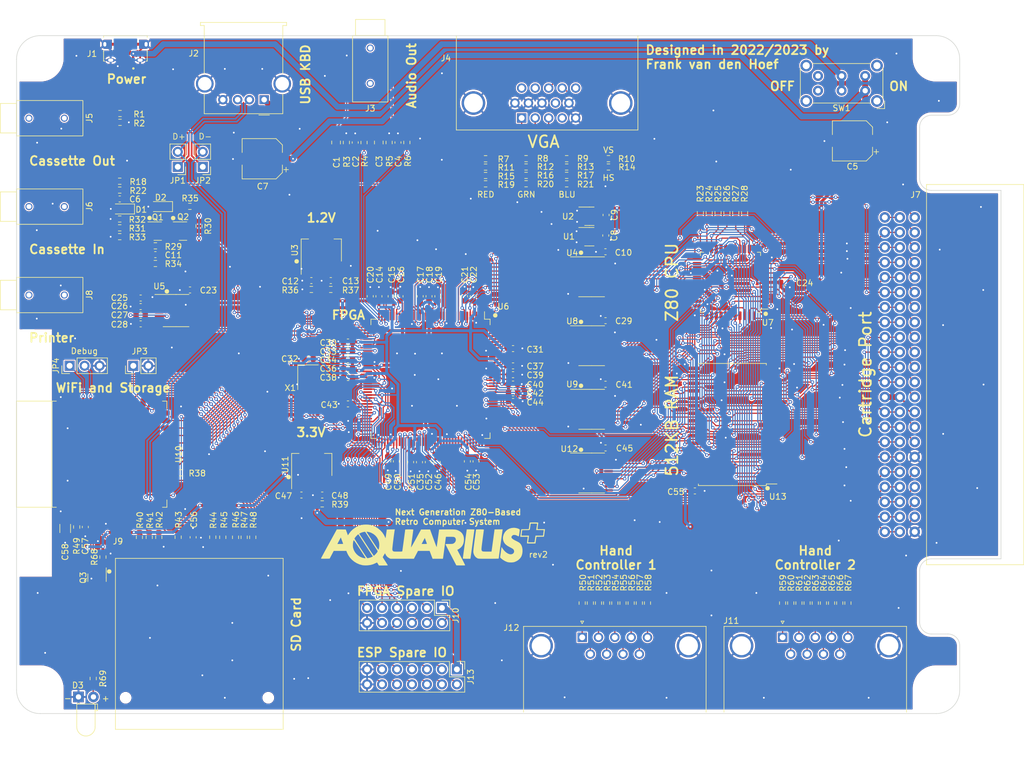
<source format=kicad_pcb>
(kicad_pcb (version 20221018) (generator pcbnew)
  (layers (0 "F.Cu" signal) (31 "B.Cu" signal) (34 "B.Paste" user) (35 "F.Paste" user) (36 "B.SilkS" user "B.Silkscreen") (37 "F.SilkS" user "F.Silkscreen") (38 "B.Mask" user) (39 "F.Mask" user) (44 "Edge.Cuts" user))
  (net 0 "")
  (net 1 "+1V2")
  (net 2 "GND")
  (net 3 "+3V3")
  (net 4 "Net-(D1-K)")
  (net 5 "+5V")
  (net 6 "Net-(Q1-C)")
  (net 7 "Net-(D2-K)")
  (net 8 "SD_WP#")
  (net 9 "FPGA_EXP0")
  (net 10 "FPGA_EXP1")
  (net 11 "FPGA_EXP2")
  (net 12 "FPGA_EXP3")
  (net 13 "FPGA_EXP4")
  (net 14 "FPGA_EXP5")
  (net 15 "FPGA_EXP6")
  (net 16 "ESP_EXP0")
  (net 17 "ESP_EXP1")
  (net 18 "ESP_EXP2")
  (net 19 "ESP_EXP3")
  (net 20 "ESP_EXP4")
  (net 21 "ESP_EXP5")
  (net 22 "ESP_EXP6")
  (net 23 "ESP_EXP7")
  (net 24 "ESP_USB_D-")
  (net 25 "ESP_USB_D+")
  (net 26 "CASSETTE_IN")
  (net 27 "Net-(Q1-E)")
  (net 28 "SPI_CS#")
  (net 29 "SD_CD")
  (net 30 "FPGA_PROG#")
  (net 31 "HC1_D04")
  (net 32 "FPGA_DONE")
  (net 33 "SPI_SCLK")
  (net 34 "HC1_D03")
  (net 35 "HC1_D05")
  (net 36 "HC1_D02")
  (net 37 "SD_MISO")
  (net 38 "SD_MOSI")
  (net 39 "SD_SSEL#")
  (net 40 "SD_SCK")
  (net 41 "CASSETTE_OUT")
  (net 42 "VGA_R3")
  (net 43 "VGA_R2")
  (net 44 "VGA_R1")
  (net 45 "VGA_R0")
  (net 46 "VGA_G3")
  (net 47 "VGA_G2")
  (net 48 "VGA_G1")
  (net 49 "VGA_G0")
  (net 50 "VGA_B3")
  (net 51 "VGA_B2")
  (net 52 "VGA_B1")
  (net 53 "VGA_B0")
  (net 54 "VGA_VSYNC")
  (net 55 "VGA_HSYNC")
  (net 56 "INT#")
  (net 57 "NMI#")
  (net 58 "BUSREQ#")
  (net 59 "BUSACK#")
  (net 60 "WAIT#")
  (net 61 "RESET#")
  (net 62 "SD_ACTIVITY")
  (net 63 "HC1_D06")
  (net 64 "HC1_D01")
  (net 65 "HC1_D07")
  (net 66 "HC1_D00")
  (net 67 "HC2_D04")
  (net 68 "HC2_D03")
  (net 69 "AUDIO_L")
  (net 70 "AUDIO_R")
  (net 71 "HC2_D05")
  (net 72 "HC2_D02")
  (net 73 "HC2_D06")
  (net 74 "HC2_D01")
  (net 75 "HC2_D07")
  (net 76 "HC2_D00")
  (net 79 "Net-(J11-Pad5)")
  (net 80 "Net-(J11-Pad9)")
  (net 81 "Net-(J11-Pad4)")
  (net 82 "Net-(J11-Pad8)")
  (net 83 "Net-(J11-Pad3)")
  (net 84 "Net-(J11-Pad7)")
  (net 85 "Net-(J11-Pad2)")
  (net 86 "Net-(J11-Pad6)")
  (net 87 "VBUS")
  (net 88 "ESP_CTS")
  (net 89 "ESP_RX")
  (net 90 "ESP_RTS")
  (net 91 "ESP_TX")
  (net 92 "PRINTER_IN")
  (net 93 "PRINTER_OUT")
  (net 94 "ESP_NOTIFY")
  (net 95 "SYSCLK")
  (net 96 "SPI_MISO")
  (net 97 "SPI_MOSI")
  (net 98 "FPGA_INT#")
  (net 99 "FPGA_WR#")
  (net 100 "FPGA_BUSREQ#")
  (net 101 "FPGA_RESET#")
  (net 102 "RAM_CE#")
  (net 103 "FPGA_BUSACK#")
  (net 104 "FPGA_PHI")
  (net 105 "FPGA_CART_CE#")
  (net 106 "FPGA_RD#")
  (net 107 "FPGA_IORQ#")
  (net 108 "FPGA_MREQ#")
  (net 109 "FPGA_D7")
  (net 110 "FPGA_D6")
  (net 111 "FPGA_D5")
  (net 112 "FPGA_D4")
  (net 113 "FPGA_D3")
  (net 114 "FPGA_D2")
  (net 115 "FPGA_D1")
  (net 116 "FPGA_D0")
  (net 117 "BA18")
  (net 118 "BA17")
  (net 119 "FPGA_A12")
  (net 120 "FPGA_A11")
  (net 121 "FPGA_A10")
  (net 122 "FPGA_A14")
  (net 123 "FPGA_A13")
  (net 124 "BA14")
  (net 125 "FPGA_A15")
  (net 126 "BA16")
  (net 127 "BA15")
  (net 128 "FPGA_A9")
  (net 129 "FPGA_A8")
  (net 130 "FPGA_A7")
  (net 131 "FPGA_A6")
  (net 132 "FPGA_A5")
  (net 133 "FPGA_A4")
  (net 134 "FPGA_A3")
  (net 135 "FPGA_A2")
  (net 136 "FPGA_A1")
  (net 137 "FPGA_A0")
  (net 138 "A9")
  (net 139 "A8")
  (net 140 "A7")
  (net 141 "A6")
  (net 142 "A5")
  (net 143 "A4")
  (net 144 "A3")
  (net 145 "A2")
  (net 146 "A1")
  (net 147 "A0")
  (net 148 "D3")
  (net 149 "D2")
  (net 150 "D1")
  (net 151 "D0")
  (net 152 "A15")
  (net 153 "A14")
  (net 154 "A13")
  (net 155 "A12")
  (net 156 "A11")
  (net 157 "A10")
  (net 158 "WR#")
  (net 159 "RD#")
  (net 160 "IORQ#")
  (net 161 "MREQ#")
  (net 162 "M1#")
  (net 163 "D7")
  (net 164 "D6")
  (net 165 "D5")
  (net 166 "D4")
  (net 167 "PHI")
  (net 168 "HALT#")
  (net 169 "RFSH#")
  (net 170 "CART_CE#")
  (net 171 "RAM_WE#")
  (net 173 "Net-(J11-Pad1)")
  (net 174 "HC1_D08")
  (net 175 "HC2_D08")
  (net 176 "FPGA_EXP7")
  (net 177 "FPGA_EXP8")
  (net 178 "FPGA_EXP9")
  (net 179 "ESP_EXP8")
  (net 180 "ESP_EXP10")
  (net 181 "ESP_EXP9")
  (net 182 "Net-(C1-Pad1)")
  (net 183 "Net-(C1-Pad2)")
  (net 184 "Net-(C3-Pad1)")
  (net 185 "Net-(C3-Pad2)")
  (net 186 "Net-(C6-Pad1)")
  (net 187 "Net-(C11-Pad2)")
  (net 188 "Net-(U3-VI)")
  (net 189 "Net-(U5-C1+)")
  (net 190 "Net-(U5-C1-)")
  (net 191 "Net-(U5-V+)")
  (net 192 "Net-(U5-C2+)")
  (net 193 "Net-(U5-C2-)")
  (net 194 "Net-(U5-V-)")
  (net 195 "Net-(U11-VI)")
  (net 196 "Net-(U10-EN)")
  (net 197 "Net-(D3-A)")
  (net 198 "/USB_D+")
  (net 200 "Net-(J4-Pad1)")
  (net 201 "Net-(J4-Pad2)")
  (net 202 "Net-(J4-Pad3)")
  (net 207 "Net-(J4-Pad13)")
  (net 208 "Net-(J4-Pad14)")
  (net 210 "Net-(J5-PadR)")
  (net 211 "Net-(J6-PadR)")
  (net 212 "Net-(J6-PadT)")
  (net 213 "unconnected-(J7-Pin_1-Pad1)")
  (net 214 "Net-(U5-RIN)")
  (net 215 "Net-(U5-DOUT)")
  (net 216 "Net-(J9-CD{slash}DAT3)")
  (net 217 "Net-(J9-CMD)")
  (net 218 "Net-(J9-CLK)")
  (net 219 "Net-(J9-DAT0)")
  (net 220 "Net-(J9-DAT1)")
  (net 221 "Net-(J9-DAT2)")
  (net 222 "Net-(J9-WRITE_PROTECT)")
  (net 223 "Net-(J12-Pad1)")
  (net 224 "Net-(J12-Pad2)")
  (net 225 "Net-(J12-Pad3)")
  (net 226 "Net-(J12-Pad4)")
  (net 227 "Net-(J12-Pad5)")
  (net 228 "Net-(J12-Pad6)")
  (net 229 "Net-(J12-Pad7)")
  (net 230 "Net-(J12-Pad8)")
  (net 231 "Net-(J12-Pad9)")
  (net 232 "Net-(JP3-A)")
  (net 233 "Net-(JP4-Pin_1)")
  (net 234 "Net-(JP4-Pin_2)")
  (net 235 "Net-(U6-B2_IO_CCLK)")
  (net 245 "/USB_D-")
  (footprint "Capacitor_SMD:C_0603_1608Metric" (layer "F.Cu") (at 140.997 79.2062 90)
    (fp_text reference "C21")
    (fp_text value "4.7uF")
  )
  (footprint "Resistor_SMD:R_0603_1608Metric" (layer "F.Cu") (at 204.645 131.255 90)
    (fp_text reference "R66")
    (fp_text value "100")
  )
  (footprint "aquarius-plus:CR22A-44D-2.54DSA(70)" (layer "F.Cu") (at 217.365 92.5 -90)
    (fp_text reference "J7")
    (fp_text value "Expansion port")
  )
  (footprint "Resistor_SMD:R_0603_1608Metric" (layer "F.Cu") (at 182.4975 65.0631 -90)
    (fp_text reference "R24")
    (fp_text value "1k")
  )
  (footprint "Resistor_SMD:R_0603_1608Metric" (layer "F.Cu") (at 75.2 118.35 90)
    (fp_text reference "R49")
    (fp_text value "10k")
  )
  (footprint "Package_SO:TSSOP-16_4.4x5mm_P0.65mm" (layer "F.Cu") (at 92.0567 81.6367)
    (fp_text reference "U5")
    (fp_text value "MAX3221ECPWR")
  )
  (footprint "Package_SO:SSOP-32_11.305x20.495mm_P1.27mm" (layer "F.Cu") (at 186.4227 100.965 180)
    (fp_text reference "U13")
    (fp_text value "IS61C5128AS-25QLI")
  )
  (footprint "Connector_PinHeader_2.54mm:PinHeader_1x02_P2.54mm_Vertical" (layer "F.Cu") (at 84.8042 91.007 90)
    (fp_text reference "JP3")
    (fp_text value "Bootloader")
  )
  (footprint "Resistor_SMD:R_0603_1608Metric" (layer "F.Cu") (at 103.6117 120.0982 -90)
    (fp_text reference "R47")
    (fp_text value "10k")
  )
  (footprint "Resistor_SMD:R_0603_1608Metric" (layer "F.Cu") (at 165.1 131.255 90)
    (fp_text reference "R53")
    (fp_text value "100")
  )
  (footprint "aquarius-plus:aqplus_logo" (layer "F.Cu") (at 135.599907 121.22734)
    (fp_text reference "#G1" hide)
    (fp_text value "LOGO" hide)
  )
  (footprint "Resistor_SMD:R_0603_1608Metric" (layer "F.Cu") (at 151.4345 60.1201)
    (fp_text reference "R20")
    (fp_text value "4300")
  )
  (footprint "Resistor_SMD:R_0603_1608Metric" (layer "F.Cu") (at 158.3193 57.282)
    (fp_text reference "R13")
    (fp_text value "1070")
  )
  (footprint "Capacitor_SMD:C_0603_1608Metric" (layer "F.Cu") (at 136.35 107.3375 -90)
    (fp_text reference "C46")
    (fp_text value "100nF")
  )
  (footprint "Connector_Dsub:DSUB-9_Male_Horizontal_P2.77x2.84mm_EdgePinOffset9.90mm_Housed_MountingHolesOffset11.32mm" (layer "F.Cu") (at 194.95 137.0697)
    (fp_text reference "J11")
    (fp_text value "Hand controller 2")
  )
  (footprint "Resistor_SMD:R_0603_1608Metric" (layer "F.Cu") (at 201.875 131.255 90)
    (fp_text reference "R64")
    (fp_text value "100")
  )
  (footprint "Resistor_SMD:R_0603_1608Metric" (layer "F.Cu") (at 166.49 131.255 90)
    (fp_text reference "R54")
    (fp_text value "100")
  )
  (footprint "Capacitor_SMD:C_0603_1608Metric" (layer "F.Cu") (at 129.6994 53.1238 90)
    (fp_text reference "C4")
    (fp_text value "100nF")
  )
  (footprint "Package_TO_SOT_SMD:SOT-223-3_TabPin2" (layer "F.Cu") (at 116.693327 71.4 90)
    (fp_text reference "U3")
    (fp_text value "LD1117S12")
  )
  (footprint "Capacitor_SMD:C_0603_1608Metric" (layer "F.Cu") (at 134.85 107.3375 -90)
    (fp_text reference "C52")
    (fp_text value "100nF")
  )
  (footprint "Resistor_SMD:R_0603_1608Metric" (layer "F.Cu") (at 102.1503 120.0975 -90)
    (fp_text reference "R46")
    (fp_text value "100")
  )
  (footprint "Package_QFP:TQFP-144_20x20mm_P0.5mm" (layer "F.Cu") (at 135.22 93.2125 -90)
    (fp_text reference "U6")
    (fp_text value "XC6SLX9-2TQG144C")
  )
  (footprint "MountingHole:MountingHole_3.2mm_M3" (layer "F.Cu") (at 221 146)
    (fp_text reference "H4" hide)
    (fp_text value "MountingHole")
  )
  (footprint "Resistor_SMD:R_0603_1608Metric" (layer "F.Cu") (at 144.5636 58.7167)
    (fp_text reference "R15")
    (fp_text value "2150")
  )
  (footprint "MountingHole:MountingHole_3.2mm_M3" (layer "F.Cu") (at 69 146)
    (fp_text reference "H3" hide)
    (fp_text value "MountingHole")
  )
  (footprint "Resistor_SMD:R_0603_1608Metric" (layer "F.Cu") (at 184 65.0631 -90)
    (fp_text reference "R25")
    (fp_text value "1k")
  )
  (footprint "Connector_PinHeader_2.54mm:PinHeader_1x02_P2.54mm_Vertical" (layer "F.Cu") (at 92.3492 57.251 180)
    (fp_text reference "JP1")
    (fp_text value "USB")
  )
  (footprint "Resistor_SMD:R_0603_1608Metric" (layer "F.Cu") (at 194.95 131.255 90)
    (fp_text reference "R59")
    (fp_text value "100")
  )
  (footprint "Capacitor_SMD:C_0603_1608Metric" (layer "F.Cu") (at 113.325 112.9256 180)
    (fp_text reference "C47")
    (fp_text value "4.7uF")
  )
  (footprint "Capacitor_SMD:C_0603_1608Metric" (layer "F.Cu") (at 133.35 107.35 -90)
    (fp_text reference "C35")
    (fp_text value "4.7uF")
  )
  (footprint "Capacitor_SMD:C_0603_1608Metric" (layer "F.Cu") (at 180.0718 112.226)
    (fp_text reference "C55")
    (fp_text value "100nF")
  )
  (footprint "Capacitor_SMD:C_0603_1608Metric" (layer "F.Cu") (at 125 79.2088 90)
    (fp_text reference "C20")
    (fp_text value "4.7uF")
  )
  (footprint "Capacitor_SMD:C_0805_2012Metric" (layer "F.Cu") (at 126.4494 53.1238 90)
    (fp_text reference "C3")
    (fp_text value "10uF")
  )
  (footprint "Resistor_SMD:R_0603_1608Metric" (layer "F.Cu") (at 181 65.0631 -90)
    (fp_text reference "R23")
    (fp_text value "1k")
  )
  (footprint "Resistor_SMD:R_0603_1608Metric" (layer "F.Cu") (at 82.5 61.2)
    (fp_text reference "R22")
    (fp_text value "4.7k")
  )
  (footprint "Package_TO_SOT_SMD:SOT-23" (layer "F.Cu") (at 93.2375 68.15)
    (fp_text reference "Q2")
    (fp_text value "BC847C")
  )
  (footprint "Capacitor_SMD:C_0603_1608Metric" (layer "F.Cu") (at 136.47 79.2125 90)
    (fp_text reference "C19")
    (fp_text value "100nF")
  )
  (footprint "Resistor_SMD:R_0603_1608Metric" (layer "F.Cu") (at 123.9457 53.1323 90)
    (fp_text reference "R4")
    (fp_text value "330")
  )
  (footprint "Resistor_SMD:R_0603_1608Metric" (layer "F.Cu") (at 82.55 48.2027 180)
    (fp_text reference "R1")
    (fp_text value "10k")
  )
  (footprint "aquarius-plus:C2884998" (layer "F.Cu") (at 70 64 90)
    (fp_text reference "J6")
    (fp_text value "Cassette in")
  )
  (footprint "Connector_PinHeader_2.54mm:PinHeader_2x06_P2.54mm_Vertical" (layer "F.Cu") (at 137.16 132.08 -90)
    (fp_text reference "J10")
    (fp_text value "FPGA spare")
  )
  (footprint "Resistor_SMD:R_0603_1608Metric" (layer "F.Cu") (at 82.5 59.69)
    (fp_text reference "R18")
    (fp_text value "4.7k")
  )
  (footprint "Capacitor_SMD:C_0603_1608Metric" (layer "F.Cu") (at 94.9549 120.0964 90)
    (fp_text reference "C56")
    (fp_text value "4.7uF")
  )
  (footprint "Capacitor_SMD:C_0603_1608Metric" (layer "F.Cu") (at 116.85 112.9256 180)
    (fp_text reference "C48")
    (fp_text value "4.7uF")
  )
  (footprint "Resistor_SMD:R_0603_1608Metric" (layer "F.Cu") (at 172.03 131.255 90)
    (fp_text reference "R58")
    (fp_text value "100")
  )
  (footprint "Capacitor_SMD:C_0603_1608Metric" (layer "F.Cu") (at 164.91 104.9414 180)
    (fp_text reference "C45")
    (fp_text value "100nF")
  )
  (footprint "Fiducial:Fiducial_1mm_Mask2mm" (layer "F.Cu") (at 75 41)
    (fp_text reference "FID1" hide)
    (fp_text value "Fiducial")
  )
  (footprint "Resistor_SMD:R_0603_1608Metric" (layer "F.Cu") (at 170.645 131.255 90)
    (fp_text reference "R57")
    (fp_text value "100")
  )
  (footprint "Resistor_SMD:R_0603_1608Metric" (layer "F.Cu") (at 82.5 69.1)
    (fp_text reference "R33")
    (fp_text value "220")
  )
  (footprint "Capacitor_SMD:C_0603_1608Metric" (layer "F.Cu") (at 86.0544 79.5101 180)
    (fp_text reference "C25")
    (fp_text value "100nF")
  )
  (footprint "Button_Switch_THT:SW_E-Switch_EG2219_DPDT_Angled" (layer "F.Cu") (at 208.9575 44.3325 180)
    (fp_text reference "SW1")
    (fp_text value "SW_DPDT_x2")
  )
  (footprint "Capacitor_SMD:C_0603_1608Metric" (layer "F.Cu") (at 86.0506 80.9626 180)
    (fp_text reference "C26")
    (fp_text value "100nF")
  )
  (footprint "Resistor_SMD:R_0603_1608Metric" (layer "F.Cu") (at 165.4063 57.2791)
    (fp_text reference "R14")
    (fp_text value "820")
  )
  (footprint "Resistor_SMD:R_0603_1608Metric" (layer "F.Cu") (at 116.85 114.4256)
    (fp_text reference "R39")
    (fp_text value "1")
  )
  (footprint "Resistor_SMD:R_0603_1608Metric" (layer "F.Cu") (at 158.3193 55.8649)
    (fp_text reference "R9")
    (fp_text value "536")
  )
  (footprint "Capacitor_SMD:C_0603_1608Metric" (layer "F.Cu") (at 164.91 94.1314 180)
    (fp_text reference "C41")
    (fp_text value "100nF")
  )
  (footprint "Resistor_SMD:R_0603_1608Metric" (layer "F.Cu") (at 98.2829 120.079 -90)
    (fp_text reference "R44")
    (fp_text value "10k")
  )
  (footprint "Capacitor_SMD:C_0603_1608Metric" (layer "F.Cu") (at 121.22 86.9625 180)
    (fp_text reference "C30")
    (fp_text value "100nF")
  )
  (footprint "Resistor_SMD:R_0603_1608Metric" (layer "F.Cu") (at 120.9494 53.1238 -90)
    (fp_text reference "R3")
    (fp_text value "150")
  )
  (footprint "Capacitor_SMD:C_0603_1608Metric" (layer "F.Cu") (at 128.55 79.2125 90)
    (fp_text reference "C15")
    (fp_text value "100nF")
  )
  (footprint "Resistor_SMD:R_0603_1608Metric" (layer "F.Cu") (at 144.5636 57.2983)
    (fp_text reference "R11")
    (fp_text value "1070")
  )
  (footprint "Connector_PinHeader_2.54mm:PinHeader_1x03_P2.54mm_Vertical" (layer "F.Cu") (at 74 91 90)
    (fp_text reference "JP4")
    (fp_text value "DBG")
  )
  (footprint "Capacitor_SMD:C_0603_1608Metric" (layer "F.Cu") (at 149.22 94.100002)
    (fp_text reference "C40")
    (fp_text value "100nF")
  )
  (footprint "Resistor_SMD:R_0603_1608Metric" (layer "F.Cu") (at 88.55 73.65)
    (fp_text reference "R34")
    (fp_text value "2.2k")
  )
  (footprint "aquarius-plus:AMPHENOL_10118194-0001LF" (layer "F.Cu") (at 83.467152 36.459469 180)
    (fp_text reference "J1")
    (fp_text value "Power in")
  )
  (footprint "Resistor_SMD:R_0603_1608Metric" (layer "F.Cu") (at 85.8358 120.0966 90)
    (fp_text reference "R40")
    (fp_text value "10k")
  )
  (footprint "Resistor_SMD:R_0603_1608Metric" (layer "F.Cu") (at 187 65.05 -90)
    (fp_text reference "R27")
    (fp_text value "1k")
  )
  (footprint "Package_TO_SOT_SMD:SOT-223-3_TabPin2" (layer "F.Cu") (at 115.0775 107.7756 90)
    (fp_text reference "U11")
    (fp_text value "LDL1117S33R")
  )
  (footprint "Capacitor_SMD:C_0603_1608Metric" (layer "F.Cu") (at 121.208 88.4764 180)
    (fp_text reference "C33")
    (fp_text value "4.7uF")
  )
  (footprint "Resistor_SMD:R_0603_1608Metric" (layer "F.Cu") (at 151.4334 58.697)
    (fp_text reference "R16")
    (fp_text value "2150")
  )
  (footprint "Capacitor_SMD:C_0603_1608Metric" (layer "F.Cu") (at 164.91 83.3514 180)
    (fp_text reference "C29")
    (fp_text value "100nF")
  )
  (footprint "Resistor_SMD:R_0603_1608Metric" (layer "F.Cu") (at 82.5 67.6 180)
    (fp_text reference "R31")
    (fp_text value "220k")
  )
  (footprint "Connector_PinHeader_2.54mm:PinHeader_2x07_P2.54mm_Vertical" (layer "F.Cu") (at 139.7 142.5 -90)
    (fp_text reference "J13")
    (fp_text value "ESP32 spare")
  )
  (footprint "Connector_PinHeader_2.54mm:PinHeader_1x02_P2.54mm_Vertical" (layer "F.Cu") (at 96.5892 57.251 180)
    (fp_text reference "JP2")
    (fp_text value "USB")
  )
  (footprint "Capacitor_SMD:C_0603_1608Metric" (layer "F.Cu") (at 149.225 95.6)
    (fp_text reference "C42")
    (fp_text value "100nF")
  )
  (footprint "aquarius-plus:C2884998" (layer "F.Cu") (at 70 79 90)
    (fp_text reference "J8")
    (fp_text value "Printer")
  )
  (footprint "Package_TO_SOT_SMD:SOT-23" (layer "F.Cu") (at 88.95 68.15)
    (fp_text reference "Q1")
    (fp_text value "BC847C")
  )
  (footprint "Resistor_SMD:R_0603_1608Metric" (layer "F.Cu") (at 158.3155 58.693)
    (fp_text reference "R17")
    (fp_text value "2150")
  )
  (footprint "Capacitor_SMD:C_0603_1608Metric" (layer "F.Cu") (at 127.97 107.2125 -90)
    (fp_text reference "C49")
    (fp_text value "100nF")
  )
  (footprint "Resistor_SMD:R_0603_1608Metric" (layer "F.Cu") (at 158.3193 60.1281)
    (fp_text reference "R21")
    (fp_text value "4300")
  )
  (footprint "Resistor_SMD:R_0603_1608Metric" (layer "F.Cu") (at 162.335 131.255 90)
    (fp_text reference "R51")
    (fp_text value "100")
  )
  (footprint "Fiducial:Fiducial_1mm_Mask2mm" (layer "F.Cu") (at 75 143)
    (fp_text reference "FID3" hide)
    (fp_text value "Fiducial")
  )
  (footprint "Resistor_SMD:R_0603_1608Metric" (layer "F.Cu") (at 115.006627 78.0493)
    (fp_text reference "R36")
    (fp_text value "100")
  )
  (footprint "Capacitor_SMD:C_0603_1608Metric" (layer "F.Cu") (at 76.6597 118.3504 -90)
    (fp_text reference "C57")
    (fp_text value "100nF")
  )
  (footprint "Resistor_SMD:R_0603_1608Metric" (layer "F.Cu") (at 196.335 131.255 90)
    (fp_text reference "R60")
    (fp_text value "100")
  )
  (footprint "Resistor_SMD:R_0603_1608Metric" (layer "F.Cu") (at 79.65 123.45 90)
    (fp_text reference "R68")
    (fp_text value "10k" hide)
  )
  (footprint "Resistor_SMD:R_0603_1608Metric" (layer "F.Cu") (at 82.5 66.1)
    (fp_text reference "R32")
    (fp_text value "47k")
  )
  (footprint "Resistor_SMD:R_0603_1608Metric" (layer "F.Cu") (at 78 144.05 -90)
    (fp_text reference "R69")
    (fp_text value "220")
  )
  (footprint "aquarius-plus:TF-03A" (layer "F.Cu") (at 96 123.67)
    (fp_text reference "J9")
    (fp_text value "TF-03A")
  )
  (footprint "Package_TO_SOT_SMD:SOT-23-5" (layer "F.Cu") (at 162.172774 65.636262)
    (fp_text reference "U2")
    (fp_text value "SN74AHCT1G125DBVR")
  )
  (footprint "Resistor_SMD:R_0603_1608Metric" (layer "F.Cu") (at 169.26 131.255 90)
    (fp_text reference "R56")
    (fp_text value "100")
  )
  (footprint "Resistor_SMD:R_0603_1608Metric" (layer "F.Cu") (at 92.411 120.0826 -90)
    (fp_text reference "R43")
    (fp_text value "100")
  )
  (footprint "Capacitor_SMD:C_0603_1608Metric" (layer "F.Cu") (at 195.3963 76.8714)
    (fp_text reference "C24")
    (fp_text value "100nF")
  )
  (footprint "Resistor_SMD:R_0603_1608Metric" (layer "F.Cu") (at 185.5 65.0631 -90)
    (fp_text reference "R26")
    (fp_text value "1k")
  )
  (footprint "Package_QFP:LQFP-44_10x10mm_P0.8mm" (layer "F.Cu") (at 186.1075 76.8481 180)
    (fp_text reference "U7")
    (fp_text value "Z84C0010AEG")
  )
  (footprint "Resistor_SMD:R_0603_1608Metric" (layer "F.Cu") (at 94.4 63.95)
    (fp_text reference "R35")
    (fp_text value "47k")
  )
  (footprint "aquarius-plus:ICD15S13E4GV00LF" (layer "F.Cu") (at 155 35 180)
    (fp_text reference "J4")
    (fp_text value "VGA")
  )
  (footprint "Package_SO:TSSOP-20_4.4x6.5mm_P0.65mm" (layer "F.Cu") (at 162.5466 75.905)
    (fp_text reference "U4")
    (fp_text value "SN74CB3T3245PWR")
  )
  (footprint "Capacitor_SMD:C_0603_1608Metric" (layer "F.Cu") (at 149.22 91.0125)
    (fp_text reference "C37")
    (fp_text value "100nF")
  )
  (footprint "Capacitor_SMD:C_0603_1608Metric" (layer "F.Cu") (at 149.22 92.5125)
    (fp_text reference "C39")
    (fp_text value "100nF")
  )
  (footprint "Resistor_SMD:R_0603_1608Metric" (layer "F.Cu") (at 203.26 131.255 90)
    (fp_text reference "R65")
    (fp_text value "100")
  )
  (footprint "Resistor_SMD:R_0603_1608Metric" (layer "F.Cu") (at 131.2066 53.1184 90)
    (fp_text reference "R6")
    (fp_text value "330")
  )
  (footprint "Connector_USB:USB_A_Molex_67643_Horizontal" (layer "F.Cu") (at 107 45.86 180)
    (fp_text reference "J2")
    (fp_text value "ESP USB Host")
  )
  (footprint "MountingHole:MountingHole_3.2mm_M3" (layer "F.Cu") (at 69 39)
    (fp_text reference "H1" hide)
    (fp_text value "MountingHole")
  )
  (footprint "Package_SO:TSSOP-20_4.4x6.5mm_P0.65mm" (layer "F.Cu") (at 162.56 98.3814)
    (fp_text reference "U9")
    (fp_text value "SN74CB3T3245PWR")
  )
  (footprint "Resistor_SMD:R_0603_1608Metric" (layer "F.Cu") (at 199.105 131.255 90)
    (fp_text reference "R62")
    (fp_text value "100")
  )
  (footprint "Resistor_SMD:R_0603_1608Metric" (layer "F.Cu") (at 197.72 131.255 90)
    (fp_text reference "R61")
    (fp_text value "100")
  )
  (footprint "Resistor_SMD:R_0603_1608Metric" (layer "F.Cu") (at 99.9811 120.0926 -90)
    (fp_text reference "R45")
    (fp_text value "100")
  )
  (footprint "Capacitor_SMD:C_0603_1608Metric" (layer "F.Cu") (at 126.47 79.2125 90)
    (fp_text reference "C14")
    (fp_text value "100nF")
  )
  (footprint "Capacitor_SMD:C_0603_1608Metric" (layer "F.Cu") (at 121.22 97.4625 180)
    (fp_text reference "C43")
    (fp_text value "100nF")
  )
  (footprint "Capacitor_SMD:C_0603_1608Metric" (layer "F.Cu") (at 131.85 107.3375 -90)
    (fp_text reference "C51")
    (fp_text value "100nF")
  )
  (footprint "LED_THT:LED_D3.0mm_Horizontal_O1.27mm_Z2.0mm" (layer "F.Cu") (at 75.5 147.175)
    (fp_text reference "D3")
    (fp_text value "SD act.")
  )
  (footprint "Package_SO:TSSOP-20_4.4x6.5mm_P0.65mm" (layer "F.Cu") (at 162.56 87.6014)
    (fp_text reference "U8")
    (fp_text value "SN74CB3T3245PWR")
  )
  (footprint "Resistor_SMD:R_0603_1608Metric" (layer "F.Cu") (at 151.4345 57.2739)
    (fp_text reference "R12")
    (fp_text value "1070")
  )
  (footprint "Resistor_SMD:R_0603_1608Metric" (layer "F.Cu") (at 144.5636 60.135)
    (fp_text reference "R19")
    (fp_text value "4300")
  )
  (footprint "Capacitor_SMD:C_0603_1608Metric" (layer "F.Cu") (at 86.0506 82.4218 180)
    (fp_text reference "C27")
    (fp_text value "100nF")
  )
  (footprint "Resistor_SMD:R_0603_1608Metric" (layer "F.Cu") (at 128.1994 53.1238 -90)
    (fp_text reference "R5")
    (fp_text value "150")
  )
  (footprint "Capacitor_SMD:C_0603_1608Metric" (layer "F.Cu") (at 82.5 62.7)
    (fp_text reference "C6")
    (fp_text value "100nF")
  )
  (footprint "MountingHole:MountingHole_3.2mm_M3" (layer "F.Cu") (at 221 39)
    (fp_text reference "H2" hide)
    (fp_text value "MountingHole")
  )
  (footprint "Resistor_SMD:R_0603_1608Metric" (layer "F.Cu") (at 82.55 49.7027 180)
    (fp_text reference "R2")
    (fp_text value "100")
  )
  (footprint "Capacitor_SMD:C_0603_1608Metric" (layer "F.Cu") (at 121.22 91.4625 180)
    (fp_text reference "C36")
    (fp_text value "100nF")
  )
  (footprint "Capacitor_SMD:C_0603_1608Metric" (layer "F.Cu") (at 164.8966 71.655 180)
    (fp_text reference "C10")
    (fp_text value "100nF")
  )
  (footprint "Capacitor_SMD:CP_Elec_6.3x7.7" (layer "F.Cu") (at 106.68 55.88 180)
    (fp_text reference "C7")
    (fp_text value "100uF")
  )
  (footprint "Capacitor_SMD:C_0603_1608Metric" (layer "F.Cu") (at 94.427 78.1399 180)
    (fp_text reference "C23")
    (fp_text value "4.7uF")
  )
  (footprint "Capacitor_SMD:C_0603_1608Metric" (layer "F.Cu") (at 122.4494 53.1238 90)
    (fp_text reference "C2")
    (fp_text value "100nF")
  )
  (footprint "Diode_SMD:D_SOD-323_HandSoldering" (layer "F.Cu") (at 89.45 64 180)
    (fp_text reference "D2")
    (fp_text value "1N4148WS")
  )
  (footprint "Oscillator:Oscillator_SMD_SeikoEpson_SG8002CE-4Pin_3.2x2.5mm" (layer "F.Cu") (at 114.45 92.95 -90)
    (fp_text reference "X1")
    (fp_text value "SX3M14.31818M20F30TNN")
  )
  (footprint "Capacitor_SMD:C_0603_1608Metric" (layer "F.Cu") (at 149.2212 88.0906)
    (fp_text reference "C31")
    (fp_text value "100nF")
  )
  (footprint "Capacitor_SMD:C_0603_1608Metric" (layer "F.Cu") (at 142.95 107.218 -90)
    (fp_text reference "C53")
    (fp_text value "4.7uF")
  )
  (footprint "Capacitor_SMD:C_0603_1608Metric" (layer "F.Cu") (at 130.05 79.2125 90)
    (fp_text reference "C16")
    (fp_text value "100nF")
  )
  (footprint "Capacitor_SMD:C_0603_1608Metric" (layer "F.Cu") (at 121.2201 92.9912 180)
    (fp_text reference "C38")
    (fp_text value "100nF")
  )
  (footprint "Capacitor_SMD:C_0603_1608Metric" (layer "F.Cu") (at 88.55 72.15 180)
    (fp_text reference "C11")
    (fp_text value "4.7uF")
  )
  (footprint "Package_SO:TSSOP-20_4.4x6.5mm_P0.65mm" (layer "F.Cu") (at 162.56 109.1914)
    (fp_text reference "U12")
    (fp_text value "SN74CB3T3245PWR")
  )
  (footprint "Capacitor_SMD:C_1206_3216Metric" (layer "F.Cu") (at 73.25 118.6 -90)
    (fp_text reference "C58")
    (fp_text value "22uF")
  )
  (footprint "Capacitor_SMD:C_0603_1608Metric" (layer "F.Cu") (at 86.0544 83.8879 180)
    (fp_text reference "C28")
    (fp_text value "100nF")
  )
  (footprint "Capacitor_SMD:C_0603_1608Metric" (layer "F.Cu") (at 165.003774 65.420562 -90)
    (fp_text reference "C9")
    (fp_text value "100nF")
  )
  (footprint "aquarius-plus:C2884998" (layer "F.Cu") (at 125 40)
    (fp_text reference "J3")
    (fp_text value "Audio out")
  )
  (footprint "Resistor_SMD:R_0603_1608Metric" (layer "F.Cu") (at 89.1307 120.0917 -90)
    (fp_text reference "R42")
    (fp_text value "10k")
  )
  (footprint "Capacitor_SMD:C_0603_1608Metric" (layer "F.Cu") (at 114.55 89.82 180)
    (fp_text reference "C32")
    (fp_text value "100nF")
  )
  (footprint "Capacitor_SMD:C_0603_1608Metric" (layer "F.Cu") (at 118.306627 76.5493 180)
    (fp_text reference "C13")
    (fp_text value "4.7uF")
  )
  (footprint "Resistor_SMD:R_0603_1608Metric" (layer "F.Cu") (at 160.95 131.255 90)
    (fp_text reference "R50")
    (fp_text value "100")
  )
  (footprint "Capacitor_SMD:C_0603_1608Metric" (layer "F.Cu") (at 129.4261 107.2103 -90)
    (fp_text reference "C50")
    (fp_text value "4.7uF")
  )
  (footprint "Resistor_SMD:R_0603_1608Metric" (layer "F.Cu") (at 95.95 67.3 90)
    (fp_text reference "R30")
    (fp_text value "4.7k")
  )
  (footprint "Connector_Dsub:DSUB-9_Male_Horizontal_P2.77x2.84mm_EdgePinOffset9.90mm_Housed_MountingHolesOffset11.32mm" (layer "F.Cu") (at 160.95 137.0697)
    (fp_text reference "J12")
    (fp_text value "Hand controller 1")
  )
  (footprint "Resistor_SMD:R_0603_1608Metric" (layer "F.Cu") (at 118.306627 78.0493)
    (fp_text reference "R37")
    (fp_text value "1")
  )
  (footprint "Resistor_SMD:R_0603_1608Metric" (layer "F.Cu") (at 144.5636 55.88)
    (fp_text reference "R7")
    (fp_text value "536")
  )
  (footprint "Resistor_SMD:R_0603_1608Metric" (layer "F.Cu") (at 165.4045 55.866)
    (fp_text reference "R10")
    (fp_text value "820")
  )
  (footprint "aquarius-plus:ESP32-S2-SOLO-N4R2" (layer "F.Cu") (at 65 106 90)
    (fp_text reference "U10")
    (fp_text value "ESP32-S3-WROOM-1-N4R2")
  )
  (footprint "Resistor_SMD:R_0603_1608Metric" (layer "F.Cu") (at 167.875 131.255 90)
    (fp_text reference "R55")
    (fp_text value "100")
  )
  (footprint "Capacitor_SMD:C_0603_1608Metric" (layer "F.Cu") (at 115.006627 76.5493 180)
    (fp_text reference "C12")
    (fp_text value "4.7uF")
  )
  (footprint "Capacitor_SMD:C_0603_1608Metric" (layer "F.Cu") (at 141.47 107.2125 -90)
    (fp_text reference "C54")
    (fp_text value "100nF")
  )
  (footprint "Capacitor_SMD:C_0603_1608Metric" (layer "F.Cu") (at 142.47 79.2125 90)
    (fp_text reference "C22")
    (fp_text value "100nF")
  )
  (footprint "Package_TO_SOT_SMD:SOT-23" (layer "F.Cu") (at 78.65 126.95 -90)
    (fp_text reference "Q3")
    (fp_text value "2N7002")
  )
  (footprint "Resistor_SMD:R_0603_1608Metric" (layer "F.Cu") (at 188.5 65.0631 -90)
    (fp_text reference "R28")
    (fp_text value "1k")
  )
  (footprint "Resistor_SMD:R_0603_1608Metric" (layer "F.Cu") (at 163.72 131.255 90)
    (fp_text reference "R52")
    (fp_text value "100")
  )
  (footprint "Capacitor_SMD:C_0603_1608Metric" (layer "F.Cu") (at 164.95 68.9 -90)
    (fp_text reference "C8")
    (fp_text value "100nF")
  )
  (footprint "aquarius-plus:C2884998" (layer "F.Cu") (at 70 49 90)
    (fp_text reference "J5")
    (fp_text value "Cassette out")
  )
  (footprint "Capacitor_SMD:C_0805_2012Metric" (layer "F.Cu") (at 119.1994 53.1238 90)
    (fp_text reference "C1")
    (fp_text value "10uF")
  )
  (footprint "Resistor_SMD:R_0603_1608Metric" (layer "F.Cu") (at 105.0683 120.0975 90)
    (fp_text reference "R48")
    (fp_text value "10k")
  )
  (footprint "Capacitor_SMD:C_0603_1608Metric" (layer "F.Cu") (at 149.2238 97.0583)
    (fp_text reference "C44")
    (fp_text value "4.7uF")
  )
  (footprint "Resistor_SMD:R_0603_1608Metric" (layer "F.Cu") (at 206.03 131.255 90)
    (fp_text reference "R67")
    (fp_text value "100")
  )
  (footprint "Capacitor_SMD:C_0603_1608Metric" (layer "F.Cu") (at 121.2041 89.9832 180)
    (fp_text reference "C34")
    (fp_text value "4.7uF")
  )
  (footprint "Resistor_SMD:R_0603_1608Metric" (layer "F.Cu") (at 200.49 131.255 90)
    (fp_text reference "R63")
    (fp_text value "100")
  )
  (footprint "Resistor_SMD:R_0603_1608Metric" (layer "F.Cu") (at 87.5053 120.0941 -90)
    (fp_text reference "R41")
    (fp_text value "100")
  )
  (footprint "Resistor_SMD:R_0603_1608Metric" (layer "F.Cu") (at 88.55 70.65 180)
    (fp_text reference "R29")
    (fp_text value "4.7k")
  )
  (footprint "Capacitor_SMD:CP_Elec_6.3x7.7" (layer "F.Cu") (at 206.8 52.85 180)
    (fp_text reference "C5")
    (fp_text value "100uF")
  )
  (footprint "Resistor_SMD:R_0603_1608Metric" (layer "F.Cu") (at 151.4345 55.8629)
    (fp_text reference "R8")
    (fp_text value "536")
  )
  (footprint "Fiducial:Fiducial_1mm_Mask2mm" (layer "F.Cu") (at 215 41)
    (fp_text reference "FID2" hide)
    (fp_text value "Fiducial")
  )
  (footprint "Package_TO_SOT_SMD:SOT-23-5" (layer "F.Cu") (at 162.1625 69.1)
    (fp_text reference "U1")
    (fp_text value "SN74AHCT1G125DBVR")
  )
  (footprint "Capacitor_SMD:C_0603_1608Metric" (layer "F.Cu") (at 133.47 79.2125 90)
    (fp_text reference "C17")
    (fp_text value "100nF")
  )
  (footprint "Resistor_SMD:R_0603_1608Metric" (layer "F.Cu") (at 92.85 109.15)
    (fp_text reference "R38")
    (fp_text value "220")
  )
  (footprint "Capacitor_SMD:C_0603_1608Metric" (layer "F.Cu") (at 134.97 79.2125 90)
    (fp_text reference "C18")
    (fp_text value "100nF")
  )
  (footprint "Diode_SMD:D_SOD-323_HandSoldering" (layer "F.Cu") (at 83 64.4 180)
    (fp_text reference "D1")
    (fp_text value "1N4148WS")
  )
  (gr_circle (center 111.142223 109.879875) (end 111.442223 109.879875) (stroke (width 0.15)) (fill solid) (layer "F.SilkS"))
  (gr_circle (center 87.562938 65.930888) (end 87.862938 65.930888) (stroke (width 0.15)) (fill solid) (layer "F.SilkS"))
  (gr_circle (center 80.718128 125.890806) (end 81.018128 125.890806) (stroke (width 0.15)) (fill solid) (layer "F.SilkS"))
  (gr_circle (center 90.498608 78.380775) (end 90.798608 78.380775) (stroke (width 0.15)) (fill solid) (layer "F.SilkS"))
  (gr_circle (center 192.395702 111.77155) (end 192.695702 111.77155) (stroke (width 0.15)) (fill solid) (layer "F.SilkS"))
  (gr_circle (center 112.51359 73.282783) (end 112.81359 73.282783) (stroke (width 0.15)) (fill solid) (layer "F.SilkS"))
  (gr_circle (center 160.750048 83.550539) (end 161.050048 83.550539) (stroke (width 0.15)) (fill solid) (layer "F.SilkS"))
  (gr_circle (center 192.084089 82.185583) (end 192.384089 82.185583) (stroke (width 0.15)) (fill solid) (layer "F.SilkS"))
  (gr_circle (center 146.204452 82.448383) (end 146.504452 82.448383) (stroke (width 0.15)) (fill solid) (layer "F.SilkS"))
  (gr_circle (center 160.750048 105.247532) (end 161.050048 105.247532) (stroke (width 0.15)) (fill solid) (layer "F.SilkS"))
  (gr_circle (center 160.750048 71.813511) (end 161.050048 71.813511) (stroke (width 0.15)) (fill solid) (layer "F.SilkS"))
  (gr_circle (center 160.750048 94.392676) (end 161.050048 94.392676) (stroke (width 0.15)) (fill solid) (layer "F.SilkS"))
  (gr_circle (center 91.565353 65.944456) (end 91.865353 65.944456) (stroke (width 0.15)) (fill solid) (layer "F.SilkS"))
  (gr_line (start 69 150) (end 221 150) (stroke (width 0.1)) (layer "Edge.Cuts"))
  (gr_line (start 220.2 61.25) (end 232 61.25) (stroke (width 0.1)) (layer "Edge.Cuts"))
  (gr_arc (start 220.2 136.5) (mid 218.785786 135.914214) (end 218.2 134.5) (stroke (width 0.1)) (layer "Edge.Cuts"))
  (gr_arc (start 65 39) (mid 66.171573 36.171573) (end 69 35) (stroke (width 0.1)) (layer "Edge.Cuts"))
  (gr_line (start 232 123.75) (end 220.2 123.75) (stroke (width 0.1)) (layer "Edge.Cuts"))
  (gr_arc (start 69 150) (mid 66.171573 148.828427) (end 65 146) (stroke (width 0.1)) (layer "Edge.Cuts"))
  (gr_arc (start 223 136.5) (mid 224.414214 137.085786) (end 225 138.5) (stroke (width 0.1)) (layer "Edge.Cuts"))
  (gr_line (start 218.2 50.5) (end 218.2 59.25) (stroke (width 0.1)) (layer "Edge.Cuts"))
  (gr_line (start 69 35) (end 221 35) (stroke (width 0.1)) (layer "Edge.Cuts"))
  (gr_arc (start 225 46.5) (mid 224.414214 47.914214) (end 223 48.5) (stroke (width 0.1)) (layer "Edge.Cuts"))
  (gr_line (start 225 138.5) (end 225 146) (stroke (width 0.1)) (layer "Edge.Cuts"))
  (gr_arc (start 221 35) (mid 223.828427 36.171573) (end 225 39) (stroke (width 0.1)) (layer "Edge.Cuts"))
  (gr_line (start 220.2 136.5) (end 223 136.5) (stroke (width 0.1)) (layer "Edge.Cuts"))
  (gr_line (start 65 39) (end 65 146) (stroke (width 0.1)) (layer "Edge.Cuts"))
  (gr_arc (start 218.2 125.75) (mid 218.785786 124.335786) (end 220.2 123.75) (stroke (width 0.1)) (layer "Edge.Cuts"))
  (gr_arc (start 225 146) (mid 223.828427 148.828427) (end 221 150) (stroke (width 0.1)) (layer "Edge.Cuts"))
  (gr_arc (start 220.2 61.25) (mid 218.785786 60.664214) (end 218.2 59.25) (stroke (width 0.1)) (layer "Edge.Cuts"))
  (gr_arc (start 218.2 50.5) (mid 218.785786 49.085786) (end 220.2 48.5) (stroke (width 0.1)) (layer "Edge.Cuts"))
  (gr_line (start 218.2 125.75) (end 218.2 134.5) (stroke (width 0.1)) (layer "Edge.Cuts"))
  (gr_line (start 225 39) (end 225 46.5) (stroke (width 0.1)) (layer "Edge.Cuts"))
  (gr_line (start 232 61.25) (end 232 123.75) (stroke (width 0.1)) (layer "Edge.Cuts"))
  (gr_line (start 223 48.5) (end 220.2 48.5) (stroke (width 0.1)) (layer "Edge.Cuts"))
  (gr_text "Hand\nController 1" (at 166.706608 123.574589) (layer "F.SilkS") (effects (font (size 1.5 1.5) (thickness 0.3))))
  (gr_text "VS" (at 165.427459 54.40568) (layer "F.SilkS") (effects (font (size 1 1))))
  (gr_text "RED" (at 144.59603 61.948934) (layer "F.SilkS") (effects (font (size 1 1))))
  (gr_text "Designed in 2022/2023 by\nFrank van den Hoef" (at 171.55 38.65) (layer "F.SilkS") (effects (font (size 1.5 1.5) (thickness 0.3)) (justify left)))
  (gr_text "Z80 CPU" (at 176.180877 76.842951 90) (layer "F.SilkS") (effects (font (size 2 2) (thickness 0.3))))
  (gr_text "Cassette Out" (at 66.970031 56.249555) (layer "F.SilkS") (effects (font (size 1.5 1.5) (thickness 0.3)) (justify left)))
  (gr_text "SD Card" (at 112.434987 139.671126 90) (layer "F.SilkS") (effects (font (size 1.5 1.5) (thickness 0.3)) (justify left)))
  (gr_text "Debug" (at 76.5 88.5) (layer "F.SilkS") (effects (font (size 1 1))))
  (gr_text "FPGA Spare IO" (at 131.021301 129.228383) (layer "F.SilkS") (effects (font (size 1.5 1.5) (thickness 0.3))))
  (gr_text "Hand\nController 2" (at 200.499878 123.574589) (layer "F.SilkS") (effects (font (size 1.5 1.5) (thickness 0.3))))
  (gr_text "WiFi and Storage" (at 71.5 94.75) (layer "F.SilkS") (effects (font (size 1.5 1.5) (thickness 0.3)) (justify left)))
  (gr_text "ON" (at 214.652084 43.58135) (layer "F.SilkS") (effects (font (size 1.5 1.5) (thickness 0.3))))
  (gr_text "Cassette In" (at 66.970031 71.249555) (layer "F.SilkS") (effects (font (size 1.5 1.5) (thickness 0.3)) (justify left)))
  (gr_text "1.2V" (at 116.693295 65.900013) (layer "F.SilkS") (effects (font (size 1.5 1.5) (thickness 0.3))))
  (gr_text "D+" (at 91.346376 52.114219) (layer "F.SilkS") (effects (font (size 1 1) (thickness 0.125)) (justify left)))
  (gr_text "3.3V" (at 114.95 102.3) (layer "F.SilkS") (effects (font (size 1.5 1.5) (thickness 0.3))))
  (gr_text "-" (at 72.964539 147.399272) (layer "F.SilkS") (effects (font (size 1 1)) (justify left)))
  (gr_text "Audio Out" (at 132 47.5 90) (layer "F.SilkS") (effects (font (size 1.5 1.5) (thickness 0.3)) (justify left)))
  (gr_text "HS" (at 165.427459 59.113606) (layer "F.SilkS") (effects (font (size 1 1))))
  (gr_text "FPGA" (at 121.294148 82.401391) (layer "F.SilkS") (effects (font (size 1.5 1.5) (thickness 0.3))))
  (gr_text "GRN" (at 151.475818 61.948934) (layer "F.SilkS") (effects (font (size 1 1))))
  (gr_text "Cartridge Port" (at 209 92.5 90) (layer "F.SilkS") (effects (font (size 2 2) (thickness 0.3))))
  (gr_text "D-" (at 95.803303 52.093868) (layer "F.SilkS") (effects (font (size 1 1) (thickness 0.125)) (justify left)))
  (gr_text "BLU" (at 158.376593 61.948934) (layer "F.SilkS") (effects (font (size 1 1))))
  (gr_text "OFF" (at 194.916444 43.58135) (layer "F.SilkS") (effects (font (size 1.5 1.5) (thickness 0.3))))
  (gr_text "rev2" (at 153.510929 123.027791) (layer "F.SilkS") (effects (font (size 1 1))))
  (gr_text "512KB RAM" (at 176.180877 101.149994 90) (layer "F.SilkS") (effects (font (size 2 2) (thickness 0.3))))
  (gr_text "+" (at 79.395539 147.419623) (layer "F.SilkS") (effects (font (size 1 1)) (justify left)))
  (gr_text "Power" (at 80.133319 42.362823) (layer "F.SilkS") (effects (font (size 1.5 1.5) (thickness 0.3)) (justify left)))
  (gr_text "ESP Spare IO" (at 130.378444 139.645687) (layer "F.SilkS") (effects (font (size 1.5 1.5) (thickness 0.3))))
  (gr_text "Next Generation Z80-Based\nRetro Computer System" (at 129.058882 116.640038) (layer "F.SilkS") (effects (font (size 1 1) (thickness 0.2) bold) (justify left)))
  (gr_text "Printer" (at 66.970031 86.249555) (layer "F.SilkS") (effects (font (size 1.5 1.5) (thickness 0.3)) (justify left)))
  (gr_text "VGA" (at 154.4 53) (layer "F.SilkS") (effects (font (size 2 2) (thickness 0.3))))
  (gr_text "USB KBD" (at 114.015856 46.849901 90) (layer "F.SilkS") (effects (font (size 1.5 1.5) (thickness 0.3)) (justify left)))
  (segment (start 134.8245 101.7545) (end 134.47 101.4) (width 0.25) (layer "F.Cu") (net 1))
  (segment (start 130.47 90.9) (end 142.1875 90.9) (width 0.5) (layer "F.Cu") (net 1))
  (segment (start 134.47 101.4) (end 134.47 100.02) (width 0.25) (layer "F.Cu") (net 1))
  (segment (start 130.47 82.55) (end 130.47 80.4075) (width 0.25) (layer "F.Cu") (net 1))
  (segment (start 123.2625 91.9625) (end 123.1 91.8) (width 0.25) (layer "F.Cu") (net 1))
  (segment (start 126.9 90.9) (end 130.27 90.9) (width 0.5) (layer "F.Cu") (net 1))
  (segment (start 130.47 80.4075) (end 130.05 79.9875) (width 0.25) (layer "F.Cu") (net 1))
  (segment (start 116.7 68.256673) (end 116.7 74.543327) (width 1) (layer "F.Cu") (net 1))
  (segment (start 134.97 82.55) (end 134.97 84.1) (width 0.25) (layer "F.Cu") (net 1))
  (segment (start 134.97 82.55) (end 134.97 79.9875) (width 0.25) (layer "F.Cu") (net 1))
  (segment (start 115.831627 78.0493) (end 118.932327 81.15) (width 0.5) (layer "F.Cu") (net 1))
  (segment (start 145.888672 92.468672) (end 148.133428 92.468672) (width 0.25) (layer "F.Cu") (net 1))
  (segment (start 121.995 91.4625) (end 122.3325 91.8) (width 0.5) (layer "F.Cu") (net 1))
  (segment (start 130.47 85.05) (end 130.47 90.9) (width 0.5) (layer "F.Cu") (net 1))
  (segment (start 116.693327 74.855572) (end 115.781627 75.767272) (width 0.5) (layer "F.Cu") (net 1))
  (segment (start 115.781627 75.767272) (end 115.781627 76.5493) (width 0.5) (layer "F.Cu") (net 1))
  (segment (start 133.35 106.575) (end 134.8375 106.575) (width 0.5) (layer "F.Cu") (net 1))
  (segment (start 134.47 103.875) (end 134.47 102.813177) (width 0.25) (layer "F.Cu") (net 1))
  (segment (start 130.47 84.05) (end 130.47 85.05) (width 0.5) (layer "F.Cu") (net 1))
  (segment (start 127.05 85.05) (end 130.47 85.05) (width 0.5) (layer "F.Cu") (net 1))
  (segment (start 121.9791 89.9832) (end 121.9791 91.4466) (width 0.5) (layer "F.Cu") (net 1))
  (segment (start 115.781627 76.5493) (end 115.781627 77.9993) (width 0.5) (layer "F.Cu") (net 1))
  (segment (start 134.47 102.813177) (end 134.8245 102.458677) (width 0.25) (layer "F.Cu") (net 1))
  (segment (start 134.4 101.33) (end 134.47 101.4) (width 0.5) (layer "F.Cu") (net 1))
  (segment (start 122.3325 91.8) (end 123.1 91.8) (width 0.5) (layer "F.Cu") (net 1))
  (segment (start 134.47 100.02) (end 134.4 99.95) (width 0.25) (layer "F.Cu") (net 1))
  (segment (start 134.4 99.6) (end 134.4 90.95) (width 0.5) (layer "F.Cu") (net 1))
  (segment (start 145.8825 92.4625) (end 143.75 92.4625) (width 0.25) (layer "F.Cu") (net 1))
  (segment (start 134.4 99.6) (end 134.4 101.33) (width 0.5) (layer "F.Cu") (net 1))
  (segment (start 118.932327 81.15) (end 123.15 81.15) (width 0.5) (layer "F.Cu") (net 1))
  (segment (start 134.8245 102.458677) (end 134.8245 101.7545) (width 0.25) (layer "F.Cu") (net 1))
  (segment (start 142.1875 90.9) (end 143.75 92.4625) (width 0.5) (layer "F.Cu") (net 1))
  (segment (start 134.47 105.45) (end 134.47 103.875) (width 0.25) (layer "F.Cu") (net 1))
  (segment (start 134.4 99.95) (end 134.4 99.6) (width 0.5) (layer "F.Cu") (net 1))
  (segment (start 130.47 82.55) (end 130.47 84.05) (width 0.25) (layer "F.Cu") (net 1))
  (segment (start 123.15 81.15) (end 127.05 85.05) (width 0.5) (layer "F.Cu") (net 1))
  (segment (start 134.85 105.83) (end 134.47 105.45) (width 0.25) (layer "F.Cu") (net 1))
  (segment (start 134.85 106.5625) (end 134.85 105.83) (width 0.25) (layer "F.Cu") (net 1))
  (segment (start 134.97 84.1) (end 134.97 90.88) (width 0.5) (layer "F.Cu") (net 1))
  (segment (start 124.5575 91.9625) (end 123.2625 91.9625) (width 0.25) (layer "F.Cu") (net 1))
  (via (at 126.9 90.9) (size 0.6) (drill 0.3) (layers "F.Cu" "B.Cu") (net 1))
  (via (at 123.1 91.8) (size 0.6) (drill 0.3) (layers "F.Cu" "B.Cu") (net 1))
  (segment (start 124.025651 91.325) (end 126.475 91.325) (width 0.5) (layer "B.Cu") (net 1))
  (segment (start 123.1 91.8) (end 123.550651 91.8) (width 0.5) (layer "B.Cu") (net 1))
  (segment (start 123.550651 91.8) (end 124.025651 91.325) (width 0.5) (layer "B.Cu") (net 1))
  (segment (start 126.475 91.325) (end 126.9 90.9) (width 0.5) (layer "B.Cu") (net 1))
  (segment (start 82.167152 39.159469) (end 82.167152 40.174486) (width 0.3) (layer "F.Cu") (net 2))
  (segment (start 119.687939 86.9625) (end 119.576539 86.8511) (width 0.5) (layer "F.Cu") (net 2))
  (segment (start 85.2756 80.9626) (end 84.3626 80.9626) (width 0.5) (layer "F.Cu") (net 2))
  (segment (start 112.55 112.9256) (end 112.55 111.1531) (width 0.5) (layer "F.Cu") (net 2))
  (segment (start 89.1942 79.3617) (end 88.0617 79.3617) (width 0.25) (layer "F.Cu") (net 2))
  (segment (start 68.427209 83) (end 67.02 83) (width 0.5) (layer "F.Cu") (net 2))
  (segment (start 89.94 121.706994) (end 89.950644 121.69635) (width 0.25) (layer "F.Cu") (net 2))
  (segment (start 120.445 91.4625) (end 119.659083 91.4625) (width 0.5) (layer "F.Cu") (net 2))
  (segment (start 133.47 77.63476) (end 133.475735 77.629025) (width 0.25) (layer "F.Cu") (net 2))
  (segment (start 80.087723 145.295433) (end 81.440433 145.295433) (width 0.5) (layer "F.Cu") (net 2))
  (segment (start 129.6994 51.578023) (end 129.696749 51.575372) (width 0.25) (layer "F.Cu") (net 2))
  (segment (start 126.47 103.875) (end 126.47 102.832528) (width 0.25) (layer "F.Cu") (net 2))
  (segment (start 161.025 68.15) (end 160.025 68.15) (width 0.5) (layer "F.Cu") (net 2))
  (segment (start 110.535 144.12) (end 112.081757 144.12) (width 0.5) (layer "F.Cu") (net 2))
  (segment (start 125 78.4338) (end 125 77.65) (width 0.5) (layer "F.Cu") (net 2))
  (segment (start 82.467152 36.459469) (end 79.967152 36.459469) (width 0.5) (layer "F.Cu") (net 2))
  (segment (start 166.53 73.63) (end 166.55 73.65) (width 0.25) (layer "F.Cu") (net 2))
  (segment (start 76.6597 119.91965) (end 76.659698 119.91965) (width 0.25) (layer "F.Cu") (net 2))
  (segment (start 144.7125 99.9625) (end 144.7 99.95) (width 0.25) (layer "F.Cu") (net 2))
  (segment (start 113.331833 74.55) (end 114.393327 74.55) (width 0.5) (layer "F.Cu") (net 2))
  (segment (start 119.8168 89.9832) (end 119.6 90.2) (width 0.5) (layer "F.Cu") (net 2))
  (segment (start 120.9494 52.2988) (end 120.9494 51.579067) (width 0.5) (layer "F.Cu") (net 2))
  (segment (start 160.909949 112.1164) (end 161.197892 111.828457) (width 0.25) (layer "F.Cu") (net 2))
  (segment (start 119.6625 97.4625) (end 119.65 97.45) (width 0.25) (layer "F.Cu") (net 2))
  (segment (start 131.97 82.55) (end 131.97 83.811009) (width 0.25) (layer "F.Cu") (net 2))
  (segment (start 160.082574 64.686972) (end 160.083284 64.686262) (width 0.25) (layer "F.Cu") (net 2))
  (segment (start 120.4451 92.9912) (end 119.649028 92.9912) (width 0.5) (layer "F.Cu") (net 2))
  (segment (start 84.467152 36.459469) (end 82.467152 36.459469) (width 0.5) (layer "F.Cu") (net 2))
  (segment (start 165.003774 66.195562) (end 165.829438 66.195562) (width 0.5) (layer "F.Cu") (net 2))
  (segment (start 85.2794 83.8879) (end 84.407481 83.8879) (width 0.5) (layer "F.Cu") (net 2))
  (segment (start 128.55 78.4375) (end 128.55 77.761049) (width 0.5) (layer "F.Cu") (net 2))
  (segment (start 160.083284 64.686262) (end 161.035274 64.686262) (width 0.5) (layer "F.Cu") (net 2))
  (segment (start 128.55 77.761049) (end 128.450999 77.662048) (width 0.5) (layer "F.Cu") (net 2))
  (segment (start 158.594436 78.83) (end 159.6841 78.83) (width 0.25) (layer "F.Cu") (net 2))
  (segment (start 204.1 52.85) (end 202.073776 52.85) (width 0.5) (layer "F.Cu") (net 2))
  (segment (start 76.6597 119.1254) (end 76.6597 119.91965) (width 0.5) (layer "F.Cu") (net 2))
  (segment (start 149.995 92.5125) (end 150.773176 92.5125) (width 0.5) (layer "F.Cu") (net 2))
  (segment (start 129.3205 108.845593) (end 129.4261 108.739993) (width 0.3) (layer "F.Cu") (net 2))
  (segment (start 128.47 102.637744) (end 128.469999 102.637743) (width 0.25) (layer "F.Cu") (net 2))
  (segment (start 141.47 108.793377) (end 141.470514 108.793891) (width 0.25) (layer "F.Cu") (net 2))
  (segment (start 158.618701 90.5264) (end 158.60968 90.535421) (width 0.25) (layer "F.Cu") (net 2))
  (segment (start 164.1216 71.655) (end 163.311998 71.655) (width 0.5) (layer "F.Cu") (net 2))
  (segment (start 150 95.6) (end 150.770931 95.6) (width 0.5) (layer "F.Cu") (net 2))
  (segment (start 137.97 82.55) (end 137.97 83.78) (width 0.25) (layer "F.Cu") (net 2))
  (segment (start 158.592712 101.3064) (end 158.592511 101.306601) (width 0.25) (layer "F.Cu") (net 2))
  (segment (start 80.970997 69.1) (end 80.957962 69.113035) (width 0.25) (layer "F.Cu") (net 2))
  (segment (start 112.7775 109.5275) (end 112.75 109.5) (width 0.25) (layer "F.Cu") (net 2))
  (segment (start 96.65 123.07) (end 96.65 121.751017) (width 0.5) (layer "F.Cu") (net 2))
  (segment (start 115.2969 112.9256) (end 115.2725 112.95) (width 0.25) (layer "F.Cu") (net 2))
  (segment (start 119.659083 91.4625) (end 119.646016 91.4625) (width 0.25) (layer "F.Cu") (net 2))
  (segment (start 158.569436 78.805) (end 158.594436 78.83) (width 0.25) (layer "F.Cu") (net 2))
  (segment (start 134.85 108.1125) (end 134.85 108.9) (width 0.5) (layer "F.Cu") (net 2))
  (segment (start 126.47 102.832528) (end 126.373411 102.735939) (width 0.25) (layer "F.Cu") (net 2))
  (segment (start 137.97 83.78) (end 137.95 83.8) (width 0.25) (layer "F.Cu") (net 2))
  (segment (start 82.167152 40.174486) (end 82.164671 40.176967) (width 0.25) (layer "F.Cu") (net 2))
  (segment (start 142.47 77.653371) (end 142.478399 77.644972) (width 0.25) (layer "F.Cu") (net 2))
  (segment (start 84.407481 83.8879) (end 84.4 83.895381) (width 0.25) (layer "F.Cu") (net 2))
  (segment (start 143.97 102.78) (end 144 102.75) (width 0.25) (layer "F.Cu") (net 2))
  (segment (start 136.35 108.1125) (end 136.35 108.9) (width 0.5) (layer "F.Cu") (net 2))
  (segment (start 119.649028 92.9912) (end 119.644461 92.995767) (width 0.25) (layer "F.Cu") (net 2))
  (segment (start 124.5575 92.9625) (end 125.602325 92.9625) (width 0.25) (layer "F.Cu") (net 2))
  (segment (start 144.672502 91.4625) (end 144.672501 91.462501) (width 0.25) (layer "F.Cu") (net 2))
  (segment (start 136.47 77.689512) (end 136.476693 77.682819) (width 0.25) (layer "F.Cu") (net 2))
  (segment (start 126.47 77.654653) (end 126.47 78.4375) (width 0.5) (layer "F.Cu") (net 2))
  (segment (start 140.997 78.4312) (end 140.997 77.603) (width 0.5) (layer "F.Cu") (net 2))
  (segment (start 150.842944 97.0189) (end 150.0382 97.0189) (width 0.5) (layer "F.Cu") (net 2))
  (segment (start 112.92 89.82) (end 112.9 89.8) (width 0.25) (layer "F.Cu") (net 2))
  (segment (start 166.495191 85.3264) (end 166.505217 85.336426) (width 0.25) (layer "F.Cu") (net 2))
  (segment (start 130.05 78.4375) (end 130.05 77.637062) (width 0.5) (layer "F.Cu") (net 2))
  (segment (start 142.47 78.4375) (end 142.47 77.653371) (width 0.5) (layer "F.Cu") (net 2))
  (segment (start 93.649203 78.137103) (end 92.712897 78.137103) (width 0.5) (layer "F.Cu") (net 2))
  (segment (start 181.720763 112.226) (end 180.8468 112.226) (width 0.5) (layer "F.Cu") (net 2))
  (segment (start 72.49 97.25) (end 72.49 96.31898) (width 0.25) (layer "F.Cu") (net 2))
  (segment (start 81.675 66.1) (end 80.95 66.1) (width 0.5) (layer "F.Cu") (net 2))
  (segment (start 72.49 96.31898) (end 72.499327 96.309653) (width 0.25) (layer "F.Cu") (net 2))
  (segment (start 128.47 103.875) (end 128.47 102.637744) (width 0.25) (layer "F.Cu") (net 2))
  (segment (start 114.231627 76.5493) (end 113.472652 76.5493) (width 0.5) (layer "F.Cu") (net 2))
  (segment (start 180.445 75.2481) (end 179.394202 75.2481) (width 0.5) (layer "F.Cu") (net 2))
  (segment (start 163.250772 71.716226) (end 163.292997 71.674001) (width 0.25) (layer "F.Cu") (net 2))
  (segment (start 124.5575 90.4625) (end 125.630183 90.4625) (width 0.25) (layer "F.Cu") (net 2))
  (segment (start 159.6975 101.3064) (end 158.592712 101.3064) (width 0.25) (layer "F.Cu") (net 2))
  (segment (start 86.967152 36.459469) (end 84.467152 36.459469) (width 0.5) (layer "F.Cu") (net 2))
  (segment (start 128.1994 51.57125) (end 128.204323 51.566327) (width 0.25) (layer "F.Cu") (net 2))
  (segment (start 89.94 123.07) (end 89.94 121.706994) (width 0.5) (layer "F.Cu") (net 2))
  (segment (start 137.97 102.63) (end 138 102.6) (width 0.25) (layer "F.Cu") (net 2))
  (segment (start 119.644461 92.995767) (end 119.644461 92.9995) (width 0.25) (layer "F.Cu") (net 2))
  (segment (start 179.394202 75.2481) (end 179.380995 75.261307) (width 0.25) (layer "F.Cu") (net 2))
  (segment (start 125.630183 90.4625) (end 125.729683 90.363) (width 0.25) (layer "F.Cu") (net 2))
  (segment (start 84.3626 80.9626) (end 84.35 80.95) (width 0.25) (layer "F.Cu") (net 2))
  (segment (start 142.95 107.993) (end 142.95 108.75) (width 0.5) (layer "F.Cu") (net 2))
  (segment (start 134.97 77.657191) (end 134.97 78.4375) (width 0.25) (layer "F.Cu") (net 2))
  (segment (start 129.6994 52.3488) (end 129.6994 51.578023) (width 0.5) (layer "F.Cu") (net 2))
  (segment (start 142.97 82.55) (end 142.97 83.7) (width 0.25) (layer "F.Cu") (net 2))
  (segment (start 120.445 86.9625) (end 119.687939 86.9625) (width 0.5) (layer "F.Cu") (net 2))
  (segment (start 131.85 108.1125) (end 131.85 108.9) (width 0.5) (layer "F.Cu") (net 2))
  (segment (start 163.311998 71.655) (end 163.292997 71.674001) (width 0.25) (layer "F.Cu") (net 2))
  (segment (start 150.825788 95.654857) (end 150.825788 95.6995) (width 0.25) (layer "F.Cu") (net 2))
  (segment (start 144.66498 88.4625) (end 144.644203 88.441725) (width 0.25) (layer "F.Cu") (net 2))
  (segment (start 121.00614 38.368516) (end 121.00614 37.03834) (width 0.5) (layer "F.Cu") (net 2))
  (segment (start 127.97 108.74229) (end 127.97 107.9875) (width 0.5) (layer "F.Cu") (net 2))
  (segment (start 94.9549 118.569144) (end 94.927659 118.541903) (width 0.25) (layer "F.Cu") (net 2))
  (segment (start 119.646016 91.4625) (end 119.634016 91.4505) (width 0.25) (layer "F.Cu") (net 2))
  (segment (start 165.4225 96.1064) (end 166.519798 96.1064) (width 0.25) (layer "F.Cu") (net 2))
  (segment (start 128.1994 52.2988) (end 128.1994 51.57125) (width 0.5) (layer "F.Cu") (net 2))
  (segment (start 164.135 104.063395) (end 164.134002 104.062397) (width 0.25) (layer "F.Cu") (net 2))
  (segment (start 94.9192 80.6617) (end 93.7117 80.6617) (width 0.25) (layer "F.Cu") (net 2))
  (segment (start 150.789434 88.0906) (end 150.805594 88.07444) (width 0.25) (layer "F.Cu") (net 2))
  (segment (start 115.980617 112.9256) (end 115.2969 112.9256) (width 0.5) (layer "F.Cu") (net 2))
  (segment (start 73.25 121.004798) (end 73.24527 121.009528) (width 0.25) (layer "F.Cu") (net 2))
  (segment (start 140.997 77.603) (end 141 77.6) (width 0.5) (layer "F.Cu") (net 2))
  (segment (start 122.4494 51.582192) (end 122.451698 51.579894) (width 0.25) (layer "F.Cu") (net 2))
  (segment (start 123.4375 99.9625) (end 123.1 100.3) (width 0.25) (layer "F.Cu") (net 2))
  (segment (start 160.00413 70.05) (end 160.004129 70.050001) (width 0.3) (layer "F.Cu") (net 2))
  (segment (start 80.985032 64.384656) (end 81.734656 64.384656) (width 0.5) (layer "F.Cu") (net 2))
  (segment (start 88.2 64) (end 87.35 64) (width 0.3) (layer "F.Cu") (net 2))
  (segment (start 130.05 77.637062) (end 130.0995 77.587562) (width 0.5) (layer "F.Cu") (net 2))
  (segment (start 96.65 121.751017) (end 96.649603 121.75062) (width 0.25) (layer "F.Cu") (net 2))
  (segment (start 77.7 126.0125) (end 77.7 127.1) (width 0.5) (layer "F.Cu") (net 2))
  (segment (start 160.025 68.15) (end 160 68.175) (width 0.3) (layer "F.Cu") (net 2))
  (segment (start 84.046953 49.7027) (end 84.048294 49.701359) (width 0.25) (layer "F.Cu") (net 2))
  (segment (start 113.775 89.82) (end 112.92 89.82) (width 0.5) (layer "F.Cu") (net 2))
  (segment (start 165.4091 73.63) (end 166.53 73.63) (width 0.25) (layer "F.Cu") (net 2))
  (segment (start 112.081757 144.12) (end 112.093481 144.108276) (width 0.25) (layer "F.Cu") (net 2))
  (segment (start 131.97 83.811009) (end 132.068085 83.909094) (width 0.25) (layer "F.Cu") (net 2))
  (segment (start 73.25 120.075) (end 73.25 121.004798) (width 0.5) (layer "F.Cu") (net 2))
  (segment (start 164.135 82.5818) (end 164.1032 82.55) (width 0.25) (layer "F.Cu") (net 2))
  (segment (start 165.775 69.675) (end 165.8 69.65) (width 0.5) (layer "F.Cu") (net 2))
  (segment (start 120.445 97.4625) (end 119.6625 97.4625) (width 0.5) (layer "F.Cu") (net 2))
  (segment (start 120.433 88.4764) (end 119.66512 88.4764) (width 0.5) (layer "F.Cu") (net 2))
  (segment (start 124.5575 99.9625) (end 123.4375 99.9625) (width 0.25) (layer "F.Cu") (net 2))
  (segment (start 68.431035 68) (end 67.02 68) (width 0.5) (layer "F.Cu") (net 2))
  (segment (start 112.6 94.15) (end 113.5 94.15) (width 0.5) (layer "F.Cu") (net 2))
  (segment (start 119.66512 88.4764) (end 119.59202 88.5495) (width 0.5) (layer "F.Cu") (net 2))
  (segment (start 164.135 104.9414) (end 164.135 104.063395) (width 0.5) (layer "F.Cu") (net 2))
  (segment (start 202.073776 52.85) (end 202.045781 52.877995) (width 0.25) (layer "F.Cu") (net 2))
  (segment (start 164.95 69.675) (end 165.775 69.675) (width 0.5) (layer "F.Cu") (net 2))
  (segment (start 196.1713 77.688527) (end 196.1713 76.8714) (width 0.5) (layer "F.Cu") (net 2))
  (segment (start 113.472652 76.5493) (end 113.466001 76.555951) (width 0.25) (layer "F.Cu") (net 2))
  (segment (start 116.747077 76.573874) (end 117.507053 76.573874) (width 0.5) (layer "F.Cu") (net 2))
  (segment (start 149.995 94.100002) (end 150.704549 94.100002) (width 0.5) (layer "F.Cu") (net 2))
  (segment (start 165.4225 106.9164) (end 166.648777 106.9164) (width 0.25) (layer "F.Cu") (net 2))
  (segment (start 161.025 70.05) (end 160.00413 70.05) (width 0.5) (layer "F.Cu") (net 2))
  (segment (start 166.519798 96.1064) (end 166.526825 96.113427) (width 0.25) (layer "F.Cu") (net 2))
  (segment (start 88.0617 79.3617) (end 88.05 79.35) (width 0.25) (layer "F.Cu") (net 2))
  (segment (start 150.704549 94.100002) (end 150.704548 94.100003) (width 0.25) (layer "F.Cu") (net 2))
  (segment (start 149.995 91.0125) (end 150.759964 91.0125) (width 0.5) (layer "F.Cu") (net 2))
  (segment (start 141.47 107.9875) (end 141.47 108.793377) (width 0.5) (layer "F.Cu") (net 2))
  (segment (start 83.375 49.7027) (end 84.046953 49.7027) (width 0.25) (layer "F.Cu") (net 2))
  (segment (start 120.9494 51.579067) (end 120.932137 51.561804) (width 0.25) (layer "F.Cu") (net 2))
  (segment (start 68.484229 53.156119) (end 67.182593 53.156119) (width 0.5) (layer "F.Cu") (net 2))
  (segment (start 120.9494 52.2988) (end 122.3994 52.2988) (width 0.25) (layer "F.Cu") (net 2))
  (segment (start 150.805594 88.07444) (end 150.805594 88.050999) (width 0.25) (layer "F.Cu") (net 2))
  (segment (start 143.97 103.875) (end 143.97 102.78) (width 0.25) (layer "F.Cu") (net 2))
  (segment (start 150.759964 91.0125) (end 150.762568 91.015104) (width 0.25) (layer "F.Cu") (net 2))
  (segment (start 93.7117 80.6617) (end 93.7 80.65) (width 0.25) (layer "F.Cu") (net 2))
  (segment (start 159.6975 90.5264) (end 158.618701 90.5264) (width 0.25) (layer "F.Cu") (net 2))
  (segment (start 126.47 77.654653) (end 126.470001 77.654654) (width 0.25) (layer "F.Cu") (net 2))
  (segment (start 113.484509 78.039165) (end 114.171492 78.039165) (width 0.5) (layer "F.Cu") (net 2))
  (segment (start 94.9549 119.3214) (end 94.9549 118.569144) (width 0.5) (layer "F.Cu") (net 2))
  (segment (start 193.408449 91.448998) (end 194.411824 91.448998) (width 0.5) (layer "F.Cu") (net 2))
  (segment (start 129.4261 108.739993) (end 129.4261 107.9853) (width 0.5) (layer "F.Cu") (net 2))
  (segment (start 137.97 103.875) (end 137.97 102.63) (width 0.25) (layer "F.Cu") (net 2))
  (segment (start 159.6975 112.1164) (end 160.909949 112.1164) (width 0.25) (layer "F.Cu") (net 2))
  (segment (start 145.8825 88.4625) (end 144.66498 88.4625) (width 0.25) (layer "F.Cu") (net 2))
  (segment (start 165.4225 85.3264) (end 166.495191 85.3264) (width 0.25) (layer "F.Cu") (net 2))
  (segment (start 81.675 69.1) (end 80.970997 69.1) (width 0.5) (layer "F.Cu") (net 2))
  (segment (start 150.770931 95.6) (end 150.825788 95.654857) (width 0.25) (layer "F.Cu") (net 2))
  (segment (start 101.715197 55.925245) (end 103.134258 55.925245) (width 0.5) (layer "F.Cu") (net 2))
  (segment (start 112.7775 110.9256) (end 112.7775 109.5275) (width 0.5) (layer "F.Cu") (net 2))
  (segment (start 145.8375 91.4625) (end 144.672502 91.4625) (width 0.25) (layer "F.Cu") (net 2))
  (segment (start 164.135 93.303587) (end 164.135 94.1314) (width 0.25) (layer "F.Cu") (net 2))
  (segment (start 164.135 83.3514) (end 164.135 82.5818) (width 0.25) (layer "F.Cu") (net 2))
  (segment (start 150.773176 92.5125) (end 150.774628 92.511048) (width 0.25) (layer "F.Cu") (net 2))
  (segment (start 72.49 114.75) (end 72.49 115.690119) (width 0.25) (layer "F.Cu") (net 2))
  (segment (start 128.1994 52.2988) (end 129.6494 52.2988) (width 0.25) (layer "F.Cu") (net 2))
  (segment (start 149.9962 88.0906) (end 150.789434 88.0906) (width 0.5) (layer "F.Cu") (net 2))
  (segment (start 161.035274 66.586262) (end 160.086273 66.586262) (width 0.5) (layer "F.Cu") (net 2))
  (segment (start 163.992263 82.660937) (end 164.1032 82.55) (width 0.25) (layer "F.Cu") (net 2))
  (segment (start 165.829438 66.195562) (end 165.85 66.175) (width 0.25) (layer "F.Cu") (net 2))
  (segment (start 120.4291 89.9832) (end 119.8168 89.9832) (width 0.5) (layer "F.Cu") (net 2))
  (segment (start 145.8825 99.9625) (end 144.7125 99.9625) (width 0.25) (layer "F.Cu") (net 2))
  (segment (start 122.4494 52.3488) (end 122.4494 51.582192) (width 0.5) (layer "F.Cu") (net 2))
  (segment (start 136.47 78.4375) (end 136.47 77.689512) (width 0.25) (layer "F.Cu") (net 2))
  (segment (start 164.1032 93.271787) (end 164.135 93.303587) (width 0.25) (layer "F.Cu") (net 2))
  (segment (start 67.182593 53.156119) (end 67.029466 53.002992) (width 0.2) (layer "F.Cu") (net 2))
  (segment (start 166.648777 106.9164) (end 166.674277 106.9419) (width 0.25) (layer "F.Cu") (net 2))
  (segment (start 125.602325 92.9625) (end 125.688825 93.049) (width 0.25) (layer "F.Cu") (net 2))
  (segment (start 133.35 108.125) (end 133.35 108.9) (width 0.5) (layer "F.Cu") (net 2))
  (segment (start 72.49 115.690119) (end 72.485508 115.694611) (width 0.25) (layer "F.Cu") (net 2))
  (segment (start 133.47 78.4375) (end 133.47 77.63476) (width 0.25) (layer "F.Cu") (net 2))
  (segment (start 135.47 103.875) (end 135.47 102.55) (width 0.25) (layer "F.Cu") (net 2))
  (via (at 166.526825 96.113427) (size 0.6) (drill 0.3) (layers "F.Cu" "B.Cu") (net 2))
  (via (at 82.164671 40.176967) (size 0.6) (drill 0.3) (layers "F.Cu" "B.Cu") (net 2))
  (via (at 72.485508 115.694611) (size 0.6) (drill 0.3) (layers "F.Cu" "B.Cu") (net 2))
  (via (at 144.7 99.95) (size 0.6) (drill 0.3) (layers "F.Cu" "B.Cu") (net 2))
  (via (at 177.008441 92.314068) (size 0.6) (drill 0.3) (layers "F.Cu" "B.Cu") (net 2))
  (via (at 93.6 115.3) (size 0.6) (drill 0.3) (layers "F.Cu" "B.Cu") (net 2))
  (via (at 150.842944 97.0189) (size 0.6) (drill 0.3) (layers "F.Cu" "B.Cu") (net 2))
  (via (at 88.9 128.27) (size 0.6) (drill 0.3) (layers "F.Cu" "B.Cu") (net 2))
  (via (at 156 124.75) (size 0.6) (drill 0.3) (layers "F.Cu" "B.Cu") (net 2))
  (via (at 132.6 88.95) (size 0.6) (drill 0.3) (layers "F.Cu" "B.Cu") (net 2))
  (via (at 112.6 94.15) (size 0.6) (drill 0.3) (layers "F.Cu" "B.Cu") (net 2))
  (via (at 128.204323 51.566327) (size 0.6) (drill 0.3) (layers "F.Cu" "B.Cu") (net 2))
  (via (at 134.85 108.9) (size 0.6) (drill 0.3) (layers "F.Cu" "B.Cu") (net 2))
  (via (at 191.77 147.32) (size 0.6) (drill 0.3) (layers "F.Cu" "B.Cu") (net 2))
  (via (at 196.327408 57.735255) (size 0.6) (drill 0.3) (layers "F.Cu" "B.Cu") (net 2))
  (via (at 166.505217 85.336426) (size 0.6) (drill 0.3) (layers "F.Cu" "B.Cu") (net 2))
  (via (at 142.05 62.65) (size 0.6) (drill 0.3) (layers "F.Cu" "B.Cu") (net 2))
  (via (at 206.5 81.2) (size 0.6) (drill 0.3) (layers "F.Cu" "B.Cu") (net 2))
  (via (at 156.9 71.35) (size 0.6) (drill 0.3) (layers "F.Cu" "B.Cu") (net 2))
  (via (at 142.95 108.75) (size 0.6) (drill 0.3) (layers "F.Cu" "B.Cu") (net 2))
  (via (at 107.7 126.6) (size 0.6) (drill 0.3) (layers "F.Cu" "B.Cu") (net 2))
  (via (at 205.45 111.3) (size 0.6) (drill 0.3) (layers "F.Cu" "B.Cu") (net 2))
  (via (at 214.63 132.08) (size 0.6) (drill 0.3) (layers "F.Cu" "B.Cu") (net 2))
  (via (at 121.00614 38.368516) (size 0.6) (drill 0.3) (layers "F.Cu" "B.Cu") (net 2))
  (via (at 107.15 105.5) (size 0.6) (drill 0.3) (layers "F.Cu" "B.Cu") (net 2))
  (via (at 205.75 108.2) (size 0.6) (drill 0.3) (layers "F.Cu" "B.Cu") (net 2))
  (via (at 80.087723 145.295433) (size 0.6) (drill 0.3) (layers "F.Cu" "B.Cu") (net 2))
  (via (at 133.35 108.9) (size 0.6) (drill 0.3) (layers "F.Cu" "B.Cu") (net 2))
  (via (at 125 77.65) (size 0.6) (drill 0.3) (layers "F.Cu" "B.Cu") (net 2))
  (via (at 182.2 80.55) (size 0.6) (drill 0.3) (layers "F.Cu" "B.Cu") (net 2))
  (via (at 96.277703 120.160725) (size 0.6) (drill 0.3) (layers "F.Cu" "B.Cu") (net 2))
  (via (at 92.9 97.9) (size 0.6) (drill 0.3) (layers "F.Cu" "B.Cu") (net 2))
  (via (at 72.5927 50.770356) (size 0.6) (drill 0.3) (layers "F.Cu" "B.Cu") (net 2))
  (via (at 147.32 140.97) (size 0.6) (drill 0.3) (layers "F.Cu" "B.Cu") (net 2))
  (via (at 157.972064 147.243627) (size 0.6) (drill 0.3) (layers "F.Cu" "B.Cu") (net 2))
  (via (at 154.5 117.6) (size 0.6) (drill 0.3) (layers "F.Cu" "B.Cu") (net 2))
  (via (at 100.33 40.64) (size 0.6) (drill 0.3) (layers "F.Cu" "B.Cu") (net 2))
  (via (at 68.484229 53.156119) (size 0.6) (drill 0.3) (layers "F.Cu" "B.Cu") (net 2))
  (via (at 141 77.6) (size 0.6) (drill 0.3) (layers "F.Cu" "B.Cu") (net 2))
  (via (at 101.715197 55.925245) (size 0.6) (drill 0.3) (layers "F.Cu" "B.Cu") (net 2))
  (via (at 205.95 72.85) (size 0.6) (drill 0.3) (layers "F.Cu" "B.Cu") (net 2))
  (via (at 173.2 52.5) (size 0.6) (drill 0.3) (layers "F.Cu" "B.Cu") (net 2))
  (via (at 209.55 147.32) (size 0.6) (drill 0.3) (layers "F.Cu" "B.Cu") (net 2))
  (via (at 119.644461 92.9995) (size 0.6) (drill 0.3) (layers "F.Cu" "B.Cu") (net 2))
  (via (at 138 102.6) (size 0.6) (drill 0.3) (layers "F.Cu" "B.Cu") (net 2))
  (via (at 101.6 140.97) (size 0.6) (drill 0.3) (layers "F.Cu" "B.Cu") (net 2))
  (via (at 194.411824 91.448998) (size 0.6) (drill 0.3) (layers "F.Cu" "B.Cu") (net 2))
  (via (at 113.466001 76.555951) (size 0.6) (drill 0.3) (layers "F.Cu" "B.Cu") (net 2))
  (via (at 166.55 73.65) (size 0.6) (drill 0.3) (layers "F.Cu" "B.Cu") (net 2))
  (via (at 101.6 134.62) (size 0.6) (drill 0.3) (layers "F.Cu" "B.Cu") (net 2))
  (via (at 130.0995 77.587562) (size 0.6) (drill 0.3) (layers "F.Cu" "B.Cu") (net 2))
  (via (at 125.688825 93.049) (size 0.6) (drill 0.3) (layers "F.Cu" "B.Cu") (net 2))
  (via (at 215.390952 60.242007) (size 0.6) (drill 0.3) (layers "F.Cu" "B.Cu") (net 2))
  (via (at 72.494875 77.378612) (size 0.6) (drill 0.3) (layers "F.Cu" "B.Cu") (net 2))
  (via (at 214.26597 38.035852) (size 0.6) (drill 0.3) (layers "F.Cu" "B.Cu") (net 2))
  (via (at 165.85 66.175) (size 0.6) (drill 0.3) (layers "F.Cu" "B.Cu") (net 2))
  (via (at 131.85 108.9) (size 0.6) (drill 0.3) (layers "F.Cu" "B.Cu") (net 2))
  (via (at 116.747077 76.573874) (size 0.6) (drill 0.3) (layers "F.Cu" "B.Cu") (net 2))
  (via (at 112.75 109.5) (size 0.6) (drill 0.3) (layers "F.Cu" "B.Cu") (net 2))
  (via (at 74.93 86.36) (size 0.6) (drill 0.3) (layers "F.Cu" "B.Cu") (net 2))
  (via (at 196.1713 77.688527) (size 0.6) (drill 0.3) (layers "F.Cu" "B.Cu") (net 2))
  (via (at 69.85 139.7) (size 0.6) (drill 0.3) (layers "F.Cu" "B.Cu") (net 2))
  (via (at 132.08 97.79) (size 0.6) (drill 0.3) (layers "F.Cu" "B.Cu") (net 2))
  (via (at 164.1032 93.271787) (size 0.6) (drill 0.3) (layers "F.Cu" "B.Cu") (net 2))
  (via (at 205.85 71.55) (size 0.6) (drill 0.3) (layers "F.Cu" "B.Cu") (net 2))
  (via (at 185.1 93.8) (size 0.6) (drill 0.3) (layers "F.Cu" "B.Cu") (net 2))
  (via (at 181.720763 112.226) (size 0.6) (drill 0.3) (layers "F.Cu" "B.Cu") (net 2))
  (via (at 144.644203 88.441725) (size 0.6) (drill 0.3) (layers "F.Cu" "B.Cu") (net 2))
  (via (at 137.16 41.382264) (size 0.6) (drill 0.3) (layers "F.Cu" "B.Cu") (net 2))
  (via (at 113.331833 74.55) (size 0.6) (drill 0.3) (layers "F.Cu" "B.Cu") (net 2))
  (via (at 190.5 129.54) (size 0.6) (drill 0.3) (layers "F.Cu" "B.Cu") (net 2))
  (via (at 141.2 72.05) (size 0.6) (drill 0.3) (layers "F.Cu" "B.Cu") (net 2))
  (via (at 119.634016 91.4505) (size 0.6) (drill 0.3) (layers "F.Cu" "B.Cu") (net 2))
  (via (at 123.1 100.3) (size 0.6) (drill 0.3) (layers "F.Cu" "B.Cu") (net 2))
  (via (at 227.961396 111.746591) (size 0.6) (drill 0.3) (layers "F.Cu" "B.Cu") (net 2))
  (via (at 178.35 90.75) (size 0.6) (drill 0.3) (layers "F.Cu" "B.Cu") (net 2))
  (via (at 142.478399 77.644972) (size 0.6) (drill 0.3) (layers "F.Cu" "B.Cu") (net 2))
  (via (at 204.47 120.65) (size 0.6) (drill 0.3) (layers "F.Cu" "B.Cu") (net 2))
  (via (at 205.45 90.8) (size 0.6) (drill 0.3) (layers "F.Cu" "B.Cu") (net 2))
  (via (at 136.162747 71.230857) (size 0.6) (drill 0.3) (layers "F.Cu" "B.Cu") (net 2))
  (via (at 83.744689 56.205729) (size 0.6) (drill 0.3) (layers "F.Cu" "B.Cu") (net 2))
  (via (at 84.048294 49.701359) (size 0.6) (drill 0.3) (layers "F.Cu" "B.Cu") (net 2))
  (via (at 68.431035 68) (size 0.6) (drill 0.3) (layers "F.Cu" "B.Cu") (net 2))
  (via (at 160.082574 64.686972) (size 0.6) (drill 0.3) (layers "F.Cu" "B.Cu") (net 2))
  (via (at 169.85 117.2) (size 0.6) (drill 0.3) (layers "F.Cu" "B.Cu") (net 2))
  (via (at 72.499327 96.309653) (size 0.6) (drill 0.3) (layers "F.Cu" "B.Cu") (net 2))
  (via (at 135.47 102.55) (size 0.6) (drill 0.3) (layers "F.Cu" "B.Cu") (net 2))
  (via (at 193 84.6) (size 0.6) (drill 0.3) (layers "F.Cu" "B.Cu") (net 2))
  (via (at 179.380995 75.261307) (size 0.6) (drill 0.3) (layers "F.Cu" "B.Cu") (net 2))
  (via (at 150.774628 92.511048) (size 0.6) (drill 0.3) (layers "F.Cu" "B.Cu") (net 2))
  (via (at 139.7 97.79) (size 0.6) (drill 0.3) (layers "F.Cu" "B.Cu") (net 2))
  (via (at 133.45 52.45) (size 0.6) (drill 0.3) (layers "F.Cu" "B.Cu") (net 2))
  (via (at 149.95 63.25) (size 0.6) (drill 0.3) (layers "F.Cu" "B.Cu") (net 2))
  (via (at 197.4 94.7) (size 0.6) (drill 0.3) (layers "F.Cu" "B.Cu") (net 2))
  (via (at 126.25 68.1) (size 0.6) (drill 0.3) (layers "F.Cu" "B.Cu") (net 2))
  (via (at 128.7 94.85) (size 0.6) (drill 0.3) (layers "F.Cu" "B.Cu") (net 2))
  (via (at 126.373411 102.735939) (size 0.6) (drill 0.3) (layers "F.Cu" "B.Cu") (net 2))
  (via (at 119.59202 88.5495) (size 0.6) (drill 0.3) (layers "F.Cu" "B.Cu") (net 2))
  (via (at 141.470514 108.793891) (size 0.6) (drill 0.3) (layers "F.Cu" "B.Cu") (net 2))
  (via (at 202.045781 52.877995) (size 0.6) (drill 0.3) (layers "F.Cu" "B.Cu") (net 2))
  (via (at 221.456069 46.057459) (size 0.6) (drill 0.3) (layers "F.Cu" "B.Cu") (net 2))
  (via (at 133.475735 77.629025) (size 0.6) (drill 0.3) (layers "F.Cu" "B.Cu") (net 2))
  (via (at 185.1 89.05) (size 0.6) (drill 0.3) (layers "F.Cu" "B.Cu") (net 2))
  (via (at 185.403128 74.2726) (size 0.6) (drill 0.3) (layers "F.Cu" "B.Cu") (net 2))
  (via (at 121.3 129.6) (size 0.6) (drill 0.3) (layers "F.Cu" "B.Cu") (net 2))
  (via (at 221.064771 121.039916) (size 0.6) (drill 0.3) (layers "F.Cu" "B.Cu") (net 2))
  (via (at 113.35 116.85) (size 0.6) (drill 0.3) (layers "F.Cu" "B.Cu") (net 2))
  (via (at 183.214853 47.691943) (size 0.6) (drill 0.3) (layers "F.Cu" "B.Cu") (net 2))
  (via (at 87.35 64) (size 0.6) (drill 0.3) (layers "F.Cu" "B.Cu") (net 2))
  (via (at 136.35 108.9) (size 0.6) (drill 0.3) (layers "F.Cu" "B.Cu") (net 2))
  (via (at 154.05 64.9) (size 0.6) (drill 0.3) (layers "F.Cu" "B.Cu") (net 2))
  (via (at 125.729683 90.363) (size 0.6) (drill 0.3) (layers "F.Cu" "B.Cu") (net 2))
  (via (at 205.45 105.1) (size 0.6) (drill 0.3) (layers "F.Cu" "B.Cu") (net 2))
  (via (at 121.7 74.05) (size 0.6) (drill 0.3) (layers "F.Cu" "B.Cu") (net 2))
  (via (at 175.26 129.54) (size 0.6) (drill 0.3) (layers "F.Cu" "B.Cu") (net 2))
  (via (at 84.35 80.95) (size 0.6) (drill 0.3) (layers "F.Cu" "B.Cu") (net 2))
  (via (at 215.9 123.19) (size 0.6) (drill 0.3) (layers "F.Cu" "B.Cu") (net 2))
  (via (at 128.469999 102.637743) (size 0.6) (drill 0.3) (layers "F.Cu" "B.Cu") (net 2))
  (via (at 133 69.7) (size 0.6) (drill 0.3) (layers "F.Cu" "B.Cu") (net 2))
  (via (at 137.95 83.8) (size 0.6) (drill 0.3) (layers "F.Cu" "B.Cu") (net 2))
  (via (at 106.68 40.64) (size 0.6) (drill 0.3) (layers "F.Cu" "B.Cu") (net 2))
  (via (at 113.484509 78.039165) (size 0.6) (drill 0.3) (layers "F.Cu" "B.Cu") (net 2))
  (via (at 158.60968 90.535421) (size 0.6) (drill 0.3) (layers "F.Cu" "B.Cu") (net 2))
  (via (at 212.7 49.7) (size 0.6) (drill 0.3) (layers "F.Cu" "B.Cu") (net 2))
  (via (at 91.337295 87.904933) (size 0.6) (drill 0.3) (layers "F.Cu" "B.Cu") (net 2))
  (via (at 119.576539 86.8511) (size 0.6) (drill 0.3) (layers "F.Cu" "B.Cu") (net 2))
  (via (at 186.35 75.7) (size 0.6) (drill 0.3) (layers "F.Cu" "B.Cu") (net 2))
  (via (at 206.5 113.9) (size 0.6) (drill 0.3) (layers "F.Cu" "B.Cu") (net 2))
  (via (at 134.97 77.657191) (size 0.6) (drill 0.3) (layers "F.Cu" "B.Cu") (net 2))
  (via (at 132.068085 83.909094) (size 0.6) (drill 0.3) (layers "F.Cu" "B.Cu") (net 2))
  (via (at 166.674277 106.9419) (size 0.6) (drill 0.3) (layers "F.Cu" "B.Cu") (net 2))
  (via (at 84.4 83.895381) (size 0.6) (drill 0.3) (layers "F.Cu" "B.Cu") (net 2))
  (via (at 112.093481 144.108276) (size 0.6) (drill 0.3) (layers "F.Cu" "B.Cu") (net 2))
  (via (at 174.1 117.5) (size 0.6) (drill 0.3) (layers "F.Cu" "B.Cu") (net 2))
  (via (at 183.7 56.35) (size 0.6) (drill 0.3) (layers "F.Cu" "B.Cu") (net 2))
  (via (at 136.476693 77.682819) (size 0.6) (drill 0.3) (layers "F.Cu" "B.Cu") (net 2))
  (via (at 107.55 95.4) (size 0.6) (drill 0.3) (layers "F.Cu" "B.Cu") (net 2))
  (via (at 120.932137 51.561804) (size 0.6) (drill 0.3) (layers "F.Cu" "B.Cu") (net 2))
  (via (at 122.451698 51.579894) (size 0.6) (drill 0.3) (layers "F.Cu" "B.Cu") (net 2))
  (via (at 130.2 125.8) (size 0.6) (drill 0.3) (layers "F.Cu" "B.Cu") (net 2))
  (via (at 186.464834 73.0486) (size 0.6) (drill 0.3) (layers "F.Cu" "B.Cu") (net 2))
  (via (at 158.569436 78.805) (size 0.6) (drill 0.3) (layers "F.Cu" "B.Cu") (net 2))
  (via (at 132.55 92.55) (size 0.6) (drill 0.3) (layers "F.Cu" "B.Cu") (net 2))
  (via (at 173.55 86.6) (size 0.6) (drill 0.3) (layers "F.Cu" "B.Cu") (net 2))
  (via (at 73.66 101.6) (size 0.6) (drill 0.3) (layers "F.Cu" "B.Cu") (net 2))
  (via (at 93.7 80.65) (size 0.6) (drill 0.3) (layers "F.Cu" "B.Cu") (net 2))
  (via (at 163.292997 71.674001) (size 0.6) (drill 0.3) (layers "F.Cu" "B.Cu") (net 2))
  (via (at 100.33 147.32) (size 0.6) (drill 0.3) (layers "F.Cu" "B.Cu") (net 2))
  (via (at 106.3 77.6) (size 0.6) (drill 0.3) (layers "F.Cu" "B.Cu") (net 2))
  (via (at 119.65 97.45) (size 0.6) (drill 0.3) (layers "F.Cu" "B.Cu") (net 2))
  (via (at 141.15 117.65) (size 0.6) (drill 0.3) (layers "F.Cu" "B.Cu") (net 2))
  (via (at 117.298483 41.825531) (size 0.6) (drill 0.3) (layers "F.Cu" "B.Cu") (net 2))
  (via (at 113.03 50.8) (size 0.6) (drill 0.3) (layers "F.Cu" "B.Cu") (net 2))
  (via (at 150.762568 91.015104) (size 0.6) (drill 0.3) (layers "F.Cu" "B.Cu") (net 2))
  (via (at 96.649603 121.75062) (size 0.6) (drill 0.3) (layers "F.Cu" "B.Cu") (net 2))
  (via (at 80.985032 64.384656) (size 0.6) (drill 0.3) (layers "F.Cu" "B.Cu") (net 2))
  (via (at 121.35 102.25) (size 0.6) (drill 0.3) (layers "F.Cu" "B.Cu") (net 2))
  (via (at 111.291449 61.982467) (size 0.6) (drill 0.3) (layers "F.Cu" "B.Cu") (net 2))
  (via (at 160.086273 66.586262) (size 0.6) (drill 0.3) (layers "F.Cu" "B.Cu") (net 2))
  (via (at 194.05 81.4) (size 0.6) (drill 0.3) (layers "F.Cu" "B.Cu") (net 2))
  (via (at 68.427209 83) (size 0.6) (drill 0.3) (layers "F.Cu" "B.Cu") (net 2))
  (via (at 180.05 82.45) (size 0.6) (drill 0.3) (layers "F.Cu" "B.Cu") (net 2))
  (via (at 228.597255 64.057161) (size 0.6) (drill 0.3) (layers "F.Cu" "B.Cu") (net 2))
  (via (at 89.950644 121.69635) (size 0.6) (drill 0.3) (layers "F.Cu" "B.Cu") (net 2))
  (via (at 164.9 60.55) (size 0.6) (drill 0.3) (layers "F.Cu" "B.Cu") (net 2))
  (via (at 146.2 131.25) (size 0.6) (drill 0.3) (layers "F.Cu" "B.Cu") (net 2))
  (via (at 75.15244 38.417979) (size 0.6) (drill 0.3) (layers "F.Cu" "B.Cu") (net 2))
  (via (at 222.189753 102.551091) (size 0.6) (drill 0.3) (layers "F.Cu" "B.Cu") (net 2))
  (via (at 114.477538 143.989944) (size 0.6) (drill 0.3) (layers "F.Cu" "B.Cu") (net 2))
  (via (at 129.696749 51.575372) (size 0.6) (drill 0.3) (layers "F.Cu" "B.Cu") (net 2))
  (via (at 144 102.75) (size 0.6) (drill 0.3) (layers "F.Cu" "B.Cu") (net 2))
  (via (at 196.55 84.85) (size 0.6) (drill 0.3) (layers "F.Cu" "B.Cu") (net 2))
  (via (at 129.54 88.9) (size 0.6) (drill 0.3) (layers "F.Cu" "B.Cu") (net 2))
  (via (at 91.554343 40.70055) (size 0.6) (drill 0.3) (layers "F.Cu" "B.Cu") (net 2))
  (via (at 182.88 133.35) (size 0.6) (drill 0.3) (layers "F.Cu" "B.Cu") (net 2))
  (via (at 102.7 88.9) (size 0.6) (drill 0.3) (layers "F.Cu" "B.Cu") (net 2))
  (via (at 87.63 137.16) (size 0.6) (drill 0.3) (layers "F.Cu" "B.Cu") (net 2))
  (via (at 129.3205 108.845593) (size 0.6) (drill 0.3) (layers "F.Cu" "B.Cu") (net 2))
  (via (at 78.8 120.75) (size 0.6) (drill 0.3) (layers "F.Cu" "B.Cu") (net 2))
  (via (at 93.65 75) (size 0.6) (drill 0.3) (layers "F.Cu" "B.Cu") (net 2))
  (via (at 80.95 66.1) (size 0.6) (drill 0.3) (layers "F.Cu" "B.Cu") (net 2))
  (via (at 73.66 110.49) (size 0.6) (drill 0.3) (layers "F.Cu" "B.Cu") (net 2))
  (via (at 161.197892 111.828457) (size 0.6) (drill 0.3) (layers "F.Cu" "B.Cu") (net 2))
  (via (at 121.25 100.35) (size 0.6) (drill 0.3) (layers "F.Cu" "B.Cu") (net 2))
  (via (at 118.2 130.75) (size 0.6) (drill 0.3) (layers "F.Cu" "B.Cu") (net 2))
  (via (at 165.8 69.65) (size 0.6) (drill 0.3) (layers "F.Cu" "B.Cu") (net 2))
  (via (at 175.26 147.32) (size 0.6) (drill 0.3) (layers "F.Cu" "B.Cu") (net 2))
  (via (at 136.546557 93.278899) (size 0.6) (drill 0.3) (layers "F.Cu" "B.Cu") (net 2))
  (via (at 119.6 90.2) (size 0.6) (drill 0.3) (layers "F.Cu" "B.Cu") (net 2))
  (via (at 144.672501 91.462501) (size 0.6) (drill 0.3) (layers "F.Cu" "B.Cu") (net 2))
  (via (at 68.58 129.54) (size 0.6) (drill 0.3) (layers "F.Cu" "B.Cu") (net 2))
  (via (at 204.65 96.4) (size 0.6) (drill 0.3) (layers "F.Cu" "B.Cu") (net 2))
  (via (at 201.9 84.05) (size 0.6) (drill 0.3) (layers "F.Cu" "B.Cu") (net 2))
  (via (at 127.97 108.74229) (size 0.6) (drill 0.3) (layers "F.Cu" "B.Cu") (net 2))
  (via (at 229.037466 94.187098) (size 0.6) (drill 0.3) (layers "F.Cu" "B.Cu") (net 2))
  (via (at 158.592511 101.306601) (size 0.6) (drill 0.3) (layers "F.Cu" "B.Cu") (net 2))
  (via (at 164.134002 104.062397) (size 0.6) (drill 0.3) (layers "F.Cu" "B.Cu") (net 2))
  (via (at 181.75 78.1) (size 0.6) (drill 0.3) (layers "F.Cu" "B.Cu") (net 2))
  (via (at 73.24527 121.009528) (size 0.6) (drill 0.3) (layers "F.Cu" "B.Cu") (net 2))
  (via (at 88.05 79.35) (size 0.6) (drill 0.3) (layers "F.Cu" "B.Cu") (net 2))
  (via (at 150.805594 88.050999) (size 0.6) (drill 0.3) (layers "F.Cu" "B.Cu") (net 2))
  (via (at 92.7 78.15) (size 0.6) (drill 0.3) (layers "F.Cu" "B.Cu") (net 2))
  (via (at 76.659698 119.91965) (size 0.6) (drill 0.3) (layers "F.Cu" "B.Cu") (net 2))
  (via (at 196.9 90.7) (size 0.6) (drill 0.3) (layers "F.Cu" "B.Cu") (net 2))
  (via (at 94.927659 118.541903) (size 0.6) (drill 0.3) (layers "F.Cu" "B.Cu") (net 2))
  (via (at 80.95 122.85) (size 0.6) (drill 0.3) (layers "F.Cu" "B.Cu") (net 2))
  (via (at 142.97 83.7) (size 0.6) (drill 0.3) (layers "F.Cu" "B.Cu") (net 2))
  (via (at 164.1032 82.55) (size 0.6) (drill 0.3) (layers "F.Cu" "B.Cu") (net 2))
  (via (at 97.65 106) (size 0.6) (drill 0.3) (layers "F.Cu" "B.Cu") (net 2))
  (via (at 112.9 89.8) (size 0.6) (drill 0.3) (layers "F.Cu" "B.Cu") (net 2))
  (via (at 128.450999 77.662048) (size 0.6) (drill 0.3) (layers "F.Cu" "B.Cu") (net 2))
  (via (at 222.17413 84.097948) (size 0.6) (drill 0.3) (layers "F.Cu" "B.Cu") (net 2))
  (via (at 183.892612 74.871303) (size 0.6) (drill 0.3) (layers "F.Cu" "B.Cu") (net 2))
  (via (at 182.88 125.73) (size 0.6) (drill 0.3) (layers "F.Cu" "B.Cu") (net 2))
  (via (at 193.113181 72.626822) (size 0.6) (drill 0.3) (layers "F.Cu" "B.Cu") (net 2))
  (via (at 101.85 51.45) (size 0.6) (drill 0.3) (layers "F.Cu" "B.Cu") (net 2))
  (via (at 71.12 63.5) (size 0.6) (drill 0.3) (layers "F.Cu" "B.Cu") (net 2))
  (via (at 150.704548 94.100003) (size 0.6) (drill 0.3) (layers "F.Cu" "B.Cu") (net 2))
  (via (at 228.988553 78.143885) (size 0.6) (drill 0.3) (layers "F.Cu" "B.Cu") (net 2))
  (via (at 80.957962 69.113035) (size 0.6) (drill 0.3) (layers "F.Cu" "B.Cu") (net 2))
  (via (at 96.52 143.51) (size 0.6) (drill 0.3) (layers "F.Cu" "B.Cu") (net 2))
  (via (at 155.75 66.95) (size 0.6) (drill 0.3) (layers "F.Cu" "B.Cu") (net 2))
  (via (at 185.3 103.2) (size 0.6) (drill 0.3) (layers "F.Cu" "B.Cu") (net 2))
  (via (at 204.9 75.2) (size 0.6) (drill 0.3) (layers "F.Cu" "B.Cu") (net 2))
  (via (at 137.139527 56.055935) (size 0.6) (drill 0.3) (layers "F.Cu" "B.Cu") (net 2))
  (via (at 184.75 84.65) (size 0.6) (drill 0.3) (layers "F.Cu" "B.Cu") (net 2))
  (via (at 150.825788 95.6995) (size 0.6) (drill 0.3) (layers "F.Cu" "B.Cu") (net 2))
  (via (at 160 68.175) (size 0.6) (drill 0.3) (layers "F.Cu" "B.Cu") (net 2))
  (via (at 77.7 127.1) (size 0.6) (drill 0.3) (layers "F.Cu" "B.Cu") (net 2))
  (via (at 126.470001 77.654654) (size 0.6) (drill 0.3) (layers "F.Cu" "B.Cu") (net 2))
  (via (at 205.1 94.25) (size 0.6) (drill 0.3) (layers "F.Cu" "B.Cu") (net 2))
  (via (at 184.6 96.85) (size 0.6) (drill 0.3) (layers "F.Cu" "B.Cu") (net 2))
  (via (at 205.55 88.35) (size 0.6) (drill 0.3) (layers "F.Cu" "B.Cu") (net 2))
  (via (at 137.16 88.9) (size 0.6) (drill 0.3) (layers "F.Cu" "B.Cu") (net 2))
  (via (at 205.2 100.55) (size 0.6) (drill 0.3) (layers "F.Cu" "B.Cu") (net 2))
  (via (at 160.004129 70.050001) (size 0.6) (drill 0.3) (layers "F.Cu" "B.Cu") (net 2))
  (via (at 174.95 95.3) (size 0.6) (drill 0.3) (layers "F.Cu" "B.Cu") (net 2))
  (via (at 115.2725 112.95) (size 0.6) (drill 0.3) (layers "F.Cu" "B.Cu") (net 2))
  (via (at 101.2 74.2) (size 0.6) (drill 0.3) (layers "F.Cu" "B.Cu") (net 2))
  (via (at 170.9 101) (size 0.6) (drill 0.3) (layers "F.Cu" "B.Cu") (net 2))
  (via (at 221.602806 71.296172) (size 0.6) (drill 0.3) (layers "F.Cu" "B.Cu") (net 2))
  (via (at 80.15 117.8) (size 0.6) (drill 0.3) (layers "F.Cu" "B.Cu") (net 2))
  (via (at 205.85 70.25) (size 0.6) (drill 0.3) (layers "F.Cu" "B.Cu") (net 2))
  (segment (start 94.1812 120.0977) (end 94.9549 120.8714) (width 0.25) (layer "F.Cu") (net 3))
  (segment (start 163.4 102.1) (end 163.4 96.25) (width 0.3) (layer "F.Cu") (net 3))
  (segment (start 122.973382 86.9625) (end 122.972383 86.961501) (width 0.25) (layer "F.Cu") (net 3))
  (segment (start 148.45 95.6) (end 148.45 97.0571) (width 0.5) (layer "F.Cu") (net 3))
  (segment (start 86.4 70.65) (end 86.4 74.7) (width 0.3) (layer "F.Cu") (net 3))
  (segment (start 165.685 84.4139) (end 165.685 83.85) (width 0.3) (layer "F.Cu") (net 3))
  (segment (start 81.05 67.6) (end 80.3 68.35) (width 0.3) (layer "F.Cu") (net 3))
  (segment (start 94.9192 81.9617) (end 95.9883 81.9617) (width 0.25) (layer "F.Cu") (net 3))
  (segment (start 165.6716 72.7175) (end 165.4091 72.98) (width 0.25) (layer "F.Cu") (net 3))
  (segment (start 165.685 104.835) (end 165.4 104.55) (width 0.3) (layer "F.Cu") (net 3))
  (segment (start 94.96806 120.88456) (end 98.26346 120.88456) (width 0.25) (layer "F.Cu") (net 3))
  (segment (start 163.95 73.3) (end 163.95 81.25) (width 0.3) (layer "F.Cu") (net 3))
  (segment (start 121.983 88.4764) (end 121.983 86.9745) (width 0.5) (layer "F.Cu") (net 3))
  (segment (start 163.9736 84.6764) (end 165.4225 84.6764) (width 0.3) (layer "F.Cu") (net 3))
  (segment (start 127.9722 105.4722) (end 127.95 105.45) (width 0.25) (layer "F.Cu") (net 3))
  (segment (start 142.47 79.9875) (end 144.6125 79.9875) (width 0.5) (layer "F.Cu") (net 3))
  (segment (start 95.202 79.0789) (end 95.202 78.4469) (width 0.25) (layer "F.Cu") (net 3))
  (segment (start 134.47 81.67) (end 134.47 82.55) (width 0.25) (layer "F.Cu") (net 3))
  (segment (start 165.685 93.285) (end 163.45 91.05) (width 0.3) (layer "F.Cu") (net 3))
  (segment (start 142.47 79.9875) (end 142.7 80.2175) (width 0.5) (layer "F.Cu") (net 3))
  (segment (start 94.94 123.07) (end 94.94 120.8863) (width 0.25) (layer "F.Cu") (net 3))
  (segment (start 115.0775 107.75) (end 115.0775 104.6256) (width 1) (layer "F.Cu") (net 3))
  (segment (start 95.202 73.552) (end 94.225 72.575) (width 0.3) (layer "F.Cu") (net 3))
  (segment (start 142.47 81.746815) (end 142.47 82.55) (width 0.25) (layer "F.Cu") (net 3))
  (segment (start 88.314 120.1) (end 86.6642 120.1) (width 0.25) (layer "F.Cu") (net 3))
  (segment (start 79.65 122.625) (end 79.65 121.7) (width 0.5) (layer "F.Cu") (net 3))
  (segment (start 115.6237 80.3237) (end 117.75 82.45) (width 0.5) (layer "F.Cu") (net 3))
  (segment (start 81.675 67.6) (end 81.05 67.6) (width 0.3) (layer "F.Cu") (net 3))
  (segment (start 128.97 82.55) (end 128.97 81.07) (width 0.25) (layer "F.Cu") (net 3))
  (segment (start 124.5575 97.4625) (end 126.5875 97.4625) (width 0.25) (layer "F.Cu") (net 3))
  (segment (start 124.5575 100.4625) (end 125.5 100.4625) (width 0.25) (layer "F.Cu") (net 3))
  (segment (start 77 121.7) (end 75.2 119.9) (width 0.5) (layer "F.Cu") (net 3))
  (segment (start 165.685 83.85) (end 165.685 83.3514) (width 0.3) (layer "F.Cu") (net 3))
  (segment (start 133.47 80.67) (end 133.8 81) (width 0.5) (layer "F.Cu") (net 3))
  (segment (start 115.325 89.82) (end 115.325 91.675) (width 0.5) (layer "F.Cu") (net 3))
  (segment (start 163.95 81.25) (end 165.695936 81.25) (width 0.3) (layer "F.Cu") (net 3))
  (segment (start 95.202 78.1399) (end 95.202 73.552) (width 0.3) (layer "F.Cu") (net 3))
  (segment (start 128.97 81.07) (end 128.95 81.05) (width 0.25) (layer "F.Cu") (net 3))
  (segment (start 144.85 79.75) (end 156.4 79.75) (width 0.5) (layer "F.Cu") (net 3))
  (segment (start 148.0375 91.0125) (end 147.6 91.45) (width 0.5) (layer "F.Cu") (net 3))
  (segment (start 96.4399 78.1399) (end 95.202 78.1399) (width 0.5) (layer "F.Cu") (net 3))
  (segment (start 96.15 79.3617) (end 96.8883 79.3617) (width 0.25) (layer "F.Cu") (net 3))
  (segment (start 128.97 81.03) (end 128.97 80.4075) (width 0.5) (layer "F.Cu") (net 3))
  (segment (start 115.0275 107.7) (end 112.25 107.7) (width 0.5) (layer "F.Cu") (net 3))
  (segment (start 136.17 106.4375) (end 136.17 106.17) (width 0.5) (layer "F.Cu") (net 3))
  (segment (start 84.9216 119.2716) (end 84.9 119.25) (width 0.5) (layer "F.Cu") (net 3))
  (segment (start 91.65 75.15) (end 94.225 72.575) (width 0.3) (layer "F.Cu") (net 3))
  (segment (start 136.47 79.9875) (end 135.9 80.5575) (width 0.5) (layer "F.Cu") (net 3))
  (segment (start 139.7 142.5) (end 139.7 141.4) (width 1) (layer "F.Cu") (net 3))
  (segment (start 122.35 136.8) (end 120 134.45) (width 1) (layer "F.Cu") (net 3))
  (segment (start 127 95.95) (end 127 97.05) (width 0.25) (layer "F.Cu") (net 3))
  (segment (start 134.97 104.97) (end 134.97 103.875) (width 0.25) (layer "F.Cu") (net 3))
  (segment (start 163.45 85.2) (end 163.9736 84.6764) (width 0.3) (layer "F.Cu") (net 3))
  (segment (start 117.75 82.45) (end 120.3 82.45) (width 0.5) (layer "F.Cu") (net 3))
  (segment (start 89.9497 120.0977) (end 94.1812 120.0977) (width 0.25) (layer "F.Cu") (net 3))
  (segment (start 144.6125 79.9875) (end 144.85 79.75) (width 0.5) (layer "F.Cu") (net 3))
  (segment (start 165.4 104.1) (end 163.4 102.1) (width 0.3) (layer "F.Cu") (net 3))
  (segment (start 135.5 105.5) (end 134.97 104.97) (width 0.25) (layer "F.Cu") (net 3))
  (segment (start 80.3 69.65) (end 81.3 70.65) (width 0.3) (layer "F.Cu") (net 3))
  (segment (start 148.445 91.0125) (end 148.0375 91.0125) (width 0.5) (layer "F.Cu") (net 3))
  (segment (start 156.4 79.75) (end 157.9 81.25) (width 0.5) (layer "F.Cu") (net 3))
  (segment (start 123.4875 92.4625) (end 123.1 92.85) (width 0.25) (layer "F.Cu") (net 3))
  (segment (start 86.6642 120.1) (end 85.8358 119.2716) (width 0.25) (layer "F.Cu") (net 3))
  (segment (start 132.97 103.875) (end 132.97 104.76) (width 0.25) (layer "F.Cu") (net 3))
  (segment (start 147.6 91.45) (end 147.0875 91.9625) (width 0.3) (layer "F.Cu") (net 3))
  (segment (start 128.95 81.05) (end 128.97 81.03) (width 0.5) (layer "F.Cu") (net 3))
  (segment (start 96.95 78.65) (end 96.4399 78.1399) (width 0.5) (layer "F.Cu") (net 3))
  (segment (start 99.1369 120.05) (end 104.2908 120.05) (width 0.25) (layer "F.Cu") (net 3))
  (segment (start 126.47 79.9875) (end 119.419827 79.9875) (width 0.5) (layer "F.Cu") (net 3))
  (segment (start 140.997 79.9825) (end 142.465 79.9825) (width 0.5) (layer "F.Cu") (net 3))
  (segment (start 124.57 95.95) (end 127 95.95) (width 0.25) (layer "F.Cu") (net 3))
  (segment (start 147.199796 93.9625) (end 147.3373 94.100004) (width 0.25) (layer "F.Cu") (net 3))
  (segment (start 89.1307 120.9167) (end 88.314 120.1) (width 0.25) (layer "F.Cu") (net 3))
  (segment (start 127.9722 106.4353) (end 127.9722 105.4722) (width 0.5) (layer "F.Cu") (net 3))
  (segment (start 165.695936 81.25) (end 165.695936 83.340464) (width 0.3) (layer "F.Cu") (net 3))
  (segment (start 80.3 68.35) (end 80.3 69.65) (width 0.3) (layer "F.Cu") (net 3))
  (segment (start 95.9883 81.9617) (end 96.95 81) (width 0.25) (layer "F.Cu") (net 3))
  (segment (start 142.7 81) (end 142.7 81.516815) (width 0.25) (layer "F.Cu") (net 3))
  (segment (start 94.225 72.575) (end 95.95 70.85) (width 0.3) (layer "F.Cu") (net 3))
  (segment (start 95.9883 80.0117) (end 96.15 79.85) (width 0.25) (layer "F.Cu") (net 3))
  (segment (start 96.95 80.3237) (end 96.95 79.3) (width 0.5) (layer "F.Cu") (net 3))
  (segment (start 165.685 83.85) (end 165.685 84.685) (width 0.3) (layer "F.Cu") (net 3))
  (segment (start 121.995 97.295) (end 121 96.3) (width 0.5) (layer "F.Cu") (net 3))
  (segment (start 126.47 79.9875) (end 126.47 81.03) (width 0.5) (layer "F.Cu") (net 3))
  (segment (start 120 109.45) (end 118.3 107.75) (width 1) (layer "F.Cu") (net 3))
  (segment (start 98.2829 120.904) (end 99.1369 120.05) (width 0.25) (layer "F.Cu") (net 3))
  (segment (start 142.7 81.516815) (end 142.47 81.746815) (width 0.25) (layer "F.Cu") (net 3))
  (segment (start 165.685 94.1314) (end 165.685 95.435) (width 0.3) (layer "F.Cu") (net 3))
  (segment (start 165.4091 72.98) (end 164.27 72.98) (width 0.3) (layer "F.Cu") (net 3))
  (segment (start 139.7 141.4) (end 135.1 136.8) (width 1) (layer "F.Cu") (net 3))
  (segment (start 94.9192 80.0117) (end 95.9883 80.0117) (width 0.25) (layer "F.Cu") (net 3))
  (segment (start 135.47 81.38) (end 135.47 82.55) (width 0.25) (layer "F.Cu") (net 3))
  (segment (start 116.25 89.85) (end 115.355 89.85) (width 0.5) (layer "F.Cu") (net 3))
  (segment (start 84.8784 119.2716) (end 80.4784 119.2716) (width 0.5) (layer "F.Cu") (net 3))
  (segment (start 96.8883 79.3617) (end 96.95 79.3) (width 0.25) (layer "F.Cu") (net 3))
  (segment (start 115.0775 103.3) (end 115.0775 104.6256) (width 0.5) (layer "F.Cu") (net 3))
  (segment (start 95.95 64.675) (end 95.225 63.95) (width 0.3) (layer "F.Cu") (net 3))
  (segment (start 141.47 106.4375) (end 142.9445 106.4375) (width 0.5) (layer "F.Cu") (net 3))
  (segment (start 111.6 100) (end 111.7775 100) (width 0.5) (layer "F.Cu") (net 3))
  (segment (start 111.6 90.55) (end 111.6 96.3) (width 0.5) (layer "F.Cu") (net 3))
  (segment (start 126.5875 97.4625) (end 126.6 97.45) (width 0.25) (layer "F.Cu") (net 3))
  (segment (start 121.995 97.4625) (end 124.5575 97.4625) (width 0.25) (layer "F.Cu") (net 3))
  (segment (start 96.95 80.3237) (end 115.6237 80.3237) (width 0.5) (layer "F.Cu") (net 3))
  (segment (start 120 134.45) (end 120 109.45) (width 1) (layer "F.Cu") (net 3))
  (segment (start 164.1936 95.4564) (end 165.4225 95.4564) (width 0.3) (layer "F.Cu") (net 3))
  (segment (start 141.47 105.299456) (end 141.460272 105.289728) (width 0.5) (layer "F.Cu") (net 3))
  (segment (start 126.47 81.07) (end 126.47 82.55) (width 0.25) (layer "F.Cu") (net 3))
  (segment (start 95.95 66.475) (end 95.95 65.55) (width 0.3) (layer "F.Cu") (net 3))
  (segment (start 121.995 86.9625) (end 122.971384 86.9625) (width 0.5) (layer "F.Cu") (net 3))
  (segment (start 125.5 100.4625) (end 126.6 99.3625) (width 0.25) (layer "F.Cu") (net 3))
  (segment (start 136.17 106.17) (end 135.5 105.5) (width 0.5) (layer "F.Cu") (net 3))
  (segment (start 131.95 105.78) (end 132.28 105.45) (width 0.5) (layer "F.Cu") (net 3))
  (segment (start 135.9 80.95) (end 135.47 81.38) (width 0.25) (layer "F.Cu") (net 3))
  (segment (start 122.9588 92.9912) (end 123.1 92.85) (width 0.5) (layer "F.Cu") (net 3))
  (segment (start 114.1 112.15) (end 114.1 112.9256) (width 0.5) (layer "F.Cu") (net 3))
  (segment (start 96.100002 114.7) (end 102.7 114.7) (width 0.5) (layer "F.Cu") (net 3))
  (segment (start 147.448502 88.301498) (end 147.662567 88.301498) (width 0.25) (layer "F.Cu") (net 3))
  (segment (start 165.685 94.1314) (end 165.685 93.285) (width 0.3) (layer "F.Cu") (net 3))
  (segment (start 73.76 114.75) (end 73.76 117.09) (width 0.5) (layer "F.Cu") (net 3))
  (segment (start 121.9951 92.9912) (end 122.9588 92.9912) (width 0.5) (layer "F.Cu") (net 3))
  (segment (start 85.8358 119.2716) (end 84.9216 119.2716) (width 0.5) (layer "F.Cu") (net 3))
  (segment (start 115.0775 107.75) (end 115.0275 107.7) (width 0.5) (layer "F.Cu") (net 3))
  (segment (start 96.15 79.85) (end 96.15 79.3617) (width 0.25) (layer "F.Cu") (net 3))
  (segment (start 145.8825 88.9625) (end 146.7875 88.9625) (width 0.25) (layer "F.Cu") (net 3))
  (segment (start 128.97 80.4075) (end 128.55 79.9875) (width 0.5) (layer "F.Cu") (net 3))
  (segment (start 165.685 106.215) (end 165.685 104.9414) (width 0.3) (layer "F.Cu") (net 3))
  (segment (start 148.1326 95.4625) (end 145.8825 95.4625) (width 0.25) (layer "F.Cu") (net 3))
  (segment (start 165.685 95.1939) (end 165.685 94.1314) (width 0.3) (layer "F.Cu") (net 3))
  (segment (start 95.202 78.1399) (end 95.202 79.0789) (width 0.3) (layer "F.Cu") (net 3))
  (segment (start 141.47 103.875) (end 141.47 105.28) (width 0.25) (layer "F.Cu") (net 3))
  (segment (start 111.7775 100) (end 115.0775 103.3) (width 0.5) (layer "F.Cu") (net 3))
  (segment (start 146.7875 88.9625) (end 147.448502 88.301498) (width 0.25) (layer "F.Cu") (net 3))
  (segment (start 164.27 72.98) (end 163.95 73.3) (width 0.3) (layer "F.Cu") (net 3))
  (segment (start 127 97.05) (end 126.6 97.45) (width 0.25) (layer "F.Cu") (net 3))
  (segment (start 112.25 107.7) (end 110.55 109.399998) (width 0.5) (layer "F.Cu") (net 3))
  (segment (start 133.8 81) (end 134.47 81.67) (width 0.25) (layer "F.Cu") (net 3))
  (segment (start 145.8825 93.9625) (end 147.199796 93.9625) (width 0.25) (layer "F.Cu") (net 3))
  (segment (start 135.9 80.5575) (end 135.9 80.95) (width 0.5) (layer "F.Cu") (net 3))
  (segment (start 103.6117 120.9232) (end 103.6117 120.151955) (width 0.25) (layer "F.Cu") (net 3))
  (segment (start 147.0875 91.9625) (end 145.8825 91.9625) (width 0.3) (layer "F.Cu") (net 3))
  (segment (start 80.4784 119.2716) (end 80.45 119.3) (width 0.5) (layer "F.Cu") (net 3))
  (segment (start 133.47 79.9875) (end 133.47 80.67) (width 0.5) (layer "F.Cu") (net 3))
  (segment (start 127.95 105.45) (end 127.9722 105.4278) (width 0.25) (layer "F.Cu") (net 3))
  (segment (start 89.1307 120.9167) (end 89.9497 120.0977) (width 0.25) (layer "F.Cu") (net 3))
  (segment (start 118.3 107.75) (end 115.0775 107.75) (width 1) (layer "F.Cu") (net 3))
  (segment (start 147.873465 88.0906) (end 147.662567 88.301498) (width 0.5) (layer "F.Cu") (net 3))
  (segment (start 157.9 81.25) (end 165.695936 81.25) (width 0.5) (layer "F.Cu") (net 3))
  (segment (start 95.95 65.55) (end 95.95 64.675) (width 0.3) (layer "F.Cu") (net 3))
  (segment (start 86.85 75.15) (end 91.65 75.15) (width 0.3) (layer "F.Cu") (net 3))
  (segment (start 95.95 70.85) (end 95.95 69.4) (width 0.3) (layer "F.Cu") (net 3))
  (segment (start 96.100001 114.699999) (end 96.100002 114.7) (width 0.5) (layer "F.Cu") (net 3))
  (segment (start 132.97 104.76) (end 132.28 105.45) (width 0.25) (layer "F.Cu") (net 3))
  (segment (start 94.1812 120.0977) (end 94.96806 120.88456) (width 0.25) (layer "F.Cu") (net 3))
  (segment (start 126.47 81.03) (end 126.45 81.05) (width 0.5) (layer "F.Cu") (net 3))
  (segment (start 148.445 94.100002) (end 148.445 95.595) (width 0.5) (layer "F.Cu") (net 3))
  (segment (start 115.0775 111.1725) (end 114.1 112.15) (width 0.5) (layer "F.Cu") (net 3))
  (segment (start 84.9 119.25) (end 84.8784 119.2716) (width 0.5) (layer "F.Cu") (net 3))
  (segment (start 75.2 119.9) (end 75.2 119.175) (width 0.5) (layer "F.Cu") (net 3))
  (segment (start 86.4 70.65) (end 87.725 70.65) (width 0.3) (layer "F.Cu") (net 3))
  (segment (start 104.2908 120.05) (end 105.0683 119.2725) (width 0.25) (layer "F.Cu") (net 3))
  (segment (start 81.3 70.65) (end 86.4 70.65) (width 0.3) (layer "F.Cu") (net 3))
  (segment (start 95.202 79.0789) (end 94.9192 79.3617) (width 0.3) (layer "F.Cu") (net 3))
  (segment (start 115.0775 110.9256) (end 115.0775 107.75) (width 1) (layer "F.Cu") (net 3))
  (segment (start 96.95 79.3) (end 96.95 78.65) (width 0.5) (layer "F.Cu") (net 3))
  (segment (start 141.47 105.28) (end 141.460272 105.289728) (width 0.25) (layer "F.Cu") (net 3))
  (segment (start 73.25 117.225) (end 75.2 119.175) (width 0.5) (layer "F.Cu") (net 3))
  (segment (start 122.971384 86.9625) (end 122.972383 86.961501) (width 0.5) (layer "F.Cu") (net 3))
  (segment (start 124.5575 92.4625) (end 123.4875 92.4625) (width 0.25) (layer "F.Cu") (net 3))
  (segment (start 126.6 99.3625) (end 126.6 97.45) (width 0.25) (layer "F.Cu") (net 3))
  (segment (start 163.45 91.05) (end 163.45 85.2) (width 0.3) (layer "F.Cu") (net 3))
  (segment (start 165.6716 71.655) (end 165.6716 72.7175) (width 0.25) (layer "F.Cu") (net 3))
  (segment (start 126.45 81.05) (end 126.47 81.07) (width 0.25) (layer "F.Cu") (net 3))
  (segment (start 127.9722 106.4353) (end 129.4261 106.4353) (width 0.5) (layer "F.Cu") (net 3))
  (segment (start 124.5575 86.9625) (end 122.973382 86.9625) (width 0.25) (layer "F.Cu") (net 3))
  (segment (start 94.9192 79.3617) (end 96.15 79.3617) (width 0.25) (layer "F.Cu") (net 3))
  (segment (start 121 96.3) (end 111.6 96.3) (width 0.5) (layer "F.Cu") (net 3))
  (segment (start 163.4 96.25) (end 164.1936 95.4564) (width 0.3) (layer "F.Cu") (net 3))
  (segment (start 141.47 106.4375) (end 141.47 105.299456) (width 0.5) (layer "F.Cu") (net 3))
  (segment (start 96.95 81) (end 96.95 80.3237) (width 0.25) (layer "F.Cu") (net 3))
  (segment (start 147.3373 94.100002) (end 148.445 94.100002) (width 0.5) (layer "F.Cu") (net 3))
  (segment (start 148.4462 88.0906) (end 147.873465 88.0906) (width 0.5) (layer "F.Cu") (net 3))
  (segment (start 135.1 136.8) (end 122.35 136.8) (width 1) (layer "F.Cu") (net 3))
  (segment (start 127.9722 105.4278) (end 127.9722 103.8772) (width 0.25) (layer "F.Cu") (net 3))
  (segment (start 86.4 74.7) (end 86.85 75.15) (width 0.3) (layer "F.Cu") (net 3))
  (segment (start 165.4 104.55) (end 165.4 104.1) (width 0.3) (layer "F.Cu") (net 3))
  (segment (start 131.95 106.4375) (end 131.95 105.78) (width 0.5) (layer "F.Cu") (net 3))
  (segment (start 119.419827 79.9875) (end 117.481627 78.0493) (width 0.5) (layer "F.Cu") (net 3))
  (segment (start 142.7 80.2175) (end 142.7 81) (width 0.5) (layer "F.Cu") (net 3))
  (via (at 111.6 90.55) (size 0.6) (drill 0.3) (layers "F.Cu" "B.Cu") (net 3))
  (via (at 111.6 100) (size 0.6) (drill 0.3) (layers "F.Cu" "B.Cu") (net 3))
  (via (at 128.95 81.05) (size 0.6) (drill 0.3) (layers "F.Cu" "B.Cu") (net 3))
  (via (at 80.45 119.3) (size 0.6) (drill 0.3) (layers "F.Cu" "B.Cu") (net 3))
  (via (at 102.7 114.7) (size 0.6) (drill 0.3) (layers "F.Cu" "B.Cu") (net 3))
  (via (at 147.3373 94.100004) (size 0.6) (drill 0.3) (layers "F.Cu" "B.Cu") (net 3))
  (via (at 142.7 81) (size 0.6) (drill 0.3) (layers "F.Cu" "B.Cu") (net 3))
  (via (at 147.662567 88.301498) (size 0.6) (drill 0.3) (layers "F.Cu" "B.Cu") (net 3))
  (via (at 135.9 80.95) (size 0.6) (drill 0.3) (layers "F.Cu" "B.Cu") (net 3))
  (via (at 127.95 105.45) (size 0.6) (drill 0.3) (layers "F.Cu" "B.Cu") (net 3))
  (via (at 135.5 105.5) (size 0.6) (drill 0.3) (layers "F.Cu" "B.Cu") (net 3))
  (via (at 147.6 91.45) (size 0.6) (drill 0.3) (layers "F.Cu" "B.Cu") (net 3))
  (via (at 84.9 119.25) (size 0.6) (drill 0.3) (layers "F.Cu" "B.Cu") (net 3))
  (via (at 77 121.7) (size 0.6) (drill 0.3) (layers "F.Cu" "B.Cu") (net 3))
  (via (at 133.8 81) (size 0.6) (drill 0.3) (layers "F.Cu" "B.Cu") (net 3))
  (via (at 123.1 92.85) (size 0.6) (drill 0.3) (layers "F.Cu" "B.Cu") (net 3))
  (via (at 122.972383 86.961501) (size 0.6) (drill 0.3) (layers "F.Cu" "B.Cu") (net 3))
  (via (at 79.65 121.7) (size 0.6) (drill 0.3) (layers "F.Cu" "B.Cu") (net 3))
  (via (at 127 95.95) (size 0.6) (drill 0.3) (layers "F.Cu" "B.Cu") (net 3))
  (via (at 126.45 81.05) (size 0.6) (drill 0.3) (layers "F.Cu" "B.Cu") (net 3))
  (via (at 120.3 82.45) (size 0.6) (drill 0.3) (layers "F.Cu" "B.Cu") (net 3))
  (via (at 132.28 105.45) (size 0.6) (drill 0.3) (layers "F.Cu" "B.Cu") (net 3))
  (via (at 111.6 96.3) (size 0.6) (drill 0.3) (layers "F.Cu" "B.Cu") (net 3))
  (via (at 120.3 79.9875) (size 0.6) (drill 0.3) (layers "F.Cu" "B.Cu") (net 3))
  (via (at 116.25 89.85) (size 0.6) (drill 0.3) (layers "F.Cu" "B.Cu") (net 3))
  (via (at 141.460272 105.289728) (size 0.6) (drill 0.3) (layers "F.Cu" "B.Cu") (net 3))
  (via (at 96.100001 114.699999) (size 0.6) (drill 0.3) (layers "F.Cu" "B.Cu") (net 3))
  (via (at 110.55 109.399998) (size 0.6) (drill 0.3) (layers "F.Cu" "B.Cu") (net 3))
  (via (at 95.95 65.55) (size 0.6) (drill 0.3) (layers "F.Cu" "B.Cu") (net 3))
  (via (at 95.95 69.4) (size 0.6) (drill 0.3) (layers "F.Cu" "B.Cu") (net 3))
  (segment (start 91.55 119.25) (end 96.100001 114.699999) (width 0.5) (layer "B.Cu") (net 3))
  (segment (start 142 85.05) (end 134 85.05) (width 0.5) (layer "B.Cu") (net 3))
  (segment (start 133.8 81.95) (end 134 82.15) (width 0.5) (layer "B.Cu") (net 3))
  (segment (start 110.55 109.399998) (end 105.249998 114.7) (width 0.5) (layer "B.Cu") (net 3))
  (segment (start 142.7 82.2) (end 142.05 82.85) (width 0.5) (layer "B.Cu") (net 3))
  (segment (start 145.95 89.8) (end 143.5 89.8) (width 0.5) (layer "B.Cu") (net 3))
  (segment (start 123.478719 86.9515) (end 122.982384 86.9515) (width 0.5) (layer "B.Cu") (net 3))
  (segment (start 127.8 85.95) (end 128.7 85.05) (width 0.5) (layer "B.Cu") (net 3))
  (segment (start 127.8495 92.2995) (end 127.8 92.2995) (width 0.5) (layer "B.Cu") (net 3))
  (segment (start 95.95 65.55) (end 95.95 69.4) (width 0.3) (layer "B.Cu") (net 3))
  (segment (start 111.6 96.3) (end 111.6 100) (width 0.5) (layer "B.Cu") (net 3))
  (segment (start 142 88.3) (end 142 85.05) (width 0.5) (layer "B.Cu") (net 3))
  (segment (start 147.6 91.45) (end 145.95 89.8) (width 0.5) (layer "B.Cu") (net 3))
  (segment (start 79.65 120.1) (end 80.45 119.3) (width 0.5) (layer "B.Cu") (net 3))
  (segment (start 142 85.05) (end 144.3 85.05) (width 0.5) (layer "B.Cu") (net 3))
  (segment (start 132.55 103.55) (end 132.28 103.82) (width 0.5) (layer "B.Cu") (net 3))
  (segment (start 122.982384 86.9515) (end 122.972383 86.961501) (width 0.5) (layer "B.Cu") (net 3))
  (segment (start 127.641896 87.008104) (end 127.8 86.85) (width 0.5) (layer "B.Cu") (net 3))
  (segment (start 133.8 81) (end 133.8 81.95) (width 0.5) (layer "B.Cu") (net 3))
  (segment (start 121.4 92.85) (end 120.8 92.25) (width 0.5) (layer "B.Cu") (net 3))
  (segment (start 127.8 92.2995) (end 127.8 86.85) (width 0.5) (layer "B.Cu") (net 3))
  (segment (start 123.95 92.85) (end 124.35 92.45) (width 0.5) (layer "B.Cu") (net 3))
  (segment (start 128.65 81.05) (end 128.95 81.05) (width 0.5) (layer "B.Cu") (net 3))
  (segment (start 124.35 92.45) (end 124.5005 92.2995) (width 0.5) (layer "B.Cu") (net 3))
  (segment (start 123.1 92.85) (end 121.4 92.85) (width 0.5) (layer "B.Cu") (net 3))
  (segment (start 113.7 90.55) (end 111.6 90.55) (width 0.5) (layer "B.Cu") (net 3))
  (segment (start 128.7 81.1) (end 128.65 81.05) (width 0.5) (layer "B.Cu") (net 3))
  (segment (start 120.3 82.45) (end 120.3 79.9875) (width 0.5) (layer "B.Cu") (net 3))
  (segment (start 120.8 92.25) (end 118.8 92.25) (width 0.5) (layer "B.Cu") (net 3))
  (segment (start 129.7 94.1995) (end 129.7 95.95) (width 0.5) (layer "B.Cu") (net 3))
  (segment (start 144.3 85.05) (end 147.551498 88.301498) (width 0.5) (layer "B.Cu") (net 3))
  (segment (start 129.726838 101.15) (end 136.1 101.15) (width 0.5) (layer "B.Cu") (net 3))
  (segment (start 129.7 95.05) (end 129.7 94.1995) (width 0.5) (layer "B.Cu") (net 3))
  (segment (start 79.65 121.7) (end 77 121.7) (width 0.5) (layer "B.Cu") (net 3))
  (segment (start 129.7 94.1995) (end 129.7 94.15) (width 0.5) (layer "B.Cu") (net 3))
  (segment (start 105.249998 114.7) (end 102.7 114.7) (width 0.5) (layer "B.Cu") (net 3))
  (segment (start 123.535323 87.008104) (end 123.478719 86.9515) (width 0.5) (layer "B.Cu") (net 3))
  (segment (start 114.4 89.85) (end 113.7 90.55) (width 0.5) (layer "B.Cu") (net 3))
  (segment (start 147.6 93.837304) (end 147.3373 94.100004) (width 0.5) (layer "B.Cu") (net 3))
  (segment (start 141.460272 104.860272) (end 141.460272 105.289728) (width 0.5) (layer "B.Cu") (net 3))
  (segment (start 127.95 105.45) (end 127.95 104.6) (width 0.5) (layer "B.Cu") (net 3))
  (segment (start 126.45 81.05) (end 128.65 81.05) (width 0.5) (layer "B.Cu") (net 3))
  (segment (start 129.7 101.123162) (end 129.726838 101.15) (width 0.5) (layer "B.Cu") (net 3))
  (segment (start 136.9 103.75) (end 140.35 103.75) (width 0.5) (layer "B.Cu") (net 3))
  (segment (start 140.35 103.75) (end 141.460272 104.860272) (width 0.5) (layer "B.Cu") (net 3))
  (segment (start 142.7 81) (end 142.7 82.2) (width 0.5) (layer "B.Cu") (net 3))
  (segment (start 134 82.15) (end 134 85.05) (width 0.5) (layer "B.Cu") (net 3))
  (segment (start 132.55 101.15) (end 132.55 103.55) (width 0.5) (layer "B.Cu") (net 3))
  (segment (start 127.95 104.6) (end 129.25 103.3) (width 0.5) (layer "B.Cu") (net 3))
  (segment (start 118.65 92.25) (end 116.25 89.85) (width 0.5) (layer "B.Cu") (net 3))
  (segment (start 79.65 121.7) (end 79.65 120.1) (width 0.5) (layer "B.Cu") (net 3))
  (segment (start 142.05 85) (end 142 85.05) (width 0.5) (layer "B.Cu") (net 3))
  (segment (start 142.05 82.85) (end 142.05 85) (width 0.5) (layer "B.Cu") (net 3))
  (segment (start 137.68 132.08) (end 139.7 134.1) (width 1) (layer "B.Cu") (net 3))
  (segment (start 139.7 134.1) (end 139.7 142.5) (width 1) (layer "B.Cu") (net 3))
  (segment (start 135.5 105.15) (end 136.9 103.75) (width 0.5) (layer "B.Cu") (net 3))
  (segment (start 129.7 94.15) (end 129.7 101.123162) (width 0.5) (layer "B.Cu") (net 3))
  (segment (start 134.35 80.2) (end 135.15 80.2) (width 0.5) (layer "B.Cu") (net 3))
  (segment (start 128.7 85.05) (end 128.7 81.1) (width 0.5) (layer "B.Cu") (net 3))
  (segment (start 133.8 80.75) (end 134.35 80.2) (width 0.5) (layer "B.Cu") (net 3))
  (segment (start 129.25 101.626838) (end 129.726838 101.15) (width 0.5) (layer "B.Cu") (net 3))
  (segment (start 129.7 95.95) (end 127 95.95) (width 0.25) (layer "B.Cu") (net 3))
  (segment (start 128.7 85.05) (end 134 85.05) (width 0.5) (layer "B.Cu") (net 3))
  (segment (start 135.5 105.5) (end 135.5 105.15) (width 0.5) (layer "B.Cu") (net 3))
  (segment (start 147.6 91.45) (end 147.6 93.837304) (width 0.5) (layer "B.Cu") (net 3))
  (segment (start 129.7 95.7) (end 129.7 95.05) (width 0.5) (layer "B.Cu") (net 3))
  (segment (start 129.7 94.15) (end 127.8495 92.2995) (width 0.5) (layer "B.Cu") (net 3))
  (segment (start 136.85 101.9) (end 136.85 103.7) (width 0.5) (layer "B.Cu") (net 3))
  (segment (start 124.5005 92.2995) (end 127.8 92.2995) (width 0.5) (layer "B.Cu") (net 3))
  (segment (start 127.8 86.85) (end 127.8 85.95) (width 0.5) (layer "B.Cu") (net 3))
  (segment (start 129.25 103.3) (end 129.25 101.626838) (width 0.5) (layer "B.Cu") (net 3))
  (segment (start 136.85 103.7) (end 136.9 103.75) (width 0.5) (layer "B.Cu") (net 3))
  (segment (start 136.1 101.15) (end 136.85 101.9) (width 0.5) (layer "B.Cu") (net 3))
  (segment (start 116.25 89.85) (end 114.4 89.85) (width 0.5) (layer "B.Cu") (net 3))
  (segment (start 143.5 89.8) (end 142 88.3) (width 0.5) (layer "B.Cu") (net 3))
  (segment (start 84.9 119.25) (end 91.55 119.25) (width 0.5) (layer "B.Cu") (net 3))
  (segment (start 135.15 80.2) (end 135.9 80.95) (width 0.5) (layer "B.Cu") (net 3))
  (segment (start 133.8 81) (end 133.8 80.75) (width 0.5) (layer "B.Cu") (net 3))
  (segment (start 129.7 95.7) (end 129.7 95.95) (width 0.2) (layer "B.Cu") (net 3))
  (segment (start 123.535323 87.008104) (end 127.641896 87.008104) (width 0.5) (layer "B.Cu") (net 3))
  (segment (start 123.1 92.85) (end 123.95 92.85) (width 0.5) (layer "B.Cu") (net 3))
  (segment (start 147.551498 88.301498) (end 147.662567 88.301498) (width 0.5) (layer "B.Cu") (net 3))
  (segment (start 132.28 103.82) (end 132.28 105.45) (width 0.5) (layer "B.Cu") (net 3))
  (segment (start 118.8 92.25) (end 118.65 92.25) (width 0.5) (layer "B.Cu") (net 3))
  (segment (start 137.16 132.08) (end 137.68 132.08) (width 1) (layer "B.Cu") (net 3))
  (segment (start 83.275 63.425) (end 84.25 64.4) (width 0.3) (layer "F.Cu") (net 4))
  (segment (start 85.8 67.2) (end 85.4 67.6) (width 0.3) (layer "F.Cu") (net 4))
  (segment (start 85.4 67.6) (end 83.325 67.6) (width 0.3) (layer "F.Cu") (net 4))
  (segment (start 83.275 62.7) (end 83.275 63.425) (width 0.3) (layer "F.Cu") (net 4))
  (segment (start 88.0125 67.2) (end 85.8 67.2) (width 0.3) (layer "F.Cu") (net 4))
  (segment (start 83.325 66.1) (end 83.325 67.6) (width 0.3) (layer "F.Cu") (net 4))
  (segment (start 83.325 65.325) (end 83.325 66.1) (width 0.3) (layer "F.Cu") (net 4))
  (segment (start 84.25 64.4) (end 83.325 65.325) (width 0.3) (layer "F.Cu") (net 4))
  (segment (start 195.8 78.75) (end 198.85 78.75) (width 0.5) (layer "F.Cu") (net 5))
  (segment (start 109.38 48.24) (end 107 45.86) (width 1) (layer "F.Cu") (net 5))
  (segment (start 209.45 140) (end 205.65 143.8) (width 1) (layer "F.Cu") (net 5))
  (segment (start 205.85 118.3) (end 179.3 118.3) (width 1) (layer "F.Cu") (net 5))
  (segment (start 166.85 64.2381) (end 182.4975 64.2381) (width 0.5) (layer "F.Cu") (net 5))
  (segment (start 209.5 61.25) (end 209.5 58.8) (width 1) (layer "F.Cu") (net 5))
  (segment (start 205.65 143.8) (end 154.4 143.8) (width 1) (layer "F.Cu") (net 5))
  (segment (start 164.95 68.125) (end 166.825 68.125) (width 0.5) (layer "F.Cu") (net 5))
  (segment (start 214.825 96.31) (end 212.285 96.31) (width 1) (layer "F.Cu") (net 5))
  (segment (start 128.1 117.5) (end 154.4 143.8) (width 1) (layer "F.Cu") (net 5))
  (segment (start 208.9575 44.3325) (end 208.957499 51.492501) (width 1) (layer "F.Cu") (net 5))
  (segment (start 217.85 61.85) (end 210.1 61.85) (width 1) (layer "F.Cu") (net 5))
  (segment (start 216.075 97.56) (end 218.94 97.56) (width 0.3) (layer "F.Cu") (net 5))
  (segment (start 209.45 121.9) (end 209.45 140) (width 1) (layer "F.Cu") (net 5))
  (segment (start 166.825 68.125) (end 166.85 68.15) (width 0.5) (layer "F.Cu") (net 5))
  (segment (start 179.2968 110.5532) (end 179.2968 112.226) (width 0.3) (layer "F.Cu") (net 5))
  (segment (start 163.310274 64.686262) (end 164.963074 64.686262) (width 0.5) (layer "F.Cu") (net 5))
  (segment (start 209.5 61.2) (end 203.5 61.2) (width 0.5) (layer "F.Cu") (net 5))
  (segment (start 166.85 64.2381) (end 165.411236 64.2381) (width 0.5) (layer "F.Cu") (net 5))
  (segment (start 116 115.95) (end 116 114.4506) (width 0.5) (layer "F.Cu") (net 5))
  (segment (start 201.55 63.15) (end 201.55 64.2381) (width 0.5) (layer "F.Cu") (net 5))
  (segment (start 220.2 64.2) (end 217.85 61.85) (width 1) (layer "F.Cu") (net 5))
  (segment (start 209.5 58.8) (end 209.5 52.85) (width 1) (layer "F.Cu") (net 5))
  (segment (start 194.6213 77.5713) (end 194.6213 76.8714) (width 0.5) (layer "F.Cu") (net 5))
  (segment (start 109.38 55.88) (end 109.38 48.24) (width 1) (layer "F.Cu") (net 5))
  (segment (start 208.9575 52.3075) (end 209.5 52.85) (width 1) (layer "F.Cu") (net 5))
  (segment (start 208.957499 51.492501) (end 208.95 51.5) (width 1) (layer "F.Cu") (net 5))
  (segment (start 220.2 97.55) (end 220.2 64.2) (width 1) (layer "F.Cu") (net 5))
  (segment (start 165.411236 64.2381) (end 165.003774 64.645562) (width 0.5) (layer "F.Cu") (net 5))
  (segment (start 198.85 78.75) (end 201.55 76.05) (width 0.5) (layer "F.Cu") (net 5))
  (segment (start 209.45 121.9) (end 205.85 118.3) (width 1) (layer "F.Cu") (net 5))
  (segment (start 218.95 97.55) (end 220.2 97.55) (width 1) (layer "F.Cu") (net 5))
  (segment (start 208.95 51.5) (end 208.9575 51.5075) (width 1) (layer "F.Cu") (net 5))
  (segment (start 209.5 58.8) (end 209.5 61.2) (width 0.5) (layer "F.Cu") (net 5))
  (segment (start 220.2 120.35) (end 218.65 121.9) (width 1) (layer "F.Cu") (net 5))
  (segment (start 208.9575 51.5075) (end 208.9575 52.3075) (width 1) (layer "F.Cu") (net 5))
  (segment (start 208.9575 41.8325) (end 208.9575 44.3325) (width 1) (layer "F.Cu") (net 5))
  (segment (start 164.95 68.125) (end 163.325 68.125) (width 0.5) (layer "F.Cu") (net 5))
  (segment (start 218.65 121.9) (end 209.45 121.9) (width 1) (layer "F.Cu") (net 5))
  (segment (start 218.94 97.56) (end 218.95 97.55) (width 0.3) (layer "F.Cu") (net 5))
  (segment (start 210.1 61.85) (end 209.5 61.25) (width 1) (layer "F.Cu") (net 5))
  (segment (start 109.38 55.88) (end 111.9 55.88) (width 1) (layer "F.Cu") (net 5))
  (segment (start 182.4975 64.2381) (end 201.55 64.2381) (width 0.5) (layer "F.Cu") (net 5))
  (segment (start 178.45 112.3) (end 179.2228 112.3) (width 0.5) (layer "F.Cu") (net 5))
  (segment (start 195.8 78.75) (end 194.6213 77.5713) (width 0.5) (layer "F.Cu") (net 5))
  (segment (start 191.77 76.8481) (end 194.598 76.8481) (width 0.5) (layer "F.Cu") (net 5))
  (segment (start 203.5 61.2) (end 201.55 63.15) (width 0.5) (layer "F.Cu") (net 5))
  (segment (start 214.825 96.31) (end 216.075 97.56) (width 0.3) (layer "F.Cu") (net 5))
  (segment (start 220.2 97.55) (end 220.2 120.35) (width 1) (layer "F.Cu") (net 5))
  (segment (start 179.148502 112.3) (end 178.45 112.3) (width 0.5) (layer "F.Cu") (net 5))
  (via (at 201.55 76.05) (size 0.6) (drill 0.3) (layers "F.Cu" "B.Cu") (net 5))
  (via (at 111.9 55.88) (size 0.6) (drill 0.3) (layers "F.Cu" "B.Cu") (net 5))
  (via (at 166.85 64.2381) (size 0.6) (drill 0.3) (layers "F.Cu" "B.Cu") (net 5))
  (via (at 201.55 64.2381) (size 0.6) (drill 0.3) (layers "F.Cu" "B.Cu") (net 5))
  (via (at 116 115.95) (size 0.6) (drill 0.3) (layers "F.Cu" "B.Cu") (net 5))
  (via (at 179.3 118.3) (size 0.6) (drill 0.3) (layers "F.Cu" "B.Cu") (net 5))
  (via (at 128.1 117.5) (size 0.6) (drill 0.3) (layers "F.Cu" "B.Cu") (net 5))
  (via (at 178.45 112.3) (size 0.6) (drill 0.3) (layers "F.Cu" "B.Cu") (net 5))
  (via (at 166.85 68.15) (size 0.6) (drill 0.3) (layers "F.Cu" "B.Cu") (net 5))
  (segment (start 117.55 117.5) (end 116 115.95) (width 1) (layer "B.Cu") (net 5))
  (segment (start 179.3 118.3) (end 178.45 117.45) (width 0.5) (layer "B.Cu") (net 5))
  (segment (start 201.55 76.05) (end 201.55 64.2381) (width 0.5) (layer "B.Cu") (net 5))
  (segment (start 178.45 117.45) (end 178.45 112.3) (width 0.5) (layer "B.Cu") (net 5))
  (segment (start 111.9 55.74) (end 118.11 49.53) (width 1) (layer "B.Cu") (net 5))
  (segment (start 204.59 48.7) (end 208.9575 44.3325) (width 1) (layer "B.Cu") (net 5))
  (segment (start 111.9 55.88) (end 111.9 55.74) (width 1) (layer "B.Cu") (net 5))
  (segment (start 127 49.53) (end 138.18 38.35) (width 1) (layer "B.Cu") (net 5))
  (segment (start 166.85 68.15) (end 166.85 64.2381) (width 0.5) (layer "B.Cu") (net 5))
  (segment (start 128.1 117.5) (end 117.55 117.5) (width 1) (layer "B.Cu") (net 5))
  (segment (start 138.18 38.35) (end 187.85 38.35) (width 1) (layer "B.Cu") (net 5))
  (segment (start 187.85 38.35) (end 198.2 48.7) (width 1) (layer "B.Cu") (net 5))
  (segment (start 118.11 49.53) (end 127 49.53) (width 1) (layer "B.Cu") (net 5))
  (segment (start 198.2 48.7) (end 204.59 48.7) (width 1) (layer "B.Cu") (net 5))
  (segment (start 89.375 70.65) (end 89.375 72.1) (width 0.3) (layer "F.Cu") (net 6))
  (segment (start 89.8875 70.1375) (end 89.375 70.65) (width 0.3) (layer "F.Cu") (net 6))
  (segment (start 89.8875 68.15) (end 89.8875 70.1375) (width 0.3) (layer "F.Cu") (net 6))
  (segment (start 91.1 71.925) (end 89.375 73.65) (width 0.3) (layer "F.Cu") (net 7))
  (segment (start 91.1 67.95) (end 91.1 71.925) (width 0.3) (layer "F.Cu") (net 7))
  (segment (start 91.85 67.2) (end 91.1 67.95) (width 0.3) (layer "F.Cu") (net 7))
  (segment (start 92.3 63.95) (end 93.575 63.95) (width 0.3) (layer "F.Cu") (net 7))
  (segment (start 92.3 67.2) (end 92.3 63.95) (width 0.3) (layer "F.Cu") (net 7))
  (segment (start 90.75 63.95) (end 92.3 63.95) (width 0.3) (layer "F.Cu") (net 7))
  (segment (start 78 123.215685) (end 78.65 123.865685) (width 0.2) (layer "F.Cu") (net 8))
  (segment (start 77.57 114.75) (end 77.57 116.57) (width 0.2) (layer "F.Cu") (net 8))
  (segment (start 78 117) (end 78 123.215685) (width 0.2) (layer "F.Cu") (net 8))
  (segment (start 78.65 123.865685) (end 78.65 127.8875) (width 0.2) (layer "F.Cu") (net 8))
  (segment (start 77.57 116.57) (end 78 117) (width 0.2) (layer "F.Cu") (net 8))
  (segment (start 136.05 128.4) (end 138.5 130.85) (width 0.2) (layer "F.Cu") (net 9))
  (segment (start 129.15 128.4) (end 136.05 128.4) (width 0.2) (layer "F.Cu") (net 9))
  (segment (start 124.05 108.8) (end 123.030115 107.780115) (width 0.2) (layer "F.Cu") (net 9))
  (segment (start 125.681998 98.9625) (end 125.681999 98.962501) (width 0.2) (layer "F.Cu") (net 9))
  (segment (start 124.05 127.85) (end 124.6 128.4) (width 0.2) (layer "F.Cu") (net 9))
  (segment (start 124.5575 98.9625) (end 125.681998 98.9625) (width 0.2) (layer "F.Cu") (net 9))
  (segment (start 138.5 133.28) (end 137.16 134.62) (width 0.2) (layer "F.Cu") (net 9))
  (segment (start 124.05 108.8) (end 124.05 127.85) (width 0.2) (layer "F.Cu") (net 9))
  (segment (start 138.5 130.85) (end 138.5 133.28) (width 0.2) (layer "F.Cu") (net 9))
  (segment (start 123.030115 107.780115) (end 123.030115 107.532292) (width 0.2) (layer "F.Cu") (net 9))
  (via (at 129.15 128.4) (size 0.6) (drill 0.3) (layers "F.Cu" "B.Cu") (net 9))
  (via (at 123.030115 107.532292) (size 0.6) (drill 0.3) (layers "F.Cu" "B.Cu") (net 9))
  (via (at 124.6 128.4) (size 0.6) (drill 0.3) (layers "F.Cu" "B.Cu") (net 9))
  (via (at 125.681999 98.962501) (size 0.6) (drill 0.3) (layers "F.Cu" "B.Cu") (net 9))
  (segment (start 124.6 128.4) (end 129.15 128.4) (width 0.2) (layer "B.Cu") (net 9))
  (segment (start 124.900499 104.151679) (end 123.030115 106.022063) (width 0.2) (layer "B.Cu") (net 9))
  (segment (start 124.900499 99.744001) (end 124.900499 104.151679) (width 0.2) (layer "B.Cu") (net 9))
  (segment (start 123.030115 106.022063) (end 123.030115 107.532292) (width 0.2) (layer "B.Cu") (net 9))
  (segment (start 125.681999 98.962501) (end 124.900499 99.744001) (width 0.2) (layer "B.Cu") (net 9))
  (segment (start 123.65 106.95) (end 123.65 107.8) (width 0.2) (layer "F.Cu") (net 10))
  (segment (start 124.45 108.6) (end 124.45 127.4) (width 0.2) (layer "F.Cu") (net 10))
  (segment (start 124.45 127.4) (end 125.6 128.55) (width 0.2) (layer "F.Cu") (net 10))
  (segment (start 123.65 107.8) (end 124.45 108.6) (width 0.2) (layer "F.Cu") (net 10))
  (segment (start 132.14 129.6) (end 134.62 132.08) (width 0.2) (layer "F.Cu") (net 10))
  (segment (start 125.636946 97.9625) (end 125.761446 98.087) (width 0.2) (layer "F.Cu") (net 10))
  (segment (start 129.2 129.6) (end 132.14 129.6) (width 0.2) (layer "F.Cu") (net 10))
  (segment (start 124.5575 97.9625) (end 125.636946 97.9625) (width 0.2) (layer "F.Cu") (net 10))
  (segment (start 125.6 128.55) (end 125.6 129.6) (width 0.2) (layer "F.Cu") (net 10))
  (via (at 125.761446 98.087) (size 0.6) (drill 0.3) (layers "F.Cu" "B.Cu") (net 10))
  (via (at 123.65 106.95) (size 0.6) (drill 0.3) (layers "F.Cu" "B.Cu") (net 10))
  (via (at 129.2 129.6) (size 0.6) (drill 0.3) (layers "F.Cu" "B.Cu") (net 10))
  (via (at 125.6 129.6) (size 0.6) (drill 0.3) (layers "F.Cu" "B.Cu") (net 10))
  (segment (start 125.3 101.18502) (end 126.45 100.03502) (width 0.2) (layer "B.Cu") (net 10))
  (segment (start 126.45 98.775554) (end 125.761446 98.087) (width 0.2) (layer "B.Cu") (net 10))
  (segment (start 123.65 106.35) (end 125.3 104.7) (width 0.2) (layer "B.Cu") (net 10))
  (segment (start 123.65 106.35) (end 123.65 106.95) (width 0.2) (layer "B.Cu") (net 10))
  (segment (start 125.3 104.7) (end 125.3 101.18502) (width 0.2) (layer "B.Cu") (net 10))
  (segment (start 126.45 100.03502) (end 126.45 98.775554) (width 0.2) (layer "B.Cu") (net 10))
  (segment (start 125.6 129.6) (end 129.2 129.6) (width 0.2) (layer "B.Cu") (net 10))
  (segment (start 135.9 133.34) (end 135.9 131.733654) (width 0.2) (layer "F.Cu") (net 11))
  (segment (start 135.9 131.733654) (end 133.166346 129) (width 0.2) (layer "F.Cu") (net 11))
  (segment (start 134.62 134.62) (end 135.9 133.34) (width 0.2) (layer "F.Cu") (net 11))
  (segment (start 124.5575 96.9625) (end 123.6625 96.9625) (width 0.2) (layer "F.Cu") (net 11))
  (segment (start 123.65 128.75) (end 123.65 109) (width 0.2) (layer "F.Cu") (net 11))
  (segment (start 123.65 109) (end 122.430114 107.780114) (width 0.2) (layer "F.Cu") (net 11))
  (segment (start 123.6625 96.9625) (end 123.3 96.6) (width 0.2) (layer "F.Cu") (net 11))
  (segment (start 123.85 128.95) (end 123.65 128.75) (width 0.2) (layer "F.Cu") (net 11))
  (segment (start 123.3 96.6) (end 123.3 96.3) (width 0.2) (layer "F.Cu") (net 11))
  (segment (start 122.430114 107.780114) (end 122.430114 106.95) (width 0.2) (layer "F.Cu") (net 11))
  (segment (start 133.166346 129) (end 128.55 129) (width 0.2) (layer "F.Cu") (net 11))
  (via (at 123.85 128.95) (size 0.6) (drill 0.3) (layers "F.Cu" "B.Cu") (net 11))
  (via (at 122.430114 106.95) (size 0.6) (drill 0.3) (layers "F.Cu" "B.Cu") (net 11))
  (via (at 123.3 96.3) (size 0.6) (drill 0.3) (layers "F.Cu" "B.Cu") (net 11))
  (via (at 128.55 129) (size 0.6) (drill 0.3) (layers "F.Cu" "B.Cu") (net 11))
  (segment (start 122.430114 105.957084) (end 122.430114 106.95) (width 0.2) (layer "B.Cu") (net 11))
  (segment (start 124.500998 96.915978) (end 124.500998 103.8862) (width 0.2) (layer "B.Cu") (net 11))
  (segment (start 124.500998 103.8862) (end 122.430114 105.957084) (width 0.2) (layer "B.Cu") (net 11))
  (segment (start 123.3 96.3) (end 123.88502 96.3) (width 0.2) (layer "B.Cu") (net 11))
  (segment (start 128.55 129) (end 123.9 129) (width 0.2) (layer "B.Cu") (net 11))
  (segment (start 123.9 129) (end 123.85 128.95) (width 0.2) (layer "B.Cu") (net 11))
  (segment (start 123.88502 96.3) (end 124.500998 96.915978) (width 0.2) (layer "B.Cu") (net 11))
  (segment (start 126.798503 128.053563) (end 125.65 126.90506) (width 0.2) (layer "F.Cu") (net 12))
  (segment (start 128.3 130.18502) (end 126.798503 128.683523) (width 0.2) (layer "F.Cu") (net 12))
  (segment (start 128.3 132.65) (end 128.3 130.18502) (width 0.2) (layer "F.Cu") (net 12))
  (segment (start 132.08 132.08) (end 130.76 133.4) (width 0.2) (layer "F.Cu") (net 12))
  (segment (start 125.65 126.90506) (end 125.65 107.756585) (width 0.2) (layer "F.Cu") (net 12))
  (segment (start 125.6997 96.4625) (end 125.9186 96.6814) (width 0.2) (layer "F.Cu") (net 12))
  (segment (start 129.05 133.4) (end 128.3 132.65) (width 0.2) (layer "F.Cu") (net 12))
  (segment (start 126.798503 128.683523) (end 126.798503 128.053563) (width 0.2) (layer "F.Cu") (net 12))
  (segment (start 125.65 107.756585) (end 125.4485 107.555085) (width 0.2) (layer "F.Cu") (net 12))
  (segment (start 130.76 133.4) (end 129.05 133.4) (width 0.2) (layer "F.Cu") (net 12))
  (segment (start 124.5575 96.4625) (end 125.6997 96.4625) (width 0.2) (layer "F.Cu") (net 12))
  (via (at 125.9186 96.6814) (size 0.6) (drill 0.3) (layers "F.Cu" "B.Cu") (net 12))
  (via (at 125.4485 107.555085) (size 0.6) (drill 0.3) (layers "F.Cu" "B.Cu") (net 12))
  (segment (start 126.9372 97.7) (end 125.9186 96.6814) (width 0.2) (layer "B.Cu") (net 12))
  (segment (start 127.4 103.28502) (end 127.4 100.83502) (width 0.2) (layer "B.Cu") (net 12))
  (segment (start 125.4485 107.555085) (end 125.4485 106.529282) (width 0.2) (layer "B.Cu") (net 12))
  (segment (start 128.598503 98.224803) (end 128.0737 97.7) (width 0.2) (layer "B.Cu") (net 12))
  (segment (start 126.500499 104.184521) (end 127.4 103.28502) (width 0.2) (layer "B.Cu") (net 12))
  (segment (start 128.0737 97.7) (end 126.9372 97.7) (width 0.2) (layer "B.Cu") (net 12))
  (segment (start 125.4485 106.529282) (end 126.500499 105.477283) (width 0.2) (layer "B.Cu") (net 12))
  (segment (start 126.500499 105.477283) (end 126.500499 104.184521) (width 0.2) (layer "B.Cu") (net 12))
  (segment (start 128.598503 99.636517) (end 128.598503 98.224803) (width 0.2) (layer "B.Cu") (net 12))
  (segment (start 127.4 100.83502) (end 128.598503 99.636517) (width 0.2) (layer "B.Cu") (net 12))
  (segment (start 133.4 133.3) (end 132.08 134.62) (width 0.2) (layer "F.Cu") (net 13))
  (segment (start 132.1 130.2) (end 133.4 131.5) (width 0.2) (layer "F.Cu") (net 13))
  (segment (start 129.9 130.2) (end 132.1 130.2) (width 0.2) (layer "F.Cu") (net 13))
  (segment (start 124.85 127.23502) (end 125.999501 128.384521) (width 0.2) (layer "F.Cu") (net 13))
  (segment (start 126.25 129.28502) (end 126.25 130.2) (width 0.2) (layer "F.Cu") (net 13))
  (segment (start 133.4 131.5) (end 133.4 133.3) (width 0.2) (layer "F.Cu") (net 13))
  (segment (start 124.5575 95.4625) (end 123.4125 95.4625) (width 0.2) (layer "F.Cu") (net 13))
  (segment (start 124.85 108.43502) (end 124.85 127.23502) (width 0.2) (layer "F.Cu") (net 13))
  (segment (start 124.2495 107.550314) (end 124.2495 107.83452) (width 0.2) (layer "F.Cu") (net 13))
  (segment (start 124.2495 107.83452) (end 124.85 108.43502) (width 0.2) (layer "F.Cu") (net 13))
  (segment (start 123.4125 95.4625) (end 123.4 95.45) (width 0.2) (layer "F.Cu") (net 13))
  (segment (start 125.999501 128.384521) (end 125.999501 129.034521) (width 0.2) (layer "F.Cu") (net 13))
  (segment (start 125.999501 129.034521) (end 126.25 129.28502) (width 0.2) (layer "F.Cu") (net 13))
  (via (at 126.25 130.2) (size 0.6) (drill 0.3) (layers "F.Cu" "B.Cu") (net 13))
  (via (at 123.4 95.45) (size 0.6) (drill 0.3) (layers "F.Cu" "B.Cu") (net 13))
  (via (at 129.9 130.2) (size 0.6) (drill 0.3) (layers "F.Cu" "B.Cu") (net 13))
  (via (at 124.2495 107.550314) (size 0.6) (drill 0.3) (layers "F.Cu" "B.Cu") (net 13))
  (segment (start 125.701497 101.348503) (end 125.701497 105.146325) (width 0.2) (layer "B.Cu") (net 13))
  (segment (start 123.4 95.45) (end 123.6 95.45) (width 0.2) (layer "B.Cu") (net 13))
  (segment (start 123.6 95.45) (end 125.6 97.45) (width 0.2) (layer "B.Cu") (net 13))
  (segment (start 126.88555 100.16445) (end 125.701497 101.348503) (width 0.2) (layer "B.Cu") (net 13))
  (segment (start 126.12222 97.45) (end 126.88555 98.21333) (width 0.2) (layer "B.Cu") (net 13))
  (segment (start 124.2495 106.598322) (end 124.2495 107.550314) (width 0.2) (layer "B.Cu") (net 13))
  (segment (start 126.88555 98.21333) (end 126.88555 100.16445) (width 0.2) (layer "B.Cu") (net 13))
  (segment (start 125.6 97.45) (end 126.12222 97.45) (width 0.2) (layer "B.Cu") (net 13))
  (segment (start 126.25 130.2) (end 129.9 130.2) (width 0.2) (layer "B.Cu") (net 13))
  (segment (start 125.701497 105.146325) (end 124.2495 106.598322) (width 0.2) (layer "B.Cu") (net 13))
  (segment (start 124.5575 94.9625) (end 125.6625 94.9625) (width 0.2) (layer "F.Cu") (net 14))
  (segment (start 125.6625 94.9625) (end 125.95 95.25) (width 0.2) (layer "F.Cu") (net 14))
  (segment (start 129.54 130.86004) (end 127.198004 128.518044) (width 0.2) (layer "F.Cu") (net 14))
  (segment (start 126.05 126.74008) (end 126.05 106.95) (width 0.2) (layer "F.Cu") (net 14))
  (segment (start 127.198004 127.888084) (end 126.05 126.74008) (width 0.2) (layer "F.Cu") (net 14))
  (segment (start 129.54 132.08) (end 129.54 130.86004) (width 0.2) (layer "F.Cu") (net 14))
  (segment (start 127.198004 128.518044) (end 127.198004 127.888084) (width 0.2) (layer "F.Cu") (net 14))
  (via (at 126.05 106.95) (size 0.6) (drill 0.3) (layers "F.Cu" "B.Cu") (net 14))
  (via (at 125.95 95.25) (size 0.6) (drill 0.3) (layers "F.Cu" "B.Cu") (net 14))
  (segment (start 126.05 106.95) (end 126.9 106.1) (width 0.2) (layer "B.Cu") (net 14))
  (segment (start 126.9 104.35) (end 127.85 103.4) (width 0.2) (layer "B.Cu") (net 14))
  (segment (start 127.501471 97.3) (end 125.95 95.748529) (width 0.2) (layer "B.Cu") (net 14))
  (segment (start 127.85 103.4) (end 127.85 100.95) (width 0.2) (layer "B.Cu") (net 14))
  (segment (start 128.998503 98.048503) (end 128.25 97.3) (width 0.2) (layer "B.Cu") (net 14))
  (segment (start 125.95 95.748529) (end 125.95 95.25) (width 0.2) (layer "B.Cu") (net 14))
  (segment (start 128.998503 99.801497) (end 128.998503 98.048503) (width 0.2) (layer "B.Cu") (net 14))
  (segment (start 127.85 100.95) (end 128.998503 99.801497) (width 0.2) (layer "B.Cu") (net 14))
  (segment (start 128.25 97.3) (end 127.501471 97.3) (width 0.2) (layer "B.Cu") (net 14))
  (segment (start 126.9 106.1) (end 126.9 104.35) (width 0.2) (layer "B.Cu") (net 14))
  (segment (start 127.2 98.045645) (end 127.6 97.645645) (width 0.2) (layer "F.Cu") (net 15))
  (segment (start 123.75 135.95) (end 122.45 134.65) (width 0.2) (layer "F.Cu") (net 15))
  (segment (start 127.2 99.749503) (end 127.2 98.045645) (width 0.2) (layer "F.Cu") (net 15))
  (segment (start 123 102.6) (end 125.4 102.6) (width 0.2) (layer "F.Cu") (net 15))
  (segment (start 125.7 102.3) (end 125.7 101.249503) (width 0.2) (layer "F.Cu") (net 15))
  (segment (start 126.39752 94.4625) (end 124.5575 94.4625) (width 0.2) (layer "F.Cu") (net 15))
  (segment (start 125.4 102.6) (end 125.7 102.3) (width 0.2) (layer "F.Cu") (net 15))
  (segment (start 127.6 95.66498) (end 126.39752 94.4625) (width 0.2) (layer "F.Cu") (net 15))
  (segment (start 122.45 134.65) (end 122.45 109.6) (width 0.2) (layer "F.Cu") (net 15))
  (segment (start 120.602615 107.752615) (end 120.602615 107.574798) (width 0.2) (layer "F.Cu") (net 15))
  (segment (start 128.21 135.95) (end 123.75 135.95) (width 0.2) (layer "F.Cu") (net 15))
  (segment (start 127.6 97.645645) (end 127.6 95.66498) (width 0.2) (layer "F.Cu") (net 15))
  (segment (start 125.7 101.249503) (end 127.2 99.749503) (width 0.2) (layer "F.Cu") (net 15))
  (segment (start 122.45 109.6) (end 120.602615 107.752615) (width 0.2) (layer "F.Cu") (net 15))
  (segment (start 129.54 134.62) (end 128.21 135.95) (width 0.2) (layer "F.Cu") (net 15))
  (via (at 120.602615 107.574798) (size 0.6) (drill 0.3) (layers "F.Cu" "B.Cu") (net 15))
  (via (at 123 102.6) (size 0.6) (drill 0.3) (layers "F.Cu" "B.Cu") (net 15))
  (segment (start 123 103.692258) (end 120.605686 106.086572) (width 0.2) (layer "B.Cu") (net 15))
  (segment (start 120.602615 107.198322) (end 120.605686 107.201393) (width 0.2) (layer "B.Cu") (net 15))
  (segment (start 123 102.6) (end 123 103.692258) (width 0.2) (layer "B.Cu") (net 15))
  (segment (start 120.602615 106.701678) (end 120.602615 107.198322) (width 0.2) (layer "B.Cu") (net 15))
  (segment (start 120.605686 107.571727) (end 120.602615 107.574798) (width 0.2) (layer "B.Cu") (net 15))
  (segment (start 120.605686 107.201393) (end 120.605686 107.571727) (width 0.2) (layer "B.Cu") (net 15))
  (segment (start 120.605686 106.086572) (end 120.605686 106.698607) (width 0.2) (layer "B.Cu") (net 15))
  (segment (start 120.605686 106.698607) (end 120.602615 106.701678) (width 0.2) (layer "B.Cu") (net 15))
  (segment (start 116.95 122.7) (end 116.95 134) (width 0.2) (layer "F.Cu") (net 16))
  (segment (start 103.75 99.3) (end 103.75 102.2) (width 0.2) (layer "F.Cu") (net 16))
  (segment (start 134.1 137.7) (end 138.4 142) (width 0.2) (layer "F.Cu") (net 16))
  (segment (start 102.85 108.6) (end 116.95 122.7) (width 0.2) (layer "F.Cu") (net 16))
  (segment (start 79.5 95.15) (end 82.25 92.4) (width 0.2) (layer "F.Cu") (net 16))
  (segment (start 97.2 92.4) (end 99.8 95) (width 0.2) (layer "F.Cu") (net 16))
  (segment (start 74.85 95.15) (end 79.5 95.15) (width 0.2) (layer "F.Cu") (net 16))
  (segment (start 116.95 134) (end 120.65 137.7) (width 0.2) (layer "F.Cu") (net 16))
  (segment (start 73.76 97.25) (end 73.76 96.24) (width 0.2) (layer "F.Cu") (net 16))
  (segment (start 103.75 102.2) (end 102.85 103.1) (width 0.2) (layer "F.Cu") (net 16))
  (segment (start 102.85 103.1) (end 102.85 108.6) (width 0.2) (layer "F.Cu") (net 16))
  (segment (start 73.76 96.24) (end 74.85 95.15) (width 0.2) (layer "F.Cu") (net 16))
  (segment (start 138.4 142) (end 138.4 143.74) (width 0.2) (layer "F.Cu") (net 16))
  (segment (start 120.65 137.7) (end 134.1 137.7) (width 0.2) (layer "F.Cu") (net 16))
  (segment (start 138.4 143.74) (end 139.7 145.04) (width 0.2) (layer "F.Cu") (net 16))
  (segment (start 82.25 92.4) (end 97.2 92.4) (width 0.2) (layer "F.Cu") (net 16))
  (via (at 99.8 95) (size 0.6) (drill 0.3) (layers "F.Cu" "B.Cu") (net 16))
  (via (at 103.75 99.3) (size 0.6) (drill 0.3) (layers "F.Cu" "B.Cu") (net 16))
  (segment (start 99.8 95) (end 103.75 98.95) (width 0.2) (layer "B.Cu") (net 16))
  (segment (start 103.75 98.95) (end 103.75 99.3) (width 0.2) (layer "B.Cu") (net 16))
  (segment (start 79.665479 95.549501) (end 82.41498 92.8) (width 0.2) (layer "F.Cu") (net 17))
  (segment (start 75.700499 95.549501) (end 79.665479 95.549501) (width 0.2) (layer "F.Cu") (net 17))
  (segment (start 75.03 97.25) (end 75.03 96.22) (width 0.2) (layer "F.Cu") (net 17))
  (segment (start 103.15 102.17004) (end 102.45 102.87004) (width 0.2) (layer "F.Cu") (net 17))
  (segment (start 103.15 99.9) (end 103.15 102.17004) (width 0.2) (layer "F.Cu") (net 17))
  (segment (start 132.759501 138.099501) (end 137.16 142.5) (width 0.2) (layer "F.Cu") (net 17))
  (segment (start 102.45 102.87004) (end 102.45 106.11518) (width 0.2) (layer "F.Cu") (net 17))
  (segment (start 82.41498 92.8) (end 96.75 92.8) (width 0.2) (layer "F.Cu") (net 17))
  (segment (start 120.484521 138.099501) (end 132.759501 138.099501) (width 0.2) (layer "F.Cu") (net 17))
  (segment (start 116.550499 122.865479) (end 116.550499 134.165479) (width 0.2) (layer "F.Cu") (net 17))
  (segment (start 96.75 92.8) (end 99.75 95.8) (width 0.2) (layer "F.Cu") (net 17))
  (segment (start 75.03 96.22) (end 75.700499 95.549501) (width 0.2) (layer "F.Cu") (net 17))
  (segment (start 102.450499 106.115679) (end 102.450499 108.765479) (width 0.2) (layer "F.Cu") (net 17))
  (segment (start 116.550499 134.165479) (end 120.484521 138.099501) (width 0.2) (layer "F.Cu") (net 17))
  (segment (start 102.450499 108.765479) (end 116.550499 122.865479) (width 0.2) (layer "F.Cu") (net 17))
  (segment (start 102.45 106.11518) (end 102.450499 106.115679) (width 0.2) (layer "F.Cu") (net 17))
  (via (at 103.15 99.9) (size 0.6) (drill 0.3) (layers "F.Cu" "B.Cu") (net 17))
  (via (at 99.75 95.8) (size 0.6) (drill 0.3) (layers "F.Cu" "B.Cu") (net 17))
  (segment (start 99.75 95.8) (end 103.15 99.2) (width 0.2) (layer "B.Cu") (net 17))
  (segment (start 103.15 99.2) (end 103.15 99.9) (width 0.2) (layer "B.Cu") (net 17))
  (segment (start 78.84 96.93996) (end 82.57996 93.2) (width 0.2) (layer "F.Cu") (net 18))
  (segment (start 102.050998 108.930958) (end 116.150998 123.030958) (width 0.2) (layer "F.Cu") (net 18))
  (segment (start 102.050998 106.281158) (end 102.050998 108.930958) (width 0.2) (layer "F.Cu") (net 18))
  (segment (start 116.150998 123.030958) (end 116.150998 134.330958) (width 0.2) (layer "F.Cu") (net 18))
  (segment (start 120.319042 138.499002) (end 132.499002 138.499002) (width 0.2) (layer "F.Cu") (net 18))
  (segment (start 116.150998 134.330958) (end 120.319042 138.499002) (width 0.2) (layer "F.Cu") (net 18))
  (segment (start 82.57996 93.2) (end 96.25 93.2) (width 0.2) (layer "F.Cu") (net 18))
  (segment (start 96.25 93.2) (end 98.9 95.85) (width 0.2) (layer "F.Cu") (net 18))
  (segment (start 135.95 141.95) (end 135.95 143.83) (width 0.2) (layer "F.Cu") (net 18))
  (segment (start 135.95 143.83) (end 137.16 145.04) (width 0.2) (layer "F.Cu") (net 18))
  (segment (start 132.499002 138.499002) (end 135.95 141.95) (width 0.2) (layer "F.Cu") (net 18))
  (segment (start 102.5 100.5) (end 102.5 102.25506) (width 0.2) (layer "F.Cu") (net 18))
  (segment (start 102.050499 102.704561) (end 102.050499 106.280659) (width 0.2) (layer "F.Cu") (net 18))
  (segment (start 102.050499 106.280659) (end 102.050998 106.281158) (width 0.2) (layer "F.Cu") (net 18))
  (segment (start 102.5 102.25506) (end 102.050499 102.704561) (width 0.2) (layer "F.Cu") (net 18))
  (via (at 98.9 95.85) (size 0.6) (drill 0.3) (layers "F.Cu" "B.Cu") (net 18))
  (via (at 102.5 100.5) (size 0.6) (drill 0.3) (layers "F.Cu" "B.Cu") (net 18))
  (segment (start 102.5 99.45) (end 102.5 100.5) (width 0.2) (layer "B.Cu") (net 18))
  (segment (start 98.9 95.85) (end 102.5 99.45) (width 0.2) (layer "B.Cu") (net 18))
  (segment (start 101.9 102.29008) (end 101.650998 102.539082) (width 0.2) (layer "F.Cu") (net 19))
  (segment (start 101.651497 109.096437) (end 115.751497 123.196437) (width 0.2) (layer "F.Cu") (net 19))
  (segment (start 82.74494 93.6) (end 95.8 93.6) (width 0.2) (layer "F.Cu") (net 19))
  (segment (start 101.9 101.1) (end 101.9 102.29008) (width 0.2) (layer "F.Cu") (net 19))
  (segment (start 131.018503 138.898503) (end 134.62 142.5) (width 0.2) (layer "F.Cu") (net 19))
  (segment (start 101.651497 106.446637) (end 101.651497 109.096437) (width 0.2) (layer "F.Cu") (net 19))
  (segment (start 95.8 93.6) (end 98.85 96.65) (width 0.2) (layer "F.Cu") (net 19))
  (segment (start 120.153563 138.898503) (end 131.018503 138.898503) (width 0.2) (layer "F.Cu") (net 19))
  (segment (start 101.650998 102.539082) (end 101.650998 106.446138) (width 0.2) (layer "F.Cu") (net 19))
  (segment (start 80.11 97.25) (end 80.11 96.23494) (width 0.2) (layer "F.Cu") (net 19))
  (segment (start 115.751497 134.496437) (end 120.153563 138.898503) (width 0.2) (layer "F.Cu") (net 19))
  (segment (start 115.751497 123.196437) (end 115.751497 134.496437) (width 0.2) (layer "F.Cu") (net 19))
  (segment (start 101.650998 106.446138) (end 101.651497 106.446637) (width 0.2) (layer "F.Cu") (net 19))
  (segment (start 80.11 96.23494) (end 82.74494 93.6) (width 0.2) (layer "F.Cu") (net 19))
  (via (at 101.9 101.1) (size 0.6) (drill 0.3) (layers "F.Cu" "B.Cu") (net 19))
  (via (at 98.85 96.65) (size 0.6) (drill 0.3) (layers "F.Cu" "B.Cu") (net 19))
  (segment (start 98.85 96.65) (end 101.9 99.7) (width 0.2) (layer "B.Cu") (net 19))
  (segment (start 101.9 99.7) (end 101.9 101.1) (width 0.2) (layer "B.Cu") (net 19))
  (segment (start 130.648004 139.298004) (end 133.3 141.95) (width 0.2) (layer "F.Cu") (net 20))
  (segment (start 81.38 96.22) (end 83.6 94) (width 0.2) (layer "F.Cu") (net 20))
  (segment (start 101.250499 106.610619) (end 101.251996 106.612116) (width 0.2) (layer "F.Cu") (net 20))
  (segment (start 115.351996 134.661916) (end 119.988084 139.298004) (width 0.2) (layer "F.Cu") (net 20))
  (segment (start 119.988084 139.298004) (end 130.648004 139.298004) (width 0.2) (layer "F.Cu") (net 20))
  (segment (start 133.3 141.95) (end 133.3 143.72) (width 0.2) (layer "F.Cu") (net 20))
  (segment (start 95.35 94) (end 98 96.65) (width 0.2) (layer "F.Cu") (net 20))
  (segment (start 101.251996 109.261916) (end 115.351996 123.361916) (width 0.2) (layer "F.Cu") (net 20))
  (segment (start 101.276089 101.726089) (end 101.250499 101.751679) (width 0.2) (layer "F.Cu") (net 20))
  (segment (start 133.3 143.72) (end 134.62 145.04) (width 0.2) (layer "F.Cu") (net 20))
  (segment (start 83.6 94) (end 95.35 94) (width 0.2) (layer "F.Cu") (net 20))
  (segment (start 101.250499 101.751679) (end 101.250499 106.610619) (width 0.2) (layer "F.Cu") (net 20))
  (segment (start 115.351996 123.361916) (end 115.351996 134.661916) (width 0.2) (layer "F.Cu") (net 20))
  (segment (start 81.38 97.25) (end 81.38 96.22) (width 0.2) (layer "F.Cu") (net 20))
  (segment (start 101.251996 106.612116) (end 101.251996 109.261916) (width 0.2) (layer "F.Cu") (net 20))
  (via (at 98 96.65) (size 0.6) (drill 0.3) (layers "F.Cu" "B.Cu") (net 20))
  (via (at 101.276089 101.726089) (size 0.6) (drill 0.3) (layers "F.Cu" "B.Cu") (net 20))
  (segment (start 101.276089 99.926089) (end 101.276089 101.726089) (width 0.2) (layer "B.Cu") (net 20))
  (segment (start 98 96.65) (end 101.276089 99.926089) (width 0.2) (layer "B.Cu") (net 20))
  (segment (start 129.277505 139.697505) (end 119.822605 139.697505) (width 0.2) (layer "F.Cu") (net 21))
  (segment (start 119.822605 139.697505) (end 114.952495 134.827395) (width 0.2) (layer "F.Cu") (net 21))
  (segment (start 100.852495 106.777595) (end 100.850998 106.776098) (width 0.2) (layer "F.Cu") (net 21))
  (segment (start 100.852495 109.427395) (end 100.852495 106.777595) (width 0.2) (layer "F.Cu") (net 21))
  (segment (start 100.850998 106.776098) (end 100.850998 102.49467) (width 0.2) (layer "F.Cu") (net 21))
  (segment (start 84.45 94.4) (end 94.9 94.4) (width 0.2) (layer "F.Cu") (net 21))
  (segment (start 82.65 96.2) (end 84.45 94.4) (width 0.2) (layer "F.Cu") (net 21))
  (segment (start 94.9 94.4) (end 98 97.5) (width 0.2) (layer "F.Cu") (net 21))
  (segment (start 100.850998 102.49467) (end 100.650999 102.294671) (width 0.2) (layer "F.Cu") (net 21))
  (segment (start 132.08 142.5) (end 129.277505 139.697505) (width 0.2) (layer "F.Cu") (net 21))
  (segment (start 82.65 97.25) (end 82.65 96.2) (width 0.2) (layer "F.Cu") (net 21))
  (segment (start 114.952495 123.527395) (end 100.852495 109.427395) (width 0.2) (layer "F.Cu") (net 21))
  (segment (start 114.952495 134.827395) (end 114.952495 123.527395) (width 0.2) (layer "F.Cu") (net 21))
  (via (at 98 97.5) (size 0.6) (drill 0.3) (layers "F.Cu" "B.Cu") (net 21))
  (via (at 100.650999 102.294671) (size 0.6) (drill 0.3) (layers "F.Cu" "B.Cu") (net 21))
  (segment (start 98 97.5) (end 100.650999 100.150999) (width 0.2) (layer "B.Cu") (net 21))
  (segment (start 100.650999 100.150999) (end 100.650999 102.294671) (width 0.2) (layer "B.Cu") (net 21))
  (segment (start 114.552994 123.692874) (end 114.552994 134.992874) (width 0.2) (layer "F.Cu") (net 22))
  (segment (start 129.097006 140.097006) (end 130.75 141.75) (width 0.2) (layer "F.Cu") (net 22))
  (segment (start 94.45 94.8) (end 97.15 97.5) (width 0.2) (layer "F.Cu") (net 22))
  (segment (start 100.451497 106.941577) (end 100.452994 106.943074) (width 0.2) (layer "F.Cu") (net 22))
  (segment (start 100.451497 103.251497) (end 100.451497 106.941577) (width 0.2) (layer "F.Cu") (net 22))
  (segment (start 100.1 102.9) (end 100.451497 103.251497) (width 0.2) (layer "F.Cu") (net 22))
  (segment (start 130.75 141.75) (end 130.75 143.71) (width 0.2) (layer "F.Cu") (net 22))
  (segment (start 100.452994 109.592874) (end 114.552994 123.692874) (width 0.2) (layer "F.Cu") (net 22))
  (segment (start 130.75 143.71) (end 132.08 145.04) (width 0.2) (layer "F.Cu") (net 22))
  (segment (start 83.92 97.25) (end 83.92 96.18) (width 0.2) (layer "F.Cu") (net 22))
  (segment (start 114.552994 134.992874) (end 119.657126 140.097006) (width 0.2) (layer "F.Cu") (net 22))
  (segment (start 100.452994 106.943074) (end 100.452994 109.592874) (width 0.2) (layer "F.Cu") (net 22))
  (segment (start 85.3 94.8) (end 94.45 94.8) (width 0.2) (layer "F.Cu") (net 22))
  (segment (start 119.657126 140.097006) (end 129.097006 140.097006) (width 0.2) (layer "F.Cu") (net 22))
  (segment (start 83.92 96.18) (end 85.3 94.8) (width 0.2) (layer "F.Cu") (net 22))
  (via (at 97.15 97.5) (size 0.6) (drill 0.3) (layers "F.Cu" "B.Cu") (net 22))
  (via (at 100.1 102.9) (size 0.6) (drill 0.3) (layers "F.Cu" "B.Cu") (net 22))
  (segment (start 100.051499 102.542993) (end 100.1 102.591494) (width 0.2) (layer "B.Cu") (net 22))
  (segment (start 100.1 101.997848) (end 100.051499 102.046349) (width 0.2) (layer "B.Cu") (net 22))
  (segment (start 100.051499 102.046349) (end 100.051499 102.542993) (width 0.2) (layer "B.Cu") (net 22))
  (segment (start 100.1 102.591494) (end 100.1 102.9) (width 0.2) (layer "B.Cu") (net 22))
  (segment (start 100.1 100.45) (end 100.1 101.997848) (width 0.2) (layer "B.Cu") (net 22))
  (segment (start 97.15 97.5) (end 100.1 100.45) (width 0.2) (layer "B.Cu") (net 22))
  (segment (start 114.153493 123.858353) (end 114.153493 135.158353) (width 0.2) (layer "F.Cu") (net 23))
  (segment (start 100.051996 104.051996) (end 100.051996 107.107056) (width 0.2) (layer "F.Cu") (net 23))
  (segment (start 127.536507 140.496507) (end 129.54 142.5) (width 0.2) (layer "F.Cu") (net 23))
  (segment (start 85.19 97.25) (end 85.19 96.21) (width 0.2) (layer "F.Cu") (net 23))
  (segment (start 85.19 96.21) (end 86.2 95.2) (width 0.2) (layer "F.Cu") (net 23))
  (segment (start 114.153493 135.158353) (end 119.491647 140.496507) (width 0.2) (layer "F.Cu") (net 23))
  (segment (start 94 95.2) (end 97.15 98.35) (width 0.2) (layer "F.Cu") (net 23))
  (segment (start 100.053493 109.758353) (end 114.153493 123.858353) (width 0.2) (layer "F.Cu") (net 23))
  (segment (start 86.2 95.2) (end 94 95.2) (width 0.2) (layer "F.Cu") (net 23))
  (segment (start 100.053493 107.108553) (end 100.053493 109.758353) (width 0.2) (layer "F.Cu") (net 23))
  (segment (start 99.5 103.5) (end 100.051996 104.051996) (width 0.2) (layer "F.Cu") (net 23))
  (segment (start 119.491647 140.496507) (end 127.536507 140.496507) (width 0.2) (layer "F.Cu") (net 23))
  (segment (start 100.051996 107.107056) (end 100.053493 107.108553) (width 0.2) (layer "F.Cu") (net 23))
  (via (at 97.15 98.35) (size 0.6) (drill 0.3) (layers "F.Cu" "B.Cu") (net 23))
  (via (at 99.5 103.5) (size 0.6) (drill 0.3) (layers "F.Cu" "B.Cu") (net 23))
  (segment (start 99.5 100.7) (end 99.5 103.5) (width 0.2) (layer "B.Cu") (net 23))
  (segment (start 97.15 98.35) (end 99.5 100.7) (width 0.2) (layer "B.Cu") (net 23))
  (segment (start 87.73 114.75) (end 87.73 113.52) (width 0.25) (layer "F.Cu") (net 24))
  (segment (start 87.735 113.525) (end 87.75 113.525) (width 0.2) (layer "F.Cu") (net 24))
  (segment (start 87.73 113.52) (end 87.735 113.525) (width 0.2) (layer "F.Cu") (net 24))
  (via (at 87.75 113.525) (size 0.6) (drill 0.3) (layers "F.Cu" "B.Cu") (net 24))
  (segment (start 94.75 56.5502) (end 94.75 59.400499) (width 0.3) (layer "B.Cu") (net 24))
  (segment (start 100.349501 65) (end 100.349501 85.003347) (width 0.3) (layer "B.Cu") (net 24))
  (segment (start 87.65 113.425) (end 87.75 113.525) (width 0.3) (layer "B.Cu") (net 24))
  (segment (start 96.5892 54.711) (end 94.7192 52.841) (width 0.3) (layer "B.Cu") (net 24))
  (segment (start 97.75 87.602848) (end 97.75 87.603554) (width 0.3) (layer "B.Cu") (net 24))
  (segment (start 91.3 94.053554) (end 91.3 100.256402) (width 0.3) (layer "B.Cu") (net 24))
  (segment (start 97.75 87.603554) (end 91.3 94.053554) (width 0.3) (layer "B.Cu") (net 24))
  (segment (start 102.353554 49.6) (end 103.75 48.203554) (width 0.3) (layer "B.Cu") (net 24))
  (segment (start 94.7192 52.841) (end 94.7192 51.734354) (width 0.3) (layer "B.Cu") (net 24))
  (segment (start 94.75 59.400499) (end 100.349501 65) (width 0.3) (layer "B.Cu") (net 24))
  (segment (start 96.853554 49.6) (end 102.353554 49.6) (width 0.3) (layer "B.Cu") (net 24))
  (segment (start 87.65 103.906402) (end 87.65 113.425) (width 0.3) (layer "B.Cu") (net 24))
  (segment (start 103.75 46.61) (end 104.5 45.86) (width 0.3) (layer "B.Cu") (net 24))
  (segment (start 100.349501 85.003347) (end 97.75 87.602848) (width 0.3) (layer "B.Cu") (net 24))
  (segment (start 96.5892 54.711) (end 94.75 56.5502) (width 0.3) (layer "B.Cu") (net 24))
  (segment (start 91.3 100.256402) (end 87.65 103.906402) (width 0.3) (layer "B.Cu") (net 24))
  (segment (start 94.7192 51.734354) (end 96.853554 49.6) (width 0.3) (layer "B.Cu") (net 24))
  (segment (start 103.75 48.203554) (end 103.75 46.61) (width 0.3) (layer "B.Cu") (net 24))
  (segment (start 88.65 114.4) (end 88.65 113.426088) (width 0.25) (layer "F.Cu") (net 25))
  (segment (start 88.65 113.426088) (end 88.073911 112.85) (width 0.25) (layer "F.Cu") (net 25))
  (segment (start 88.073911 112.85) (end 87.4 112.85) (width 0.25) (layer "F.Cu") (net 25))
  (segment (start 87.4 112.85) (end 86.95 113.3) (width 0.25) (layer "F.Cu") (net 25))
  (segment (start 89 114.75) (end 88.65 114.4) (width 0.25) (layer "F.Cu") (net 25))
  (via (at 86.95 113.3) (size 0.6) (drill 0.3) (layers "F.Cu" "B.Cu") (net 25))
  (segment (start 94.2192 51.527246) (end 96.646446 49.1) (width 0.3) (layer "B.Cu") (net 25))
  (segment (start 96.646446 49.1) (end 102.146446 49.1) (width 0.3) (layer "B.Cu") (net 25))
  (segment (start 94.2192 52.841) (end 94.2192 51.527246) (width 0.3) (layer "B.Cu") (net 25))
  (segment (start 94.2192 59.622754) (end 94.2192 56.581) (width 0.3) (layer "B.Cu") (net 25))
  (segment (start 92.3492 54.711) (end 94.2192 52.841) (width 0.3) (layer "B.Cu") (net 25))
  (segment (start 102.146446 49.1) (end 103.25 47.996446) (width 0.3) (layer "B.Cu") (net 25))
  (segment (start 103.25 47.996446) (end 103.25 46.61) (width 0.3) (layer "B.Cu") (net 25))
  (segment (start 90.800499 100.049501) (end 90.800499 93.845947) (width 0.3) (layer "B.Cu") (net 25))
  (segment (start 87.150499 103.699501) (end 90.800499 100.049501) (width 0.3) (layer "B.Cu") (net 25))
  (segment (start 99.85 65.253554) (end 94.2192 59.622754) (width 0.3) (layer "B.Cu") (net 25))
  (segment (start 94.2192 56.581) (end 92.3492 54.711) (width 0.3) (layer "B.Cu") (net 25))
  (segment (start 86.95 113.3) (end 87.150499 113.099501) (width 0.3) (layer "B.Cu") (net 25))
  (segment (start 99.85 84.796446) (end 99.85 65.253554) (width 0.3) (layer "B.Cu") (net 25))
  (segment (start 90.800499 93.845947) (end 99.85 84.796446) (width 0.3) (layer "B.Cu") (net 25))
  (segment (start 87.150499 113.099501) (end 87.150499 103.699501) (width 0.3) (layer "B.Cu") (net 25))
  (segment (start 103.25 46.61) (end 102.5 45.86) (width 0.3) (layer "B.Cu") (net 25))
  (segment (start 124.5575 85.9625) (end 122.9625 85.9625) (width 0.2) (layer "F.Cu") (net 26))
  (segment (start 101.95 81.95) (end 114.2 81.95) (width 0.2) (layer "F.Cu") (net 26))
  (segment (start 97.325 68.125) (end 101.95 72.75) (width 0.2) (layer "F.Cu") (net 26))
  (segment (start 115.098911 85.7) (end 114.132509 84.733598) (width 0.2) (layer "F.Cu") (net 26))
  (segment (start 101.95 78.35) (end 101.95 72.75) (width 0.2) (layer "F.Cu") (net 26))
  (segment (start 95.95 68.125) (end 97.325 68.125) (width 0.2) (layer "F.Cu") (net 26))
  (segment (start 114.132509 84.733598) (end 114.132509 84.499001) (width 0.2) (layer "F.Cu") (net 26))
  (segment (start 122.7 85.7) (end 115.098911 85.7) (width 0.2) (layer "F.Cu") (net 26))
  (segment (start 122.9625 85.9625) (end 122.7 85.7) (width 0.2) (layer "F.Cu") (net 26))
  (segment (start 94.175 68.15) (end 95.925 68.15) (width 0.2) (layer "F.Cu") (net 26))
  (via (at 114.2 81.95) (size 0.6) (drill 0.3) (layers "F.Cu" "B.Cu") (net 26))
  (via (at 101.95 78.35) (size 0.6) (drill 0.3) (layers "F.Cu" "B.Cu") (net 26))
  (via (at 114.132509 84.499001) (size 0.6) (drill 0.3) (layers "F.Cu" "B.Cu") (net 26))
  (via (at 101.95 81.95) (size 0.6) (drill 0.3) (layers "F.Cu" "B.Cu") (net 26))
  (segment (start 101.95 78.35) (end 101.95 81.95) (width 0.2) (layer "B.Cu") (net 26))
  (segment (start 114.400499 82.150499) (end 114.400499 84.231011) (width 0.2) (layer "B.Cu") (net 26))
  (segment (start 114.2 81.95) (end 114.400499 82.150499) (width 0.2) (layer "B.Cu") (net 26))
  (segment (start 114.400499 84.231011) (end 114.132509 84.499001) (width 0.2) (layer "B.Cu") (net 26))
  (segment (start 88.0125 69.1) (end 83.325 69.1) (width 0.3) (layer "F.Cu") (net 27))
  (segment (start 126.97 103.875) (end 126.97 104.83) (width 0.2) (layer "F.Cu") (net 28))
  (segment (start 92.497908 107.905) (end 90.25 107.905) (width 0.2) (layer "F.Cu") (net 28))
  (segment (start 116.41498 100.4) (end 113.46498 97.45) (width 0.2) (layer "F.Cu") (net 28))
  (segment (start 118.353218 100.4) (end 116.41498 100.4) (width 0.2) (layer "F.Cu") (net 28))
  (segment (start 125.75 105.1) (end 124.75 104.1) (width 0.2) (layer "F.Cu") (net 28))
  (segment (start 126.97 104.83) (end 126.7 105.1) (width 0.2) (layer "F.Cu") (net 28))
  (segment (start 102.952908 97.45) (end 92.497908 107.905) (width 0.2) (layer "F.Cu") (net 28))
  (segment (start 126.7 105.1) (end 125.75 105.1) (width 0.2) (layer "F.Cu") (net 28))
  (segment (start 122.053218 104.1) (end 118.353218 100.4) (width 0.2) (layer "F.Cu") (net 28))
  (segment (start 113.46498 97.45) (end 102.952908 97.45) (width 0.2) (layer "F.Cu") (net 28))
  (segment (start 124.75 104.1) (end 122.053218 104.1) (width 0.2) (layer "F.Cu") (net 28))
  (segment (start 84.75 125.4) (end 83.8414 124.4914) (width 0.2) (layer "F.Cu") (net 29))
  (segment (start 98.28 123.07) (end 98.28 124.42) (width 0.2) (layer "F.Cu") (net 29))
  (segment (start 83.8414 124.4914) (end 83.8414 122.0914) (width 0.2) (layer "F.Cu") (net 29))
  (segment (start 81.15 121.2) (end 79.1 119.15) (width 0.2) (layer "F.Cu") (net 29))
  (segment (start 82.95 121.2) (end 81.15 121.2) (width 0.2) (layer "F.Cu") (net 29))
  (segment (start 97.3 125.4) (end 84.75 125.4) (width 0.2) (layer "F.Cu") (net 29))
  (segment (start 83.8414 122.0914) (end 82.95 121.2) (width 0.2) (layer "F.Cu") (net 29))
  (segment (start 79.1 119.15) (end 79.1 115.01) (width 0.2) (layer "F.Cu") (net 29))
  (segment (start 98.28 124.42) (end 97.3 125.4) (width 0.2) (layer "F.Cu") (net 29))
  (segment (start 116.520756 83.899501) (end 113.850499 83.899501) (width 0.2) (layer "F.Cu") (net 30))
  (segment (start 113.850499 83.899501) (end 113.45 84.3) (width 0.2) (layer "F.Cu") (net 30))
  (segment (start 110.5 86.5) (end 112.15 86.5) (width 0.2) (layer "F.Cu") (net 30))
  (segment (start 96.715 100.285) (end 110.5 86.5) (width 0.2) (layer "F.Cu") (net 30))
  (segment (start 113.45 84.3) (end 112.7 84.3) (width 0.2) (layer "F.Cu") (net 30))
  (segment (start 124.5575 84.4625) (end 117.083755 84.4625) (width 0.2) (layer "F.Cu") (net 30))
  (segment (start 117.083755 84.4625) (end 116.520756 83.899501) (width 0.2) (layer "F.Cu") (net 30))
  (segment (start 90.25 100.285) (end 96.715 100.285) (width 0.2) (layer "F.Cu") (net 30))
  (via (at 112.15 86.5) (size 0.6) (drill 0.3) (layers "F.Cu" "B.Cu") (net 30))
  (via (at 112.7 84.3) (size 0.6) (drill 0.3) (layers "F.Cu" "B.Cu") (net 30))
  (segment (start 112.7 84.3) (end 112.15 84.85) (width 0.2) (layer "B.Cu") (net 30))
  (segment (start 112.15 84.85) (end 112.15 86.5) (width 0.2) (layer "B.Cu") (net 30))
  (segment (start 167.2855 125.6855) (end 144.75534 125.6855) (width 0.2) (layer "F.Cu") (net 31))
  (segment (start 131.648002 112.578162) (end 131.648002 111.501678) (width 0.2) (layer "F.Cu") (net 31))
  (segment (start 172.03 130.43) (end 167.2855 125.6855) (width 0.2) (layer "F.Cu") (net 31))
  (segment (start 131.05 110.903676) (end 131.05 105.65) (width 0.2) (layer "F.Cu") (net 31))
  (segment (start 131.648002 111.501678) (end 131.05 110.903676) (width 0.2) (layer "F.Cu") (net 31))
  (segment (start 131.05 105.65) (end 131.97 104.73) (width 0.2) (layer "F.Cu") (net 31))
  (segment (start 131.97 104.73) (end 131.97 103.875) (width 0.2) (layer "F.Cu") (net 31))
  (segment (start 144.75534 125.6855) (end 131.648002 112.578162) (width 0.2) (layer "F.Cu") (net 31))
  (segment (start 113.55253 100.14747) (end 114.997471 100.14747) (width 0.2) (layer "F.Cu") (net 32))
  (segment (start 116.5 101.649999) (end 118.249999 101.649999) (width 0.2) (layer "F.Cu") (net 32))
  (segment (start 120.46254 101.4625) (end 120.36304 101.562) (width 0.2) (layer "F.Cu") (net 32))
  (segment (start 86.701996 116.001996) (end 90.795804 116.001996) (width 0.2) (layer "F.Cu") (net 32))
  (segment (start 90.795804 116.001996) (end 95.4 111.3978) (width 0.2) (layer "F.Cu") (net 32))
  (segment (start 95.4 106.697848) (end 100.402677 101.695171) (width 0.2) (layer "F.Cu") (net 32))
  (segment (start 95.4 111.3978) (end 95.4 106.697848) (width 0.2) (layer "F.Cu") (net 32))
  (segment (start 100.402677 101.695171) (end 100.454829 101.695171) (width 0.2) (layer "F.Cu") (net 32))
  (segment (start 100.454829 101.695171) (end 103.501497 98.648503) (width 0.2) (layer "F.Cu") (net 32))
  (segment (start 103.501497 98.648503) (end 112.053563 98.648503) (width 0.2) (layer "F.Cu") (net 32))
  (segment (start 112.053563 98.648503) (end 113.55253 100.14747) (width 0.2) (layer "F.Cu") (net 32))
  (segment (start 114.997471 100.14747) (end 116.5 101.649999) (width 0.2) (layer "F.Cu") (net 32))
  (segment (start 124.5575 101.4625) (end 120.46254 101.4625) (width 0.2) (layer "F.Cu") (net 32))
  (segment (start 86.46 115.76) (end 86.701996 116.001996) (width 0.2) (layer "F.Cu") (net 32))
  (segment (start 86.46 114.75) (end 86.46 115.76) (width 0.2) (layer "F.Cu") (net 32))
  (via (at 118.249999 101.649999) (size 0.6) (drill 0.3) (layers "F.Cu" "B.Cu") (net 32))
  (via (at 120.36304 101.562) (size 0.6) (drill 0.3) (layers "F.Cu" "B.Cu") (net 32))
  (segment (start 120.36304 101.562) (end 118.337998 101.562) (width 0.2) (layer "B.Cu") (net 32))
  (segment (start 118.337998 101.562) (end 118.249999 101.649999) (width 0.2) (layer "B.Cu") (net 32))
  (segment (start 90.25 109.175) (end 92 109.175) (width 0.2) (layer "F.Cu") (net 33))
  (segment (start 144.64036 126.1355) (end 131.048502 112.543642) (width 0.2) (layer "F.Cu") (net 34))
  (segment (start 166.3505 126.1355) (end 144.64036 126.1355) (width 0.2) (layer "F.Cu") (net 34))
  (segment (start 131.048502 112.543642) (end 131.048502 111.75) (width 0.2) (layer "F.Cu") (net 34))
  (segment (start 131.47 103.875) (end 131.47 103.10717) (width 0.2) (layer "F.Cu") (net 34))
  (segment (start 130.96283 102.6) (end 130.85 102.6) (width 0.2) (layer "F.Cu") (net 34))
  (segment (start 131.47 103.10717) (end 130.96283 102.6) (width 0.2) (layer "F.Cu") (net 34))
  (segment (start 170.645 130.43) (end 166.3505 126.1355) (width 0.2) (layer "F.Cu") (net 34))
  (via (at 131.048502 111.75) (size 0.6) (drill 0.3) (layers "F.Cu" "B.Cu") (net 34))
  (via (at 130.85 102.6) (size 0.6) (drill 0.3) (layers "F.Cu" "B.Cu") (net 34))
  (segment (start 130.65 102.8) (end 130.65 111.351498) (width 0.2) (layer "B.Cu") (net 34))
  (segment (start 130.65 111.351498) (end 131.048502 111.75) (width 0.2) (layer "B.Cu") (net 34))
  (segment (start 130.85 102.6) (end 130.65 102.8) (width 0.2) (layer "B.Cu") (net 34))
  (segment (start 130.97 103.875) (end 130.97 104.95) (width 0.2) (layer "F.Cu") (net 35))
  (segment (start 130.65 110.75) (end 130.449002 110.950998) (width 0.2) (layer "F.Cu") (net 35))
  (segment (start 144.52538 126.5855) (end 165.4155 126.5855) (width 0.2) (layer "F.Cu") (net 35))
  (segment (start 165.4155 126.5855) (end 169.26 130.43) (width 0.2) (layer "F.Cu") (net 35))
  (segment (start 130.449002 110.950998) (end 130.449002 112.509122) (width 0.2) (layer "F.Cu") (net 35))
  (segment (start 130.65 105.27) (end 130.65 110.75) (width 0.2) (layer "F.Cu") (net 35))
  (segment (start 130.97 104.95) (end 130.65 105.27) (width 0.2) (layer "F.Cu") (net 35))
  (segment (start 130.449002 112.509122) (end 144.52538 126.5855) (width 0.2) (layer "F.Cu") (net 35))
  (segment (start 130.049501 110.750499) (end 130.049501 112.674601) (width 0.2) (layer "F.Cu") (net 36))
  (segment (start 130.250499 105.104521) (end 130.250499 110.549501) (width 0.2) (layer "F.Cu") (net 36))
  (segment (start 130.47 104.88502) (end 130.250499 105.104521) (width 0.2) (layer "F.Cu") (net 36))
  (segment (start 144.4104 127.0355) (end 164.4805 127.0355) (width 0.2) (layer "F.Cu") (net 36))
  (segment (start 130.049501 112.674601) (end 144.4104 127.0355) (width 0.2) (layer "F.Cu") (net 36))
  (segment (start 164.4805 127.0355) (end 167.875 130.43) (width 0.2) (layer "F.Cu") (net 36))
  (segment (start 130.250499 110.549501) (end 130.049501 110.750499) (width 0.2) (layer "F.Cu") (net 36))
  (segment (start 130.47 103.875) (end 130.47 104.88502) (width 0.2) (layer "F.Cu") (net 36))
  (segment (start 87.5077 119.2667) (end 89.1307 119.2667) (width 0.2) (layer "F.Cu") (net 37))
  (segment (start 80.11 115.81) (end 80.11 115.0191) (width 0.2) (layer "F.Cu") (net 37))
  (segment (start 87.5053 119.2691) (end 86.2362 118) (width 0.2) (layer "F.Cu") (net 37))
  (segment (start 82.3 118) (end 80.11 115.81) (width 0.2) (layer "F.Cu") (net 37))
  (segment (start 86.2362 118) (end 82.3 118) (width 0.2) (layer "F.Cu") (net 37))
  (segment (start 82.65 115.0585) (end 82.65 115.85) (width 0.2) (layer "F.Cu") (net 38))
  (segment (start 91.31838 117.6) (end 96.6289 117.6) (width 0.2) (layer "F.Cu") (net 38))
  (segment (start 90.918879 117.200499) (end 91.31838 117.6) (width 0.2) (layer "F.Cu") (net 38))
  (segment (start 96.6289 117.6) (end 98.2829 119.254) (width 0.2) (layer "F.Cu") (net 38))
  (segment (start 84.000499 117.200499) (end 90.918879 117.200499) (width 0.2) (layer "F.Cu") (net 38))
  (segment (start 82.65 115.85) (end 84.000499 117.200499) (width 0.2) (layer "F.Cu") (net 38))
  (segment (start 99.9811 119.2676) (end 98.2965 119.2676) (width 0.2) (layer "F.Cu") (net 38))
  (segment (start 83.92 115.82) (end 84.900998 116.800998) (width 0.2) (layer "F.Cu") (net 39))
  (segment (start 91.48336 117.2) (end 100.0778 117.2) (width 0.2) (layer "F.Cu") (net 39))
  (segment (start 84.900998 116.800998) (end 91.084358 116.800998) (width 0.2) (layer "F.Cu") (net 39))
  (segment (start 91.084358 116.800998) (end 91.48336 117.2) (width 0.2) (layer "F.Cu") (net 39))
  (segment (start 103.611 119.2725) (end 102.1503 119.2725) (width 0.2) (layer "F.Cu") (net 39))
  (segment (start 100.0778 117.2) (end 102.1503 119.2725) (width 0.2) (layer "F.Cu") (net 39))
  (segment (start 83.92 115.0597) (end 83.92 115.82) (width 0.2) (layer "F.Cu") (net 39))
  (segment (start 89.7 118.45) (end 87.4 118.45) (width 0.2) (layer "F.Cu") (net 40))
  (segment (start 90.5076 119.2576) (end 89.7 118.45) (width 0.2) (layer "F.Cu") (net 40))
  (segment (start 87.4 118.45) (end 86.55 117.6) (width 0.2) (layer "F.Cu") (net 40))
  (segment (start 86.55 117.6) (end 83.15 117.6) (width 0.2) (layer "F.Cu") (net 40))
  (segment (start 83.15 117.6) (end 81.38 115.83) (width 0.2) (layer "F.Cu") (net 40))
  (segment (start 92.411 119.2576) (end 90.5076 119.2576) (width 0.2) (layer "F.Cu") (net 40))
  (segment (start 81.38 115.83) (end 81.38 115.0523) (width 0.2) (layer "F.Cu") (net 40))
  (segment (start 114.5 82.55) (end 115.1 81.95) (width 0.2) (layer "F.Cu") (net 41))
  (segment (start 123.347021 84.9625) (end 123.246522 84.862001) (width 0.2) (layer "F.Cu") (net 41))
  (segment (start 116.912001 84.862001) (end 116.35 84.3) (width 0.2) (layer "F.Cu") (net 41))
  (segment (start 85.260325 52.325025) (end 85.260325 49.086299) (width 0.2) (layer "F.Cu") (net 41))
  (segment (start 130.6802 60.1698) (end 102.55 60.1698) (width 0.2) (layer "F.Cu") (net 41))
  (segment (start 102.55 82.55) (end 114.5 82.55) (width 0.2) (layer "F.Cu") (net 41))
  (segment (start 124.5575 84.9625) (end 123.347021 84.9625) (width 0.2) (layer "F.Cu") (net 41))
  (segment (start 200.1 62.45) (end 195.55 62.45) (width 0.2) (layer "F.Cu") (net 41))
  (segment (start 217.365 65.83) (end 214.835 63.3) (width 0.2) (layer "F.Cu") (net 41))
  (segment (start 209.65 63.3) (end 208.8 62.45) (width 0.2) (layer "F.Cu") (net 41))
  (segment (start 136 45.65) (end 136 54.85) (width 0.2) (layer "F.Cu") (net 41))
  (segment (start 172.8 39.7) (end 141.95 39.7) (width 0.2) (layer "F.Cu") (net 41))
  (segment (start 85.260325 49.086299) (end 84.376726 48.2027) (width 0.2) (layer "F.Cu") (net 41))
  (segment (start 141.95 39.7) (end 136 45.65) (width 0.2) (layer "F.Cu") (net 41))
  (segment (start 116.35 84.3) (end 115.3 84.3) (width 0.2) (layer "F.Cu") (net 41))
  (segment (start 204 62.45) (end 203.95 62.4) (width 0.2) (layer "F.Cu") (net 41))
  (segment (start 214.835 63.3) (end 209.65 63.3) (width 0.2) (layer "F.Cu") (net 41))
  (segment (start 93.1051 60.1698) (end 102.55 60.1698) (width 0.2) (layer "F.Cu") (net 41))
  (segment (start 102.55 60.1698) (end 102.55 77.8) (width 0.2) (layer "F.Cu") (net 41))
  (segment (start 84.376726 48.2027) (end 83.375 48.2027) (width 0.2) (layer "F.Cu") (net 41))
  (segment (start 93.1051 60.1698) (end 85.260325 52.325025) (width 0.2) (layer "F.Cu") (net 41))
  (segment (start 195.55 62.45) (end 172.8 39.7) (width 0.2) (layer "F.Cu") (net 41))
  (segment (start 123.246522 84.862001) (end 116.912001 84.862001) (width 0.2) (layer "F.Cu") (net 41))
  (segment (start 115.3 84.3) (end 115.1 84.5) (width 0.2) (layer "F.Cu") (net 41))
  (segment (start 136 54.85) (end 130.6802 60.1698) (width 0.2) (layer "F.Cu") (net 41))
  (segment (start 208.8 62.45) (end 204 62.45) (width 0.2) (layer "F.Cu") (net 41))
  (via (at 203.95 62.4) (size 0.6) (drill 0.3) (layers "F.Cu" "B.Cu") (net 41))
  (via (at 115.1 81.95) (size 0.6) (drill 0.3) (layers "F.Cu" "B.Cu") (net 41))
  (via (at 102.55 77.8) (size 0.6) (drill 0.3) (layers "F.Cu" "B.Cu") (net 41))
  (via (at 102.55 82.55) (size 0.6) (drill 0.3) (layers "F.Cu" "B.Cu") (net 41))
  (via (at 115.1 84.5) (size 0.6) (drill 0.3) (layers "F.Cu" "B.Cu") (net 41))
  (via (at 200.1 62.45) (size 0.6) (drill 0.3) (layers "F.Cu" "B.Cu") (net 41))
  (segment (start 115.1 81.95) (end 114.8 82.25) (width 0.2) (layer "B.Cu") (net 41))
  (segment (start 102.55 77.8) (end 102.55 82.55) (width 0.2) (layer "B.Cu") (net 41))
  (segment (start 114.8 84.2) (end 115.1 84.5) (width 0.2) (layer "B.Cu") (net 41))
  (segment (start 114.8 82.25) (end 114.8 84.2) (width 0.2) (layer "B.Cu") (net 41))
  (segment (start 203.9 62.45) (end 200.1 62.45) (width 0.2) (layer "B.Cu") (net 41))
  (segment (start 127.3 81.032843) (end 127.3 72.35) (width 0.2) (layer "F.Cu") (net 42))
  (segment (start 127.97 81.702843) (end 127.3 81.032843) (width 0.2) (layer "F.Cu") (net 42))
  (segment (start 127.3 72.35) (end 143.7386 55.9114) (width 0.2) (layer "F.Cu") (net 42))
  (segment (start 127.97 82.55) (end 127.97 81.702843) (width 0.2) (layer "F.Cu") (net 42))
  (segment (start 128.47 81.637157) (end 127.7 80.867157) (width 0.2) (layer "F.Cu") (net 43))
  (segment (start 127.7 72.51498) (end 142.91668 57.2983) (width 0.2) (layer "F.Cu") (net 43))
  (segment (start 142.91668 57.2983) (end 143.7386 57.2983) (width 0.2) (layer "F.Cu") (net 43))
  (segment (start 128.47 82.55) (end 128.47 81.637157) (width 0.2) (layer "F.Cu") (net 43))
  (segment (start 127.7 80.867157) (end 127.7 72.51498) (width 0.2) (layer "F.Cu") (net 43))
  (segment (start 129.65 71.12996) (end 142.06326 58.7167) (width 0.2) (layer "F.Cu") (net 44))
  (segment (start 129.47 81.48) (end 129.8 81.15) (width 0.2) (layer "F.Cu") (net 44))
  (segment (start 129.65 76) (end 129.65 71.12996) (width 0.2) (layer "F.Cu") (net 44))
  (segment (start 129.47 82.55) (end 129.47 81.48) (width 0.2) (layer "F.Cu") (net 44))
  (segment (start 142.06326 58.7167) (end 143.7386 58.7167) (width 0.2) (layer "F.Cu") (net 44))
  (via (at 129.8 81.15) (size 0.6) (drill 0.3) (layers "F.Cu" "B.Cu") (net 44))
  (via (at 129.65 76) (size 0.6) (drill 0.3) (layers "F.Cu" "B.Cu") (net 44))
  (segment (start 129.050499 79.415479) (end 129.050499 76.599501) (width 0.2) (layer "B.Cu") (net 44))
  (segment (start 129.8 80.16498) (end 129.050499 79.415479) (width 0.2) (layer "B.Cu") (net 44))
  (segment (start 129.8 81.15) (end 129.8 80.16498) (width 0.2) (layer "B.Cu") (net 44))
  (segment (start 129.050499 76.599501) (end 129.65 76) (width 0.2) (layer "B.Cu") (net 44))
  (segment (start 130.2495 71.09544) (end 130.2495 75.389575) (width 0.2) (layer "F.Cu") (net 45))
  (segment (start 129.48783 83.8) (end 129.45 83.8) (width 0.2) (layer "F.Cu") (net 45))
  (segment (start 143.7386 60.135) (end 141.20994 60.135) (width 0.2) (layer "F.Cu") (net 45))
  (segment (start 129.97 82.55) (end 129.97 83.31783) (width 0.2) (layer "F.Cu") (net 45))
  (segment (start 129.97 83.31783) (end 129.48783 83.8) (width 0.2) (layer "F.Cu") (net 45))
  (segment (start 141.20994 60.135) (end 130.2495 71.09544) (width 0.2) (layer "F.Cu") (net 45))
  (via (at 130.2495 75.389575) (size 0.6) (drill 0.3) (layers "F.Cu" "B.Cu") (net 45))
  (via (at 129.45 83.8) (size 0.6) (drill 0.3) (layers "F.Cu" "B.Cu") (net 45))
  (segment (start 129.45 82.45) (end 130.4 81.5) (width 0.2) (layer "B.Cu") (net 45))
  (segment (start 129.45 83.8) (end 129.45 82.45) (width 0.2) (layer "B.Cu") (net 45))
  (segment (start 129.5 77.1) (end 130.2495 76.3505) (width 0.2) (layer "B.Cu") (net 45))
  (segment (start 130.4 81.5) (end 130.4 80.2) (width 0.2) (layer "B.Cu") (net 45))
  (segment (start 130.4 80.2) (end 129.5 79.3) (width 0.2) (layer "B.Cu") (net 45))
  (segment (start 129.5 79.3) (end 129.5 77.1) (width 0.2) (layer "B.Cu") (net 45))
  (segment (start 130.2495 76.3505) (end 130.2495 75.389575) (width 0.2) (layer "B.Cu") (net 45))
  (segment (start 148.7 57.75) (end 150.5871 55.8629) (width 0.2) (layer "F.Cu") (net 46))
  (segment (start 130.97 73.33) (end 140.3 64) (width 0.2) (layer "F.Cu") (net 46))
  (segment (start 130.97 82.55) (end 130.97 73.33) (width 0.2) (layer "F.Cu") (net 46))
  (segment (start 148.7 60.35) (end 148.7 57.75) (width 0.2) (layer "F.Cu") (net 46))
  (segment (start 145.05 64) (end 148.7 60.35) (width 0.2) (layer "F.Cu") (net 46))
  (segment (start 140.3 64) (end 145.05 64) (width 0.2) (layer "F.Cu") (net 46))
  (segment (start 131.37 73.49498) (end 131.37 81.4) (width 0.2) (layer "F.Cu") (net 47))
  (segment (start 149.099501 58.783899) (end 149.099501 60.515479) (width 0.2) (layer "F.Cu") (net 47))
  (segment (start 140.465479 64.399501) (end 131.37 73.49498) (width 0.2) (layer "F.Cu") (net 47))
  (segment (start 150.6095 57.2739) (end 149.099501 58.783899) (width 0.2) (layer "F.Cu") (net 47))
  (segment (start 131.47 81.5) (end 131.47 82.55) (width 0.2) (layer "F.Cu") (net 47))
  (segment (start 149.099501 60.515479) (end 145.215479 64.399501) (width 0.2) (layer "F.Cu") (net 47))
  (segment (start 145.215479 64.399501) (end 140.465479 64.399501) (width 0.2) (layer "F.Cu") (net 47))
  (segment (start 131.37 81.4) (end 131.47 81.5) (width 0.2) (layer "F.Cu") (net 47))
  (segment (start 131.77 73.65996) (end 140.630958 64.799002) (width 0.2) (layer "F.Cu") (net 48))
  (segment (start 145.380958 64.799002) (end 149.499002 60.680958) (width 0.2) (layer "F.Cu") (net 48))
  (segment (start 132.47 81.69996) (end 131.77 80.99996) (width 0.2) (layer "F.Cu") (net 48))
  (segment (start 149.499002 60.680958) (end 149.499002 59.806398) (width 0.2) (layer "F.Cu") (net 48))
  (segment (start 140.630958 64.799002) (end 145.380958 64.799002) (width 0.2) (layer "F.Cu") (net 48))
  (segment (start 132.47 82.55) (end 132.47 81.69996) (width 0.2) (layer "F.Cu") (net 48))
  (segment (start 149.499002 59.806398) (end 150.6084 58.697) (width 0.2) (layer "F.Cu") (net 48))
  (segment (start 131.77 80.99996) (end 131.77 73.65996) (width 0.2) (layer "F.Cu") (net 48))
  (segment (start 132.17 73.82494) (end 140.796437 65.198503) (width 0.2) (layer "F.Cu") (net 49))
  (segment (start 149.898503 60.846437) (end 149.898503 60.831097) (width 0.2) (layer "F.Cu") (net 49))
  (segment (start 149.898503 60.831097) (end 150.6095 60.1201) (width 0.2) (layer "F.Cu") (net 49))
  (segment (start 132.97 82.55) (end 132.97 81.63498) (width 0.2) (layer "F.Cu") (net 49))
  (segment (start 145.546437 65.198503) (end 149.898503 60.846437) (width 0.2) (layer "F.Cu") (net 49))
  (segment (start 140.796437 65.198503) (end 145.546437 65.198503) (width 0.2) (layer "F.Cu") (net 49))
  (segment (start 132.17 80.83498) (end 132.17 73.82494) (width 0.2) (layer "F.Cu") (net 49))
  (segment (start 132.97 81.63498) (end 132.17 80.83498) (width 0.2) (layer "F.Cu") (net 49))
  (segment (start 133.47 82.55) (end 133.47 81.57) (width 0.2) (layer "F.Cu") (net 50))
  (segment (start 143.38569 66.65) (end 149.275342 66.65) (width 0.2) (layer "F.Cu") (net 50))
  (segment (start 132.57 80.67) (end 132.57 77.46569) (width 0.2) (layer "F.Cu") (net 50))
  (segment (start 155.6 60.325342) (end 155.6 57.7592) (width 0.2) (layer "F.Cu") (net 50))
  (segment (start 149.275342 66.65) (end 155.6 60.325342) (width 0.2) (layer "F.Cu") (net 50))
  (segment (start 133.47 81.57) (end 132.57 80.67) (width 0.2) (layer "F.Cu") (net 50))
  (segment (start 132.57 77.46569) (end 143.38569 66.65) (width 0.2) (layer "F.Cu") (net 50))
  (segment (start 155.6 57.7592) (end 157.4943 55.8649) (width 0.2) (layer "F.Cu") (net 50))
  (segment (start 156 60.491028) (end 156 58.7763) (width 0.2) (layer "F.Cu") (net 51))
  (segment (start 133.97 82.55) (end 133.97 83.31783) (width 0.2) (layer "F.Cu") (net 51))
  (segment (start 133.43783 83.85) (end 133.2 83.85) (width 0.2) (layer "F.Cu") (net 51))
  (segment (start 134.2 76.401376) (end 143.551376 67.05) (width 0.2) (layer "F.Cu") (net 51))
  (segment (start 133.97 83.31783) (end 133.43783 83.85) (width 0.2) (layer "F.Cu") (net 51))
  (segment (start 156 58.7763) (end 157.4943 57.282) (width 0.2) (layer "F.Cu") (net 51))
  (segment (start 143.551376 67.05) (end 149.441028 67.05) (width 0.2) (layer "F.Cu") (net 51))
  (segment (start 134.2 76.75) (end 134.2 76.401376) (width 0.2) (layer "F.Cu") (net 51))
  (segment (start 149.441028 67.05) (end 156 60.491028) (width 0.2) (layer "F.Cu") (net 51))
  (via (at 133.2 83.85) (size 0.6) (drill 0.3) (layers "F.Cu" "B.Cu") (net 51))
  (via (at 134.2 76.75) (size 0.6) (drill 0.3) (layers "F.Cu" "B.Cu") (net 51))
  (segment (start 133.15 76.75) (end 132.6 77.3) (width 0.2) (layer "B.Cu") (net 51))
  (segment (start 132.6 83.25) (end 133.2 83.85) (width 0.2) (layer "B.Cu") (net 51))
  (segment (start 134.2 76.75) (end 133.15 76.75) (width 0.2) (layer "B.Cu") (net 51))
  (segment (start 132.6 77.3) (end 132.6 83.25) (width 0.2) (layer "B.Cu") (net 51))
  (segment (start 149.606714 67.45) (end 156.4 60.656714) (width 0.2) (layer "F.Cu") (net 52))
  (segment (start 135.97 83.77) (end 136.2 84) (width 0.2) (layer "F.Cu") (net 52))
  (segment (start 143.717062 67.45) (end 149.606714 67.45) (width 0.2) (layer "F.Cu") (net 52))
  (segment (start 156.4 60.656714) (end 156.4 59.7835) (width 0.2) (layer "F.Cu") (net 52))
  (segment (start 135.75 76.7) (end 135.75 75.417062) (width 0.2) (layer "F.Cu") (net 52))
  (segment (start 156.4 59.7835) (end 157.4905 58.693) (width 0.2) (layer "F.Cu") (net 52))
  (segment (start 135.75 75.417062) (end 143.717062 67.45) (width 0.2) (layer "F.Cu") (net 52))
  (segment (start 135.97 82.55) (end 135.97 83.77) (width 0.2) (layer "F.Cu") (net 52))
  (via (at 136.2 84) (size 0.6) (drill 0.3) (layers "F.Cu" "B.Cu") (net 52))
  (via (at 135.75 76.7) (size 0.6) (drill 0.3) (layers "F.Cu" "B.Cu") (net 52))
  (segment (start 136.2 84) (end 137.15 83.05) (width 0.2) (layer "B.Cu") (net 52))
  (segment (start 137.15 77.3) (end 136.55 76.7) (width 0.2) (layer "B.Cu") (net 52))
  (segment (start 137.15 83.05) (end 137.15 77.3) (width 0.2) (layer "B.Cu") (net 52))
  (segment (start 136.55 76.7) (end 135.75 76.7) (width 0.2) (layer "B.Cu") (net 52))
  (segment (start 137.2 74.532748) (end 143.882748 67.85) (width 0.2) (layer "F.Cu") (net 53))
  (segment (start 149.7724 67.85) (end 157.4943 60.1281) (width 0.2) (layer "F.Cu") (net 53))
  (segment (start 137.2 76.2) (end 137.2 74.532748) (width 0.2) (layer "F.Cu") (net 53))
  (segment (start 136.47 82.55) (end 136.47 83.39276) (width 0.2) (layer "F.Cu") (net 53))
  (segment (start 143.882748 67.85) (end 149.7724 67.85) (width 0.2) (layer "F.Cu") (net 53))
  (segment (start 136.47 83.39276) (end 137.062531 83.985291) (width 0.2) (layer "F.Cu") (net 53))
  (via (at 137.2 76.2) (size 0.6) (drill 0.3) (layers "F.Cu" "B.Cu") (net 53))
  (via (at 137.062531 83.985291) (size 0.6) (drill 0.3) (layers "F.Cu" "B.Cu") (net 53))
  (segment (start 137.062531 83.702449) (end 137.062531 83.985291) (width 0.2) (layer "B.Cu") (net 53))
  (segment (start 137.2 76.2) (end 137.549501 76.549501) (width 0.2) (layer "B.Cu") (net 53))
  (segment (start 137.549501 76.549501) (end 137.549501 83.215479) (width 0.2) (layer "B.Cu") (net 53))
  (segment (start 137.549501 83.215479) (end 137.062531 83.702449) (width 0.2) (layer "B.Cu") (net 53))
  (segment (start 160.700499 59.745001) (end 160.700499 61.099501) (width 0.2) (layer "F.Cu") (net 54))
  (segment (start 137.35 77.15) (end 137.35 80.9) (width 0.2) (layer "F.Cu") (net 54))
  (segment (start 164.5795 55.866) (end 160.700499 59.745001) (width 0.2) (layer "F.Cu") (net 54))
  (segment (start 150.734521 69.450499) (end 145.049501 69.450499) (width 0.2) (layer "F.Cu") (net 54))
  (segment (start 160.700499 61.099501) (end 159.699501 62.100499) (width 0.2) (layer "F.Cu") (net 54))
  (segment (start 136.97 81.28) (end 136.97 82.55) (width 0.2) (layer "F.Cu") (net 54))
  (segment (start 137.35 80.9) (end 136.97 81.28) (width 0.2) (layer "F.Cu") (net 54))
  (segment (start 145.049501 69.450499) (end 137.35 77.15) (width 0.2) (layer "F.Cu") (net 54))
  (segment (start 159.699501 62.100499) (end 158.084521 62.100499) (width 0.2) (layer "F.Cu") (net 54))
  (segment (start 158.084521 62.100499) (end 150.734521 69.450499) (width 0.2) (layer "F.Cu") (net 54))
  (segment (start 161.1 61.3) (end 159.9 62.5) (width 0.2) (layer "F.Cu") (net 55))
  (segment (start 137.8158 81.0842) (end 137.47 81.43) (width 0.2) (layer "F.Cu") (net 55))
  (segment (start 159.9 62.5) (end 158.25 62.5) (width 0.2) (layer "F.Cu") (net 55))
  (segment (start 145.21498 69.85) (end 137.8158 77.24918) (width 0.2) (layer "F.Cu") (net 55))
  (segment (start 137.8158 77.24918) (end 137.8158 81.0842) (width 0.2) (layer "F.Cu") (net 55))
  (segment (start 158.25 62.5) (end 150.9 69.85) (width 0.2) (layer "F.Cu") (net 55))
  (segment (start 164.5813 57.2791) (end 163.7709 57.2791) (width 0.2) (layer "F.Cu") (net 55))
  (segment (start 161.1 59.95) (end 161.1 61.3) (width 0.2) (layer "F.Cu") (net 55))
  (segment (start 137.47 81.43) (end 137.47 82.55) (width 0.2) (layer "F.Cu") (net 55))
  (segment (start 150.9 69.85) (end 145.21498 69.85) (width 0.2) (layer "F.Cu") (net 55))
  (segment (start 163.7709 57.2791) (end 161.1 59.95) (width 0.2) (layer "F.Cu") (net 55))
  (segment (start 171.8277 76.9623) (end 171.91 76.88) (width 0.2) (layer "F.Cu") (net 56))
  (segment (start 188.5 65.8881) (end 188.5 68.5) (width 0.2) (layer "F.Cu") (net 56))
  (segment (start 211.405 69.25) (end 212.285 68.37) (width 0.2) (layer "F.Cu") (net 56))
  (segment (start 190.1 70.1) (end 190.1075 70.1075) (width 0.2) (layer "F.Cu") (net 56))
  (segment (start 190.1075 70.1075) (end 190.1075 71.1856) (width 0.2) (layer "F.Cu") (net 56))
  (segment (start 165.4914 76.9623) (end 171.8277 76.9623) (width 0.2) (layer "F.Cu") (net 56))
  (segment (start 190.1 70.1) (end 190.63502 70.1) (width 0.2) (layer "F.Cu") (net 56))
  (segment (start 212.285 68.37) (end 214.825 68.37) (width 0.2) (layer "F.Cu") (net 56))
  (segment (start 191.48502 69.25) (end 211.405 69.25) (width 0.2) (layer "F.Cu") (net 56))
  (segment (start 190.63502 70.1) (end 191.48502 69.25) (width 0.2) (layer "F.Cu") (net 56))
  (segment (start 188.5 68.5) (end 190.1 70.1) (width 0.2) (layer "F.Cu") (net 56))
  (via (at 190.1 70.1) (size 0.6) (drill 0.3) (layers "F.Cu" "B.Cu") (net 56))
  (via (at 171.91 76.88) (size 0.6) (drill 0.3) (layers "F.Cu" "B.Cu") (net 56))
  (segment (start 188.75 68.35) (end 182.65 68.35) (width 0.2) (layer "B.Cu") (net 56))
  (segment (start 182 69) (end 179.35 69) (width 0.2) (layer "B.Cu") (net 56))
  (segment (start 182.65 68.35) (end 182 69) (width 0.2) (layer "B.Cu") (net 56))
  (segment (start 171.91 76.44) (end 171.91 76.88) (width 0.2) (layer "B.Cu") (net 56))
  (segment (start 190.1 70.1) (end 190.1 69.7) (width 0.2) (layer "B.Cu") (net 56))
  (segment (start 190.1 69.7) (end 188.75 68.35) (width 0.2) (layer "B.Cu") (net 56))
  (segment (start 179.35 69) (end 171.91 76.44) (width 0.2) (layer "B.Cu") (net 56))
  (segment (start 211.345 113.15) (end 191.049999 113.15) (width 0.2) (layer "F.Cu") (net 57))
  (segment (start 212.285 114.09) (end 211.345 113.15) (width 0.2) (layer "F.Cu") (net 57))
  (segment (start 189.3075 71.1856) (end 189.3075 72.4328) (width 0.2) (layer "F.Cu") (net 57))
  (segment (start 189.3075 70.0575) (end 189.3075 71.1856) (width 0.2) (layer "F.Cu") (net 57))
  (segment (start 191.049999 113.15) (end 190.85 113.349999) (width 0.2) (layer "F.Cu") (net 57))
  (segment (start 187 67.75) (end 189.3075 70.0575) (width 0.2) (layer "F.Cu") (net 57))
  (segment (start 212.285 114.09) (end 214.825 114.09) (width 0.2) (layer "F.Cu") (net 57))
  (segment (start 187 65.875) (end 187 67.75) (width 0.2) (layer "F.Cu") (net 57))
  (via (at 190.85 113.349999) (size 0.6) (drill 0.3) (layers "F.Cu" "B.Cu") (net 57))
  (via (at 189.3075 72.4328) (size 0.6) (drill 0.3) (layers "F.Cu" "B.Cu") (net 57))
  (segment (start 190.85 113.349999) (end 189.3005 111.800499) (width 0.2) (layer "B.Cu") (net 57))
  (segment (start 189.500499 78.690579) (end 189.500499 77.309699) (width 0.2) (layer "B.Cu") (net 57))
  (segment (start 189.551497 85.404404) (end 189.551497 85.403563) (width 0.2) (layer "B.Cu") (net 57))
  (segment (start 189.547006 85.408895) (end 189.551497 85.404404) (width 0.2) (layer "B.Cu") (net 57))
  (segment (start 189.947504 85.007556) (end 189.947504 79.137584) (width 0.2) (layer "B.Cu") (net 57))
  (segment (start 189.3005 111.800499) (end 189.3005 97.5005) (width 0.2) (layer "B.Cu") (net 57))
  (segment (start 189.3005 97.5005) (end 189.1 97.3) (width 0.2) (layer "B.Cu") (net 57))
  (segment (start 189.1 95.896507) (end 189.546507 95.45) (width 0.2) (layer "B.Cu") (net 57))
  (segment (start 189.546507 92.580896) (end 189.547006 92.580397) (width 0.2) (layer "B.Cu") (net 57))
  (segment (start 189.3382 77.1474) (end 189.3382 72.4635) (width 0.2) (layer "B.Cu") (net 57))
  (segment (start 189.3382 72.4635) (end 189.3075 72.4328) (width 0.2) (layer "B.Cu") (net 57))
  (segment (start 189.500499 77.309699) (end 189.3382 77.1474) (width 0.2) (layer "B.Cu") (net 57))
  (segment (start 189.551497 85.403563) (end 189.947504 85.007556) (width 0.2) (layer "B.Cu") (net 57))
  (segment (start 189.547006 92.580397) (end 189.547006 85.408895) (width 0.2) (layer "B.Cu") (net 57))
  (segment (start 189.1 97.3) (end 189.1 95.896507) (width 0.2) (layer "B.Cu") (net 57))
  (segment (start 189.546507 95.45) (end 189.546507 92.580896) (width 0.2) (layer "B.Cu") (net 57))
  (segment (start 189.947504 79.137584) (end 189.500499 78.690579) (width 0.2) (layer "B.Cu") (net 57))
  (segment (start 182.1075 67.3925) (end 182.1075 66.2781) (width 0.2) (layer "F.Cu") (net 58))
  (segment (start 173.57 78.18) (end 173.6 78.15) (width 0.2) (layer "F.Cu") (net 58))
  (segment (start 182.1075 66.2781) (end 182.4975 65.8881) (width 0.2) (layer "F.Cu") (net 58))
  (segment (start 182.1075 67.4075) (end 182.1 67.4) (width 0.2) (layer "F.Cu") (net 58))
  (segment (start 181.8345 71.4586) (end 182.1075 71.1856) (width 0.2) (layer "F.Cu") (net 58))
  (segment (start 216.095 67.1) (end 217.365 68.37) (width 0.2) (layer "F.Cu") (net 58))
  (segment (start 180.7144 71.4586) (end 181.8345 71.4586) (width 0.2) (layer "F.Cu") (net 58))
  (segment (start 211.5 67.1) (end 209.75 68.85) (width 0.2) (layer "F.Cu") (net 58))
  (segment (start 182.1075 71.1856) (end 182.1075 67.4075) (width 0.2) (layer "F.Cu") (net 58))
  (segment (start 209.75 68.85) (end 190.75 68.85) (width 0.2) (layer "F.Cu") (net 58))
  (segment (start 190.75 68.85) (end 189.7 67.8) (width 0.2) (layer "F.Cu") (net 58))
  (segment (start 182.1 67.4) (end 182.1075 67.3925) (width 0.2) (layer "F.Cu") (net 58))
  (segment (start 211.5 67.1) (end 216.095 67.1) (width 0.2) (layer "F.Cu") (net 58))
  (segment (start 165.4091 78.18) (end 173.57 78.18) (width 0.2) (layer "F.Cu") (net 58))
  (via (at 189.7 67.8) (size 0.6) (drill 0.3) (layers "F.Cu" "B.Cu") (net 58))
  (via (at 180.7144 71.4586) (size 0.6) (drill 0.3) (layers "F.Cu" "B.Cu") (net 58))
  (via (at 173.6 78.15) (size 0.6) (drill 0.3) (layers "F.Cu" "B.Cu") (net 58))
  (via (at 182.1 67.4) (size 0.6) (drill 0.3) (layers "F.Cu" "B.Cu") (net 58))
  (segment (start 182.250499 67.550499) (end 189.450499 67.550499) (width 0.2) (layer "B.Cu") (net 58))
  (segment (start 182.1 67.4) (end 182.250499 67.550499) (width 0.2) (layer "B.Cu") (net 58))
  (segment (start 178.3914 71.4586) (end 173.6 76.25) (width 0.2) (layer "B.Cu") (net 58))
  (segment (start 173.6 76.25) (end 173.6 78.15) (width 0.2) (layer "B.Cu") (net 58))
  (segment (start 189.450499 67.550499) (end 189.7 67.8) (width 0.2) (layer "B.Cu") (net 58))
  (segment (start 180.7144 71.4586) (end 178.3914 71.4586) (width 0.2) (layer "B.Cu") (net 58))
  (segment (start 178.799501 73.867899) (end 178.799501 75.115479) (width 0.2) (layer "F.Cu") (net 59))
  (segment (start 183.7075 71.1856) (end 183.7075 69.20748) (width 0.2) (layer "F.Cu") (net 59))
  (segment (start 178.799501 75.115479) (end 175.08498 78.83) (width 0.2) (layer "F.Cu") (net 59))
  (segment (start 216.144501 117.850499) (end 211.530479 117.850499) (width 0.2) (layer "F.Cu") (net 59))
  (segment (start 183.7075 71.1856) (end 183.7075 71.8287) (width 0.2) (layer "F.Cu") (net 59))
  (segment (start 175.08498 78.83) (end 165.4091 78.83) (width 0.2) (layer "F.Cu") (net 59))
  (segment (start 190.900499 115.500499) (end 190.6 115.2) (width 0.2) (layer "F.Cu") (net 59))
  (segment (start 217.365 116.63) (end 216.144501 117.850499) (width 0.2) (layer "F.Cu") (net 59))
  (segment (start 185.5 67.41498) (end 185.5 65.8881) (width 0.2) (layer "F.Cu") (net 59))
  (segment (start 209.180479 115.500499) (end 190.900499 115.500499) (width 0.2) (layer "F.Cu") (net 59))
  (segment (start 179.0074 73.66) (end 178.799501 73.867899) (width 0.2) (layer "F.Cu") (net 59))
  (segment (start 183.7075 71.8287) (end 183.1107 72.4255) (width 0.2) (layer "F.Cu") (net 59))
  (segment (start 183.7075 69.20748) (end 185.5 67.41498) (width 0.2) (layer "F.Cu") (net 59))
  (segment (start 183.1107 72.4255) (end 182.783 72.4255) (width 0.2) (layer "F.Cu") (net 59))
  (segment (start 211.530479 117.850499) (end 209.180479 115.500499) (width 0.2) (layer "F.Cu") (net 59))
  (via (at 179.0074 73.66) (size 0.6) (drill 0.3) (layers "F.Cu" "B.Cu") (net 59))
  (via (at 182.783 72.4255) (size 0.6) (drill 0.3) (layers "F.Cu" "B.Cu") (net 59))
  (via (at 190.6 115.2) (size 0.6) (drill 0.3) (layers "F.Cu" "B.Cu") (net 59))
  (segment (start 188.8693 77.30938) (end 189.100998 77.541078) (width 0.2) (layer "B.Cu") (net 59))
  (segment (start 184.799501 70.400499) (end 186.05 69.15) (width 0.2) (layer "B.Cu") (net 59))
  (segment (start 186.05 69.15) (end 188.4 69.15) (width 0.2) (layer "B.Cu") (net 59))
  (segment (start 181.5655 73.66) (end 182.783 72.4425) (width 0.2) (layer "B.Cu") (net 59))
  (segment (start 188.5656 70.5844) (end 188.5656 73.6097) (width 0.2) (layer "B.Cu") (net 59))
  (segment (start 182.783 72.4425) (end 182.783 72.4255) (width 0.2) (layer "B.Cu") (net 59))
  (segment (start 179.0074 73.66) (end 181.5655 73.66) (width 0.2) (layer "B.Cu") (net 59))
  (segment (start 188.9 70.25) (end 188.5656 70.5844) (width 0.2) (layer "B.Cu") (net 59))
  (segment (start 182.783 72.4255) (end 182.783 71.85202) (width 0.2) (layer "B.Cu") (net 59))
  (segment (start 189.100998 77.541078) (end 189.100998 78.856058) (width 0.2) (layer "B.Cu") (net 59))
  (segment (start 188.8693 73.9134) (end 188.8693 77.30938) (width 0.2) (layer "B.Cu") (net 59))
  (segment (start 189.548003 79.303063) (end 189.548003 84.842077) (width 0.2) (layer "B.Cu") (net 59))
  (segment (start 188.700499 95.731028) (end 188.700499 97.465479) (width 0.2) (layer "B.Cu") (net 59))
  (segment (start 184.234521 70.400499) (end 184.799501 70.400499) (width 0.2) (layer "B.Cu") (net 59))
  (segment (start 189.147006 92.415417) (end 189.147006 95.284521) (width 0.2) (layer "B.Cu") (net 59))
  (segment (start 190.6 113.95) (end 190.6 115.2) (width 0.2) (layer "B.Cu") (net 59))
  (segment (start 188.900999 97.665979) (end 188.900999 112.250999) (width 0.2) (layer "B.Cu") (net 59))
  (segment (start 188.9 69.65) (end 188.9 70.25) (width 0.2) (layer "B.Cu") (net 59))
  (segment (start 189.147006 95.284521) (end 188.700499 95.731028) (width 0.2) (layer "B.Cu") (net 59))
  (segment (start 189.147505 85.242575) (end 189.147505 92.414918) (width 0.2) (layer "B.Cu") (net 59))
  (segment (start 188.4 69.15) (end 188.9 69.65) (width 0.2) (layer "B.Cu") (net 59))
  (segment (start 189.548003 84.842077) (end 189.147505 85.242575) (width 0.2) (layer "B.Cu") (net 59))
  (segment (start 189.147505 92.414918) (end 189.147006 92.415417) (width 0.2) (layer "B.Cu") (net 59))
  (segment (start 188.5656 73.6097) (end 188.8693 73.9134) (width 0.2) (layer "B.Cu") (net 59))
  (segment (start 188.900999 112.250999) (end 190.6 113.95) (width 0.2) (layer "B.Cu") (net 59))
  (segment (start 188.700499 97.465479) (end 188.900999 97.665979) (width 0.2) (layer "B.Cu") (net 59))
  (segment (start 189.100998 78.856058) (end 189.548003 79.303063) (width 0.2) (layer "B.Cu") (net 59))
  (segment (start 182.783 71.85202) (end 184.234521 70.400499) (width 0.2) (layer "B.Cu") (net 59))
  (segment (start 217.365 114.09) (end 216.153503 115.301497) (width 0.2) (layer "F.Cu") (net 60))
  (segment (start 184 65.8881) (end 184 67.85) (width 0.2) (layer "F.Cu") (net 60))
  (segment (start 210.111437 115.301497) (end 209.511437 114.701497) (width 0.2) (layer "F.Cu") (net 60))
  (segment (start 216.153503 115.301497) (end 210.111437 115.301497) (width 0.2) (layer "F.Cu") (net 60))
  (segment (start 209.511437 114.701497) (end 192.201997 114.701497) (width 0.2) (layer "F.Cu") (net 60))
  (segment (start 192.201997 114.701497) (end 191.8 114.2995) (width 0.2) (layer "F.Cu") (net 60))
  (segment (start 184 67.85) (end 182.899239 68.950761) (width 0.2) (layer "F.Cu") (net 60))
  (segment (start 182.897062 71.175162) (end 182.897062 68.950761) (width 0.2) (layer "F.Cu") (net 60))
  (segment (start 182.899239 68.950761) (end 182.897062 68.950761) (width 0.2) (layer "F.Cu") (net 60))
  (via (at 182.897062 68.950761) (size 0.6) (drill 0.3) (layers "F.Cu" "B.Cu") (net 60))
  (via (at 191.8 114.2995) (size 0.6) (drill 0.3) (layers "F.Cu" "B.Cu") (net 60))
  (segment (start 191.15 85.5) (end 190.75 85.9) (width 0.2) (layer "B.Cu") (net 60))
  (segment (start 191.45 113.9495) (end 191.8 114.2995) (width 0.2) (layer "B.Cu") (net 60))
  (segment (start 190.1 109.6) (end 190.1 110.85) (width 0.2) (layer "B.Cu") (net 60))
  (segment (start 191.45 112.2) (end 191.45 113.9495) (width 0.2) (layer "B.Cu") (net 60))
  (segment (start 190.9 100.7) (end 190.9 101.4) (width 0.2) (layer "B.Cu") (net 60))
  (segment (start 190.9 108.8) (end 190.1 109.6) (width 0.2) (layer "B.Cu") (net 60))
  (segment (start 190.1 110.85) (end 191.45 112.2) (width 0.2) (layer "B.Cu") (net 60))
  (segment (start 183.097823 68.75) (end 188.58502 68.75) (width 0.2) (layer "B.Cu") (net 60))
  (segment (start 189.75 73.1) (end 189.75 75.8) (width 0.2) (layer "B.Cu") (net 60))
  (segment (start 190.5 101.8) (end 190.5 107.9) (width 0.2) (layer "B.Cu") (net 60))
  (segment (start 189.3 69.46498) (end 189.3 71.55) (width 0.2) (layer "B.Cu") (net 60))
  (segment (start 189.3 71.55) (end 189.95 72.2) (width 0.2) (layer "B.Cu") (net 60))
  (segment (start 189.75 75.8) (end 191.15 77.2) (width 0.2) (layer "B.Cu") (net 60))
  (segment (start 189.95 72.9) (end 189.75 73.1) (width 0.2) (layer "B.Cu") (net 60))
  (segment (start 190.9 101.4) (end 190.5 101.8) (width 0.2) (layer "B.Cu") (net 60))
  (segment (start 190.9 108.3) (end 190.9 108.8) (width 0.2) (layer "B.Cu") (net 60))
  (segment (start 189.95 72.2) (end 189.95 72.9) (width 0.2) (layer "B.Cu") (net 60))
  (segment (start 190.5 107.9) (end 190.9 108.3) (width 0.2) (layer "B.Cu") (net 60))
  (segment (start 190.75 85.9) (end 190.75 100.55) (width 0.2) (layer "B.Cu") (net 60))
  (segment (start 188.58502 68.75) (end 189.3 69.46498) (width 0.2) (layer "B.Cu") (net 60))
  (segment (start 190.75 100.55) (end 190.9 100.7) (width 0.2) (layer "B.Cu") (net 60))
  (segment (start 191.15 77.2) (end 191.15 85.5) (width 0.2) (layer "B.Cu") (net 60))
  (segment (start 182.897062 68.950761) (end 183.097823 68.75) (width 0.2) (layer "B.Cu") (net 60))
  (segment (start 181 65.8881) (end 181 68.3454) (width 0.2) (layer "F.Cu") (net 61))
  (segment (start 178.4 73.35) (end 178.4 74.95) (width 0.2) (layer "F.Cu") (net 61))
  (segment (start 181 68.15) (end 181 69.9911) (width 0.2) (layer "F.Cu") (net 61))
  (segment (start 180.064 72.8481) (end 178.9019 72.8481) (width 0.2) (layer "F.Cu") (net 61))
  (segment (start 181 69.9911) (end 180.064 70.9271) (width 0.2) (layer "F.Cu") (net 61))
  (segment (start 192.520767 70.91) (end 212.285 70.91) (width 0.2) (layer "F.Cu") (net 61))
  (segment (start 192.053445 71.377322) (end 192.520767 70.91) (width 0.2) (layer "F.Cu") (net 61))
  (segment (start 180.064 70.9271) (end 180.064 72.8481) (width 0.2) (layer "F.Cu") (net 61))
  (segment (start 178.4 74.95) (end 175.82 77.53) (width 0.2) (layer "F.Cu") (net 61))
  (segment (start 175.82 77.53) (end 165.4091 77.53) (width 0.2) (layer "F.Cu") (net 61))
  (segment (start 178.9019 72.8481) (end 178.4 73.35) (width 0.2) (layer "F.Cu") (net 61))
  (segment (start 214.825 70.91) (end 212.285 70.91) (width 0.2) (layer "F.Cu") (net 61))
  (via (at 181 68.345402) (size 0.6) (drill 0.3) (layers "F.Cu" "B.Cu") (net 61))
  (via (at 192.053445 71.377322) (size 0.6) (drill 0.3) (layers "F.Cu" "B.Cu") (net 61))
  (segment (start 182.45 67.95) (end 188.96498 67.95) (width 0.2) (layer "B.Cu") (net 61))
  (segment (start 182.054598 68.345402) (end 182.45 67.95) (width 0.2) (layer "B.Cu") (net 61))
  (segment (start 192.053445 71.038465) (end 192.053445 71.377322) (width 0.2) (layer "B.Cu") (net 61))
  (segment (start 188.96498 67.95) (end 192.053445 71.038465) (width 0.2) (layer "B.Cu") (net 61))
  (segment (start 181 68.345402) (end 182.054598 68.345402) (width 0.2) (layer "B.Cu") (net 61))
  (segment (start 77.6 123.05) (end 76 124.65) (width 0.2) (layer "F.Cu") (net 62))
  (segment (start 76.3 114.75) (end 76.3 115.9) (width 0.2) (layer "F.Cu") (net 62))
  (segment (start 76.3 115.9) (end 77.6 117.2) (width 0.2) (layer "F.Cu") (net 62))
  (segment (start 77.6 117.2) (end 77.6 123.05) (width 0.2) (layer "F.Cu") (net 62))
  (segment (start 76 141.225) (end 78 143.225) (width 0.2) (layer "F.Cu") (net 62))
  (segment (start 76 124.65) (end 76 141.225) (width 0.2) (layer "F.Cu") (net 62))
  (segment (start 163.4183 127.4855) (end 144.29542 127.4855) (width 0.2) (layer "F.Cu") (net 63))
  (segment (start 129.97 103.875) (end 129.97 102.73545) (width 0.2) (layer "F.Cu") (net 63))
  (segment (start 129.97 102.73545) (end 130.052268 102.653182) (width 0.2) (layer "F.Cu") (net 63))
  (segment (start 166.3628 130.43) (end 163.4183 127.4855) (width 0.2) (layer "F.Cu") (net 63))
  (segment (start 129.65 112.84008) (end 129.65 110.25) (width 0.2) (layer "F.Cu") (net 63))
  (segment (start 144.29542 127.4855) (end 129.65 112.84008) (width 0.2) (layer "F.Cu") (net 63))
  (via (at 129.65 110.25) (size 0.6) (drill 0.3) (layers "F.Cu" "B.Cu") (net 63))
  (via (at 130.052268 102.653182) (size 0.6) (drill 0.3) (layers "F.Cu" "B.Cu") (net 63))
  (segment (start 130.052268 102.653182) (end 130.25 102.850914) (width 0.2) (layer "B.Cu") (net 63))
  (segment (start 130.25 109.65) (end 129.65 110.25) (width 0.2) (layer "B.Cu") (net 63))
  (segment (start 130.25 102.850914) (end 130.25 109.65) (width 0.2) (layer "B.Cu") (net 63))
  (segment (start 165.1 130.43) (end 162.6055 127.9355) (width 0.2) (layer "F.Cu") (net 64))
  (segment (start 128.05 111.80506) (end 128.05 110.5) (width 0.2) (layer "F.Cu") (net 64))
  (segment (start 162.6055 127.9355) (end 144.18044 127.9355) (width 0.2) (layer "F.Cu") (net 64))
  (segment (start 144.18044 127.9355) (end 128.05 111.80506) (width 0.2) (layer "F.Cu") (net 64))
  (segment (start 129.47 103.875) (end 129.47 105.191564) (width 0.2) (layer "F.Cu") (net 64))
  (segment (start 129.47 105.191564) (end 129.589218 105.310782) (width 0.2) (layer "F.Cu") (net 64))
  (via (at 129.589218 105.310782) (size 0.6) (drill 0.3) (layers "F.Cu" "B.Cu") (net 64))
  (via (at 128.05 110.5) (size 0.6) (drill 0.3) (layers "F.Cu" "B.Cu") (net 64))
  (segment (start 127.1 109.55) (end 128.05 110.5) (width 0.2) (layer "B.Cu") (net 64))
  (segment (start 129.589218 105.410782) (end 127.1 107.9) (width 0.2) (layer "B.Cu") (net 64))
  (segment (start 129.589218 105.310782) (end 129.589218 105.410782) (width 0.2) (layer "B.Cu") (net 64))
  (segment (start 127.1 107.9) (end 127.1 109.55) (width 0.2) (layer "B.Cu") (net 64))
  (segment (start 127.45 111.77004) (end 144.06546 128.3855) (width 0.2) (layer "F.Cu") (net 65))
  (segment (start 128.97 103.875) (end 128.97 105.027124) (width 0.2) (layer "F.Cu") (net 65))
  (segment (start 161.6755 128.3855) (end 163.72 130.43) (width 0.2) (layer "F.Cu") (net 65))
  (segment (start 127.45 111.4) (end 127.45 111.77004) (width 0.2) (layer "F.Cu") (net 65))
  (segment (start 144.06546 128.3855) (end 161.6755 128.3855) (width 0.2) (layer "F.Cu") (net 65))
  (segment (start 128.97 105.027124) (end 128.797478 105.199646) (width 0.2) (layer "F.Cu") (net 65))
  (via (at 127.45 111.4) (size 0.6) (drill 0.3) (layers "F.Cu" "B.Cu") (net 65))
  (via (at 128.797478 105.199646) (size 0.6) (drill 0.3) (layers "F.Cu" "B.Cu") (net 65))
  (segment (start 128.797478 105.602522) (end 128.797478 105.199646) (width 0.2) (layer "B.Cu") (net 65))
  (segment (start 126.7 107.7) (end 128.797478 105.602522) (width 0.2) (layer "B.Cu") (net 65))
  (segment (start 126.7 110.65) (end 126.7 107.7) (width 0.2) (layer "B.Cu") (net 65))
  (segment (start 127.45 111.4) (end 126.7 110.65) (width 0.2) (layer "B.Cu") (net 65))
  (segment (start 127.05 107.6) (end 126.85 107.8) (width 0.2) (layer "F.Cu") (net 66))
  (segment (start 143.95048 128.8355) (end 160.7405 128.8355) (width 0.2) (layer "F.Cu") (net 66))
  (segment (start 127.05 105.32) (end 127.05 107.6) (width 0.2) (layer "F.Cu") (net 66))
  (segment (start 126.85 107.8) (end 126.85 111.73502) (width 0.2) (layer "F.Cu") (net 66))
  (segment (start 160.7405 128.8355) (end 162.335 130.43) (width 0.2) (layer "F.Cu") (net 66))
  (segment (start 127.47 104.9) (end 127.05 105.32) (width 0.2) (layer "F.Cu") (net 66))
  (segment (start 126.85 111.73502) (end 143.95048 128.8355) (width 0.2) (layer "F.Cu") (net 66))
  (segment (start 127.47 103.875) (end 127.47 104.9) (width 0.2) (layer "F.Cu") (net 66))
  (segment (start 140.200499 106.290579) (end 140.200499 109.750499) (width 0.2) (layer "F.Cu") (net 67))
  (segment (start 196.25 120.65) (end 206.03 130.43) (width 0.2) (layer "F.Cu") (net 67))
  (segment (start 140.200499 109.750499) (end 151.1 120.65) (width 0.2) (layer "F.Cu") (net 67))
  (segment (start 138.97 105.06008) (end 140.200499 106.290579) (width 0.2) (layer "F.Cu") (net 67))
  (segment (start 138.97 103.875) (end 138.97 105.06008) (width 0.2) (layer "F.Cu") (net 67))
  (segment (start 151.1 120.65) (end 196.25 120.65) (width 0.2) (layer "F.Cu") (net 67))
  (segment (start 139.8 109.91498) (end 150.934521 121.049501) (width 0.2) (layer "F.Cu") (net 68))
  (segment (start 150.934521 121.049501) (end 195.264501 121.049501) (width 0.2) (layer "F.Cu") (net 68))
  (segment (start 195.264501 121.049501) (end 204.645 130.43) (width 0.2) (layer "F.Cu") (net 68))
  (segment (start 139.8 107) (end 139.8 109.91498) (width 0.2) (layer "F.Cu") (net 68))
  (segment (start 139.799002 106.454062) (end 139.799002 106.999002) (width 0.2) (layer "F.Cu") (net 68))
  (segment (start 138.450499 105.105559) (end 139.799002 106.454062) (width 0.2) (layer "F.Cu") (net 68))
  (segment (start 139.799002 106.999002) (end 139.8 107) (width 0.2) (layer "F.Cu") (net 68))
  (segment (start 138.450499 103.894501) (end 138.450499 105.105559) (width 0.2) (layer "F.Cu") (net 68))
  (segment (start 123.95 53.9616) (end 123.95 54.85) (width 0.2) (layer "F.Cu") (net 69))
  (segment (start 126.97 83.592937) (end 126.840644 83.722293) (width 0.2) (layer "F.Cu") (net 69))
  (segment (start 126.97 82.55) (end 126.97 83.592937) (width 0.2) (layer "F.Cu") (net 69))
  (via (at 123.95 54.85) (size 0.6) (drill 0.3) (layers "F.Cu" "B.Cu") (net 69))
  (via (at 126.840644 83.722293) (size 0.6) (drill 0.3) (layers "F.Cu" "B.Cu") (net 69))
  (segment (start 126.840644 83.722293) (end 126.840644 83.438744) (width 0.2) (layer "B.Cu") (net 69))
  (segment (start 126.840644 83.438744) (end 123.500499 80.098599) (width 0.2) (layer "B.Cu") (net 69))
  (segment (start 123.500499 80.098599) (end 123.500499 55.299501) (width 0.2) (layer "B.Cu") (net 69))
  (segment (start 123.500499 55.299501) (end 123.95 54.85) (width 0.2) (layer "B.Cu") (net 69))
  (segment (start 131.2066 54.8881) (end 131.2066 53.9434) (width 0.2) (layer "F.Cu") (net 70))
  (segment (start 127.7 83.9) (end 127.47 83.67) (width 0.2) (layer "F.Cu") (net 70))
  (segment (start 127.47 83.67) (end 127.47 82.55) (width 0.2) (layer "F.Cu") (net 70))
  (via (at 131.2066 54.8881) (size 0.6) (drill 0.3) (layers "F.Cu" "B.Cu") (net 70))
  (via (at 127.7 83.9) (size 0.6) (drill 0.3) (layers "F.Cu" "B.Cu") (net 70))
  (segment (start 123.9 79.93312) (end 123.9 62.1947) (width 0.2) (layer "B.Cu") (net 70))
  (segment (start 127.7 83.73312) (end 123.9 79.93312) (width 0.2) (layer "B.Cu") (net 70))
  (segment (start 123.9 62.1947) (end 131.2066 54.8881) (width 0.2) (layer "B.Cu") (net 70))
  (segment (start 127.7 83.9) (end 127.7 83.73312) (width 0.2) (layer "B.Cu") (net 70))
  (segment (start 139.400499 109.300499) (end 139.400499 110.080459) (width 0.2) (layer "F.Cu") (net 71))
  (segment (start 139.399501 109.299501) (end 139.400499 109.300499) (width 0.2) (layer "F.Cu") (net 71))
  (segment (start 137.47 104.69004) (end 139.399501 106.619541) (width 0.2) (layer "F.Cu") (net 71))
  (segment (start 194.279002 121.449002) (end 203.26 130.43) (width 0.2) (layer "F.Cu") (net 71))
  (segment (start 139.400499 110.080459) (end 150.769042 121.449002) (width 0.2) (layer "F.Cu") (net 71))
  (segment (start 137.47 103.875) (end 137.47 104.69004) (width 0.2) (layer "F.Cu") (net 71))
  (segment (start 139.399501 106.619541) (end 139.399501 109.299501) (width 0.2) (layer "F.Cu") (net 71))
  (segment (start 150.769042 121.449002) (end 194.279002 121.449002) (width 0.2) (layer "F.Cu") (net 71))
  (segment (start 201.875 130.43) (end 193.293503 121.848503) (width 0.2) (layer "F.Cu") (net 72))
  (segment (start 193.293503 121.848503) (end 150.603563 121.848503) (width 0.2) (layer "F.Cu") (net 72))
  (segment (start 139.000998 109.500998) (end 139 109.5) (width 0.2) (layer "F.Cu") (net 72))
  (segment (start 136.97 104.75502) (end 136.97 103.875) (width 0.2) (layer "F.Cu") (net 72))
  (segment (start 139.000998 110.245938) (end 139.000998 109.500998) (width 0.2) (layer "F.Cu") (net 72))
  (segment (start 139 109.5) (end 139 106.78502) (width 0.2) (layer "F.Cu") (net 72))
  (segment (start 139 106.78502) (end 136.97 104.75502) (width 0.2) (layer "F.Cu") (net 72))
  (segment (start 150.603563 121.848503) (end 139.000998 110.245938) (width 0.2) (layer "F.Cu") (net 72))
  (segment (start 150.438084 122.248004) (end 192.308004 122.248004) (width 0.2) (layer "F.Cu") (net 73))
  (segment (start 136.47 103.875) (end 136.47 104.85502) (width 0.2) (layer "F.Cu") (net 73))
  (segment (start 192.308004 122.248004) (end 200.49 130.43) (width 0.2) (layer "F.Cu") (net 73))
  (segment (start 138.599501 110.409421) (end 150.438084 122.248004) (width 0.2) (layer "F.Cu") (net 73))
  (segment (start 138.599501 106.984521) (end 138.599501 110.409421) (width 0.2) (layer "F.Cu") (net 73))
  (segment (start 136.47 104.85502) (end 138.599501 106.984521) (width 0.2) (layer "F.Cu") (net 73))
  (segment (start 135.97 104.92) (end 138.2 107.15) (width 0.2) (layer "F.Cu") (net 74))
  (segment (start 135.97 103.875) (end 135.97 104.92) (width 0.2) (layer "F.Cu") (net 74))
  (segment (start 138.2 110.5749) (end 150.272605 122.647505) (width 0.2) (layer "F.Cu") (net 74))
  (segment (start 138.2 107.15) (end 138.2 110.5749) (width 0.2) (layer "F.Cu") (net 74))
  (segment (start 150.272605 122.647505) (end 191.322505 122.647505) (width 0.2) (layer "F.Cu") (net 74))
  (segment (start 191.322505 122.647505) (end 199.105 130.43) (width 0.2) (layer "F.Cu") (net 74))
  (segment (start 133.97 103.875) (end 133.97 102.43) (width 0.2) (layer "F.Cu") (net 75))
  (segment (start 133.97 102.43) (end 134.2 102.2) (width 0.2) (layer "F.Cu") (net 75))
  (segment (start 139.434723 112.374603) (end 139.042517 112.374603) (width 0.2) (layer "F.Cu") (net 75))
  (segment (start 197.72 130.43) (end 190.337006 123.047006) (width 0.2) (layer "F.Cu") (net 75))
  (segment (start 190.337006 123.047006) (end 150.107126 123.047006) (width 0.2) (layer "F.Cu") (net 75))
  (segment (start 150.107126 123.047006) (end 139.434723 112.374603) (width 0.2) (layer "F.Cu") (net 75))
  (via (at 134.2 102.2) (size 0.6) (drill 0.3) (layers "F.Cu" "B.Cu") (net 75))
  (via (at 139.042517 112.374603) (size 0.6) (drill 0.3) (layers "F.Cu" "B.Cu") (net 75))
  (segment (start 139.042517 112.374603) (end 139.042517 110.127537) (width 0.2) (layer "B.Cu") (net 75))
  (segment (start 134.249501 102.249501) (end 134.2 102.2) (width 0.2) (layer "B.Cu") (net 75))
  (segment (start 134.249501 105.334521) (end 134.249501 102.249501) (width 0.2) (layer "B.Cu") (net 75))
  (segment (start 139.042517 110.127537) (end 134.249501 105.334521) (width 0.2) (layer "B.Cu") (net 75))
  (segment (start 138.4 112.650498) (end 138.8 113.050499) (width 0.2) (layer "F.Cu") (net 76))
  (segment (start 138.4 111.7) (end 138.4 112.650498) (width 0.2) (layer "F.Cu") (net 76))
  (segment (start 138.8 113.050499) (end 139.545639 113.050499) (width 0.2) (layer "F.Cu") (net 76))
  (segment (start 133.47 103.875) (end 133.47 102.42) (width 0.2) (layer "F.Cu") (net 76))
  (segment (start 139.545639 113.050499) (end 149.941647 123.446507) (width 0.2) (layer "F.Cu") (net 76))
  (segment (start 149.941647 123.446507) (end 189.351507 123.446507) (width 0.2) (layer "F.Cu") (net 76))
  (segment (start 133.47 102.42) (end 133.35 102.3) (width 0.2) (layer "F.Cu") (net 76))
  (segment (start 189.351507 123.446507) (end 196.335 130.43) (width 0.2) (layer "F.Cu") (net 76))
  (via (at 138.4 111.7) (size 0.6) (drill 0.3) (layers "F.Cu" "B.Cu") (net 76))
  (via (at 133.35 102.3) (size 0.6) (drill 0.3) (layers "F.Cu" "B.Cu") (net 76))
  (segment (start 133.85 102.8) (end 133.85 105.5) (width 0.2) (layer "B.Cu") (net 76))
  (segment (start 138.4 110.05) (end 138.4 111.7) (width 0.2) (layer "B.Cu") (net 76))
  (segment (start 133.85 105.5) (end 138.4 110.05) (width 0.2) (layer "B.Cu") (net 76))
  (segment (start 133.35 102.3) (end 133.85 102.8) (width 0.2) (layer "B.Cu") (net 76))
  (segment (start 206.03 137.0697) (end 206.03 132.08) (width 0.2) (layer "F.Cu") (net 79))
  (segment (start 204.645 139.9097) (end 204.645 132.08) (width 0.2) (layer "F.Cu") (net 80))
  (segment (start 203.26 137.0697) (end 203.26 132.08) (width 0.2) (layer "F.Cu") (net 81))
  (segment (start 201.875 139.9097) (end 201.875 132.08) (width 0.2) (layer "F.Cu") (net 82))
  (segment (start 200.49 137.0697) (end 200.49 132.08) (width 0.2) (layer "F.Cu") (net 83))
  (segment (start 199.105 139.9097) (end 199.105 132.08) (width 0.2) (layer "F.Cu") (net 84))
  (segment (start 197.72 137.0697) (end 197.72 132.08) (width 0.2) (layer "F.Cu") (net 85))
  (segment (start 196.335 139.9097) (end 196.335 132.08) (width 0.2) (layer "F.Cu") (net 86))
  (segment (start 84.767152 39.159469) (end 84.767152 38.082848) (width 0.3) (layer "F.Cu") (net 87))
  (segment (start 84.767152 38.082848) (end 84.8 38.05) (width 0.3) (layer "F.Cu") (net 87))
  (via (at 84.8 38.05) (size 0.6) (drill 0.3) (layers "F.Cu" "B.Cu") (net 87))
  (segment (start 199.575 36.45) (end 204.9575 41.8325) (width 1) (layer "B.Cu") (net 87))
  (segment (start 119.45 47.06) (end 126.502944 47.06) (width 1) (layer "B.Cu") (net 87))
  (segment (start 84.8 38.05) (end 88.3 38.05) (width 1) (layer "B.Cu") (net 87))
  (segment (start 88.3 38.05) (end 89.9 36.45) (width 1) (layer "B.Cu") (net 87))
  (segment (start 126.502944 47.06) (end 137.112944 36.45) (width 1) (layer "B.Cu") (net 87))
  (segment (start 89.9 36.45) (end 108.84 36.45) (width 1) (layer "B.Cu") (net 87))
  (segment (start 108.84 36.45) (end 119.45 47.06) (width 1) (layer "B.Cu") (net 87))
  (segment (start 204.9575 41.8325) (end 204.9575 44.3325) (width 1) (layer "B.Cu") (net 87))
  (segment (start 137.112944 36.45) (end 199.575 36.45) (width 1) (layer "B.Cu") (net 87))
  (segment (start 123.405249 87.9625) (end 123.177099 87.73435) (width 0.2) (layer "F.Cu") (net 88))
  (segment (start 110.462984 87.101996) (end 112.312984 87.101996) (width 0.2) (layer "F.Cu") (net 88))
  (segment (start 112.312984 87.101996) (end 112.31498 87.1) (width 0.2) (layer "F.Cu") (net 88))
  (segment (start 96.00998 101.555) (end 110.462984 87.101996) (width 0.2) (layer "F.Cu") (net 88))
  (segment (start 112.31498 87.1) (end 118.45 87.1) (width 0.2) (layer "F.Cu") (net 88))
  (segment (start 90.25 101.555) (end 96.00998 101.555) (width 0.2) (layer "F.Cu") (net 88))
  (segment (start 124.5575 87.9625) (end 123.405249 87.9625) (width 0.2) (layer "F.Cu") (net 88))
  (via (at 118.45 87.1) (size 0.6) (drill 0.3) (layers "F.Cu" "B.Cu") (net 88))
  (via (at 123.177099 87.73435) (size 0.6) (drill 0.3) (layers "F.Cu" "B.Cu") (net 88))
  (segment (start 122.550499 87.500499) (end 122.78435 87.73435) (width 0.2) (layer "B.Cu") (net 88))
  (segment (start 118.45 87.1) (end 118.797822 87.1) (width 0.2) (layer "B.Cu") (net 88))
  (segment (start 118.797822 87.1) (end 119.198321 87.500499) (width 0.2) (layer "B.Cu") (net 88))
  (segment (start 119.198321 87.500499) (end 122.550499 87.500499) (width 0.2) (layer "B.Cu") (net 88))
  (segment (start 122.78435 87.73435) (end 123.177099 87.73435) (width 0.2) (layer "B.Cu") (net 88))
  (segment (start 125.7875 88.4625) (end 125.8 88.45) (width 0.2) (layer "F.Cu") (net 89))
  (segment (start 110.628463 87.501497) (end 95.30496 102.825) (width 0.2) (layer "F.Cu") (net 89))
  (segment (start 112.479461 87.500499) (end 112.478463 87.501497) (width 0.2) (layer "F.Cu") (net 89))
  (segment (start 118.8 87.95) (end 118.35 87.95) (width 0.2) (layer "F.Cu") (net 89))
  (segment (start 118.35 87.95) (end 117.900499 87.500499) (width 0.2) (layer "F.Cu") (net 89))
  (segment (start 112.478463 87.501497) (end 110.628463 87.501497) (width 0.2) (layer "F.Cu") (net 89))
  (segment (start 95.30496 102.825) (end 90.25 102.825) (width 0.2) (layer "F.Cu") (net 89))
  (segment (start 124.5575 88.4625) (end 125.7875 88.4625) (width 0.2) (layer "F.Cu") (net 89))
  (segment (start 117.900499 87.500499) (end 112.479461 87.500499) (width 0.2) (layer "F.Cu") (net 89))
  (via (at 118.8 87.95) (size 0.6) (drill 0.3) (layers "F.Cu" "B.Cu") (net 89))
  (via (at 125.8 88.45) (size 0.6) (drill 0.3) (layers "F.Cu" "B.Cu") (net 89))
  (segment (start 122.928777 88.33385) (end 125.68385 88.33385) (width 0.2) (layer "B.Cu") (net 89))
  (segment (start 122.7755 88.3005) (end 122.895427 88.3005) (width 0.2) (layer "B.Cu") (net 89))
  (segment (start 125.68385 88.33385) (end 125.8 88.45) (width 0.2) (layer "B.Cu") (net 89))
  (segment (start 122.895427 88.3005) (end 122.928777 88.33385) (width 0.2) (layer "B.Cu") (net 89))
  (segment (start 122.425 87.95) (end 122.7755 88.3005) (width 0.2) (layer "B.Cu") (net 89))
  (segment (start 118.8 87.95) (end 122.425 87.95) (width 0.2) (layer "B.Cu") (net 89))
  (segment (start 90.7574 104.095) (end 94.59994 104.095) (width 0.2) (layer "F.Cu") (net 90))
  (segment (start 117.25 87.9) (end 117.6 88.25) (width 0.2) (layer "F.Cu") (net 90))
  (segment (start 123.17915 88.9625) (end 123.15 88.93335) (width 0.2) (layer "F.Cu") (net 90))
  (segment (start 124.5575 88.9625) (end 123.17915 88.9625) (width 0.2) (layer "F.Cu") (net 90))
  (segment (start 112.643942 87.900998) (end 112.64494 87.9) (width 0.2) (layer "F.Cu") (net 90))
  (segment (start 94.59994 104.095) (end 110.793942 87.900998) (width 0.2) (layer "F.Cu") (net 90))
  (segment (start 112.64494 87.9) (end 117.25 87.9) (width 0.2) (layer "F.Cu") (net 90))
  (segment (start 110.793942 87.900998) (end 112.643942 87.900998) (width 0.2) (layer "F.Cu") (net 90))
  (via (at 123.15 88.93335) (size 0.6) (drill 0.3) (layers "F.Cu" "B.Cu") (net 90))
  (via (at 117.6 88.25) (size 0.6) (drill 0.3) (layers "F.Cu" "B.Cu") (net 90))
  (segment (start 118.55 89.2) (end 119.85 89.2) (width 0.2) (layer "B.Cu") (net 90))
  (segment (start 120.11665 88.93335) (end 123.15 88.93335) (width 0.2) (layer "B.Cu") (net 90))
  (segment (start 119.85 89.2) (end 120.11665 88.93335) (width 0.2) (layer "B.Cu") (net 90))
  (segment (start 117.6 88.25) (end 118.55 89.2) (width 0.2) (layer "B.Cu") (net 90))
  (segment (start 110.959421 88.300499) (end 93.89492 105.365) (width 0.2) (layer "F.Cu") (net 91))
  (segment (start 93.89492 105.365) (end 90.25 105.365) (width 0.2) (layer "F.Cu") (net 91))
  (segment (start 123.4375 89.4625) (end 123.15 89.75) (width 0.2) (layer "F.Cu") (net 91))
  (segment (start 117.65 89.15) (end 116.800499 88.300499) (width 0.2) (layer "F.Cu") (net 91))
  (segment (start 116.800499 88.300499) (end 110.959421 88.300499) (width 0.2) (layer "F.Cu") (net 91))
  (segment (start 124.5575 89.4625) (end 123.4375 89.4625) (width 0.2) (layer "F.Cu") (net 91))
  (via (at 117.65 89.15) (size 0.6) (drill 0.3) (layers "F.Cu" "B.Cu") (net 91))
  (via (at 123.15 89.75) (size 0.6) (drill 0.3) (layers "F.Cu" "B.Cu") (net 91))
  (segment (start 118.1 89.6) (end 120.05 89.6) (width 0.2) (layer "B.Cu") (net 91))
  (segment (start 120.15 89.5) (end 122.9 89.5) (width 0.2) (layer "B.Cu") (net 91))
  (segment (start 120.15 89.5) (end 120.05 89.6) (width 0.2) (layer "B.Cu") (net 91))
  (segment (start 123.15 89.75) (end 122.9 89.5) (width 0.2) (layer "B.Cu") (net 91))
  (segment (start 117.65 89.15) (end 118.1 89.6) (width 0.2) (layer "B.Cu") (net 91))
  (segment (start 123.252988 86.362001) (end 123.353487 86.4625) (width 0.2) (layer "F.Cu") (net 92))
  (segment (start 98.149501 85.099501) (end 113.899501 85.099501) (width 0.2) (layer "F.Cu") (net 92))
  (segment (start 122.53502 86.1) (end 122.797021 86.362001) (width 0.2) (layer "F.Cu") (net 92))
  (segment (start 122.797021 86.362001) (end 123.252988 86.362001) (width 0.2) (layer "F.Cu") (net 92))
  (segment (start 96.9617 83.9117) (end 98.149501 85.099501) (width 0.2) (layer "F.Cu") (net 92))
  (segment (start 114.9 86.1) (end 122.53502 86.1) (width 0.2) (layer "F.Cu") (net 92))
  (segment (start 94.9192 83.9117) (end 96.9617 83.9117) (width 0.2) (layer "F.Cu") (net 92))
  (segment (start 113.899501 85.099501) (end 114.9 86.1) (width 0.2) (layer "F.Cu") (net 92))
  (segment (start 123.353487 86.4625) (end 124.5575 86.4625) (width 0.2) (layer "F.Cu") (net 92))
  (segment (start 111.43502 84.7) (end 98.31498 84.7) (width 0.2) (layer "F.Cu") (net 93))
  (segment (start 125.75 87.15) (end 125.75 86.4) (width 0.2) (layer "F.Cu") (net 93))
  (segment (start 125.75 87.15) (end 125.4375 87.4625) (width 0.2) (layer "F.Cu") (net 93))
  (segment (start 112.44251 83.69251) (end 111.43502 84.7) (width 0.2) (layer "F.Cu") (net 93))
  (segment (start 116.686235 83.5) (end 113.65 83.5) (width 0.2) (layer "F.Cu") (net 93))
  (segment (start 122.7 83.85) (end 122.4875 84.0625) (width 0.2) (layer "F.Cu") (net 93))
  (segment (start 125.4375 87.4625) (end 124.5575 87.4625) (width 0.2) (layer "F.Cu") (net 93))
  (segment (start 122.4875 84.0625) (end 117.248735 84.0625) (width 0.2) (layer "F.Cu") (net 93))
  (segment (start 98.31498 84.7) (end 96.22668 82.6117) (width 0.2) (layer "F.Cu") (net 93))
  (segment (start 96.22668 82.6117) (end 94.9192 82.6117) (width 0.2) (layer "F.Cu") (net 93))
  (segment (start 113.65 83.5) (end 113.45749 83.69251) (width 0.2) (layer "F.Cu") (net 93))
  (segment (start 117.248735 84.0625) (end 116.686235 83.5) (width 0.2) (layer "F.Cu") (net 93))
  (segment (start 113.45749 83.69251) (end 112.44251 83.69251) (width 0.2) (layer "F.Cu") (net 93))
  (segment (start 125.75 86.4) (end 126.15 86) (width 0.2) (layer "F.Cu") (net 93))
  (via (at 122.7 83.85) (size 0.6) (drill 0.3) (layers "F.Cu" "B.Cu") (net 93))
  (via (at 126.15 86) (size 0.6) (drill 0.3) (layers "F.Cu" "B.Cu") (net 93))
  (segment (start 126.15 86) (end 124.85 86) (width 0.2) (layer "B.Cu") (net 93))
  (segment (start 124.85 86) (end 122.7 83.85) (width 0.2) (layer "B.Cu") (net 93))
  (segment (start 111.1249 88.7) (end 93.1899 106.635) (width 0.2) (layer "F.Cu") (net 94))
  (segment (start 93.1899 106.635) (end 90.25 106.635) (width 0.2) (layer "F.Cu") (net 94))
  (segment (start 117.6 90) (end 116.3 88.7) (width 0.2) (layer "F.Cu") (net 94))
  (segment (start 123.78967 89.9625) (end 123.1 90.65217) (width 0.2) (layer "F.Cu") (net 94))
  (segment (start 124.5575 89.9625) (end 123.78967 89.9625) (width 0.2) (layer "F.Cu") (net 94))
  (segment (start 123.1 90.65217) (end 123.1 90.95) (width 0.2) (layer "F.Cu") (net 94))
  (segment (start 116.3 88.7) (end 111.1249 88.7) (width 0.2) (layer "F.Cu") (net 94))
  (via (at 123.1 90.95) (size 0.6) (drill 0.3) (layers "F.Cu" "B.Cu") (net 94))
  (via (at 117.6 90) (size 0.6) (drill 0.3) (layers "F.Cu" "B.Cu") (net 94))
  (segment (start 120.8 90.8) (end 120.95 90.95) (width 0.2) (layer "B.Cu") (net 94))
  (segment (start 120.95 90.95) (end 123.1 90.95) (width 0.2) (layer "B.Cu") (net 94))
  (segment (start 118.4 90.8) (end 120.8 90.8) (width 0.2) (layer "B.Cu") (net 94))
  (segment (start 117.6 90) (end 118.4 90.8) (width 0.2) (layer "B.Cu") (net 94))
  (segment (start 122.87 93.98) (end 115.57 93.98) (width 0.2) (layer "F.Cu") (net 95))
  (segment (start 123.3875 93.4625) (end 122.87 93.98) (width 0.2) (layer "F.Cu") (net 95))
  (segment (start 124.5575 93.4625) (end 123.3875 93.4625) (width 0.2) (layer "F.Cu") (net 95))
  (segment (start 124.5575 85.4625) (end 123.0625 85.4625) (width 0.2) (layer "F.Cu") (net 96))
  (segment (start 113.7 85.8) (end 110.6 85.8) (width 0.2) (layer "F.Cu") (net 96))
  (segment (start 90.25 112.985) (end 91.55 112.985) (width 0.2) (layer "F.Cu") (net 96))
  (segment (start 123.0625 85.4625) (end 122.9 85.3) (width 0.2) (layer "F.Cu") (net 96))
  (segment (start 116.5005 85.3) (end 116.3 85.0995) (width 0.2) (layer "F.Cu") (net 96))
  (segment (start 110.6 85.8) (end 96.55 99.85) (width 0.2) (layer "F.Cu") (net 96))
  (segment (start 96.55 99.85) (end 93.15 99.85) (width 0.2) (layer "F.Cu") (net 96))
  (segment (start 122.9 85.3) (end 116.5005 85.3) (width 0.2) (layer "F.Cu") (net 96))
  (segment (start 93.15 99.85) (end 92.95 99.65) (width 0.2) (layer "F.Cu") (net 96))
  (via (at 113.7 85.8) (size 0.6) (drill 0.3) (layers "F.Cu" "B.Cu") (net 96))
  (via (at 116.3 85.0995) (size 0.6) (drill 0.3) (layers "F.Cu" "B.Cu") (net 96))
  (via (at 91.55 112.985) (size 0.6) (drill 0.3) (layers "F.Cu" "B.Cu") (net 96))
  (via (at 92.95 99.65) (size 0.6) (drill 0.3) (layers "F.Cu" "B.Cu") (net 96))
  (segment (start 113.7 85.8) (end 115.5995 85.8) (width 0.2) (layer "B.Cu") (net 96))
  (segment (start 92.95 99.65) (end 92.95 111.585) (width 0.2) (layer "B.Cu") (net 96))
  (segment (start 92.95 111.585) (end 91.55 112.985) (width 0.2) (layer "B.Cu") (net 96))
  (segment (start 115.5995 85.8) (end 116.3 85.0995) (width 0.2) (layer "B.Cu") (net 96))
  (segment (start 95 106.532868) (end 100.237198 101.29567) (width 0.2) (layer "F.Cu") (net 97))
  (segment (start 94.005 110.445) (end 95 109.45) (width 0.2) (layer "F.Cu") (net 97))
  (segment (start 122.9375 98.4625) (end 121.65 99.75) (width 0.2) (layer "F.Cu") (net 97))
  (segment (start 124.5575 98.4625) (end 122.9375 98.4625) (width 0.2) (layer "F.Cu") (net 97))
  (segment (start 121.65 99.75) (end 116.65 99.75) (width 0.2) (layer "F.Cu") (net 97))
  (segment (start 113.51801 99.54797) (end 114.15 99.54797) (width 0.2) (layer "F.Cu") (net 97))
  (segment (start 112.219042 98.249002) (end 113.51801 99.54797) (width 0.2) (layer "F.Cu") (net 97))
  (segment (start 103.300998 98.249002) (end 112.219042 98.249002) (width 0.2) (layer "F.Cu") (net 97))
  (segment (start 90.25 110.445) (end 94.005 110.445) (width 0.2) (layer "F.Cu") (net 97))
  (segment (start 100.237198 101.29567) (end 100.25433 101.29567) (width 0.2) (layer "F.Cu") (net 97))
  (segment (start 100.25433 101.29567) (end 103.300998 98.249002) (width 0.2) (layer "F.Cu") (net 97))
  (segment (start 95 109.45) (end 95 106.532868) (width 0.2) (layer "F.Cu") (net 97))
  (via (at 116.65 99.75) (size 0.6) (drill 0.3) (layers "F.Cu" "B.Cu") (net 97))
  (via (at 114.15 99.54797) (size 0.6) (drill 0.3) (layers "F.Cu" "B.Cu") (net 97))
  (segment (start 114.15 99.54797) (end 116.44797 99.54797) (width 0.2) (layer "B.Cu") (net 97))
  (segment (start 116.44797 99.54797) (end 116.65 99.75) (width 0.2) (layer "B.Cu") (net 97))
  (segment (start 142.37 76.23) (end 142.35 76.25) (width 0.2) (layer "F.Cu") (net 98))
  (segment (start 139.9718 83.8595) (end 140.47 83.3613) (width 0.2) (layer "F.Cu") (net 98))
  (segment (start 140.47 83.3613) (end 140.47 82.55) (width 0.2) (layer "F.Cu") (net 98))
  (segment (start 139.9125 83.8595) (end 139.9718 83.8595) (width 0.2) (layer "F.Cu") (net 98))
  (segment (start 142.37 76.23) (end 159.6841 76.23) (width 0.2) (layer "F.Cu") (net 98))
  (via (at 142.35 76.25) (size 0.6) (drill 0.3) (layers "F.Cu" "B.Cu") (net 98))
  (via (at 139.9125 83.8595) (size 0.6) (drill 0.3) (layers "F.Cu" "B.Cu") (net 98))
  (segment (start 141.35 76.25) (end 142.35 76.25) (width 0.2) (layer "B.Cu") (net 98))
  (segment (start 139.9125 77.6875) (end 141.35 76.25) (width 0.2) (layer "B.Cu") (net 98))
  (segment (start 139.9125 83.8595) (end 139.9125 77.6875) (width 0.2) (layer "B.Cu") (net 98))
  (segment (start 159.6841 75.58) (end 142.11494 75.58) (width 0.2) (layer "F.Cu") (net 99))
  (segment (start 139.97 77.72494) (end 139.97 82.55) (width 0.2) (layer "F.Cu") (net 99))
  (segment (start 142.11494 75.58) (end 139.97 77.72494) (width 0.2) (layer "F.Cu") (net 99))
  (segment (start 159.6841 77.53) (end 144.72 77.53) (width 0.2) (layer "F.Cu") (net 100))
  (segment (start 141.47 82.55) (end 141.47 83.63) (width 0.2) (layer "F.Cu") (net 100))
  (segment (start 144.72 77.53) (end 144.5 77.75) (width 0.2) (layer "F.Cu") (net 100))
  (segment (start 141.47 83.63) (end 141.2 83.9) (width 0.2) (layer "F.Cu") (net 100))
  (via (at 144.5 77.75) (size 0.6) (drill 0.3) (layers "F.Cu" "B.Cu") (net 100))
  (via (at 141.2 83.9) (size 0.6) (drill 0.3) (layers "F.Cu" "B.Cu") (net 100))
  (segment (start 144.03502 77.75) (end 141.2 80.58502) (width 0.2) (layer "B.Cu") (net 100))
  (segment (start 141.2 80.58502) (end 141.2 83.9) (width 0.2) (layer "B.Cu") (net 100))
  (segment (start 144.5 77.75) (end 144.03502 77.75) (width 0.2) (layer "B.Cu") (net 100))
  (segment (start 159.6841 76.88) (end 141.77 76.88) (width 0.2) (layer "F.Cu") (net 101))
  (segment (start 141.77 76.88) (end 141.75 76.9) (width 0.2) (layer "F.Cu") (net 101))
  (segment (start 140.97 81.57) (end 140.6 81.2) (width 0.2) (layer "F.Cu") (net 101))
  (segment (start 140.97 82.55) (end 140.97 81.57) (width 0.2) (layer "F.Cu") (net 101))
  (via (at 140.6 81.2) (size 0.6) (drill 0.3) (layers "F.Cu" "B.Cu") (net 101))
  (via (at 141.75 76.9) (size 0.6) (drill 0.3) (layers "F.Cu" "B.Cu") (net 101))
  (segment (start 141.75 78.1) (end 140.6 79.25) (width 0.2) (layer "B.Cu") (net 101))
  (segment (start 140.6 79.25) (end 140.6 81.2) (width 0.2) (layer "B.Cu") (net 101))
  (segment (start 141.75 76.9) (end 141.75 78.1) (width 0.2) (layer "B.Cu") (net 101))
  (segment (start 175.15 97.4) (end 176.2994 97.4) (width 0.2) (layer "F.Cu") (net 102))
  (segment (start 147.857857 101.730556) (end 147.089801 100.9625) (width 0.2) (layer "F.Cu") (net 102))
  (segment (start 147.089801 100.9625) (end 145.8825 100.9625) (width 0.2) (layer "F.Cu") (net 102))
  (segment (start 176.2994 97.4) (end 176.55 97.6506) (width 0.2) (layer "F.Cu") (net 102))
  (segment (start 179.7333 97.6506) (end 176.55 97.6506) (width 0.2) (layer "F.Cu") (net 102))
  (via (at 175.15 97.4) (size 0.6) (drill 0.3) (layers "F.Cu" "B.Cu") (net 102))
  (via (at 147.857857 101.730556) (size 0.6) (drill 0.3) (layers "F.Cu" "B.Cu") (net 102))
  (segment (start 155.45 102.75) (end 172.9 102.75) (width 0.2) (layer "B.Cu") (net 102))
  (segment (start 175.55 100.1) (end 175.55 97.8) (width 0.2) (layer "B.Cu") (net 102))
  (segment (start 147.857857 101.730556) (end 154.430556 101.730556) (width 0.2) (layer "B.Cu") (net 102))
  (segment (start 154.430556 101.730556) (end 155.45 102.75) (width 0.2) (layer "B.Cu") (net 102))
  (segment (start 172.9 102.75) (end 175.55 100.1) (width 0.2) (layer "B.Cu") (net 102))
  (segment (start 175.55 97.8) (end 175.15 97.4) (width 0.2) (layer "B.Cu") (net 102))
  (segment (start 145.27 78.18) (end 144.95 78.5) (width 0.2) (layer "F.Cu") (net 103))
  (segment (start 141.97 81.27) (end 141.9 81.2) (width 0.2) (layer "F.Cu") (net 103))
  (segment (start 159.6841 78.18) (end 145.27 78.18) (width 0.2) (layer "F.Cu") (net 103))
  (segment (start 141.97 82.55) (end 141.97 81.27) (width 0.2) (layer "F.Cu") (net 103))
  (via (at 144.95 78.5) (size 0.6) (drill 0.3) (layers "F.Cu" "B.Cu") (net 103))
  (via (at 141.9 81.2) (size 0.6) (drill 0.3) (layers "F.Cu" "B.Cu") (net 103))
  (segment (start 143.85 78.5) (end 141.9 80.45) (width 0.2) (layer "B.Cu") (net 103))
  (segment (start 141.9 80.45) (end 141.9 81.2) (width 0.2) (layer "B.Cu") (net 103))
  (segment (start 144.95 78.5) (end 143.85 78.5) (width 0.2) (layer "B.Cu") (net 103))
  (segment (start 147.7 71.45) (end 146.3 72.85) (width 0.2) (layer "F.Cu") (net 104))
  (segment (start 143.97 82.55) (end 145.3 82.55) (width 0.2) (layer "F.Cu") (net 104))
  (segment (start 154.05 71.45) (end 147.7 71.45) (width 0.2) (layer "F.Cu") (net 104))
  (segment (start 156.4 69.1) (end 154.05 71.45) (width 0.2) (layer "F.Cu") (net 104))
  (segment (start 145.3 82.55) (end 146.4 81.45) (width 0.2) (layer "F.Cu") (net 104))
  (segment (start 161.025 69.1) (end 156.4 69.1) (width 0.2) (layer "F.Cu") (net 104))
  (via (at 146.3 72.85) (size 0.6) (drill 0.3) (layers "F.Cu" "B.Cu") (net 104))
  (via (at 146.4 81.45) (size 0.6) (drill 0.3) (layers "F.Cu" "B.Cu") (net 104))
  (segment (start 146.3 72.85) (end 146.4 72.95) (width 0.2) (layer "B.Cu") (net 104))
  (segment (start 146.4 72.95) (end 146.4 81.45) (width 0.2) (layer "B.Cu") (net 104))
  (segment (start 161.035274 65.636262) (end 159.298758 65.636262) (width 0.2) (layer "F.Cu") (net 105))
  (segment (start 159.298758 65.636262) (end 153.884521 71.050499) (width 0.2) (layer "F.Cu") (net 105))
  (segment (start 143.47 81.38) (end 144.05 80.8) (width 0.2) (layer "F.Cu") (net 105))
  (segment (start 153.884521 71.050499) (end 146.749501 71.050499) (width 0.2) (layer "F.Cu") (net 105))
  (segment (start 146.749501 71.050499) (end 145.55 72.25) (width 0.2) (layer "F.Cu") (net 105))
  (segment (start 144.05 80.8) (end 145.55 80.8) (width 0.2) (layer "F.Cu") (net 105))
  (segment (start 143.47 82.55) (end 143.47 81.38) (width 0.2) (layer "F.Cu") (net 105))
  (via (at 145.55 80.8) (size 0.6) (drill 0.3) (layers "F.Cu" "B.Cu") (net 105))
  (via (at 145.55 72.25) (size 0.6) (drill 0.3) (layers "F.Cu" "B.Cu") (net 105))
  (segment (start 145.55 73.2) (end 146 73.65) (width 0.2) (layer "B.Cu") (net 105))
  (segment (start 146 73.65) (end 146 80.35) (width 0.2) (layer "B.Cu") (net 105))
  (segment (start 145.55 72.25) (end 145.55 73.2) (width 0.2) (layer "B.Cu") (net 105))
  (segment (start 146 80.35) (end 145.55 80.8) (width 0.2) (layer "B.Cu") (net 105))
  (segment (start 142.19996 74.93) (end 159.6841 74.93) (width 0.2) (layer "F.Cu") (net 106))
  (segment (start 139.47 77.65996) (end 142.19996 74.93) (width 0.2) (layer "F.Cu") (net 106))
  (segment (start 139.47 82.55) (end 139.47 77.65996) (width 0.2) (layer "F.Cu") (net 106))
  (segment (start 142.31498 74.25) (end 152.07 74.25) (width 0.2) (layer "F.Cu") (net 107))
  (segment (start 159.6841 74.28) (end 152.1 74.28) (width 0.2) (layer "F.Cu") (net 107))
  (segment (start 152.07 74.25) (end 152.1 74.28) (width 0.2) (layer "F.Cu") (net 107))
  (segment (start 138.97 77.59498) (end 142.31498 74.25) (width 0.2) (layer "F.Cu") (net 107))
  (segment (start 138.97 82.55) (end 138.97 77.59498) (width 0.2) (layer "F.Cu") (net 107))
  (segment (start 142.37 73.63) (end 138.47 77.53) (width 0.2) (layer "F.Cu") (net 108))
  (segment (start 138.47 77.53) (end 138.47 82.55) (width 0.2) (layer "F.Cu") (net 108))
  (segment (start 159.6841 73.63) (end 142.37 73.63) (width 0.2) (layer "F.Cu") (net 108))
  (segment (start 158.6164 111.4664) (end 159.6975 111.4664) (width 0.2) (layer "F.Cu") (net 109))
  (segment (start 147.6125 100.4625) (end 158.6164 111.4664) (width 0.2) (layer "F.Cu") (net 109))
  (segment (start 145.8825 100.4625) (end 147.6125 100.4625) (width 0.2) (layer "F.Cu") (net 109))
  (segment (start 147.12004 99.85) (end 146.73254 99.4625) (width 0.2) (layer "F.Cu") (net 110))
  (segment (start 146.73254 99.4625) (end 145.8825 99.4625) (width 0.2) (layer "F.Cu") (net 110))
  (segment (start 158.5664 110.8164) (end 147.6 99.85) (width 0.2) (layer "F.Cu") (net 110))
  (segment (start 159.6975 110.8164) (end 158.5664 110.8164) (width 0.2) (layer "F.Cu") (net 110))
  (segment (start 147.6 99.85) (end 147.12004 99.85) (width 0.2) (layer "F.Cu") (net 110))
  (segment (start 145.8825 98.9625) (end 146.79752 98.9625) (width 0.2) (layer "F.Cu") (net 111))
  (segment (start 147.28502 99.45) (end 147.8372 99.45) (width 0.2) (layer "F.Cu") (net 111))
  (segment (start 146.79752 98.9625) (end 147.28502 99.45) (width 0.2) (layer "F.Cu") (net 111))
  (segment (start 147.8372 99.45) (end 158.5536 110.1664) (width 0.2) (layer "F.Cu") (net 111))
  (segment (start 158.5536 110.1664) (end 159.6975 110.1664) (width 0.2) (layer "F.Cu") (net 111))
  (segment (start 147.527392 99.05) (end 148.03502 99.05) (width 0.2) (layer "F.Cu") (net 112))
  (segment (start 158.50142 109.5164) (end 159.6975 109.5164) (width 0.2) (layer "F.Cu") (net 112))
  (segment (start 146.939892 98.4625) (end 147.527392 99.05) (width 0.2) (layer "F.Cu") (net 112))
  (segment (start 148.03502 99.05) (end 158.50142 109.5164) (width 0.2) (layer "F.Cu") (net 112))
  (segment (start 145.8825 98.4625) (end 146.939892 98.4625) (width 0.2) (layer "F.Cu") (net 112))
  (segment (start 159.6975 108.8664) (end 158.4164 108.8664) (width 0.2) (layer "F.Cu") (net 113))
  (segment (start 148.182302 98.632302) (end 147.67538 98.632302) (width 0.2) (layer "F.Cu") (net 113))
  (segment (start 147.67538 98.632302) (end 147.005578 97.9625) (width 0.2) (layer "F.Cu") (net 113))
  (segment (start 147.005578 97.9625) (end 145.8825 97.9625) (width 0.2) (layer "F.Cu") (net 113))
  (segment (start 158.4164 108.8664) (end 148.182302 98.632302) (width 0.2) (layer "F.Cu") (net 113))
  (segment (start 145.8825 97.4625) (end 144.8661 97.4625) (width 0.2) (layer "F.Cu") (net 114))
  (segment (start 144.8661 97.4625) (end 144.638 97.6906) (width 0.2) (layer "F.Cu") (net 114))
  (segment (start 149.25 99.12996) (end 149.25 98.85) (width 0.2) (layer "F.Cu") (net 114))
  (segment (start 159.6975 108.2164) (end 158.33644 108.2164) (width 0.2) (layer "F.Cu") (net 114))
  (segment (start 158.33644 108.2164) (end 149.25 99.12996) (width 0.2) (layer "F.Cu") (net 114))
  (via (at 149.25 98.85) (size 0.6) (drill 0.3) (layers "F.Cu" "B.Cu") (net 114))
  (via (at 144.638 97.6906) (size 0.6) (drill 0.3) (layers "F.Cu" "B.Cu") (net 114))
  (segment (start 144.638 97.6906) (end 148.0906 97.6906) (width 0.2) (layer "B.Cu") (net 114))
  (segment (start 148.0906 97.6906) (end 149.25 98.85) (width 0.2) (layer "B.Cu") (net 114))
  (segment (start 150.05 99.36498) (end 150.05 99.05) (width 0.2) (layer "F.Cu") (net 115))
  (segment (start 159.6975 107.5664) (end 158.25142 107.5664) (width 0.2) (layer "F.Cu") (net 115))
  (segment (start 144.801 96.9625) (end 144.6385 96.8) (width 0.2) (layer "F.Cu") (net 115))
  (segment (start 158.25142 107.5664) (end 150.05 99.36498) (width 0.2) (layer "F.Cu") (net 115))
  (segment (start 145.8825 96.9625) (end 144.801 96.9625) (width 0.2) (layer "F.Cu") (net 115))
  (via (at 150.05 99.05) (size 0.6) (drill 0.3) (layers "F.Cu" "B.Cu") (net 115))
  (via (at 144.6385 96.8) (size 0.6) (drill 0.3) (layers "F.Cu" "B.Cu") (net 115))
  (segment (start 150.05 98.75) (end 150.05 99.05) (width 0.2) (layer "B.Cu") (net 115))
  (segment (start 148.55 97.25) (end 150.05 98.75) (width 0.2) (layer "B.Cu") (net 115))
  (segment (start 144.6385 96.8) (end 145.0885 97.25) (width 0.2) (layer "B.Cu") (net 115))
  (segment (start 145.0885 97.25) (end 148.55 97.25) (width 0.2) (layer "B.Cu") (net 115))
  (segment (start 147.840859 98.232801) (end 150.182801 98.232801) (width 0.2) (layer "F.Cu") (net 116))
  (segment (start 158.1664 106.9164) (end 159.6975 106.9164) (width 0.2) (layer "F.Cu") (net 116))
  (segment (start 147.2 96.9404) (end 147.2 97.591942) (width 0.2) (layer "F.Cu") (net 116))
  (segment (start 150.182801 98.232801) (end 150.7 98.75) (width 0.2) (layer "F.Cu") (net 116))
  (segment (start 147.2 97.591942) (end 147.840859 98.232801) (width 0.2) (layer "F.Cu") (net 116))
  (segment (start 146.7221 96.4625) (end 147.2 96.9404) (width 0.2) (layer "F.Cu") (net 116))
  (segment (start 145.8825 96.4625) (end 146.7221 96.4625) (width 0.2) (layer "F.Cu") (net 116))
  (segment (start 150.7 99.45) (end 158.1664 106.9164) (width 0.2) (layer "F.Cu") (net 116))
  (segment (start 150.7 98.75) (end 150.7 99.45) (width 0.2) (layer "F.Cu") (net 116))
  (segment (start 144.8 105.55) (end 152.25 113) (width 0.2) (layer "F.Cu") (net 117))
  (segment (start 141.97 103.875) (end 141.97 104.735978) (width 0.2) (layer "F.Cu") (net 117))
  (segment (start 173.7814 110.3814) (end 169.2686 110.3814) (width 0.2) (layer "F.Cu") (net 117))
  (segment (start 152.25 113) (end 166.65 113) (width 0.2) (layer "F.Cu") (net 117))
  (segment (start 169.2686 110.3814) (end 166.65 113) (width 0.2) (layer "F.Cu") (net 117))
  (segment (start 142.784022 105.55) (end 144.8 105.55) (width 0.2) (layer "F.Cu") (net 117))
  (segment (start 141.97 104.735978) (end 142.784022 105.55) (width 0.2) (layer "F.Cu") (net 117))
  (segment (start 173.7814 110.3814) (end 176.2128 107.95) (width 0.2) (layer "F.Cu") (net 117))
  (segment (start 176.2128 107.95) (end 179.8727 107.95) (width 0.2) (layer "F.Cu") (net 117))
  (segment (start 140.6 106.1251) (end 140.6 109.55) (width 0.2) (layer "F.Cu") (net 118))
  (segment (start 185.96 110.49) (end 192.9727 110.49) (width 0.2) (layer "F.Cu") (net 118))
  (segment (start 182.251497 114.198503) (end 185.96 110.49) (width 0.2) (layer "F.Cu") (net 118))
  (segment (start 151.698503 114.198503) (end 182.251497 114.198503) (width 0.2) (layer "F.Cu") (net 118))
  (segment (start 139.47 104.9951) (end 140.6 106.1251) (width 0.2) (layer "F.Cu") (net 118))
  (segment (start 140.6 109.55) (end 141.130958 110.080958) (width 0.2) (layer "F.Cu") (net 118))
  (segment (start 139.47 103.875) (end 139.47 104.9951) (width 0.2) (layer "F.Cu") (net 118))
  (segment (start 141.130958 110.080958) (end 147.580958 110.080958) (width 0.2) (layer "F.Cu") (net 118))
  (segment (start 147.580958 110.080958) (end 151.698503 114.198503) (width 0.2) (layer "F.Cu") (net 118))
  (segment (start 144.8125 93.4625) (end 144.5 93.15) (width 0.2) (layer "F.Cu") (net 119))
  (segment (start 154.0941 94.5005) (end 151.74483 94.5005) (width 0.2) (layer "F.Cu") (net 119))
  (segment (start 159.6975 98.7064) (end 158.3 98.7064) (width 0.2) (layer "F.Cu") (net 119))
  (segment (start 158.3 98.7064) (end 154.0941 94.5005) (width 0.2) (layer "F.Cu") (net 119))
  (segment (start 145.8825 93.4625) (end 144.8125 93.4625) (width 0.2) (layer "F.Cu") (net 119))
  (via (at 144.5 93.15) (size 0.6) (drill 0.3) (layers "F.Cu" "B.Cu") (net 119))
  (via (at 151.74483 94.5005) (size 0.6) (drill 0.3) (layers "F.Cu" "B.Cu") (net 119))
  (segment (start 151.544831 94.700499) (end 151.74483 94.5005) (width 0.2) (layer "B.Cu") (net 119))
  (segment (start 144.5 93.15) (end 145.41498 93.15) (width 0.2) (layer "B.Cu") (net 119))
  (segment (start 145.41498 93.15) (end 146.965479 94.700499) (width 0.2) (layer "B.Cu") (net 119))
  (segment (start 146.965479 94.700499) (end 151.544831 94.700499) (width 0.2) (layer "B.Cu") (net 119))
  (segment (start 147.064228 92.9625) (end 147.401728 93.3) (width 0.2) (layer "F.Cu") (net 120))
  (segment (start 145.8825 92.9625) (end 147.064228 92.9625) (width 0.2) (layer "F.Cu") (net 120))
  (segment (start 147.401728 93.3) (end 153.5 93.3) (width 0.2) (layer "F.Cu") (net 120))
  (segment (start 158.2564 98.0564) (end 159.6975 98.0564) (width 0.2) (layer "F.Cu") (net 120))
  (segment (start 153.5 93.3) (end 158.2564 98.0564) (width 0.2) (layer "F.Cu") (net 120))
  (segment (start 148 90.1) (end 150.9 90.1) (width 0.2) (layer "F.Cu") (net 121))
  (segment (start 145.8825 90.9625) (end 147.1375 90.9625) (width 0.2) (layer "F.Cu") (net 121))
  (segment (start 150.9 90.1) (end 158.2064 97.4064) (width 0.2) (layer "F.Cu") (net 121))
  (segment (start 159.6975 97.4064) (end 158.2064 97.4064) (width 0.2) (layer "F.Cu") (net 121))
  (segment (start 147.1375 90.9625) (end 148 90.1) (width 0.2) (layer "F.Cu") (net 121))
  (segment (start 144.5662 94.9625) (end 144.48935 95.03935) (width 0.2) (layer "F.Cu") (net 122))
  (segment (start 151.95 96.3) (end 154.71498 96.3) (width 0.2) (layer "F.Cu") (net 122))
  (segment (start 154.71498 96.3) (end 158.42138 100.0064) (width 0.2) (layer "F.Cu") (net 122))
  (segment (start 145.8825 94.9625) (end 144.5662 94.9625) (width 0.2) (layer "F.Cu") (net 122))
  (segment (start 158.42138 100.0064) (end 159.6975 100.0064) (width 0.2) (layer "F.Cu") (net 122))
  (via (at 151.95 96.3) (size 0.6) (drill 0.3) (layers "F.Cu" "B.Cu") (net 122))
  (via (at 144.48935 95.03935) (size 0.6) (drill 0.3) (layers "F.Cu" "B.Cu") (net 122))
  (segment (start 149.55 95.5) (end 150.35 96.3) (width 0.2) (layer "B.Cu") (net 122))
  (segment (start 144.48935 95.03935) (end 146.13935 95.03935) (width 0.2) (layer "B.Cu") (net 122))
  (segment (start 146.6 95.5) (end 149.55 95.5) (width 0.2) (layer "B.Cu") (net 122))
  (segment (start 146.13935 95.03935) (end 146.6 95.5) (width 0.2) (layer "B.Cu") (net 122))
  (segment (start 150.35 96.3) (end 151.95 96.3) (width 0.2) (layer "B.Cu") (net 122))
  (segment (start 158.3564 99.3564) (end 159.6975 99.3564) (width 0.2) (layer "F.Cu") (net 123))
  (segment (start 152.1 95.35) (end 154.35 95.35) (width 0.2) (layer "F.Cu") (net 123))
  (segment (start 144.9125 94.4625) (end 144.5 94.05) (width 0.2) (layer "F.Cu") (net 123))
  (segment (start 145.8825 94.4625) (end 144.9125 94.4625) (width 0.2) (layer "F.Cu") (net 123))
  (segment (start 154.35 95.35) (end 158.3564 99.3564) (width 0.2) (layer "F.Cu") (net 123))
  (via (at 152.1 95.35) (size 0.6) (drill 0.3) (layers "F.Cu" "B.Cu") (net 123))
  (via (at 144.5 94.05) (size 0.6) (drill 0.3) (layers "F.Cu" "B.Cu") (net 123))
  (segment (start 146.8 95.1) (end 151.85 95.1) (width 0.2) (layer "B.Cu") (net 123))
  (segment (start 151.85 95.1) (end 152.1 95.35) (width 0.2) (layer "B.Cu") (net 123))
  (segment (start 146.05 94.35) (end 146.8 95.1) (width 0.2) (layer "B.Cu") (net 123))
  (segment (start 145.75 94.05) (end 146.05 94.35) (width 0.2) (layer "B.Cu") (net 123))
  (segment (start 144.5 94.05) (end 145.75 94.05) (width 0.2) (layer "B.Cu") (net 123))
  (segment (start 152.029461 113.399501) (end 147.62996 109) (width 0.2) (layer "F.Cu") (net 124))
  (segment (start 181.920539 113.399501) (end 152.029461 113.399501) (width 0.2) (layer "F.Cu") (net 124))
  (segment (start 187.37004 107.95) (end 181.920539 113.399501) (width 0.2) (layer "F.Cu") (net 124))
  (segment (start 147.62996 109) (end 147.1 109) (width 0.2) (layer "F.Cu") (net 124))
  (segment (start 192.9727 107.95) (end 187.37004 107.95) (width 0.2) (layer "F.Cu") (net 124))
  (segment (start 140.47 103.875) (end 140.47 105.147278) (width 0.2) (layer "F.Cu") (net 124))
  (segment (start 140.47 105.147278) (end 140.55447 105.231748) (width 0.2) (layer "F.Cu") (net 124))
  (via (at 147.1 109) (size 0.6) (drill 0.3) (layers "F.Cu" "B.Cu") (net 124))
  (via (at 140.55447 105.231748) (size 0.6) (drill 0.3) (layers "F.Cu" "B.Cu") (net 124))
  (segment (start 147.1 109) (end 145.05 106.95) (width 0.2) (layer "B.Cu") (net 124))
  (segment (start 142.85 106.1) (end 141.422722 106.1) (width 0.2) (layer "B.Cu") (net 124))
  (segment (start 145.05 106.95) (end 143.7 106.95) (width 0.2) (layer "B.Cu") (net 124))
  (segment (start 143.7 106.95) (end 142.85 106.1) (width 0.2) (layer "B.Cu") (net 124))
  (segment (start 141.422722 106.1) (end 140.55447 105.231748) (width 0.2) (layer "B.Cu") (net 124))
  (segment (start 145.8825 95.9625) (end 146.9 95.9625) (width 0.2) (layer "F.Cu") (net 125))
  (segment (start 148.006338 97.8333) (end 155.6833 97.8333) (width 0.2) (layer "F.Cu") (net 125))
  (segment (start 158.5064 100.6564) (end 159.6975 100.6564) (width 0.2) (layer "F.Cu") (net 125))
  (segment (start 146.9 95.9625) (end 147.6 96.6625) (width 0.2) (layer "F.Cu") (net 125))
  (segment (start 147.6 96.6625) (end 147.6 97.426962) (width 0.2) (layer "F.Cu") (net 125))
  (segment (start 147.6 97.426962) (end 148.006338 97.8333) (width 0.2) (layer "F.Cu") (net 125))
  (segment (start 155.6833 97.8333) (end 158.5064 100.6564) (width 0.2) (layer "F.Cu") (net 125))
  (segment (start 182.086018 113.799002) (end 186.66502 109.22) (width 0.2) (layer "F.Cu") (net 126))
  (segment (start 146.881457 109.681457) (end 147.746437 109.681457) (width 0.2) (layer "F.Cu") (net 126))
  (segment (start 146.375 109.175) (end 146.881457 109.681457) (width 0.2) (layer "F.Cu") (net 126))
  (segment (start 147.746437 109.681457) (end 151.863982 113.799002) (width 0.2) (layer "F.Cu") (net 126))
  (segment (start 146.375 107.775) (end 146.375 109.175) (width 0.2) (layer "F.Cu") (net 126))
  (segment (start 144.75 106.15) (end 146.375 107.775) (width 0.2) (layer "F.Cu") (net 126))
  (segment (start 151.863982 113.799002) (end 182.086018 113.799002) (width 0.2) (layer "F.Cu") (net 126))
  (segment (start 144.45 106.15) (end 144.75 106.15) (width 0.2) (layer "F.Cu") (net 126))
  (segment (start 139.97 103.875) (end 139.97 102.65) (width 0.2) (layer "F.Cu") (net 126))
  (segment (start 186.66502 109.22) (end 192.9727 109.22) (width 0.2) (layer "F.Cu") (net 126))
  (via (at 139.97 102.65) (size 0.6) (drill 0.3) (layers "F.Cu" "B.Cu") (net 126))
  (via (at 144.45 106.15) (size 0.6) (drill 0.3) (layers "F.Cu" "B.Cu") (net 126))
  (segment (start 140.2 102.65) (end 139.97 102.65) (width 0.2) (layer "B.Cu") (net 126))
  (segment (start 143.7 106.15) (end 140.2 102.65) (width 0.2) (layer "B.Cu") (net 126))
  (segment (start 144.45 106.15) (end 143.7 106.15) (width 0.2) (layer "B.Cu") (net 126))
  (segment (start 140.97 103.875) (end 140.97 102.622053) (width 0.2) (layer "F.Cu") (net 127))
  (segment (start 179.8427 109.25) (end 178.2 109.25) (width 0.2) (layer "F.Cu") (net 127))
  (segment (start 140.97 102.622053) (end 141.1495 102.442553) (width 0.2) (layer "F.Cu") (net 127))
  (via (at 141.1495 102.442553) (size 0.6) (drill 0.3) (layers "F.Cu" "B.Cu") (net 127))
  (via (at 178.2 109.25) (size 0.6) (drill 0.3) (layers "F.Cu" "B.Cu") (net 127))
  (segment (start 147.0512 104.6988) (end 155.4524 113.1) (width 0.2) (layer "B.Cu") (net 127))
  (segment (start 143.405747 104.6988) (end 147.0512 104.6988) (width 0.2) (layer "B.Cu") (net 127))
  (segment (start 155.4524 113.1) (end 168.43502 113.1) (width 0.2) (layer "B.Cu") (net 127))
  (segment (start 168.43502 113.1) (end 172.60162 108.9334) (width 0.2) (layer "B.Cu") (net 127))
  (segment (start 172.60162 108.9334) (end 177.8834 108.9334) (width 0.2) (layer "B.Cu") (net 127))
  (segment (start 141.1495 102.442553) (end 143.405747 104.6988) (width 0.2) (layer "B.Cu") (net 127))
  (segment (start 177.8834 108.9334) (end 178.2 109.25) (width 0.2) (layer "B.Cu") (net 127))
  (segment (start 147.07252 90.4625) (end 145.8825 90.4625) (width 0.2) (layer "F.Cu") (net 128))
  (segment (start 158.12138 96.7564) (end 151.06498 89.7) (width 0.2) (layer "F.Cu") (net 128))
  (segment (start 151.06498 89.7) (end 147.83502 89.7) (width 0.2) (layer "F.Cu") (net 128))
  (segment (start 147.83502 89.7) (end 147.07252 90.4625) (width 0.2) (layer "F.Cu") (net 128))
  (segment (start 159.6975 96.7564) (end 158.12138 96.7564) (width 0.2) (layer "F.Cu") (net 128))
  (segment (start 145.8825 89.9625) (end 147.00754 89.9625) (width 0.2) (layer "F.Cu") (net 129))
  (segment (start 147.00754 89.9625) (end 147.669541 89.300499) (width 0.2) (layer "F.Cu") (net 129))
  (segment (start 147.669541 89.300499) (end 151.230459 89.300499) (width 0.2) (layer "F.Cu") (net 129))
  (segment (start 158.03636 96.1064) (end 159.6975 96.1064) (width 0.2) (layer "F.Cu") (net 129))
  (segment (start 151.230459 89.300499) (end 158.03636 96.1064) (width 0.2) (layer "F.Cu") (net 129))
  (segment (start 151.400998 88.900998) (end 152.3764 89.8764) (width 0.2) (layer "F.Cu") (net 130))
  (segment (start 145.8825 89.4625) (end 146.94256 89.4625) (width 0.2) (layer "F.Cu") (net 130))
  (segment (start 146.94256 89.4625) (end 147.504062 88.900998) (width 0.2) (layer "F.Cu") (net 130))
  (segment (start 152.3764 89.8764) (end 159.6975 89.8764) (width 0.2) (layer "F.Cu") (net 130))
  (segment (start 147.504062 88.900998) (end 151.400998 88.900998) (width 0.2) (layer "F.Cu") (net 130))
  (segment (start 145.8825 87.9625) (end 147.1375 87.9625) (width 0.2) (layer "F.Cu") (net 131))
  (segment (start 158.4764 89.2264) (end 159.6975 89.2264) (width 0.2) (layer "F.Cu") (net 131))
  (segment (start 147.85 87.25) (end 156.5 87.25) (width 0.2) (layer "F.Cu") (net 131))
  (segment (start 156.5 87.25) (end 158.4764 89.2264) (width 0.2) (layer "F.Cu") (net 131))
  (segment (start 147.1375 87.9625) (end 147.85 87.25) (width 0.2) (layer "F.Cu") (net 131))
  (segment (start 158.39138 88.5764) (end 156.665479 86.850499) (width 0.2) (layer "F.Cu") (net 132))
  (segment (start 159.6975 88.5764) (end 158.39138 88.5764) (width 0.2) (layer "F.Cu") (net 132))
  (segment (start 147.07252 87.4625) (end 145.8825 87.4625) (width 0.2) (layer "F.Cu") (net 132))
  (segment (start 156.665479 86.850499) (end 147.684521 86.850499) (width 0.2) (layer "F.Cu") (net 132))
  (segment (start 147.684521 86.850499) (end 147.07252 87.4625) (width 0.2) (layer "F.Cu") (net 132))
  (segment (start 147.00754 86.9625) (end 147.519042 86.450998) (width 0.2) (layer "F.Cu") (net 133))
  (segment (start 156.830958 86.450998) (end 158.30636 87.9264) (width 0.2) (layer "F.Cu") (net 133))
  (segment (start 147.519042 86.450998) (end 156.830958 86.450998) (width 0.2) (layer "F.Cu") (net 133))
  (segment (start 145.8825 86.9625) (end 147.00754 86.9625) (width 0.2) (layer "F.Cu") (net 133))
  (segment (start 158.30636 87.9264) (end 159.6975 87.9264) (width 0.2) (layer "F.Cu") (net 133))
  (segment (start 146.94256 86.4625) (end 145.8825 86.4625) (width 0.2) (layer "F.Cu") (net 134))
  (segment (start 158.22134 87.2764) (end 156.996437 86.051497) (width 0.2) (layer "F.Cu") (net 134))
  (segment (start 159.6975 87.2764) (end 158.22134 87.2764) (width 0.2) (layer "F.Cu") (net 134))
  (segment (start 147.353563 86.051497) (end 146.94256 86.4625) (width 0.2) (layer "F.Cu") (net 134))
  (segment (start 156.996437 86.051497) (end 147.353563 86.051497) (width 0.2) (layer "F.Cu") (net 134))
  (segment (start 146.87758 85.9625) (end 147.188084 85.651996) (width 0.2) (layer "F.Cu") (net 135))
  (segment (start 157.161916 85.651996) (end 158.13632 86.6264) (width 0.2) (layer "F.Cu") (net 135))
  (segment (start 147.188084 85.651996) (end 157.161916 85.651996) (width 0.2) (layer "F.Cu") (net 135))
  (segment (start 159.6975 86.6264) (end 158.596939 86.6264) (width 0.2) (layer "F.Cu") (net 135))
  (segment (start 158.13632 86.6264) (end 159.6975 86.6264) (width 0.2) (layer "F.Cu") (net 135))
  (segment (start 145.8825 85.9625) (end 146.87758 85.9625) (width 0.2) (layer "F.Cu") (net 135))
  (segment (start 158.596939 86.6264) (end 158.582166 86.641173) (width 0.2) (layer "F.Cu") (net 135))
  (segment (start 158.0513 85.9764) (end 157.327395 85.252495) (width 0.2) (layer "F.Cu") (net 136))
  (segment (start 146.8126 85.4625) (end 145.8825 85.4625) (width 0.2) (layer "F.Cu") (net 136))
  (segment (start 147.022605 85.252495) (end 146.8126 85.4625) (width 0.2) (layer "F.Cu") (net 136))
  (segment (start 159.6975 85.9764) (end 158.0513 85.9764) (width 0.2) (layer "F.Cu") (net 136))
  (segment (start 157.327395 85.252495) (end 147.022605 85.252495) (width 0.2) (layer "F.Cu") (net 136))
  (segment (start 146.857126 84.852994) (end 146.74762 84.9625) (width 0.2) (layer "F.Cu") (net 137))
  (segment (start 157.5 84.852994) (end 146.857126 84.852994) (width 0.2) (layer "F.Cu") (net 137))
  (segment (start 157.973406 85.3264) (end 157.5 84.852994) (width 0.2) (layer "F.Cu") (net 137))
  (segment (start 159.6975 85.3264) (end 157.973406 85.3264) (width 0.2) (layer "F.Cu") (net 137))
  (segment (start 146.74762 84.9625) (end 145.8825 84.9625) (width 0.2) (layer "F.Cu") (net 137))
  (segment (start 178.645825 103.140499) (end 178.45646 103.329864) (width 0.2) (layer "F.Cu") (net 138))
  (segment (start 179.649501 85.515479) (end 180.215978 84.949002) (width 0.2) (layer "F.Cu") (net 138))
  (segment (start 176.984521 90.100499) (end 177.534521 90.100499) (width 0.2) (layer "F.Cu") (net 138))
  (segment (start 184.5075 82.5106) (end 184.5075 83.4925) (width 0.2) (layer "F.Cu") (net 138))
  (segment (start 202.465479 87.949501) (end 184.399501 87.949501) (width 0.2) (layer "F.Cu") (net 138))
  (segment (start 177.7 103.329864) (end 176.970136 102.6) (width 0.2) (layer "F.Cu") (net 138))
  (segment (start 170.28452 96.8005) (end 176.984521 90.100499) (width 0.2) (layer "F.Cu") (net 138))
  (segment (start 174.05 102.6) (end 173.7 102.25) (width 0.2) (layer "F.Cu") (net 138))
  (segment (start 216.115 84.9) (end 208.65992 84.9) (width 0.2) (layer "F.Cu") (net 138))
  (segment (start 173.7 102.25) (end 164.9155 102.25) (width 0.2) (layer "F.Cu") (net 138))
  (segment (start 184.5075 83.4925) (end 183.5 84.5) (width 0.2) (layer "F.Cu") (net 138))
  (segment (start 178.662006 103.140499) (end 178.645825 103.140499) (width 0.2) (layer "F.Cu") (net 138))
  (segment (start 183.04646 84.5) (end 183.5 84.5) (width 0.2) (layer "F.Cu") (net 138))
  (segment (start 182.597458 84.949002) (end 183.04646 84.5) (width 0.2) (layer "F.Cu") (net 138))
  (segment (start 206.359421 87.200499) (end 203.214481 87.200499) (width 0.2) (layer "F.Cu") (net 138))
  (segment (start 164.6952 97.4064) (end 165.4225 97.4064) (width 0.2) (layer "F.Cu") (net 138))
  (segment (start 164.9155 102.25) (end 164.296 101.6305) (width 0.2) (layer "F.Cu") (net 138))
  (segment (start 179.7034 103.0393) (end 178.763205 103.0393) (width 0.2) (layer "F.Cu") (net 138))
  (segment (start 178.45646 103.329864) (end 177.7 103.329864) (width 0.2) (layer "F.Cu") (net 138))
  (segment (start 179.649501 87.985519) (end 179.649501 85.515479) (width 0.2) (layer "F.Cu") (net 138))
  (segment (start 164.296 97.8056) (end 164.6952 97.4064) (width 0.2) (layer "F.Cu") (net 138))
  (segment (start 177.534521 90.100499) (end 179.649501 87.985519) (width 0.2) (layer "F.Cu") (net 138))
  (segment (start 165.4225 97.4064) (end 167.295778 97.4064) (width 0.2) (layer "F.Cu") (net 138))
  (segment (start 184.399501 87.949501) (end 184.2 87.75) (width 0.2) (layer "F.Cu") (net 138))
  (segment (start 180.215978 84.949002) (end 182.597458 84.949002) (width 0.2) (layer "F.Cu") (net 138))
  (segment (start 164.296 101.6305) (end 164.296 97.8056) (width 0.2) (layer "F.Cu") (net 138))
  (segment (start 178.763205 103.0393) (end 178.662006 103.140499) (width 0.2) (layer "F.Cu") (net 138))
  (segment (start 167.901678 96.8005) (end 170.28452 96.8005) (width 0.2) (layer "F.Cu") (net 138))
  (segment (start 217.365 86.15) (end 216.115 84.9) (width 0.2) (layer "F.Cu") (net 138))
  (segment (start 176.970136 102.6) (end 174.05 102.6) (width 0.2) (layer "F.Cu") (net 138))
  (segment (start 203.214481 87.200499) (end 202.465479 87.949501) (width 0.2) (layer "F.Cu") (net 138))
  (segment (start 167.295778 97.4064) (end 167.901678 96.8005) (width 0.2) (layer "F.Cu") (net 138))
  (segment (start 208.65992 84.9) (end 206.359421 87.200499) (width 0.2) (layer "F.Cu") (net 138))
  (via (at 184.2 87.75) (size 0.6) (drill 0.3) (layers "F.Cu" "B.Cu") (net 138))
  (via (at 183.5 84.5) (size 0.6) (drill 0.3) (layers "F.Cu" "B.Cu") (net 138))
  (segment (start 183.5 85.7) (end 184.2 86.4) (width 0.2) (layer "B.Cu") (net 138))
  (segment (start 183.5 84.5) (end 183.5 85.7) (width 0.2) (layer "B.Cu") (net 138))
  (segment (start 184.2 86.4) (end 184.2 87.75) (width 0.2) (layer "B.Cu") (net 138))
  (segment (start 210.07996 82.35) (end 206.02996 86.4) (width 0.2) (layer "F.Cu") (net 139))
  (segment (start 183.035701 84.100499) (end 182.880981 84.100499) (width 0.2) (layer "F.Cu") (net 139))
  (segment (start 179.8727 104.14) (end 178.533965 104.14) (width 0.2) (layer "F.Cu") (net 139))
  (segment (start 170.119041 96.400999) (end 177.198502 89.321538) (width 0.2) (layer "F.Cu") (net 139))
  (segment (start 179.25 85.35) (end 179.25 87.82004) (width 0.2) (layer "F.Cu") (net 139))
  (segment (start 180.050499 84.549501) (end 179.25 85.35) (width 0.2) (layer "F.Cu") (net 139))
  (segment (start 177.748502 89.321538) (end 177.465659 89.321538) (width 0.2) (layer "F.Cu") (net 139))
  (segment (start 183.7075 83.4287) (end 183.035701 84.100499) (width 0.2) (layer "F.Cu") (net 139))
  (segment (start 165.4225 96.7564) (end 167.380798 96.7564) (width 0.2) (layer "F.Cu") (net 139))
  (segment (start 185.101498 87.15) (end 184.7 86.748502) (width 0.2) (layer "F.Cu") (net 139))
  (segment (start 180.468603 88.929636) (end 179.148739 90.2495) (width 0.2) (layer "F.Cu") (net 139))
  (segment (start 217.365 83.61) (end 216.105 82.35) (width 0.2) (layer "F.Cu") (net 139))
  (segment (start 202.12996 87.15) (end 185.101498 87.15) (width 0.2) (layer "F.Cu") (net 139))
  (segment (start 184.7 86.748502) (end 183.477945 86.748502) (width 0.2) (layer "F.Cu") (net 139))
  (segment (start 202.87996 86.4) (end 202.12996 87.15) (width 0.2) (layer "F.Cu") (net 139))
  (segment (start 183.873829 88.980726) (end 183.822739 88.929636) (width 0.2) (layer "F.Cu") (net 139))
  (segment (start 182.880981 84.100499) (end 182.431979 84.549501) (width 0.2) (layer "F.Cu") (net 139))
  (segment (start 182.431979 84.549501) (end 180.050499 84.549501) (width 0.2) (layer "F.Cu") (net 139))
  (segment (start 167.380798 96.7564) (end 167.736199 96.400999) (width 0.2) (layer "F.Cu") (net 139))
  (segment (start 179.25 87.82004) (end 177.748502 89.321538) (width 0.2) (layer "F.Cu") (net 139))
  (segment (start 206.02996 86.4) (end 202.87996 86.4) (width 0.2) (layer "F.Cu") (net 139))
  (segment (start 178.533965 104.14) (end 178.3451 104.328865) (width 0.2) (layer "F.Cu") (net 139))
  (segment (start 183.7075 82.5106) (end 183.7075 83.4287) (width 0.2) (layer "F.Cu") (net 139))
  (segment (start 167.736199 96.400999) (end 170.119041 96.400999) (width 0.2) (layer "F.Cu") (net 139))
  (segment (start 183.822739 88.929636) (end 180.468603 88.929636) (width 0.2) (layer "F.Cu") (net 139))
  (segment (start 177.198502 89.321538) (end 177.465659 89.321538) (width 0.2) (layer "F.Cu") (net 139))
  (segment (start 216.105 82.35) (end 210.07996 82.35) (width 0.2) (layer "F.Cu") (net 139))
  (via (at 183.873829 88.980726) (size 0.6) (drill 0.3) (layers "F.Cu" "B.Cu") (net 139))
  (via (at 179.148739 90.2495) (size 0.6) (drill 0.3) (layers "F.Cu" "B.Cu") (net 139))
  (via (at 183.477945 86.748502) (size 0.6) (drill 0.3) (layers "F.Cu" "B.Cu") (net 139))
  (via (at 178.3451 104.328865) (size 0.6) (drill 0.3) (layers "F.Cu" "B.Cu") (net 139))
  (via (at 177.465659 89.321538) (size 0.6) (drill 0.3) (layers "F.Cu" "B.Cu") (net 139))
  (segment (start 179.148739 90.2495) (end 178.220777 89.321538) (width 0.2) (layer "B.Cu") (net 139))
  (segment (start 179.350499 102.449501) (end 178.3451 103.4549) (width 0.2) (layer "B.Cu") (net 139))
  (segment (start 179.350499 90.45126) (end 179.350499 102.449501) (width 0.2) (layer "B.Cu") (net 139))
  (segment (start 183.873829 88.980726) (end 183.3 88.406897) (width 0.2) (layer "B.Cu") (net 139))
  (segment (start 179.148739 90.2495) (end 179.350499 90.45126) (width 0.2) (layer "B.Cu") (net 139))
  (segment (start 183.3 86.926447) (end 183.477945 86.748502) (width 0.2) (layer "B.Cu") (net 139))
  (segment (start 178.3451 103.4549) (end 178.3451 104.328865) (width 0.2) (layer "B.Cu") (net 139))
  (segment (start 178.220777 89.321538) (end 177.465659 89.321538) (width 0.2) (layer "B.Cu") (net 139))
  (segment (start 183.3 88.406897) (end 183.3 86.926447) (width 0.2) (layer "B.Cu") (net 139))
  (segment (start 175.412975 90.5264) (end 177.417224 88.522151) (width 0.2) (layer "F.Cu") (net 140))
  (segment (start 181.6 85.749501) (end 180.800499 85.749501) (width 0.2) (layer "F.Cu") (net 140))
  (segment (start 182.2665 84.15) (end 179.85 84.15) (width 0.2) (layer "F.Cu") (net 140))
  (segment (start 181.75 85.749501) (end 181.6 85.749501) (width 0.2) (layer "F.Cu") (net 140))
  (segment (start 201.8 86.35) (end 185.5 86.35) (width 0.2) (layer "F.Cu") (net 140))
  (segment (start 182.1765 106.0735) (end 182.1 106.15) (width 0.2) (layer "F.Cu") (net 140))
  (segment (start 178.85 86.1005) (end 178.65 85.9005) (width 0.2) (layer "F.Cu") (net 140))
  (segment (start 180.65 85.9) (end 180.65 85.948003) (width 0.2) (layer "F.Cu") (net 140))
  (segment (start 217.365 81.07) (end 216.095 79.8) (width 0.2) (layer "F.Cu") (net 140))
  (segment (start 216.095 79.8) (end 211.5 79.8) (width 0.2) (layer "F.Cu") (net 140))
  (segment (start 177.977849 88.522151) (end 178.85 87.65) (width 0.2) (layer "F.Cu") (net 140))
  (segment (start 165.4225 90.5264) (end 175.412975 90.5264) (width 0.2) (layer "F.Cu") (net 140))
  (segment (start 180.800499 85.749501) (end 180.65 85.9) (width 0.2) (layer "F.Cu") (net 140))
  (segment (start 178.65 85.35) (end 178.65 85.9005) (width 0.2) (layer "F.Cu") (net 140))
  (segment (start 205.7 85.6) (end 202.55 85.6) (width 0.2) (layer "F.Cu") (net 140))
  (segment (start 182.9075 82.5106) (end 182.9075 83.509) (width 0.2) (layer "F.Cu") (net 140))
  (segment (start 185.5 86.35) (end 184.899501 85.749501) (width 0.2) (layer "F.Cu") (net 140))
  (segment (start 184.899501 85.749501) (end 181.75 85.749501) (width 0.2) (layer "F.Cu") (net 140))
  (segment (start 181.75 85.749501) (end 180.800499 85.749501) (width 0.2) (layer "F.Cu") (net 140))
  (segment (start 179.85 84.15) (end 178.65 85.35) (width 0.2) (layer "F.Cu") (net 140))
  (segment (start 187.0765 106.0735) (end 182.1765 106.0735) (width 0.2) (layer "F.Cu") (net 140))
  (segment (start 192.9727 105.41) (end 187.74 105.41) (width 0.2) (layer "F.Cu") (net 140))
  (segment (start 182.9075 83.509) (end 182.2665 84.15) (width 0.2) (layer "F.Cu") (net 140))
  (segment (start 211.5 79.8) (end 205.7 85.6) (width 0.2) (layer "F.Cu") (net 140))
  (segment (start 202.55 85.6) (end 201.8 86.35) (width 0.2) (layer "F.Cu") (net 140))
  (segment (start 178.85 87.65) (end 178.85 86.1005) (width 0.2) (layer "F.Cu") (net 140))
  (segment (start 177.479221 88.522151) (end 177.977849 88.522151) (width 0.2) (layer "F.Cu") (net 140))
  (segment (start 187.74 105.41) (end 187.0765 106.0735) (width 0.2) (layer "F.Cu") (net 140))
  (segment (start 177.417224 88.522151) (end 177.479221 88.522151) (width 0.2) (layer "F.Cu") (net 140))
  (via (at 178.65 85.9005) (size 0.6) (drill 0.3) (layers "F.Cu" "B.Cu") (net 140))
  (via (at 182.1 106.15) (size 0.6) (drill 0.3) (layers "F.Cu" "B.Cu") (net 140))
  (via (at 177.479221 88.522151) (size 0.6) (drill 0.3) (layers "F.Cu" "B.Cu") (net 140))
  (via (at 180.65 85.948003) (size 0.6) (drill 0.3) (layers "F.Cu" "B.Cu") (net 140))
  (segment (start 179.75 90) (end 178.272151 88.522151) (width 0.2) (layer "B.Cu") (net 140))
  (segment (start 179.75 103.8) (end 179.75 90) (width 0.2) (layer "B.Cu") (net 140))
  (segment (start 180.65 85.948003) (end 178.697503 85.948003) (width 0.2) (layer "B.Cu") (net 140))
  (segment (start 182.1 106.15) (end 179.75 103.8) (width 0.2) (layer "B.Cu") (net 140))
  (segment (start 178.272151 88.522151) (end 177.479221 88.522151) (width 0.2) (layer "B.Cu") (net 140))
  (segment (start 178.697503 85.948003) (end 178.65 85.9005) (width 0.2) (layer "B.Cu") (net 140))
  (segment (start 165.4225 89.8764) (end 175.2098 89.8764) (width 0.2) (layer "F.Cu") (net 141))
  (segment (start 203.8 82.17996) (end 203.8 83.8) (width 0.2) (layer "F.Cu") (net 141))
  (segment (start 185.71954 88.3495) (end 180.726565 88.3495) (width 0.2) (layer "F.Cu") (net 141))
  (segment (start 191.449501 104.35) (end 191.65 104.149501) (width 0.2) (layer "F.Cu") (net 141))
  (segment (start 183.78502 104.35) (end 191.449501 104.35) (width 0.2) (layer "F.Cu") (net 141))
  (segment (start 180.8894 82.5106) (end 178.05 85.35) (width 0.2) (layer "F.Cu") (net 141))
  (segment (start 188.430958 88.349002) (end 188.230958 88.549002) (width 0.2) (layer "F.Cu") (net 141))
  (segment (start 203.250998 88.349002) (end 188.430958 88.349002) (width 0.2) (layer "F.Cu") (net 141))
  (segment (start 182.531299 104.149501) (end 183.584521 104.149501) (width 0.2) (layer "F.Cu") (net 141))
  (segment (start 177.9362 87.15) (end 178.05 87.15) (width 0.2) (layer "F.Cu") (net 141))
  (segment (start 178.05 85.35) (end 178.05 87.15) (width 0.2) (layer "F.Cu") (net 141))
  (segment (start 203.8 87.8) (end 203.250998 88.349002) (width 0.2) (layer "F.Cu") (net 141))
  (segment (start 188.230958 88.549002) (end 185.919042 88.549002) (width 0.2) (layer "F.Cu") (net 141))
  (segment (start 183.584521 104.149501) (end 183.78502 104.35) (width 0.2) (layer "F.Cu") (net 141))
  (segment (start 216.134002 77.299002) (end 208.680958 77.299002) (width 0.2) (layer "F.Cu") (net 141))
  (segment (start 191.65 104.149501) (end 192.683199 104.149501) (width 0.2) (layer "F.Cu") (net 141))
  (segment (start 182.499998 104.1182) (end 182.531299 104.149501) (width 0.2) (layer "F.Cu") (net 141))
  (segment (start 208.680958 77.299002) (end 203.8 82.17996) (width 0.2) (layer "F.Cu") (net 141))
  (segment (start 180.726565 88.3495) (end 180.7 88.322935) (width 0.2) (layer "F.Cu") (net 141))
  (segment (start 217.365 78.53) (end 216.134002 77.299002) (width 0.2) (layer "F.Cu") (net 141))
  (segment (start 175.2098 89.8764) (end 177.9362 87.15) (width 0.2) (layer "F.Cu") (net 141))
  (segment (start 182.1075 82.5106) (end 180.8894 82.5106) (width 0.2) (layer "F.Cu") (net 141))
  (segment (start 185.919042 88.549002) (end 185.71954 88.3495) (width 0.2) (layer "F.Cu") (net 141))
  (via (at 203.8 87.8) (size 0.6) (drill 0.3) (layers "F.Cu" "B.Cu") (net 141))
  (via (at 203.8 83.8) (size 0.6) (drill 0.3) (layers "F.Cu" "B.Cu") (net 141))
  (via (at 178.05 87.15) (size 0.6) (drill 0.3) (layers "F.Cu" "B.Cu") (net 141))
  (via (at 180.7 88.322935) (size 0.6) (drill 0.3) (layers "F.Cu" "B.Cu") (net 141))
  (via (at 182.499998 104.1182) (size 0.6) (drill 0.3) (layers "F.Cu" "B.Cu") (net 141))
  (segment (start 180.7 88.322935) (end 180.9 88.522935) (width 0.2) (layer "B.Cu") (net 141))
  (segment (start 180.9 88.522935) (end 180.9 98.15) (width 0.2) (layer "B.Cu") (net 141))
  (segment (start 180.9 98.15) (end 182.5 99.75) (width 0.2) (layer "B.Cu") (net 141))
  (segment (start 203.6 87.6) (end 203.6 84) (width 0.2) (layer "B.Cu") (net 141))
  (segment (start 179.527065 87.15) (end 178.05 87.15) (width 0.2) (layer "B.Cu") (net 141))
  (segment (start 182.5 99.75) (end 182.5 104.1182) (width 0.2) (layer "B.Cu") (net 141))
  (segment (start 203.8 87.8) (end 203.6 87.6) (width 0.2) (layer "B.Cu") (net 141))
  (segment (start 203.6 84) (end 203.8 83.8) (width 0.2) (layer "B.Cu") (net 141))
  (segment (start 180.7 88.322935) (end 179.527065 87.15) (width 0.2) (layer "B.Cu") (net 141))
  (segment (start 202.71498 86) (end 201.96498 86.75) (width 0.2) (layer "F.Cu") (net 142))
  (segment (start 177.446349 87.003651) (end 177.446349 86.253651) (width 0.2) (layer "F.Cu") (net 142))
  (segment (start 180.445 80.0481) (end 177.3519 80.0481) (width 0.2) (layer "F.Cu") (net 142))
  (segment (start 169.4 89.05) (end 168.875 88.525) (width 0.2) (layer "F.Cu") (net 142))
  (segment (start 205.86498 86) (end 202.71498 86) (width 0.2) (layer "F.Cu") (net 142))
  (segment (start 212.285 81.07) (end 210.79498 81.07) (width 0.2) (layer "F.Cu") (net 142))
  (segment (start 171.85 89.05) (end 169.4 89.05) (width 0.2) (layer "F.Cu") (net 142))
  (segment (start 184.699002 86.149002) (end 181.300998 86.149002) (width 0.2) (layer "F.Cu") (net 142))
  (segment (start 168.875 88.525) (end 168.1736 89.2264) (width 0.2) (layer "F.Cu") (net 142))
  (segment (start 191.65 102.87) (end 192.9727 102.87) (width 0.2) (layer "F.Cu") (net 142))
  (segment (start 185.3 86.75) (end 184.699002 86.149002) (width 0.2) (layer "F.Cu") (net 142))
  (segment (start 171.85 89.05) (end 175.4 89.05) (width 0.2) (layer "F.Cu") (net 142))
  (segment (start 175.4 89.05) (end 177.446349 87.003651) (width 0.2) (layer "F.Cu") (net 142))
  (segment (start 168.875 88.525) (end 177.3519 80.0481) (width 0.2) (layer "F.Cu") (net 142))
  (segment (start 210.79498 81.07) (end 205.86498 86) (width 0.2) (layer "F.Cu") (net 142))
  (segment (start 181.333572 100.933572) (end 182.5505 102.1505) (width 0.2) (layer "F.Cu") (net 142))
  (segment (start 174.683572 100.933572) (end 181.333572 100.933572) (width 0.2) (layer "F.Cu") (net 142))
  (segment (start 201.96498 86.75) (end 185.3 86.75) (width 0.2) (layer "F.Cu") (net 142))
  (segment (start 214.825 81.07) (end 212.285 81.07) (width 0.2) (layer "F.Cu") (net 142))
  (segment (start 173.1 99.35) (end 174.683572 100.933572) (width 0.2) (layer "F.Cu") (net 142))
  (segment (start 181.300998 86.149002) (end 180.65 86.8) (width 0.2) (layer "F.Cu") (net 142))
  (segment (start 168.1736 89.2264) (end 165.4225 89.2264) (width 0.2) (layer "F.Cu") (net 142))
  (segment (start 182.5505 102.1505) (end 190.9305 102.1505) (width 0.2) (layer "F.Cu") (net 142))
  (segment (start 190.9305 102.1505) (end 191.65 102.87) (width 0.2) (layer "F.Cu") (net 142))
  (segment (start 173.1 98.75) (end 173.1 99.35) (width 0.2) (layer "F.Cu") (net 142))
  (via (at 180.65 86.8) (size 0.6) (drill 0.3) (layers "F.Cu" "B.Cu") (net 142))
  (via (at 173.1 98.75) (size 0.6) (drill 0.3) (layers "F.Cu" "B.Cu") (net 142))
  (via (at 171.85 89.05) (size 0.6) (drill 0.3) (layers "F.Cu" "B.Cu") (net 142))
  (via (at 177.446349 86.253651) (size 0.6) (drill 0.3) (layers "F.Cu" "B.Cu") (net 142))
  (segment (start 173.1 98.75) (end 173.3 98.55) (width 0.2) (layer "B.Cu") (net 142))
  (segment (start 173.3 90.21498) (end 172.13502 89.05) (width 0.2) (layer "B.Cu") (net 142))
  (segment (start 180.35 86.5) (end 177.692698 86.5) (width 0.2) (layer "B.Cu") (net 142))
  (segment (start 177.692698 86.5) (end 177.446349 86.253651) (width 0.2) (layer "B.Cu") (net 142))
  (segment (start 172.13502 89.05) (end 171.85 89.05) (width 0.2) (layer "B.Cu") (net 142))
  (segment (start 180.65 86.8) (end 180.35 86.5) (width 0.2) (layer "B.Cu") (net 142))
  (segment (start 173.3 98.55) (end 173.3 90.21498) (width 0.2) (layer "B.Cu") (net 142))
  (segment (start 181.05 87.55) (end 183.524269 87.55) (width 0.2) (layer "F.Cu") (net 143))
  (segment (start 183.350999 101.750999) (end 183.1 101.5) (width 0.2) (layer "F.Cu") (net 143))
  (segment (start 203.05 86.8) (end 206.19494 86.8) (width 0.2) (layer "F.Cu") (net 143))
  (segment (start 184.5 87.15) (end 184.9 87.55) (width 0.2) (layer "F.Cu") (net 143))
  (segment (start 209.38494 83.61) (end 212.285 83.61) (width 0.2) (layer "F.Cu") (net 143))
  (segment (start 181.04 79.2481) (end 181.5114 79.7195) (width 0.2) (layer "F.Cu") (net 143))
  (segment (start 192.821701 101.750999) (end 183.350999 101.750999) (width 0.2) (layer "F.Cu") (net 143))
  (segment (start 184.9 87.55) (end 202.3 87.55) (width 0.2) (layer "F.Cu") (net 143))
  (segment (start 206.19494 86.8) (end 209.38494 83.61) (width 0.2) (layer "F.Cu") (net 143))
  (segment (start 183.524269 87.55) (end 183.924269 87.15) (width 0.2) (layer "F.Cu") (net 143))
  (segment (start 177.56822 79.2481) (end 180.445 79.2481) (width 0.2) (layer "F.Cu") (net 143))
  (segment (start 181.5114 79.7195) (end 181.5114 81.4442) (width 0.2) (layer "F.Cu") (net 143))
  (segment (start 168.23992 88.5764) (end 177.56822 79.2481) (width 0.2) (layer "F.Cu") (net 143))
  (segment (start 183.924269 87.15) (end 184.5 87.15) (width 0.2) (layer "F.Cu") (net 143))
  (segment (start 202.3 87.55) (end 203.05 86.8) (width 0.2) (layer "F.Cu") (net 143))
  (segment (start 165.4225 88.5764) (end 168.23992 88.5764) (width 0.2) (layer "F.Cu") (net 143))
  (segment (start 214.825 83.61) (end 212.285 83.61) (width 0.2) (layer "F.Cu") (net 143))
  (via (at 181.05 87.55) (size 0.6) (drill 0.3) (layers "F.Cu" "B.Cu") (net 143))
  (via (at 183.1 101.5) (size 0.6) (drill 0.3) (layers "F.Cu" "B.Cu") (net 143))
  (via (at 181.5114 81.4442) (size 0.6) (drill 0.3) (layers "F.Cu" "B.Cu") (net 143))
  (segment (start 181.5114 81.4442) (end 181.280441 81.675159) (width 0.2) (layer "B.Cu") (net 143))
  (segment (start 182.9 101.3) (end 182.9 99.58502) (width 0.2) (layer "B.Cu") (net 143))
  (segment (start 181.280441 81.675159) (end 181.280441 87.319559) (width 0.2) (layer "B.Cu") (net 143))
  (segment (start 183.1 101.5) (end 182.9 101.3) (width 0.2) (layer "B.Cu") (net 143))
  (segment (start 181.299501 87.799501) (end 181.05 87.55) (width 0.2) (layer "B.Cu") (net 143))
  (segment (start 181.280441 87.319559) (end 181.05 87.55) (width 0.2) (layer "B.Cu") (net 143))
  (segment (start 182.9 99.58502) (end 181.299501 97.984521) (width 0.2) (layer "B.Cu") (net 143))
  (segment (start 181.299501 97.984521) (end 181.299501 87.799501) (width 0.2) (layer "B.Cu") (net 143))
  (segment (start 183.2813 80.65) (end 183.85 80.65) (width 0.2) (layer "F.Cu") (net 144))
  (segment (start 183.68 100.33) (end 183.65 100.3) (width 0.2) (layer "F.Cu") (net 144))
  (segment (start 214.825 86.15) (end 212.285 86.15) (width 0.2) (layer "F.Cu") (net 144))
  (segment (start 168.32494 87.9264) (end 177.80324 78.4481) (width 0.2) (layer "F.Cu") (net 144))
  (segment (start 177.80324 78.4481) (end 180.445 78.4481) (width 0.2) (layer "F.Cu") (net 144))
  (segment (start 208.12 99.7) (end 195.08 99.7) (width 0.2) (layer "F.Cu") (net 144))
  (segment (start 165.4225 87.9264) (end 168.32494 87.9264) (width 0.2) (layer "F.Cu") (net 144))
  (segment (start 209.22 100.33) (end 208.75 100.33) (width 0.2) (layer "F.Cu") (net 144))
  (segment (start 212.2305 86.2045) (end 209.45 86.2045) (width 0.2) (layer "F.Cu") (net 144))
  (segment (start 195.08 99.7) (end 194.45 100.33) (width 0.2) (layer "F.Cu") (net 144))
  (segment (start 192.9727 100.33) (end 183.68 100.33) (width 0.2) (layer "F.Cu") (net 144))
  (segment (start 209.4 100.15) (end 209.22 100.33) (width 0.2) (layer "F.Cu") (net 144))
  (segment (start 181.0794 78.4481) (end 183.2813 80.65) (width 0.2) (layer "F.Cu") (net 144))
  (segment (start 208.75 100.33) (end 208.12 99.7) (width 0.2) (layer "F.Cu") (net 144))
  (segment (start 194.45 100.33) (end 192.9727 100.33) (width 0.2) (layer "F.Cu") (net 144))
  (via (at 183.65 100.3) (size 0.6) (drill 0.3) (layers "F.Cu" "B.Cu") (net 144))
  (via (at 209.45 86.2045) (size 0.6) (drill 0.3) (layers "F.Cu" "B.Cu") (net 144))
  (via (at 183.85 80.65) (size 0.6) (drill 0.3) (layers "F.Cu" "B.Cu") (net 144))
  (via (at 209.4 100.15) (size 0.6) (drill 0.3) (layers "F.Cu" "B.Cu") (net 144))
  (segment (start 209.45 86.2045) (end 209.45 100.1) (width 0.2) (layer "B.Cu") (net 144))
  (segment (start 182.55 97.46498) (end 182.100499 97.015479) (width 0.2) (layer "B.Cu") (net 144))
  (segment (start 182.079443 87.326372) (end 182.079443 83.385537) (width 0.2) (layer "B.Cu") (net 144))
  (segment (start 182.100499 87.347428) (end 182.079443 87.326372) (width 0.2) (layer "B.Cu") (net 144))
  (segment (start 183.65 99.75) (end 182.55 98.65) (width 0.2) (layer "B.Cu") (net 144))
  (segment (start 182.55 98.65) (end 182.55 97.46498) (width 0.2) (layer "B.Cu") (net 144))
  (segment (start 209.45 100.1) (end 209.4 100.15) (width 0.2) (layer "B.Cu") (net 144))
  (segment (start 182.100499 97.015479) (end 182.100499 87.347428) (width 0.2) (layer "B.Cu") (net 144))
  (segment (start 183.65 100.3) (end 183.65 99.75) (width 0.2) (layer "B.Cu") (net 144))
  (segment (start 183.85 81.61498) (end 183.85 80.65) (width 0.2) (layer "B.Cu") (net 144))
  (segment (start 182.079443 83.385537) (end 183.85 81.61498) (width 0.2) (layer "B.Cu") (net 144))
  (segment (start 168.40996 87.2764) (end 168.1 87.2764) (width 0.2) (layer "F.Cu") (net 145))
  (segment (start 165.4225 87.2764) (end 168.1 87.2764) (width 0.2) (layer "F.Cu") (net 145))
  (segment (start 195.947196 99.06) (end 196.186197 99.299001) (width 0.2) (layer "F.Cu") (net 145))
  (segment (start 186.99 99.06) (end 186.35 99.7) (width 0.2) (layer "F.Cu") (net 145))
  (segment (start 212.285 88.69) (end 208.8 88.69) (width 0.2) (layer "F.Cu") (net 145))
  (segment (start 196.186197 99.299001) (end 208.566823 99.299001) (width 0.2) (layer "F.Cu") (net 145))
  (segment (start 192.9727 99.06) (end 195.947196 99.06) (width 0.2) (layer "F.Cu") (net 145))
  (segment (start 212.285 88.69) (end 214.825 88.69) (width 0.2) (layer "F.Cu") (net 145))
  (segment (start 208.566823 99.299001) (end 208.808911 99.541089) (width 0.2) (layer "F.Cu") (net 145))
  (segment (start 180.445 77.6481) (end 178.03826 77.6481) (width 0.2) (layer "F.Cu") (net 145))
  (segment (start 186.35 99.7) (end 174.3 99.7) (width 0.2) (layer "F.Cu") (net 145))
  (segment (start 192.9727 99.06) (end 186.99 99.06) (width 0.2) (layer "F.Cu") (net 145))
  (segment (start 178.03826 77.6481) (end 168.40996 87.2764) (width 0.2) (layer "F.Cu") (net 145))
  (via (at 168.1 87.2764) (size 0.6) (drill 0.3) (layers "F.Cu" "B.Cu") (net 145))
  (via (at 208.808911 99.541089) (size 0.6) (drill 0.3) (layers "F.Cu" "B.Cu") (net 145))
  (via (at 174.3 99.7) (size 0.6) (drill 0.3) (layers "F.Cu" "B.Cu") (net 145))
  (via (at 208.8 88.69) (size 0.6) (drill 0.3) (layers "F.Cu" "B.Cu") (net 145))
  (segment (start 173.7 90.05) (end 173.7 99.1) (width 0.2) (layer "B.Cu") (net 145))
  (segment (start 209 99.35) (end 208.808911 99.541089) (width 0.2) (layer "B.Cu") (net 145))
  (segment (start 209 88.89) (end 209 99.35) (width 0.2) (layer "B.Cu") (net 145))
  (segment (start 173.7 99.1) (end 174.3 99.7) (width 0.2) (layer "B.Cu") (net 145))
  (segment (start 168.1 87.2764) (end 170.9264 87.2764) (width 0.2) (layer "B.Cu") (net 145))
  (segment (start 208.8 88.69) (end 209 88.89) (width 0.2) (layer "B.Cu") (net 145))
  (segment (start 170.9264 87.2764) (end 173.7 90.05) (width 0.2) (layer "B.Cu") (net 145))
  (segment (start 178.27328 76.8481) (end 180.445 76.8481) (width 0.2) (layer "F.Cu") (net 146))
  (segment (start 214.825 91.23) (end 212.285 91.23) (width 0.2) (layer "F.Cu") (net 146))
  (segment (start 202.987881 91.662119) (end 211.852881 91.662119) (width 0.2) (layer "F.Cu") (net 146))
  (segment (start 192.9727 97.79) (end 195.66025 97.79) (width 0.2) (layer "F.Cu") (net 146))
  (segment (start 195.762488 91.819421) (end 196.243067 92.3) (width 0.2) (layer "F.Cu") (net 146))
  (segment (start 196.243067 92.3) (end 202.35 92.3) (width 0.2) (layer "F.Cu") (net 146))
  (segment (start 181.4481 76.8481) (end 184 79.4) (width 0.2) (layer "F.Cu") (net 146))
  (segment (start 184 79.4) (end 184 79.55) (width 0.2) (layer "F.Cu") (net 146))
  (segment (start 195.66025 97.79) (end 196.27391 97.17634) (width 0.2) (layer "F.Cu") (net 146))
  (segment (start 192.9727 97.79) (end 181.952802 97.79) (width 0.2) (layer "F.Cu") (net 146))
  (segment (start 181.952802 97.79) (end 181.906401 97.743599) (width 0.2) (layer "F.Cu") (net 146))
  (segment (start 202.35 92.3) (end 202.987881 91.662119) (width 0.2) (layer "F.Cu") (net 146))
  (segment (start 196.27391 97.17634) (end 196.27391 97.12609) (width 0.2) (layer "F.Cu") (net 146))
  (segment (start 181.0425 76.8481) (end 181.4481 76.8481) (width 0.2) (layer "F.Cu") (net 146))
  (segment (start 165.4225 86.6264) (end 168.49498 86.6264) (width 0.2) (layer "F.Cu") (net 146))
  (segment (start 168.49498 86.6264) (end 178.27328 76.8481) (width 0.2) (layer "F.Cu") (net 146))
  (via (at 196.27391 97.12609) (size 0.6) (drill 0.3) (layers "F.Cu" "B.Cu") (net 146))
  (via (at 195.762488 91.819421) (size 0.6) (drill 0.3) (layers "F.Cu" "B.Cu") (net 146))
  (via (at 181.906401 97.743599) (size 0.6) (drill 0.3) (layers "F.Cu" "B.Cu") (net 146))
  (via (at 184 79.55) (size 0.6) (drill 0.3) (layers "F.Cu" "B.Cu") (net 146))
  (segment (start 181.699562 97.53676) (end 181.699562 87.511471) (width 0.2) (layer "B.Cu") (net 146))
  (segment (start 181.906401 97.743599) (end 181.699562 97.53676) (width 0.2) (layer "B.Cu") (net 146))
  (segment (start 195.762488 91.819421) (end 195.55 92.031909) (width 0.2) (layer "B.Cu") (net 146))
  (segment (start 182.9825 80.5675) (end 184 79.55) (width 0.2) (layer "B.Cu") (net 146))
  (segment (start 181.699562 87.511471) (end 181.679942 87.491851) (width 0.2) (layer "B.Cu") (net 146))
  (segment (start 181.679942 87.491851) (end 181.679942 83.220058) (width 0.2) (layer "B.Cu") (net 146))
  (segment (start 182.9825 81.9175) (end 182.9825 80.5675) (width 0.2) (layer "B.Cu") (net 146))
  (segment (start 195.55 92.031909) (end 195.55 96.40218) (width 0.2) (layer "B.Cu") (net 146))
  (segment (start 195.55 96.40218) (end 196.27391 97.12609) (width 0.2) (layer "B.Cu") (net 146))
  (segment (start 181.679942 83.220058) (end 182.9825 81.9175) (width 0.2) (layer "B.Cu") (net 146))
  (segment (start 183.9 77.6) (end 185.1 78.8) (width 0.2) (layer "F.Cu") (net 147))
  (segment (start 178.499304 76.0481) (end 180.445 76.0481) (width 0.2) (layer "F.Cu") (net 147))
  (segment (start 212.015 93.5) (end 201.2505 93.5) (width 0.2) (layer "F.Cu") (net 147))
  (segment (start 182.8 77.6) (end 183.9 77.6) (width 0.2) (layer "F.Cu") (net 147))
  (segment (start 199.751678 94.4505) (end 197.682178 96.52) (width 0.2) (layer "F.Cu") (net 147))
  (segment (start 168.571004 85.9764) (end 178.499304 76.0481) (width 0.2) (layer "F.Cu") (net 147))
  (segment (start 180.445 76.0481) (end 181.2481 76.0481) (width 0.2) (layer "F.Cu") (net 147))
  (segment (start 189.7781 78.8) (end 190.13 78.4481) (width 0.2) (layer "F.Cu") (net 147))
  (segment (start 192.9527 96.5) (end 189.7 96.5) (width 0.2) (layer "F.Cu") (net 147))
  (segment (start 165.4225 85.9764) (end 168.571004 85.9764) (width 0.2) (layer "F.Cu") (net 147))
  (segment (start 200.3 94.4505) (end 199.751678 94.4505) (width 0.2) (layer "F.Cu") (net 147))
  (segment (start 181.2481 76.0481) (end 182.8 77.6) (width 0.2) (layer "F.Cu") (net 147))
  (segment (start 201.2505 93.5) (end 200.3 94.4505) (width 0.2) (layer "F.Cu") (net 147))
  (segment (start 214.825 93.77) (end 212.285 93.77) (width 0.2) (layer "F.Cu") (net 147))
  (segment (start 197.682178 96.52) (end 192.9727 96.52) (width 0.2) (layer "F.Cu") (net 147))
  (segment (start 185.1 78.8) (end 189.7781 78.8) (width 0.2) (layer "F.Cu") (net 147))
  (via (at 190.13 78.4481) (size 0.6) (drill 0.3) (layers "F.Cu" "B.Cu") (net 147))
  (via (at 189.7 96.5) (size 0.6) (drill 0.3) (layers "F.Cu" "B.Cu") (net 147))
  (segment (start 189.946008 96.253992) (end 189.7 96.5) (width 0.2) (layer "B.Cu") (net 147))
  (segment (start 190.347005 85.173035) (end 189.950998 85.569042) (width 0.2) (layer "B.Cu") (net 147))
  (segment (start 189.946507 85.574374) (end 189.946507 92.745876) (width 0.2) (layer "B.Cu") (net 147))
  (segment (start 190.347005 78.665105) (end 190.347005 85.173035) (width 0.2) (layer "B.Cu") (net 147))
  (segment (start 189.950998 85.569883) (end 189.946507 85.574374) (width 0.2) (layer "B.Cu") (net 147))
  (segment (start 189.950998 85.569042) (end 189.950998 85.569883) (width 0.2) (layer "B.Cu") (net 147))
  (segment (start 189.946507 92.745876) (end 189.946008 92.746375) (width 0.2) (layer "B.Cu") (net 147))
  (segment (start 189.946008 92.746375) (end 189.946008 96.253992) (width 0.2) (layer "B.Cu") (net 147))
  (segment (start 190.13 78.4481) (end 190.347005 78.665105) (width 0.2) (layer "B.Cu") (net 147))
  (segment (start 176.723813 104.928365) (end 172.135778 109.5164) (width 0.2) (layer "F.Cu") (net 148))
  (segment (start 180.61 91.44) (end 182.35 89.7) (width 0.2) (layer "F.Cu") (net 148))
  (segment (start 198.11 101.39) (end 194.725 104.775) (width 0.2) (layer "F.Cu") (net 148))
  (segment (start 191.77 79.2481) (end 186.7961 79.2481) (width 0.2) (layer "F.Cu") (net 148))
  (segment (start 178.746787 104.775) (end 178.593422 104.928365) (width 0.2) (layer "F.Cu") (net 148))
  (segment (start 185.5369 104.775) (end 183.25 104.775) (width 0.2) (layer "F.Cu") (net 148))
  (segment (start 194.725 104.775) (end 185.5369 104.775) (width 0.2) (layer "F.Cu") (net 148))
  (segment (start 182.35 89.7) (end 182.7 89.7) (width 0.2) (layer "F.Cu") (net 148))
  (segment (start 186.7961 79.2481) (end 186.6166 79.4276) (width 0.2) (layer "F.Cu") (net 148))
  (segment (start 212.285 101.39) (end 214.825 101.39) (width 0.2) (layer "F.Cu") (net 148))
  (segment (start 185.5369 104.775) (end 178.746787 104.775) (width 0.2) (layer "F.Cu") (net 148))
  (segment (start 211.9504 101.39) (end 198.11 101.39) (width 0.2) (layer "F.Cu") (net 148))
  (segment (start 172.135778 109.5164) (end 165.4225 109.5164) (width 0.2) (layer "F.Cu") (net 148))
  (segment (start 178.593422 104.928365) (end 176.723813 104.928365) (width 0.2) (layer "F.Cu") (net 148))
  (via (at 183.25 104.775) (size 0.6) (drill 0.3) (layers "F.Cu" "B.Cu") (net 148))
  (via (at 182.7 89.7) (size 0.6) (drill 0.3) (layers "F.Cu" "B.Cu") (net 148))
  (via (at 186.6166 79.4276) (size 0.6) (drill 0.3) (layers "F.Cu" "B.Cu") (net 148))
  (segment (start 182.479321 86.332914) (end 182.478944 86.333291) (width 0.2) (layer "B.Cu") (net 148))
  (segment (start 184.25 101.35) (end 183.25 102.35) (width 0.2) (layer "B.Cu") (net 148))
  (segment (start 186.60742 79.4276) (end 182.479321 83.555699) (width 0.2) (layer "B.Cu") (net 148))
  (segment (start 182.95 97.3) (end 182.95 98.45) (width 0.2) (layer "B.Cu") (net 148))
  (segment (start 182.95 98.45) (end 184.25 99.75) (width 0.2) (layer "B.Cu") (net 148))
  (segment (start 182.5 96.85) (end 182.95 97.3) (width 0.2) (layer "B.Cu") (net 148))
  (segment (start 182.478944 87.160893) (end 182.5 87.181949) (width 0.2) (layer "B.Cu") (net 148))
  (segment (start 184.25 99.75) (end 184.25 101.35) (width 0.2) (layer "B.Cu") (net 148))
  (segment (start 182.478944 86.333291) (end 182.478944 87.160893) (width 0.2) (layer "B.Cu") (net 148))
  (segment (start 182.5 87.181949) (end 182.5 89.5) (width 0.2) (layer "B.Cu") (net 148))
  (segment (start 182.5 89.9) (end 182.5 96.85) (width 0.2) (layer "B.Cu") (net 148))
  (segment (start 182.5 89.5) (end 182.7 89.7) (width 0.2) (layer "B.Cu") (net 148))
  (segment (start 182.7 89.7) (end 182.5 89.9) (width 0.2) (layer "B.Cu") (net 148))
  (segment (start 182.479321 83.555699) (end 182.479321 86.332914) (width 0.2) (layer "B.Cu") (net 148))
  (segment (start 183.25 102.35) (end 183.25 104.775) (width 0.2) (layer "B.Cu") (net 148))
  (segment (start 186.6166 79.4276) (end 186.60742 79.4276) (width 0.2) (layer "B.Cu") (net 148))
  (segment (start 191.77 76.0481) (end 196.2123 76.0481) (width 0.2) (layer "F.Cu") (net 149))
  (segment (start 194.9405 92.71) (end 194.9505 92.7) (width 0.2) (layer "F.Cu") (net 149))
  (segment (start 183.75 103.75) (end 183.95 103.95) (width 0.2) (layer "F.Cu") (net 149))
  (segment (start 196.799998 98.5) (end 207.05 98.5) (width 0.2) (layer "F.Cu") (net 149))
  (segment (start 191.155 103.95) (end 191.6 103.505) (width 0.2) (layer "F.Cu") (net 149))
  (segment (start 191.6 103.505) (end 194.95 103.505) (width 0.2) (layer "F.Cu") (net 149))
  (segment (start 208 97.55) (end 215.3 97.55) (width 0.2) (layer "F.Cu") (net 149))
  (segment (start 196.2123 76.0481) (end 196.3849 75.8755) (width 0.2) (layer "F.Cu") (net 149))
  (segment (start 183.005 103.505) (end 183.25 103.75) (width 0.2) (layer "F.Cu") (net 149))
  (segment (start 215.3 97.55) (end 216.6 98.85) (width 0.2) (layer "F.Cu") (net 149))
  (segment (start 177.307335 103.729365) (end 178.621939 103.729365) (width 0.2) (layer "F.Cu") (net 149))
  (segment (start 172.1703 108.8664) (end 177.307335 103.729365) (width 0.2) (layer "F.Cu") (net 149))
  (segment (start 196.499999 98.200001) (end 196.799998 98.5) (width 0.2) (layer "F.Cu") (net 149))
  (segment (start 192.9727 92.71) (end 194.9405 92.71) (width 0.2) (layer "F.Cu") (net 149))
  (segment (start 178.621939 103.729365) (end 178.846304 103.505) (width 0.2) (layer "F.Cu") (net 149))
  (segment (start 183.25 103.75) (end 183.75 103.75) (width 0.2) (layer "F.Cu") (net 149))
  (segment (start 207.05 98.5) (end 208 97.55) (width 0.2) (layer "F.Cu") (net 149))
  (segment (start 183.95 103.95) (end 191.155 103.95) (width 0.2) (layer "F.Cu") (net 149))
  (segment (start 165.4225 108.8664) (end 172.1703 108.8664) (width 0.2) (layer "F.Cu") (net 149))
  (segment (start 178.846304 103.505) (end 183.005 103.505) (width 0.2) (layer "F.Cu") (net 149))
  (via (at 194.9505 92.7) (size 0.6) (drill 0.3) (layers "F.Cu" "B.Cu") (net 149))
  (via (at 196.499999 98.200001) (size 0.6) (drill 0.3) (layers "F.Cu" "B.Cu") (net 149))
  (via (at 194.95 103.505) (size 0.6) (drill 0.3) (layers "F.Cu" "B.Cu") (net 149))
  (via (at 196.3849 75.8755) (size 0.6) (drill 0.3) (layers "F.Cu" "B.Cu") (net 149))
  (segment (start 196.499999 101.955001) (end 194.95 103.505) (width 0.2) (layer "B.Cu") (net 149))
  (segment (start 196.3849 75.8755) (end 195.011324 77.249076) (width 0.2) (layer "B.Cu") (net 149))
  (segment (start 196.499999 98.200001) (end 196.499999 101.955001) (width 0.2) (layer "B.Cu") (net 149))
  (segment (start 195.15 92.8995) (end 195.15 96.850002) (width 0.2) (layer "B.Cu") (net 149))
  (segment (start 195.15 92.8995) (end 194.9505 92.7) (width 0.2) (layer "B.Cu") (net 149))
  (segment (start 195.011324 77.249076) (end 195.011324 92.639176) (width 0.2) (layer "B.Cu") (net 149))
  (segment (start 195.15 96.850002) (end 196.499999 98.200001) (width 0.2) (layer "B.Cu") (net 149))
  (segment (start 195.011324 92.639176) (end 194.9505 92.7) (width 0.2) (layer "B.Cu") (net 149))
  (segment (start 203.257458 92.2693) (end 202.826758 92.7) (width 0.2) (layer "F.Cu") (net 150))
  (segment (start 208.3193 92.2693) (end 208.4 92.35) (width 0.2) (layer "F.Cu") (net 150))
  (segment (start 202.826758 92.7) (end 196.85 92.7) (width 0.2) (layer "F.Cu") (net 150))
  (segment (start 211.735 98.3) (end 208.449001 98.3) (width 0.2) (layer "F.Cu") (net 150))
  (segment (start 214.825 98.85) (end 212.285 98.85) (width 0.2) (layer "F.Cu") (net 150))
  (segment (start 171.9336 108.2164) (end 172.85 107.3) (width 0.2) (layer "F.Cu") (net 150))
  (segment (start 203.257458 92.2693) (end 208.3193 92.2693) (width 0.2) (layer "F.Cu") (net 150))
  (segment (start 191.77 73.6481) (end 193.7382 73.6481) (width 0.2) (layer "F.Cu") (net 150))
  (segment (start 176.4 107.3) (end 191.15 107.3) (width 0.2) (layer "F.Cu") (net 150))
  (segment (start 208.449001 98.3) (end 208.4 98.250999) (width 0.2) (layer "F.Cu") (net 150))
  (segment (start 195.57 93.98) (end 192.9727 93.98) (width 0.2) (layer "F.Cu") (net 150))
  (segment (start 191.35 94) (end 192.9527 94) (width 0.2) (layer "F.Cu") (net 150))
  (segment (start 165.4225 108.2164) (end 171.9336 108.2164) (width 0.2) (layer "F.Cu") (net 150))
  (segment (start 193.7382 73.6481) (end 193.9353 73.8452) (width 0.2) (layer "F.Cu") (net 150))
  (segment (start 196.85 92.7) (end 195.57 93.98) (width 0.2) (layer "F.Cu") (net 150))
  (via (at 208.4 92.35) (size 0.6) (drill 0.3) (layers "F.Cu" "B.Cu") (net 150))
  (via (at 208.4 98.250999) (size 0.6) (drill 0.3) (layers "F.Cu" "B.Cu") (net 150))
  (via (at 203.257458 92.2693) (size 0.6) (drill 0.3) (layers "F.Cu" "B.Cu") (net 150))
  (via (at 176.4 107.3) (size 0.6) (drill 0.3) (layers "F.Cu" "B.Cu") (net 150))
  (via (at 172.85 107.3) (size 0.6) (drill 0.3) (layers "F.Cu" "B.Cu") (net 150))
  (via (at 191.15 107.3) (size 0.6) (drill 0.3) (layers "F.Cu" "B.Cu") (net 150))
  (via (at 193.9353 73.8452) (size 0.6) (drill 0.3) (layers "F.Cu" "B.Cu") (net 150))
  (via (at 191.35 94) (size 0.6) (drill 0.3) (layers "F.Cu" "B.Cu") (net 150))
  (segment (start 190.9 101.965686) (end 191.3 101.565686) (width 0.2) (layer "B.Cu") (net 150))
  (segment (start 198.600499 78.092879) (end 198.600499 75.655179) (width 0.2) (layer "B.Cu") (net 150))
  (segment (start 172.85 107.3) (end 176.4 107.3) (width 0.2) (layer "B.Cu") (net 150))
  (segment (start 208.6 92.55) (end 208.6 98.050999) (width 0.2) (layer "B.Cu") (net 150))
  (segment (start 191.15 107.3) (end 190.9 107.05) (width 0.2) (layer "B.Cu") (net 150))
  (segment (start 208.4 92.35) (end 208.6 92.55) (width 0.2) (layer "B.Cu") (net 150))
  (segment (start 203.200499 82.692879) (end 198.600499 78.092879) (width 0.2) (layer "B.Cu") (net 150))
  (segment (start 191.3 100.45) (end 191.15 100.3) (width 0.2) (layer "B.Cu") (net 150))
  (segment (start 191.15 94.2) (end 191.35 94) (width 0.2) (layer "B.Cu") (net 150))
  (segment (start 203.200499 92.212341) (end 203.200499 82.692879) (width 0.2) (layer "B.Cu") (net 150))
  (segment (start 194.1839 74.0938) (end 193.9353 73.8452) (width 0.2) (layer "B.Cu") (net 150))
  (segment (start 198.600499 75.655179) (end 197.03912 74.0938) (width 0.2) (layer "B.Cu") (net 150))
  (segment (start 190.9 107.05) (end 190.9 101.965686) (width 0.2) (layer "B.Cu") (net 150))
  (segment (start 208.6 98.050999) (end 208.4 98.250999) (width 0.2) (layer "B.Cu") (net 150))
  (segment (start 191.15 100.3) (end 191.15 94.2) (width 0.2) (layer "B.Cu") (net 150))
  (segment (start 197.03912 74.0938) (end 194.1839 74.0938) (width 0.2) (layer "B.Cu") (net 150))
  (segment (start 191.3 101.565686) (end 191.3 100.45) (width 0.2) (layer "B.Cu") (net 150))
  (segment (start 203.257458 92.2693) (end 203.200499 92.212341) (width 0.2) (layer "B.Cu") (net 150))
  (segment (start 196.911058 93.768902) (end 200.01 93.768902) (width 0.2) (layer "F.Cu") (net 151))
  (segment (start 193.595184 74.578) (end 193.465284 74.4481) (width 0.2) (layer "F.Cu") (net 151))
  (segment (start 182 95.25) (end 181.365 94.615) (width 0.2) (layer "F.Cu") (net 151))
  (segment (start 195.42996 95.25) (end 196.911058 93.768902) (width 0.2) (layer "F.Cu") (net 151))
  (segment (start 200 95.05) (end 216.105 95.05) (width 0.2) (layer "F.Cu") (net 151))
  (segment (start 193.8675 95.25) (end 195.42996 95.25) (width 0.2) (layer "F.Cu") (net 151))
  (segment (start 217.365 96.31) (end 216.105 95.05) (width 0.2) (layer "F.Cu") (net 151))
  (segment (start 192.9727 95.25) (end 182 95.25) (width 0.2) (layer "F.Cu") (net 151))
  (segment (start 178.05 94.615) (end 177.7091 94.9559) (width 0.2) (layer "F.Cu") (net 151))
  (segment (start 165.4225 107.5664) (end 171.3 107.5664) (width 0.2) (layer "F.Cu") (net 151))
  (segment (start 181.365 94.615) (end 178.05 94.615) (width 0.2) (layer "F.Cu") (net 151))
  (segment (start 193.465284 74.4481) (end 191.77 74.4481) (width 0.2) (layer "F.Cu") (net 151))
  (via (at 200 95.05) (size 0.6) (drill 0.3) (layers "F.Cu" "B.Cu") (net 151))
  (via (at 193.595184 74.578) (size 0.6) (drill 0.3) (layers "F.Cu" "B.Cu") (net 151))
  (via (at 200.01 93.768902) (size 0.6) (drill 0.3) (layers "F.Cu" "B.Cu") (net 151))
  (via (at 177.7091 94.9559) (size 0.6) (drill 0.3) (layers "F.Cu" "B.Cu") (net 151))
  (via (at 171.3 107.5664) (size 0.6) (drill 0.3) (layers "F.Cu" "B.Cu") (net 151))
  (segment (start 199.600499 89.853177) (end 199.999 90.251678) (width 0.2) (layer "B.Cu") (net 151))
  (segment (start 197.299002 80.400998) (end 197.299002 82.149002) (width 0.2) (layer "B.Cu") (net 151))
  (segment (start 199.600499 84.450499) (end 199.600499 89.853177) (width 0.2) (layer "B.Cu") (net 151))
  (segment (start 199.600499 93.359401) (end 200.01 93.768902) (width 0.2) (layer "B.Cu") (net 151))
  (segment (start 199.999 90.748322) (end 199.600499 91.146823) (width 0.2) (layer "B.Cu") (net 151))
  (segment (start 200 93.778902) (end 200.01 93.768902) (width 0.2) (layer "B.Cu") (net 151))
  (segment (start 171.3 107.2749) (end 171.3 107.5664) (width 0.2) (layer "B.Cu") (net 151))
  (segment (start 196.95834 74.578) (end 198.200998 75.820658) (width 0.2) (layer "B.Cu") (net 151))
  (segment (start 199.600499 91.146823) (end 199.600499 93.359401) (width 0.2) (layer "B.Cu") (net 151))
  (segment (start 198.200998 75.820658) (end 198.200998 79.499002) (width 0.2) (layer "B.Cu") (net 151))
  (segment (start 197.299002 82.149002) (end 199.600499 84.450499) (width 0.2) (layer "B.Cu") (net 151))
  (segment (start 193.595184 74.578) (end 196.95834 74.578) (width 0.2) (layer "B.Cu") (net 151))
  (segment (start 177.95 100.6249) (end 171.3 107.2749) (width 0.2) (layer "B.Cu") (net 151))
  (segment (start 199.999 90.251678) (end 199.999 90.748322) (width 0.2) (layer "B.Cu") (net 151))
  (segment (start 200 95.05) (end 200 93.778902) (width 0.2) (layer "B.Cu") (net 151))
  (segment (start 177.95 95.1968) (end 177.95 100.6249) (width 0.2) (layer "B.Cu") (net 151))
  (segment (start 177.7091 94.9559) (end 177.95 95.1968) (width 0.2) (layer "B.Cu") (net 151))
  (segment (start 198.200998 79.499002) (end 197.299002 80.400998) (width 0.2) (layer "B.Cu") (net 151))
  (segment (start 200.798499 88.751497) (end 200.998001 88.950999) (width 0.2) (layer "F.Cu") (net 152))
  (segment (start 168.2564 101.3064) (end 168.3 101.35) (width 0.2) (layer "F.Cu") (net 152))
  (segment (start 212.285 75.99) (end 211.375499 76.899501) (width 0.2) (layer "F.Cu") (net 152))
  (segment (start 208.515479 76.899501) (end 202.46498 82.95) (width 0.2) (layer "F.Cu") (net 152))
  (segment (start 211.375499 76.899501) (end 208.515479 76.899501) (width 0.2) (layer "F.Cu") (net 152))
  (segment (start 165.4225 101.3064) (end 168.2564 101.3064) (width 0.2) (layer "F.Cu") (net 152))
  (segment (start 186.401497 88.948503) (end 188.396437 88.948503) (width 0.2) (layer "F.Cu") (net 152))
  (segment (start 188.593443 88.751497) (end 200.798499 88.751497) (width 0.2) (layer "F.Cu") (net 152))
  (segment (start 185.55 91.302822) (end 185.55 89.8) (width 0.2) (layer "F.Cu") (net 152))
  (segment (start 190.1 82.95) (end 200.6 82.95) (width 0.2) (layer "F.Cu") (net 152))
  (segment (start 201 82.95) (end 200.8 83.15) (width 0.2) (layer "F.Cu") (net 152))
  (segment (start 212.285 75.99) (end 214.825 75.99) (width 0.2) (layer "F.Cu") (net 152))
  (segment (start 188.396437 88.948503) (end 188.593443 88.751497) (width 0.2) (layer "F.Cu") (net 152))
  (segment (start 183.507822 93.345) (end 185.55 91.302822) (width 0.2) (layer "F.Cu") (net 152))
  (segment (start 171.4281 97.381) (end 171.4281 96.8219) (width 0.2) (layer "F.Cu") (net 152))
  (segment (start 200.6 82.95) (end 200.8 83.15) (width 0.2) (layer "F.Cu") (net 152))
  (segment (start 185.55 89.8) (end 186.401497 88.948503) (width 0.2) (layer "F.Cu") (net 152))
  (segment (start 171.4281 96.8219) (end 174.905 93.345) (width 0.2) (layer "F.Cu") (net 152))
  (segment (start 174.905 93.345) (end 183.507822 93.345) (width 0.2) (layer "F.Cu") (net 152))
  (segment (start 202.46498 82.95) (end 201 82.95) (width 0.2) (layer "F.Cu") (net 152))
  (via (at 200.8 83.15) (size 0.6) (drill 0.3) (layers "F.Cu" "B.Cu") (net 152))
  (via (at 171.4281 97.381) (size 0.6) (drill 0.3) (layers "F.Cu" "B.Cu") (net 152))
  (via (at 200.998001 88.950999) (size 0.6) (drill 0.3) (layers "F.Cu" "B.Cu") (net 152))
  (via (at 168.3 101.35) (size 0.6) (drill 0.3) (layers "F.Cu" "B.Cu") (net 152))
  (segment (start 200.8 88.752998) (end 200.8 83.15) (width 0.2) (layer "B.Cu") (net 152))
  (segment (start 171.4281 97.381) (end 168.3 100.5091) (width 0.2) (layer "B.Cu") (net 152))
  (segment (start 200.998001 88.950999) (end 200.8 88.752998) (width 0.2) (layer "B.Cu") (net 152))
  (segment (start 168.3 100.5091) (end 168.3 101.35) (width 0.2) (layer "B.Cu") (net 152))
  (segment (start 191.7 82.55) (end 190.4 81.25) (width 0.2) (layer "F.Cu") (net 153))
  (segment (start 177.7 90.5) (end 177.15 90.5) (width 0.2) (layer "F.Cu") (net 153))
  (segment (start 209.75 76.5) (end 208.35 76.5) (width 0.2) (layer "F.Cu") (net 153))
  (segment (start 189.3075 83.7035) (end 187.661 85.35) (width 0.2) (layer "F.Cu") (net 153))
  (segment (start 180.049002 85.680958) (end 180.049002 88.150998) (width 0.2) (layer "F.Cu") (net 153))
  (segment (start 208.35 76.5) (end 202.3 82.55) (width 0.2) (layer "F.Cu") (net 153))
  (segment (start 182.762937 85.348503) (end 180.381457 85.348503) (width 0.2) (layer "F.Cu") (net 153))
  (segment (start 189.3075 81.5925) (end 189.3075 82.5106) (width 0.2) (layer "F.Cu") (net 153))
  (segment (start 182.764434 85.35) (end 182.762937 85.348503) (width 0.2) (layer "F.Cu") (net 153))
  (segment (start 202.3 82.55) (end 191.7 82.55) (width 0.2) (layer "F.Cu") (net 153))
  (segment (start 180.381457 85.348503) (end 180.049002 85.680958) (width 0.2) (layer "F.Cu") (net 153))
  (segment (start 165.4225 100.6564) (end 167 100.6564) (width 0.2) (layer "F.Cu") (net 153))
  (segment (start 170.25 97.4) (end 168.15 97.4) (width 0.2) (layer "F.Cu") (net 153))
  (segment (start 180.049002 88.150998) (end 177.7 90.5) (width 0.2) (layer "F.Cu") (net 153))
  (segment (start 189.3075 82.5106) (end 189.3075 83.7035) (width 0.2) (layer "F.Cu") (net 153))
  (segment (start 211.55 74.7) (end 209.75 76.5) (width 0.2) (layer "F.Cu") (net 153))
  (segment (start 217.365 75.99) (end 216.075 74.7) (width 0.2) (layer "F.Cu") (net 153))
  (segment (start 189.65 81.25) (end 189.3075 81.5925) (width 0.2) (layer "F.Cu") (net 153))
  (segment (start 187.661 85.35) (end 182.764434 85.35) (width 0.2) (layer "F.Cu") (net 153))
  (segment (start 216.075 74.7) (end 211.55 74.7) (width 0.2) (layer "F.Cu") (net 153))
  (segment (start 189.3075 83.1158) (end 189.3075 83.4575) (width 0.2) (layer "F.Cu") (net 153))
  (segment (start 177.15 90.5) (end 170.25 97.4) (width 0.2) (layer "F.Cu") (net 153))
  (segment (start 190.4 81.25) (end 189.65 81.25) (width 0.2) (layer "F.Cu") (net 153))
  (via (at 168.15 97.4) (size 0.6) (drill 0.3) (layers "F.Cu" "B.Cu") (net 153))
  (via (at 167 100.6564) (size 0.6) (drill 0.3) (layers "F.Cu" "B.Cu") (net 153))
  (segment (start 168.15 97.4) (end 167 98.55) (width 0.2) (layer "B.Cu") (net 153))
  (segment (start 167 98.55) (end 167 100.6564) (width 0.2) (layer "B.Cu") (net 153))
  (segment (start 183.975 78.25) (end 183.7 78.25) (width 0.2) (layer "F.Cu") (net 154))
  (segment (start 194.02 109.82) (end 187.1 109.82) (width 0.2) (layer "F.Cu") (net 154))
  (segment (start 185.95 80.225) (end 183.975 78.25) (width 0.2) (layer "F.Cu") (net 154))
  (segment (start 177.74 105.41) (end 177.5 105.65) (width 0.2) (layer "F.Cu") (net 154))
  (segment (start 185.95 80.6) (end 185.95 80.225) (width 0.2) (layer "F.Cu") (net 154))
  (segment (start 186.7 105.45) (end 186.66 105.41) (width 0.2) (layer "F.Cu") (net 154))
  (segment (start 178.092075 102.616838) (end 178.205601 102.730364) (width 0.2) (layer "F.Cu") (net 154))
  (segment (start 177.255205 102.15) (end 177.722043 102.616838) (width 0.2) (layer "F.Cu") (net 154))
  (segment (start 174.2 102.15) (end 177.255205 102.15) (width 0.2) (layer "F.Cu") (net 154))
  (segment (start 177.722043 102.616838) (end 178.092075 102.616838) (width 0.2) (layer "F.Cu") (net 154))
  (segment (start 188.1567 81.15) (end 186.5 81.15) (width 0.2) (layer "F.Cu") (net 154))
  (segment (start 186.5 81.15) (end 185.95 80.6) (width 0.2) (layer "F.Cu") (net 154))
  (segment (start 179.8727 105.41) (end 177.74 105.41) (width 0.2) (layer "F.Cu") (net 154))
  (segment (start 165.4225 100.0064) (end 172.0564 100.0064) (width 0.2) (layer "F.Cu") (net 154))
  (segment (start 194.45 110.25) (end 194.02 109.82) (width 0.2) (layer "F.Cu") (net 154))
  (segment (start 188.5075 81.5008) (end 188.1567 81.15) (width 0.2) (layer "F.Cu") (net 154))
  (segment (start 216.125 110.25) (end 194.45 110.25) (width 0.2) (layer "F.Cu") (net 154))
  (segment (start 172.0564 100.0064) (end 174.2 102.15) (width 0.2) (layer "F.Cu") (net 154))
  (segment (start 188.5075 81.8941) (end 188.5075 81.5008) (width 0.2) (layer "F.Cu") (net 154))
  (segment (start 217.365 109.01) (end 216.125 110.25) (width 0.2) (layer "F.Cu") (net 154))
  (segment (start 186.66 105.41) (end 179.8727 105.41) (width 0.2) (layer "F.Cu") (net 154))
  (via (at 187.1 109.82) (size 0.6) (drill 0.3) (layers "F.Cu" "B.Cu") (net 154))
  (via (at 186.7 105.45) (size 0.6) (drill 0.3) (layers "F.Cu" "B.Cu") (net 154))
  (via (at 177.5 105.65) (size 0.6) (drill 0.3) (layers "F.Cu" "B.Cu") (net 154))
  (via (at 178.205601 102.730364) (size 0.6) (drill 0.3) (layers "F.Cu" "B.Cu") (net 154))
  (via (at 183.7 78.25) (size 0.6) (drill 0.3) (layers "F.Cu" "B.Cu") (net 154))
  (segment (start 186.5 107.1) (end 186.5 105.65) (width 0.2) (layer "B.Cu") (net 154))
  (segment (start 186.5 105.65) (end 186.7 105.45) (width 0.2) (layer "B.Cu") (net 154))
  (segment (start 176.349002 84.967198) (end 176.349002 89.899002) (width 0.2) (layer "B.Cu") (net 154))
  (segment (start 183.0662 78.25) (end 176.349002 84.967198) (width 0.2) (layer "B.Cu") (net 154))
  (segment (start 178.950998 101.984967) (end 178.205601 102.730364) (width 0.2) (layer "B.Cu") (net 154))
  (segment (start 187.3 109.62) (end 187.3 107.9) (width 0.2) (layer "B.Cu") (net 154))
  (segment (start 186.5 107.1) (end 187.3 107.9) (width 0.2) (layer "B.Cu") (net 154))
  (segment (start 187.1 109.82) (end 187.3 109.62) (width 0.2) (layer "B.Cu") (net 154))
  (segment (start 177.5 105.65) (end 177.5 103.435965) (width 0.2) (layer "B.Cu") (net 154))
  (segment (start 183.7 78.25) (end 183.0662 78.25) (width 0.2) (layer "B.Cu") (net 154))
  (segment (start 178.950998 92.500998) (end 178.950998 101.984967) (width 0.2) (layer "B.Cu") (net 154))
  (segment (start 177.5 103.435965) (end 178.205601 102.730364) (width 0.2) (layer "B.Cu") (net 154))
  (segment (start 176.349002 89.899002) (end 178.950998 92.500998) (width 0.2) (layer "B.Cu") (net 154))
  (segment (start 187.7075 82.5106) (end 187.7075 84.056659) (width 0.2) (layer "F.Cu") (net 155))
  (segment (start 197.01498 93.1) (end 195.51498 94.6) (width 0.2) (layer "F.Cu") (net 155))
  (segment (start 192.8322 106.7005) (end 187.1 106.7005) (width 0.2) (layer "F.Cu") (net 155))
  (segment (start 178.45 106.3) (end 176.6 106.3) (width 0.2) (layer "F.Cu") (net 155))
  (segment (start 195.51498 94.6) (end 187.3 94.6) (width 0.2) (layer "F.Cu") (net 155))
  (segment (start 177.841536 101.750499) (end 178.03937 101.948333) (width 0.2) (layer "F.Cu") (net 155))
  (segment (start 165.4225 99.3564) (end 171.97138 99.3564) (width 0.2) (layer "F.Cu") (net 155))
  (segment (start 181.817 106.7605) (end 187.04 106.7605) (width 0.2) (layer "F.Cu") (net 155))
  (segment (start 178.7065 106.0435) (end 178.45 106.3) (width 0.2) (layer "F.Cu") (net 155))
  (segment (start 187.7075 84.056659) (end 187.749079 84.098238) (width 0.2) (layer "F.Cu") (net 155))
  (segment (start 217.365 93.77) (end 216.095 92.5) (width 0.2) (layer "F.Cu") (net 155))
  (segment (start 187.04 106.7605) (end 187.1 106.7005) (width 0.2) (layer "F.Cu") (net 155))
  (segment (start 178.7065 106.0435) (end 181.1 106.0435) (width 0.2) (layer "F.Cu") (net 155))
  (segment (start 216.095 92.5) (end 211.25 92.5) (width 0.2) (layer "F.Cu") (net 155))
  (segment (start 187.3 94.6) (end 187.294382 94.594382) (width 0.2) (layer "F.Cu") (net 155))
  (segment (start 181.1 106.0435) (end 181.817 106.7605) (width 0.2) (layer "F.Cu") (net 155))
  (segment (start 171.97138 99.3564) (end 174.365479 101.750499) (width 0.2) (layer "F.Cu") (net 155))
  (segment (start 210.65 93.1) (end 197.01498 93.1) (width 0.2) (layer "F.Cu") (net 155))
  (segment (start 174.365479 101.750499) (end 177.841536 101.750499) (width 0.2) (layer "F.Cu") (net 155))
  (segment (start 211.25 92.5) (end 210.65 93.1) (width 0.2) (layer "F.Cu") (net 155))
  (segment (start 176.6 106.3) (end 176.4 106.1) (width 0.2) (layer "F.Cu") (net 155))
  (via (at 187.749079 84.098238) (size 0.6) (drill 0.3) (layers "F.Cu" "B.Cu") (net 155))
  (via (at 187.294382 94.594382) (size 0.6) (drill 0.3) (layers "F.Cu" "B.Cu") (net 155))
  (via (at 176.4 106.1) (size 0.6) (drill 0.3) (layers "F.Cu" "B.Cu") (net 155))
  (via (at 178.03937 101.948333) (size 0.6) (drill 0.3) (layers "F.Cu" "B.Cu") (net 155))
  (via (at 187.1 106.7005) (size 0.6) (drill 0.3) (layers "F.Cu" "B.Cu") (net 155))
  (segment (start 187.549501 91.753002) (end 187.549501 84.297816) (width 0.2) (layer "B.Cu") (net 155))
  (segment (start 187.549002 91.753501) (end 187.549501 91.753002) (width 0.2) (layer "B.Cu") (net 155))
  (segment (start 177.1 102.887702) (end 177.1 105.15) (width 0.2) (layer "B.Cu") (net 155))
  (segment (start 187.3 98.35) (end 187.3 106.5005) (width 0.2) (layer "B.Cu") (net 155))
  (segment (start 187.1 98.15) (end 187.3 98.35) (width 0.2) (layer "B.Cu") (net 155))
  (segment (start 176.85 105.65) (end 176.4 106.1) (width 0.2) (layer "B.Cu") (net 155))
  (segment (start 176.85 105.4) (end 176.85 105.65) (width 0.2) (layer "B.Cu") (net 155))
  (segment (start 187.294382 94.594382) (end 187.1 94.788764) (width 0.2) (layer "B.Cu") (net 155))
  (segment (start 187.1 94.788764) (end 187.1 98.15) (width 0.2) (layer "B.Cu") (net 155))
  (segment (start 187.294382 94.594382) (end 187.549002 94.339762) (width 0.2) (layer "B.Cu") (net 155))
  (segment (start 178.03937 101.948333) (end 177.1 102.887702) (width 0.2) (layer "B.Cu") (net 155))
  (segment (start 187.549501 84.297816) (end 187.749079 84.098238) (width 0.2) (layer "B.Cu") (net 155))
  (segment (start 187.549002 94.339762) (end 187.549002 91.753501) (width 0.2) (layer "B.Cu") (net 155))
  (segment (start 187.3 106.5005) (end 187.1 106.7005) (width 0.2) (layer "B.Cu") (net 155))
  (segment (start 177.1 105.15) (end 176.85 105.4) (width 0.2) (layer "B.Cu") (net 155))
  (segment (start 217.365 91.23) (end 216.085 89.95) (width 0.2) (layer "F.Cu") (net 156))
  (segment (start 182.2 102.55) (end 186.5 102.55) (width 0.2) (layer "F.Cu") (net 156))
  (segment (start 188.892874 90.147006) (end 187.852994 90.147006) (width 0.2) (layer "F.Cu") (net 156))
  (segment (start 197.6 89.95) (end 189.08988 89.95) (width 0.2) (layer "F.Cu") (net 156))
  (segment (start 186.9075 82.5106) (end 186.9075 83.75) (width 0.2) (layer "F.Cu") (net 156))
  (segment (start 186.5 102.55) (end 186.7 102.75) (width 0.2) (layer "F.Cu") (net 156))
  (segment (start 178.538859 101.6) (end 178.271932 101.333073) (width 0.2) (layer "F.Cu") (net 156))
  (segment (start 181.2501 101.6001) (end 182.2 102.55) (width 0.2) (layer "F.Cu") (net 156))
  (segment (start 171.89142 98.7064) (end 165.4225 98.7064) (width 0.2) (layer "F.Cu") (net 156))
  (segment (start 187.852994 90.147006) (end 186.8995 91.1005) (width 0.2) (layer "F.Cu") (net 156))
  (segment (start 200.8 89.95) (end 199.65 91.1) (width 0.2) (layer "F.Cu") (net 156))
  (segment (start 189.08988 89.95) (end 188.892874 90.147006) (width 0.2) (layer "F.Cu") (net 156))
  (segment (start 174.518093 101.333073) (end 171.89142 98.7064) (width 0.2) (layer "F.Cu") (net 156))
  (segment (start 186.8995 91.1005) (end 186.8995 91.838023) (width 0.2) (layer "F.Cu") (net 156))
  (segment (start 198.75 91.1) (end 197.6 89.95) (width 0.2) (layer "F.Cu") (net 156))
  (segment (start 216.085 89.95) (end 200.8 89.95) (width 0.2) (layer "F.Cu") (net 156))
  (segment (start 199.65 91.1) (end 198.75 91.1) (width 0.2) (layer "F.Cu") (net 156))
  (segment (start 178.271932 101.333073) (end 174.518093 101.333073) (width 0.2) (layer "F.Cu") (net 156))
  (segment (start 179.8727 101.6) (end 178.538859 101.6) (width 0.2) (layer "F.Cu") (net 156))
  (segment (start 179.8727 101.6001) (end 181.2501 101.6001) (width 0.2) (layer "F.Cu") (net 156))
  (via (at 186.9075 83.75) (size 0.6) (drill 0.3) (layers "F.Cu" "B.Cu") (net 156))
  (via (at 186.8995 91.838023) (size 0.6) (drill 0.3) (layers "F.Cu" "B.Cu") (net 156))
  (via (at 186.7 102.75) (size 0.6) (drill 0.3) (layers "F.Cu" "B.Cu") (net 156))
  (segment (start 186.7005 94.340442) (end 186.694882 94.34606) (width 0.2) (layer "B.Cu") (net 156))
  (segment (start 186.7005 94.848322) (end 186.7005 98.350999) (width 0.2) (layer "B.Cu") (net 156))
  (segment (start 186.899501 102.550499) (end 186.7 102.75) (width 0.2) (layer "B.Cu") (net 156))
  (segment (start 186.694882 94.34606) (end 186.694882 94.842704) (width 0.2) (layer "B.Cu") (net 156))
  (segment (start 187.149579 83.992079) (end 187.149579 91.587944) (width 0.2) (layer "B.Cu") (net 156))
  (segment (start 186.7005 98.350999) (end 186.899501 98.55) (width 0.2) (layer "B.Cu") (net 156))
  (segment (start 187.149579 91.587944) (end 186.8995 91.838023) (width 0.2) (layer "B.Cu") (net 156))
  (segment (start 186.9075 83.75) (end 187.149579 83.992079) (width 0.2) (layer "B.Cu") (net 156))
  (segment (start 186.7005 92.037023) (end 186.7005 94.340442) (width 0.2) (layer "B.Cu") (net 156))
  (segment (start 186.8995 91.838023) (end 186.7005 92.037023) (width 0.2) (layer "B.Cu") (net 156))
  (segment (start 186.694882 94.842704) (end 186.7005 94.848322) (width 0.2) (layer "B.Cu") (net 156))
  (segment (start 186.899501 98.55) (end 186.899501 102.550499) (width 0.2) (layer "B.Cu") (net 156))
  (segment (start 188.561916 89.348004) (end 187.461916 89.348004) (width 0.2) (layer "F.Cu") (net 157))
  (segment (start 179.8727 99.06) (end 185.89 99.06) (width 0.2) (layer "F.Cu") (net 157))
  (segment (start 209 87.45) (end 206.899501 89.550499) (width 0.2) (layer "F.Cu") (net 157))
  (segment (start 185.3075 83.919792) (end 186.088208 84.7005) (width 0.2) (layer "F.Cu") (net 157))
  (segment (start 217.365 88.69) (end 216.125 87.45) (width 0.2) (layer "F.Cu") (net 157))
  (segment (start 198.000998 89.150998) (end 188.758922 89.150998) (width 0.2) (layer "F.Cu") (net 157))
  (segment (start 176.5709 99.0599) (end 178.5147 99.0599) (width 0.2) (layer "F.Cu") (net 157))
  (segment (start 198.400499 89.550499) (end 198.000998 89.150998) (width 0.2) (layer "F.Cu") (net 157))
  (segment (start 165.4225 98.0564) (end 175.5674 98.0564) (width 0.2) (layer "F.Cu") (net 157))
  (segment (start 216.125 87.45) (end 209 87.45) (width 0.2) (layer "F.Cu") (net 157))
  (segment (start 186.75992 90.05) (end 186.15 90.05) (width 0.2) (layer "F.Cu") (net 157))
  (segment (start 185.3075 82.5106) (end 185.3075 83.919792) (width 0.2) (layer "F.Cu") (net 157))
  (segment (start 175.5674 98.0564) (end 176.5709 99.0599) (width 0.2) (layer "F.Cu") (net 157))
  (segment (start 178.5147 99.06) (end 178.5147 99.0599) (width 0.2) (layer "F.Cu") (net 157))
  (segment (start 187.461916 89.348004) (end 186.75992 90.05) (width 0.2) (layer "F.Cu") (net 157))
  (segment (start 188.758922 89.150998) (end 188.561916 89.348004) (width 0.2) (layer "F.Cu") (net 157))
  (segment (start 185.89 99.06) (end 185.9 99.05) (width 0.2) (layer "F.Cu") (net 157))
  (segment (start 206.899501 89.550499) (end 198.400499 89.550499) (width 0.2) (layer "F.Cu") (net 157))
  (segment (start 179.8727 99.06) (end 178.5147 99.06) (width 0.2) (layer "F.Cu") (net 157))
  (via (at 185.9 99.05) (size 0.6) (drill 0.3) (layers "F.Cu" "B.Cu") (net 157))
  (via (at 186.15 90.05) (size 0.6) (drill 0.3) (layers "F.Cu" "B.Cu") (net 157))
  (via (at 186.088208 84.7005) (size 0.6) (drill 0.3) (layers "F.Cu" "B.Cu") (net 157))
  (segment (start 185.89588 95.79588) (end 185.9 95.8) (width 0.2) (layer "B.Cu") (net 157))
  (segment (start 185.89588 90.30412) (end 185.89588 95.79588) (width 0.2) (layer "B.Cu") (net 157))
  (segment (start 186.35 89.85) (end 186.35 84.962292) (width 0.2) (layer "B.Cu") (net 157))
  (segment (start 186.35 84.962292) (end 186.088208 84.7005) (width 0.2) (layer "B.Cu") (net 157))
  (segment (start 185.9 95.8) (end 185.9 99.05) (width 0.2) (layer "B.Cu") (net 157))
  (segment (start 186.15 90.05) (end 185.89588 90.30412) (width 0.2) (layer "B.Cu") (net 157))
  (segment (start 186.15 90.05) (end 186.35 89.85) (width 0.2) (layer "B.Cu") (net 157))
  (segment (start 189.5273 76.45) (end 185.2595 76.45) (width 0.2) (layer "F.Cu") (net 158))
  (segment (start 214.825 111.55) (end 212.285 111.55) (width 0.2) (layer "F.Cu") (net 158))
  (segment (start 184.5 71.1931) (end 184.5 72.35) (width 0.2) (layer "F.Cu") (net 158))
  (segment (start 176.27 76.23) (end 176.95 75.55) (width 0.2) (layer "F.Cu") (net 158))
  (segment (start 190.75 112.35) (end 190.3 111.9) (width 0.2) (layer "F.Cu") (net 158))
  (segment (start 165.4091 76.23) (end 176.27 76.23) (width 0.2) (layer "F.Cu") (net 158))
  (segment (start 189.9651 76.8878) (end 189.5273 76.45) (width 0.2) (layer "F.Cu") (net 158))
  (segment (start 211.485 112.35) (end 190.75 112.35) (width 0.2) (layer "F.Cu") (net 158))
  (segment (start 212.285 111.55) (end 211.485 112.35) (width 0.2) (layer "F.Cu") (net 158))
  (via (at 190.3 111.9) (size 0.6) (drill 0.3) (layers "F.Cu" "B.Cu") (net 158))
  (via (at 176.95 75.55) (size 0.6) (drill 0.3) (layers "F.Cu" "B.Cu") (net 158))
  (via (at 185.2595 76.45) (size 0.6) (drill 0.3) (layers "F.Cu" "B.Cu") (net 158))
  (via (at 189.9651 76.8878) (size 0.6) (drill 0.3) (layers "F.Cu" "B.Cu") (net 158))
  (via (at 184.5 72.35) (size 0.6) (drill 0.3) (layers "F.Cu" "B.Cu") (net 158))
  (segment (start 190.350499 85.734521) (end 190.350499 85.735362) (width 0.2) (layer "B.Cu") (net 158))
  (segment (start 189.700499 111.300499) (end 190.3 111.9) (width 0.2) (layer "B.Cu") (net 158))
  (segment (start 181.768255 76.018799) (end 177.418799 76.018799) (width 0.2) (layer "B.Cu") (net 158))
  (segment (start 190.350499 85.735362) (end 190.346008 85.739853) (width 0.2) (layer "B.Cu") (net 158))
  (segment (start 183.874522 73.912532) (end 184.154917 73.912532) (width 0.2) (layer "B.Cu") (net 158))
  (segment (start 184.5 73.567449) (end 184.154917 73.912532) (width 0.2) (layer "B.Cu") (net 158))
  (segment (start 177.418799 76.018799) (end 176.95 75.55) (width 0.2) (layer "B.Cu") (net 158))
  (segment (start 184.5 72.35) (end 184.5 73.567449) (width 0.2) (layer "B.Cu") (net 158))
  (segment (start 184.154917 73.912532) (end 185.2595 75.017115) (width 0.2) (layer "B.Cu") (net 158))
  (segment (start 190.345509 96.989511) (end 189.700499 97.634521) (width 0.2) (layer "B.Cu") (net 158))
  (segment (start 190.346008 85.739853) (end 190.346008 92.911355) (width 0.2) (layer "B.Cu") (net 158))
  (segment (start 189.9651 77.4151) (end 190.746506 78.196506) (width 0.2) (layer "B.Cu") (net 158))
  (segment (start 190.746506 85.338514) (end 190.350499 85.734521) (width 0.2) (layer "B.Cu") (net 158))
  (segment (start 190.746506 78.196506) (end 190.746506 85.338514) (width 0.2) (layer "B.Cu") (net 158))
  (segment (start 190.345509 92.911854) (end 190.345509 96.989511) (width 0.2) (layer "B.Cu") (net 158))
  (segment (start 185.2595 75.017115) (end 185.2595 76.45) (width 0.2) (layer "B.Cu") (net 158))
  (segment (start 183.874522 73.912532) (end 181.768255 76.018799) (width 0.2) (layer "B.Cu") (net 158))
  (segment (start 190.346008 92.911355) (end 190.345509 92.911854) (width 0.2) (layer "B.Cu") (net 158))
  (segment (start 189.700499 97.634521) (end 189.700499 111.300499) (width 0.2) (layer "B.Cu") (net 158))
  (segment (start 189.9651 76.8878) (end 189.9651 77.4151) (width 0.2) (layer "B.Cu") (net 158))
  (segment (start 185.366018 73.054) (end 185.774206 72.645812) (width 0.2) (layer "F.Cu") (net 159))
  (segment (start 186.1354 101.1463) (end 186.3167 100.965) (width 0.2) (layer "F.Cu") (net 159))
  (segment (start 211.495 109.8) (end 195.525 109.8) (width 0.2) (layer "F.Cu") (net 159))
  (segment (start 186.3167 100.965) (end 190.3 100.965) (width 0.2) (layer "F.Cu") (net 159))
  (segment (start 186.1322 101.1495) (end 183.6495 101.1495) (width 0.2) (layer "F.Cu") (net 159))
  (segment (start 165.4091 75.58) (end 175.379501 75.58) (width 0.2) (layer "F.Cu") (net 159))
  (segment (start 185.3075 71.1856) (end 185.3075 72.179106) (width 0.2) (layer "F.Cu") (net 159))
  (segment (start 183.6495 101.1495) (end 182.83 100.33) (width 0.2) (layer "F.Cu") (net 159))
  (segment (start 190.325 108.575) (end 194.3 108.575) (width 0.2) (layer "F.Cu") (net 159))
  (segment (start 186.1354 101.1463) (end 186.1322 101.1495) (width 0.2) (layer "F.Cu") (net 159))
  (segment (start 185.3075 72.179106) (end 185.774206 72.645812) (width 0.2) (layer "F.Cu") (net 159))
  (segment (start 212.285 109.01) (end 211.495 109.8) (width 0.2) (layer "F.Cu") (net 159))
  (segment (start 190.325 108.575) (end 190.3 108.55) (width 0.2) (layer "F.Cu") (net 159))
  (segment (start 182.3615 73.054) (end 185.366018 73.054) (width 0.2) (layer "F.Cu") (net 159))
  (segment (start 195.525 109.8) (end 194.3 108.575) (width 0.2) (layer "F.Cu") (net 159))
  (segment (start 175.379501 75.58) (end 175.399501 75.6) (width 0.2) (layer "F.Cu") (net 159))
  (segment (start 181.8224 72.5149) (end 182.3615 73.054) (width 0.2) (layer "F.Cu") (net 159))
  (segment (start 212.285 109.01) (end 214.825 109.01) (width 0.2) (layer "F.Cu") (net 159))
  (segment (start 182.83 100.33) (end 179.8727 100.33) (width 0.2) (layer "F.Cu") (net 159))
  (via (at 186.1354 101.1463) (size 0.6) (drill 0.3) (layers "F.Cu" "B.Cu") (net 159))
  (via (at 181.8224 72.5149) (size 0.6) (drill 0.3) (layers "F.Cu" "B.Cu") (net 159))
  (via (at 190.3 100.965) (size 0.6) (drill 0.3) (layers "F.Cu" "B.Cu") (net 159))
  (via (at 190.3 108.55) (size 0.6) (drill 0.3) (layers "F.Cu" "B.Cu") (net 159))
  (via (at 175.399501 75.6) (size 0.6) (drill 0.3) (layers "F.Cu" "B.Cu") (net 159))
  (via (at 185.774206 72.645812) (size 0.6) (drill 0.3) (layers "F.Cu" "B.Cu") (net 159))
  (segment (start 186.5 98.715479) (end 186.5 100.7817) (width 0.2) (layer "B.Cu") (net 159))
  (segment (start 186.75 84.5) (end 186.75 91) (width 0.2) (layer "B.Cu") (net 159))
  (segment (start 186.3 95.012802) (end 186.3 98.515479) (width 0.2) (layer "B.Cu") (net 159))
  (segment (start 190.100499 108.350499) (end 190.100499 101.164501) (width 0.2) (layer "B.Cu") (net 159))
  (segment (start 177.36498 73.05) (end 175.399501 75.015479) (width 0.2) (layer "B.Cu") (net 159))
  (segment (start 175.399501 75.015479) (end 175.399501 75.6) (width 0.2) (layer "B.Cu") (net 159))
  (segment (start 186.5 100.7817) (end 186.1354 101.1463) (width 0.2) (layer "B.Cu") (net 159))
  (segment (start 185.774206 72.645812) (end 185.774206 73.599706) (width 0.2) (layer "B.Cu") (net 159))
  (segment (start 186.75 91) (end 186.295381 91.454619) (width 0.2) (layer "B.Cu") (net 159))
  (segment (start 185.774206 73.599706) (end 187.0617 74.8872) (width 0.2) (layer "B.Cu") (net 159))
  (segment (start 186.295381 95.008183) (end 186.3 95.012802) (width 0.2) (layer "B.Cu") (net 159))
  (segment (start 186.3 98.515479) (end 186.5 98.715479) (width 0.2) (layer "B.Cu") (net 159))
  (segment (start 187.0617 74.8872) (end 187.0617 77.7617) (width 0.2) (layer "B.Cu") (net 159))
  (segment (start 190.100499 101.164501) (end 190.3 100.965) (width 0.2) (layer "B.Cu") (net 159))
  (segment (start 186.295381 91.454619) (end 186.295381 95.008183) (width 0.2) (layer "B.Cu") (net 159))
  (segment (start 186.25 84) (end 186.75 84.5) (width 0.2) (layer "B.Cu") (net 159))
  (segment (start 187.0617 77.7617) (end 187.502994 78.202994) (width 0.2) (layer "B.Cu") (net 159))
  (segment (start 186.25 83.5) (end 186.25 84) (width 0.2) (layer "B.Cu") (net 159))
  (segment (start 187.502994 82.247006) (end 186.25 83.5) (width 0.2) (layer "B.Cu") (net 159))
  (segment (start 187.502994 78.202994) (end 187.502994 82.247006) (width 0.2) (layer "B.Cu") (net 159))
  (segment (start 190.3 108.55) (end 190.100499 108.350499) (width 0.2) (layer "B.Cu") (net 159))
  (segment (start 181.2873 73.05) (end 177.36498 73.05) (width 0.2) (layer "B.Cu") (net 159))
  (segment (start 181.8224 72.5149) (end 181.2873 73.05) (width 0.2) (layer "B.Cu") (net 159))
  (segment (start 209.015 115.9) (end 212.285 119.17) (width 0.2) (layer "F.Cu") (net 160))
  (segment (start 214.825 119.17) (end 212.285 119.17) (width 0.2) (layer "F.Cu") (net 160))
  (segment (start 177.32 74.93) (end 177.75 74.5) (width 0.2) (layer "F.Cu") (net 160))
  (segment (start 186.9075 69.9575) (end 186.9 69.95) (width 0.2) (layer "F.Cu") (net 160))
  (segment (start 188.65 114.7) (end 189.85 115.9) (width 0.2) (layer "F.Cu") (net 160))
  (segment (start 189.85 115.9) (end 209.015 115.9) (width 0.2) (layer "F.Cu") (net 160))
  (segment (start 186.9075 71.1856) (end 186.9075 69.9575) (width 0.2) (layer "F.Cu") (net 160))
  (segment (start 165.4091 74.93) (end 177.32 74.93) (width 0.2) (layer "F.Cu") (net 160))
  (via (at 186.9 69.95) (size 0.6) (drill 0.3) (layers "F.Cu" "B.Cu") (net 160))
  (via (at 177.75 74.5) (size 0.6) (drill 0.3) (layers "F.Cu" "B.Cu") (net 160))
  (via (at 188.65 114.7) (size 0.6) (drill 0.3) (layers "F.Cu" "B.Cu") (net 160))
  (segment (start 188.400499 112.880459) (end 188.101997 112.581957) (width 0.2) (layer "B.Cu") (net 160))
  (segment (start 182.9186 73.25) (end 183.4364 72.7322) (width 0.2) (layer "B.Cu") (net 160))
  (segment (start 187.900499 95.401068) (end 188.348004 94.953563) (width 0.2) (layer "B.Cu") (net 160))
  (segment (start 188.301996 77.872036) (end 187.9655 77.53554) (width 0.2) (layer "B.Cu") (net 160))
  (segment (start 188.348503 92.08396) (end 188.348503 84.912458) (width 0.2) (layer "B.Cu") (net 160))
  (segment (start 188.348503 84.912458) (end 188.352994 84.907967) (width 0.2) (layer "B.Cu") (net 160))
  (segment (start 179.15 74.5) (end 179.55 74.1) (width 0.2) (layer "B.Cu") (net 160))
  (segment (start 187.9655 74.2878) (end 187.6939 74.0162) (width 0.2) (layer "B.Cu") (net 160))
  (segment (start 181.7 74.1) (end 182.55 73.25) (width 0.2) (layer "B.Cu") (net 160))
  (segment (start 188.352994 84.907967) (end 188.352994 84.907126) (width 0.2) (layer "B.Cu") (net 160))
  (segment (start 185.81498 69.95) (end 186.9 69.95) (width 0.2) (layer "B.Cu") (net 160))
  (segment (start 179.55 74.1) (end 181.7 74.1) (width 0.2) (layer "B.Cu") (net 160))
  (segment (start 188.749001 84.511119) (end 188.749001 79.634021) (width 0.2) (layer "B.Cu") (net 160))
  (segment (start 188.352994 84.907126) (end 188.749001 84.511119) (width 0.2) (layer "B.Cu") (net 160))
  (segment (start 188.65 114.7) (end 188.400499 114.450499) (width 0.2) (layer "B.Cu") (net 160))
  (segment (start 188.301996 79.187016) (end 188.301996 77.872036) (width 0.2) (layer "B.Cu") (net 160))
  (segment (start 187.900499 97.795439) (end 187.900499 95.401068) (width 0.2) (layer "B.Cu") (net 160))
  (segment (start 188.348004 94.953563) (end 188.348004 92.084459) (width 0.2) (layer "B.Cu") (net 160))
  (segment (start 188.348004 92.084459) (end 188.348503 92.08396) (width 0.2) (layer "B.Cu") (net 160))
  (segment (start 188.101997 112.581957) (end 188.101997 97.996937) (width 0.2) (layer "B.Cu") (net 160))
  (segment (start 183.4364 72.7322) (end 183.4364 71.7636) (width 0.2) (layer "B.Cu") (net 160))
  (segment (start 187.9655 77.53554) (end 187.9655 74.2878) (width 0.2) (layer "B.Cu") (net 160))
  (segment (start 188.400499 114.450499) (end 188.400499 112.880459) (width 0.2) (layer "B.Cu") (net 160))
  (segment (start 184.4 70.8) (end 184.96498 70.8) (width 0.2) (layer "B.Cu") (net 160))
  (segment (start 177.75 74.5) (end 179.15 74.5) (width 0.2) (layer "B.Cu") (net 160))
  (segment (start 188.749001 79.634021) (end 188.301996 79.187016) (width 0.2) (layer "B.Cu") (net 160))
  (segment (start 184.96498 70.8) (end 185.81498 69.95) (width 0.2) (layer "B.Cu") (net 160))
  (segment (start 187.6939 74.0162) (end 187.6939 70.7439) (width 0.2) (layer "B.Cu") (net 160))
  (segment (start 182.55 73.25) (end 182.9186 73.25) (width 0.2) (layer "B.Cu") (net 160))
  (segment (start 183.4364 71.7636) (end 184.4 70.8) (width 0.2) (layer "B.Cu") (net 160))
  (segment (start 188.101997 97.996937) (end 187.900499 97.795439) (width 0.2) (layer "B.Cu") (net 160))
  (segment (start 187.6939 70.7439) (end 186.9 69.95) (width 0.2) (layer "B.Cu") (net 160))
  (segment (start 217.365 111.55) (end 216.164501 112.750499) (width 0.2) (layer "F.Cu") (net 161))
  (segment (start 187.7005 69.805) (end 187.7005 71.1786) (width 0.2) (layer "F.Cu") (net 161))
  (segment (start 165.4091 74.28) (end 175.37 74.28) (width 0.2) (layer "F.Cu") (net 161))
  (segment (start 188.299501 112.750499) (end 187.7 113.35) (width 0.2) (layer "F.Cu") (net 161))
  (segment (start 187.7075 71.1856) (end 187.7075 71.8502) (width 0.2) (layer "F.Cu") (net 161))
  (segment (start 187.7005 69.805) (end 187.2455 69.35) (width 0.2) (layer "F.Cu") (net 161))
  (segment (start 216.164501 112.750499) (end 188.299501 112.750499) (width 0.2) (layer "F.Cu") (net 161))
  (segment (start 175.37 74.28) (end 180.05 69.6) (width 0.2) (layer "F.Cu") (net 161))
  (segment (start 187.2455 69.35) (end 184.65 69.35) (width 0.2) (layer "F.Cu") (net 161))
  (segment (start 187.7075 71.8502) (end 187.0617 72.496) (width 0.2) (layer "F.Cu") (net 161))
  (segment (start 184.65 69.35) (end 184.4 69.6) (width 0.2) (layer "F.Cu") (net 161))
  (via (at 187.0617 72.496) (size 0.6) (drill 0.3) (layers "F.Cu" "B.Cu") (net 161))
  (via (at 184.4 69.6) (size 0.6) (drill 0.3) (layers "F.Cu" "B.Cu") (net 161))
  (via (at 180.05 69.6) (size 0.6) (drill 0.3) (layers "F.Cu" "B.Cu") (net 161))
  (via (at 187.7 113.35) (size 0.6) (drill 0.3) (layers "F.Cu" "B.Cu") (net 161))
  (segment (start 187.064334 74.025834) (end 187.064334 72.498634) (width 0.2) (layer "B.Cu") (net 161))
  (segment (start 188.3495 84.34564) (end 188.3495 79.7995) (width 0.2) (layer "B.Cu") (net 161))
  (segment (start 187.948503 94.788084) (end 187.948503 91.91898) (width 0.2) (layer "B.Cu") (net 161))
  (segment (start 187.500499 97.960419) (end 187.500499 95.236088) (width 0.2) (layer "B.Cu") (net 161))
  (segment (start 184.4 69.6) (end 180.05 69.6) (width 0.2) (layer "B.Cu") (net 161))
  (segment (start 187.948503 91.91898) (end 187.949002 91.918481) (width 0.2) (layer "B.Cu") (net 161))
  (segment (start 187.902495 78.037515) (end 187.5136 77.64862) (width 0.2) (layer "B.Cu") (net 161))
  (segment (start 187.5136 77.64862) (end 187.5136 74.4751) (width 0.2) (layer "B.Cu") (net 161))
  (segment (start 187.7 113.35) (end 187.7 98.15992) (width 0.2) (layer "B.Cu") (net 161))
  (segment (start 187.949002 84.746138) (end 188.3495 84.34564) (width 0.2) (layer "B.Cu") (net 161))
  (segment (start 187.500499 95.236088) (end 187.948503 94.788084) (width 0.2) (layer "B.Cu") (net 161))
  (segment (start 187.902495 79.352495) (end 187.902495 78.037515) (width 0.2) (layer "B.Cu") (net 161))
  (segment (start 187.7 98.15992) (end 187.500499 97.960419) (width 0.2) (layer "B.Cu") (net 161))
  (segment (start 187.5136 74.4751) (end 187.064334 74.025834) (width 0.2) (layer "B.Cu") (net 161))
  (segment (start 187.949002 91.918481) (end 187.949002 84.746138) (width 0.2) (layer "B.Cu") (net 161))
  (segment (start 187.064334 72.498634) (end 187.0617 72.496) (width 0.2) (layer "B.Cu") (net 161))
  (segment (start 188.3495 79.7995) (end 187.902495 79.352495) (width 0.2) (layer "B.Cu") (net 161))
  (segment (start 217.365 70.91) (end 216.104501 69.649501) (width 0.2) (layer "F.Cu") (net 162))
  (segment (start 189.03692 73.6481) (end 180.445 73.6481) (width 0.2) (layer "F.Cu") (net 162))
  (segment (start 216.104501 69.649501) (end 191.650499 69.649501) (width 0.2) (layer "F.Cu") (net 162))
  (segment (start 191.061441 71.623579) (end 189.03692 73.6481) (width 0.2) (layer "F.Cu") (net 162))
  (segment (start 191.061441 70.238559) (end 191.061441 71.623579) (width 0.2) (layer "F.Cu") (net 162))
  (segment (start 191.650499 69.649501) (end 191.061441 70.238559) (width 0.2) (layer "F.Cu") (net 162))
  (segment (start 198.33 106.47) (end 198.3 106.5) (width 0.2) (layer "F.Cu") (net 163))
  (segment (start 176.78 96.52) (end 179.8727 96.52) (width 0.2) (layer "F.Cu") (net 163))
  (segment (start 196.6626 75.2601) (end 197.1218 75.7193) (width 0.2) (layer "F.Cu") (net 163))
  (segment (start 163.4 111.698) (end 163.4 108.85) (width 0.2) (layer "F.Cu") (net 163))
  (segment (start 212.285 106.47) (end 198.33 106.47) (width 0.2) (layer "F.Cu") (net 163))
  (segment (start 191.782 75.2601) (end 196.6626 75.2601) (width 0.2) (layer "F.Cu") (net 163))
  (segment (start 181.28 96.52) (end 181.9122 95.8878) (width 0.2) (layer "F.Cu") (net 163))
  (segment (start 163.8184 112.1164) (end 163.4 111.698) (width 0.2) (layer "F.Cu") (net 163))
  (segment (start 181.9122 95.8878) (end 197.4 95.8878) (width 0.2) (layer "F.Cu") (net 163))
  (segment (start 214.825 106.47) (end 212.285 106.47) (width 0.2) (layer "F.Cu") (net 163))
  (segment (start 165.4225 112.1164) (end 163.8184 112.1164) (width 0.2) (layer "F.Cu") (net 163))
  (segment (start 176.78 96.52) (end 176.5 96.8) (width 0.2) (layer "F.Cu") (net 163))
  (segment (start 179.8727 96.52) (end 181.28 96.52) (width 0.2) (layer "F.Cu") (net 163))
  (segment (start 197.1218 75.7193) (end 197.1218 76.2727) (width 0.2) (layer "F.Cu") (net 163))
  (via (at 197.4 95.8878) (size 0.6) (drill 0.3) (layers "F.Cu" "B.Cu") (net 163))
  (via (at 198.3 106.5) (size 0.6) (drill 0.3) (layers "F.Cu" "B.Cu") (net 163))
  (via (at 176.5 96.8) (size 0.6) (drill 0.3) (layers "F.Cu" "B.Cu") (net 163))
  (via (at 163.4 108.85) (size 0.6) (drill 0.3) (layers "F.Cu" "B.Cu") (net 163))
  (via (at 197.1218 76.2727) (size 0.6) (drill 0.3) (layers "F.Cu" "B.Cu") (net 163))
  (segment (start 198.8 94.4878) (end 197.4 95.8878) (width 0.2) (layer "B.Cu") (net 163))
  (segment (start 197.35 76.5009) (end 197.35 79.22004) (width 0.2) (layer "B.Cu") (net 163))
  (segment (start 197.1218 76.2727) (end 197.35 76.5009) (width 0.2) (layer "B.Cu") (net 163))
  (segment (start 167.46498 108.85) (end 163.4 108.85) (width 0.2) (layer "B.Cu") (net 163))
  (segment (start 198.8 84.85) (end 198.8 94.4878) (width 0.2) (layer "B.Cu") (net 163))
  (segment (start 175.949501 97.350499) (end 175.949501 100.365479) (width 0.2) (layer "B.Cu") (net 163))
  (segment (start 196.5 80.07004) (end 196.5 82.55) (width 0.2) (layer "B.Cu") (net 163))
  (segment (start 175.949501 100.365479) (end 167.46498 108.85) (width 0.2) (layer "B.Cu") (net 163))
  (segment (start 197.4 95.8878) (end 198.3 96.7878) (width 0.2) (layer "B.Cu") (net 163))
  (segment (start 196.5 82.55) (end 198.8 84.85) (width 0.2) (layer "B.Cu") (net 163))
  (segment (start 176.5 96.8) (end 175.949501 97.350499) (width 0.2) (layer "B.Cu") (net 163))
  (segment (start 197.35 79.22004) (end 196.5 80.07004) (width 0.2) (layer "B.Cu") (net 163))
  (segment (start 198.3 96.7878) (end 198.3 106.5) (width 0.2) (layer "B.Cu") (net 163))
  (segment (start 191.768599 77.649501) (end 185.401401 77.649501) (width 0.2) (layer "F.Cu") (net 164))
  (segment (start 179.8727 95.25) (end 178.45 95.25) (width 0.2) (layer "F.Cu") (net 164))
  (segment (start 191.77 77.6481) (end 193.7176 77.6481) (width 0.2) (layer "F.Cu") (net 164))
  (segment (start 178 95.7) (end 176.3 95.7) (width 0.2) (layer "F.Cu") (net 164))
  (segment (start 185.401401 77.649501) (end 185.4 77.6481) (width 0.2) (layer "F.Cu") (net 164))
  (segment (start 217.365 103.93) (end 216.085 102.65) (width 0.2) (layer "F.Cu") (net 164))
  (segment (start 216.085 102.65) (end 200.65 102.65) (width 0.2) (layer "F.Cu") (net 164))
  (segment (start 193.7176 77.6481) (end 196.9195 80.85) (width 0.2) (layer "F.Cu") (net 164))
  (segment (start 196.9195 80.85) (end 197.9 80.85) (width 0.2) (layer "F.Cu") (net 164))
  (segment (start 178.45 95.25) (end 178 95.7) (width 0.2) (layer "F.Cu") (net 164))
  (segment (start 165.4225 111.4664) (end 166.8633 111.4664) (width 0.2) (layer "F.Cu") (net 164))
  (via (at 200.65 102.65) (size 0.6) (drill 0.3) (layers "F.Cu" "B.Cu") (net 164))
  (via (at 176.3 95.7) (size 0.6) (drill 0.3) (layers "F.Cu" "B.Cu") (net 164))
  (via (at 185.4 77.6481) (size 0.6) (drill 0.3) (layers "F.Cu" "B.Cu") (net 164))
  (via (at 197.9 80.85) (size 0.6) (drill 0.3) (layers "F.Cu" "B.Cu") (net 164))
  (via (at 166.8633 111.4664) (size 0.6) (drill 0.3) (layers "F.Cu" "B.Cu") (net 164))
  (segment (start 175.949501 95.349501) (end 175.949501 84.801719) (width 0.2) (layer "B.Cu") (net 164))
  (segment (start 200.65 102.65) (end 200.65 90.337698) (width 0.2) (layer "B.Cu") (net 164))
  (segment (start 175.949501 84.801719) (end 183.10312 77.6481) (width 0.2) (layer "B.Cu") (net 164))
  (segment (start 166.8633 111.4664) (end 166.8633 110.58164) (width 0.2) (layer "B.Cu") (net 164))
  (segment (start 200 84.25) (end 197.9 82.15) (width 0.2) (layer "B.Cu") (net 164))
  (segment (start 183.10312 77.6481) (end 185.4 77.6481) (width 0.2) (layer "B.Cu") (net 164))
  (segment (start 197.9 82.15) (end 197.9 80.85) (width 0.2) (layer "B.Cu") (net 164))
  (segment (start 200 89.687698) (end 200 84.25) (width 0.2) (layer "B.Cu") (net 164))
  (segment (start 200.65 90.337698) (end 200 89.687698) (width 0.2) (layer "B.Cu") (net 164))
  (segment (start 177.15 100.29494) (end 177.15 96.55) (width 0.2) (layer "B.Cu") (net 164))
  (segment (start 166.8633 110.58164) (end 177.15 100.29494) (width 0.2) (layer "B.Cu") (net 164))
  (segment (start 176.3 95.7) (end 175.949501 95.349501) (width 0.2) (layer "B.Cu") (net 164))
  (segment (start 177.15 96.55) (end 176.3 95.7) (width 0.2) (layer "B.Cu") (net 164))
  (segment (start 164.273 110.8164) (end 164.1663 110.9231) (width 0.2) (layer "F.Cu") (net 165))
  (segment (start 179.8727 93.98) (end 183.45502 93.98) (width 0.2) (layer "F.Cu") (net 165))
  (segment (start 197.800499 89.550499) (end 198.75 90.5) (width 0.2) (layer "F.Cu") (net 165))
  (segment (start 188.727395 89.747505) (end 188.924401 89.550499) (width 0.2) (layer "F.Cu") (net 165))
  (segment (start 198.75 90.5) (end 199.3995 90.5) (width 0.2) (layer "F.Cu") (net 165))
  (segment (start 212.285 103.93) (end 199.78 103.93) (width 0.2) (layer "F.Cu") (net 165))
  (segment (start 193.634423 78.4481) (end 194.367152 79.180829) (width 0.2) (layer "F.Cu") (net 165))
  (segment (start 188.924401 89.550499) (end 197.800499 89.550499) (width 0.2) (layer "F.Cu") (net 165))
  (segment (start 179.8727 93.98) (end 178.3396 93.98) (width 0.2) (layer "F.Cu") (net 165))
  (segment (start 212.285 103.93) (end 214.825 103.93) (width 0.2) (layer "F.Cu") (net 165))
  (segment (start 183.45502 93.98) (end 187.687515 89.747505) (width 0.2) (layer "F.Cu") (net 165))
  (segment (start 165.4225 110.8164) (end 164.273 110.8164) (width 0.2) (layer "F.Cu") (net 165))
  (segment (start 191.77 78.4481) (end 193.634423 78.4481) (width 0.2) (layer "F.Cu") (net 165))
  (segment (start 187.687515 89.747505) (end 188.727395 89.747505) (width 0.2) (layer "F.Cu") (net 165))
  (segment (start 199.78 103.93) (end 199.75 103.9) (width 0.2) (layer "F.Cu") (net 165))
  (via (at 199.75 103.9) (size 0.6) (drill 0.3) (layers "F.Cu" "B.Cu") (net 165))
  (via (at 199.3995 90.5) (size 0.6) (drill 0.3) (layers "F.Cu" "B.Cu") (net 165))
  (via (at 164.1663 110.9231) (size 0.6) (drill 0.3) (layers "F.Cu" "B.Cu") (net 165))
  (via (at 194.367152 79.180829) (size 0.6) (drill 0.3) (layers "F.Cu" "B.Cu") (net 165))
  (via (at 178.3396 93.98) (size 0.6) (drill 0.3) (layers "F.Cu" "B.Cu") (net 165))
  (segment (start 196.9368 75.2009) (end 197.776 76.0401) (width 0.2) (layer "B.Cu") (net 165))
  (segment (start 198.7 102.85) (end 198.7 95.5) (width 0.2) (layer "B.Cu") (net 165))
  (segment (start 178.3396 95.02142) (end 178.349501 95.031321) (width 0.2) (layer "B.Cu") (net 165))
  (segment (start 178.3396 93.98) (end 178.3396 95.02142) (width 0.2) (layer "B.Cu") (net 165))
  (segment (start 165.3367 112.0935) (end 164.1663 110.9231) (width 0.2) (layer "B.Cu") (net 165))
  (segment (start 198.7 95.5) (end 199.2 95) (width 0.2) (layer "B.Cu") (net 165))
  (segment (start 171.9 107.818) (end 171.5516 108.1664) (width 0.2) (layer "B.Cu") (net 165))
  (segment (start 199.2 90.3005) (end 199.3995 90.5) (width 0.2) (layer "B.Cu") (net 165))
  (segment (start 168.75 109.825606) (end 168.75 110.4435) (width 0.2) (layer "B.Cu") (net 165))
  (segment (start 196.899501 82.355901) (end 199.2 84.6564) (width 0.2) (layer "B.Cu") (net 165))
  (segment (start 196.899501 80.235519) (end 196.899501 82.355901) (width 0.2) (layer "B.Cu") (net 165))
  (segment (start 199.2 90.6995) (end 199.3995 90.5) (width 0.2) (layer "B.Cu") (net 165))
  (segment (start 194.367152 79.180829) (end 194.367152 76.432848) (width 0.2) (layer "B.Cu") (net 165))
  (segment (start 178.348503 100.759858) (end 178.348503 100.791377) (width 0.2) (layer "B.Cu") (net 165))
  (segment (start 194.367152 76.432848) (end 195.5991 75.2009) (width 0.2) (layer "B.Cu") (net 165))
  (segment (start 199.2 84.6564) (end 199.2 90.3005) (width 0.2) (layer "B.Cu") (net 165))
  (segment (start 178.349501 95.031321) (end 178.349501 100.75886) (width 0.2) (layer "B.Cu") (net 165))
  (segment (start 171.5516 108.1664) (end 170.409206 108.1664) (width 0.2) (layer "B.Cu") (net 165))
  (segment (start 197.776 79.35902) (end 196.899501 80.235519) (width 0.2) (layer "B.Cu") (net 165))
  (segment (start 195.5991 75.2009) (end 196.9368 75.2009) (width 0.2) (layer "B.Cu") (net 165))
  (segment (start 199.75 103.9) (end 198.7 102.85) (width 0.2) (layer "B.Cu") (net 165))
  (segment (start 199.2 95) (end 199.2 90.6995) (width 0.2) (layer "B.Cu") (net 165))
  (segment (start 178.349501 100.75886) (end 178.348503 100.759858) (width 0.2) (layer "B.Cu") (net 165))
  (segment (start 178.348503 100.791377) (end 171.9 107.23988) (width 0.2) (layer "B.Cu") (net 165))
  (segment (start 170.409206 108.1664) (end 168.75 109.825606) (width 0.2) (layer "B.Cu") (net 165))
  (segment (start 171.9 107.23988) (end 171.9 107.818) (width 0.2) (layer "B.Cu") (net 165))
  (segment (start 168.75 110.4435) (end 167.1 112.0935) (width 0.2) (layer "B.Cu") (net 165))
  (segment (start 197.776 76.0401) (end 197.776 79.35902) (width 0.2) (layer "B.Cu") (net 165))
  (segment (start 167.1 112.0935) (end 165.3367 112.0935) (width 0.2) (layer "B.Cu") (net 165))
  (segment (start 191.77 80.0481) (end 186.8519 80.0481) (width 0.2) (layer "F.Cu") (net 166))
  (segment (start 210.92 100.12) (end 209.6995 98.8995) (width 0.2) (layer "F.Cu") (net 166))
  (segment (start 165.4225 110.1664) (end 168.147445 110.1664) (width 0.2) (layer "F.Cu") (net 166))
  (segment (start 180.1277 92.71) (end 182.9725 92.71) (width 0.2) (layer "F.Cu") (net 166))
  (segment (start 217.365 101.39) (end 216.095 100.12) (width 0.2) (layer "F.Cu") (net 166))
  (segment (start 196.351676 98.8995) (end 195.902176 98.45) (width 0.2) (layer "F.Cu") (net 166))
  (segment (start 179.8727 92.71) (end 178.3 92.71) (width 0.2) (layer "F.Cu") (net 166))
  (segment (start 168.147445 110.1664) (end 168.148207 110.165638) (width 0.2) (layer "F.Cu") (net 166))
  (segment (start 186.8519 80.0481) (end 186.6 80.3) (width 0.2) (layer "F.Cu") (net 166))
  (segment (start 216.095 100.12) (end 210.92 100.12) (width 0.2) (layer "F.Cu") (net 166))
  (segment (start 195.902176 98.45) (end 183.85 98.45) (width 0.2) (layer "F.Cu") (net 166))
  (segment (start 209.6995 98.8995) (end 196.351676 98.8995) (width 0.2) (layer "F.Cu") (net 166))
  (segment (start 182.9725 92.71) (end 183.1 92.5825) (width 0.2) (layer "F.Cu") (net 166))
  (via (at 183.85 98.45) (size 0.6) (drill 0.3) (layers "F.Cu" "B.Cu") (net 166))
  (via (at 183.1 92.5825) (size 0.6) (drill 0.3) (layers "F.Cu" "B.Cu") (net 166))
  (via (at 178.3 92.71) (size 0.6) (drill 0.3) (layers "F.Cu" "B.Cu") (net 166))
  (via (at 168.148207 110.165638) (size 0.6) (drill 0.3) (layers "F.Cu" "B.Cu") (net 166))
  (via (at 186.6 80.3) (size 0.6) (drill 0.3) (layers "F.Cu" "B.Cu") (net 166))
  (segment (start 183.3 92.3825) (end 183.3 89.35) (width 0.2) (layer "B.Cu") (net 166))
  (segment (start 182.9 87.016969) (end 182.878445 86.995414) (width 0.2) (layer "B.Cu") (net 166))
  (segment (start 183.1 92.5825) (end 183.3 92.3825) (width 0.2) (layer "B.Cu") (net 166))
  (segment (start 177.1 95.3163) (end 177.549501 95.765801) (width 0.2) (layer "B.Cu") (net 166))
  (segment (start 177.549501 100.460419) (end 168.148207 109.861713) (width 0.2) (layer "B.Cu") (net 166))
  (segment (start 177.549501 95.765801) (end 177.549501 100.460419) (width 0.2) (layer "B.Cu") (net 166))
  (segment (start 182.9 96.65) (end 183.35 97.1) (width 0.2) (layer "B.Cu") (net 166))
  (segment (start 178.3 92.71) (end 177.1 93.91) (width 0.2) (layer "B.Cu") (net 166))
  (segment (start 183.1 92.5825) (end 182.9 92.7825) (width 0.2) (layer "B.Cu") (net 166))
  (segment (start 183.3 89.35) (end 182.9 88.95) (width 0.2) (layer "B.Cu") (net 166))
  (segment (start 168.148207 109.861713) (end 168.148207 110.165638) (width 0.2) (layer "B.Cu") (net 166))
  (segment (start 182.878445 86.995414) (end 182.878445 86.49877) (width 0.2) (layer "B.Cu") (net 166))
  (segment (start 182.878822 84.021178) (end 186.6 80.3) (width 0.2) (layer "B.Cu") (net 166))
  (segment (start 183.35 97.95) (end 183.85 98.45) (width 0.2) (layer "B.Cu") (net 166))
  (segment (start 182.9 88.95) (end 182.9 87.016969) (width 0.2) (layer "B.Cu") (net 166))
  (segment (start 182.878822 86.498393) (end 182.878822 84.021178) (width 0.2) (layer "B.Cu") (net 166))
  (segment (start 182.878445 86.49877) (end 182.878822 86.498393) (width 0.2) (layer "B.Cu") (net 166))
  (segment (start 182.9 92.7825) (end 182.9 96.65) (width 0.2) (layer "B.Cu") (net 166))
  (segment (start 183.35 97.1) (end 183.35 97.95) (width 0.2) (layer "B.Cu") (net 166))
  (segment (start 177.1 93.91) (end 177.1 95.3163) (width 0.2) (layer "B.Cu") (net 166))
  (segment (start 163.3 70.05) (end 163.85 70.6) (width 0.2) (layer "F.Cu") (net 167))
  (segment (start 163.85 70.6) (end 176.25 70.6) (width 0.2) (layer "F.Cu") (net 167))
  (segment (start 217.365 73.45) (end 216.115 72.2) (width 0.2) (layer "F.Cu") (net 167))
  (segment (start 191.77 80.8481) (end 192.9981 80.8481) (width 0.2) (layer "F.Cu") (net 167))
  (segment (start 192.9981 80.8481) (end 193 80.85) (width 0.2) (layer "F.Cu") (net 167))
  (segment (start 176.25 70.6) (end 177.55 69.3) (width 0.2) (layer "F.Cu") (net 167))
  (segment (start 195.603408 72.2) (end 195.128208 72.6752) (width 0.2) (layer "F.Cu") (net 167))
  (segment (start 216.115 72.2) (end 195.603408 72.2) (width 0.2) (layer "F.Cu") (net 167))
  (via (at 177.55 69.3) (size 0.6) (drill 0.3) (layers "F.Cu" "B.Cu") (net 167))
  (via (at 195.128208 72.6752) (size 0.6) (drill 0.3) (layers "F.Cu" "B.Cu") (net 167))
  (via (at 193 80.85) (size 0.6) (drill 0.3) (layers "F.Cu" "B.Cu") (net 167))
  (segment (start 192.970184 80.820184) (end 193 80.85) (width 0.2) (layer "B.Cu") (net 167))
  (segment (start 193.8471 72.9961) (end 192.970184 73.873016) (width 0.2) (layer "B.Cu") (net 167))
  (segment (start 195.128208 72.6752) (end 194.807308 72.9961) (width 0.2) (layer "B.Cu") (net 167))
  (segment (start 195.128208 70.278208) (end 195.128208 72.6752) (width 0.2) (layer "B.Cu") (net 167))
  (segment (start 194.807308 72.9961) (end 193.8471 72.9961) (width 0.2) (layer "B.Cu") (net 167))
  (segment (start 180.15 65.3) (end 190.15 65.3) (width 0.2) (layer "B.Cu") (net 167))
  (segment (start 190.15 65.3) (end 195.128208 70.278208) (width 0.2) (layer "B.Cu") (net 167))
  (segment (start 180.15 65.3) (end 177.55 67.9) (width 0.2) (layer "B.Cu") (net 167))
  (segment (start 177.55 67.9) (end 177.55 69.3) (width 0.2) (layer "B.Cu") (net 167))
  (segment (start 192.970184 73.873016) (end 192.970184 80.820184) (width 0.2) (layer "B.Cu") (net 167))
  (segment (start 189.25 113.75) (end 190.4 113.75) (width 0.2) (layer "F.Cu") (net 168))
  (segment (start 214.825 116.63) (end 212.285 116.63) (width 0.2) (layer "F.Cu") (net 168))
  (segment (start 188.5075 70.1443) (end 188.3 69.9368) (width 0.2) (layer "F.Cu") (net 168))
  (segment (start 210.87496 116.63) (end 212.285 116.63) (width 0.2) (layer "F.Cu") (net 168))
  (segment (start 190.4 113.75) (end 191.750998 115.100998) (width 0.2) (layer "F.Cu") (net 168))
  (segment (start 188.5075 71.1856) (end 188.5075 70.1443) (width 0.2) (layer "F.Cu") (net 168))
  (segment (start 209.345958 115.100998) (end 210.87496 116.63) (width 0.2) (layer "F.Cu") (net 168))
  (segment (start 191.750998 115.100998) (end 209.345958 115.100998) (width 0.2) (layer "F.Cu") (net 168))
  (via (at 189.25 113.75) (size 0.6) (drill 0.3) (layers "F.Cu" "B.Cu") (net 168))
  (via (at 188.3 69.9368) (size 0.6) (drill 0.3) (layers "F.Cu" "B.Cu") (net 168))
  (segment (start 188.300998 95.565549) (end 188.747505 95.119042) (width 0.2) (layer "B.Cu") (net 168))
  (segment (start 189.148502 84.676598) (end 189.148502 79.468542) (width 0.2) (layer "B.Cu") (net 168))
  (segment (start 188.501498 112.416478) (end 188.501498 97.831458) (width 0.2) (layer "B.Cu") (net 168))
  (segment (start 188.501498 97.831458) (end 188.3 97.62996) (width 0.2) (layer "B.Cu") (net 168))
  (segment (start 188.748004 92.249439) (end 188.748004 85.077096) (width 0.2) (layer "B.Cu") (net 168))
  (segment (start 188.4174 77.42246) (end 188.4174 74.1006) (width 0.2) (layer "B.Cu") (net 168))
  (segment (start 188.747505 95.119042) (end 188.747505 92.249938) (width 0.2) (layer "B.Cu") (net 168))
  (segment (start 188.300998 95.581028) (end 188.300998 95.565549) (width 0.2) (layer "B.Cu") (net 168))
  (segment (start 188.3 95.597505) (end 188.300499 95.597006) (width 0.2) (layer "B.Cu") (net 168))
  (segment (start 188.300499 95.597006) (end 188.300499 95.581527) (width 0.2) (layer "B.Cu") (net 168))
  (segment (start 189.148502 79.468542) (end 188.701497 79.021537) (width 0.2) (layer "B.Cu") (net 168))
  (segment (start 188.1656 73.8488) (end 188.1656 70.0712) (width 0.2) (layer "B.Cu") (net 168))
  (segment (start 189.25 113.16498) (end 188.501498 112.416478) (width 0.2) (layer "B.Cu") (net 168))
  (segment (start 188.701497 79.021537) (end 188.701497 77.706557) (width 0.2) (layer "B.Cu") (net 168))
  (segment (start 188.748004 85.077096) (end 189.148502 84.676598) (width 0.2) (layer "B.Cu") (net 168))
  (segment (start 188.1656 70.0712) (end 188.3 69.9368) (width 0.2) (layer "B.Cu") (net 168))
  (segment (start 188.701497 77.706557) (end 188.4174 77.42246) (width 0.2) (layer "B.Cu") (net 168))
  (segment (start 188.3 97.62996) (end 188.3 95.597505) (width 0.2) (layer "B.Cu") (net 168))
  (segment (start 188.300499 95.581527) (end 188.300998 95.581028) (width 0.2) (layer "B.Cu") (net 168))
  (segment (start 188.4174 74.1006) (end 188.1656 73.8488) (width 0.2) (layer "B.Cu") (net 168))
  (segment (start 189.25 113.75) (end 189.25 113.16498) (width 0.2) (layer "B.Cu") (net 168))
  (segment (start 188.747505 92.249938) (end 188.748004 92.249439) (width 0.2) (layer "B.Cu") (net 168))
  (segment (start 181.96498 74.4481) (end 183.20708 75.6902) (width 0.2) (layer "F.Cu") (net 169))
  (segment (start 185.2098 75.6902) (end 186.85 74.05) (width 0.2) (layer "F.Cu") (net 169))
  (segment (start 183.20708 75.6902) (end 185.2098 75.6902) (width 0.2) (layer "F.Cu") (net 169))
  (segment (start 195 73.45) (end 212.285 73.45) (width 0.2) (layer "F.Cu") (net 169))
  (segment (start 189.200706 74.05) (end 191.250706 72) (width 0.2) (layer "F.Cu") (net 169))
  (segment (start 180.445 74.4481) (end 181.96498 74.4481) (width 0.2) (layer "F.Cu") (net 169))
  (segment (start 191.250706 72) (end 193.55 72) (width 0.2) (layer "F.Cu") (net 169))
  (segment (start 193.55 72) (end 195 73.45) (width 0.2) (layer "F.Cu") (net 169))
  (segment (start 214.825 73.45) (end 212.285 73.45) (width 0.2) (layer "F.Cu") (net 169))
  (segment (start 186.85 74.05) (end 189.200706 74.05) (width 0.2) (layer "F.Cu") (net 169))
  (segment (start 214.825 78.53) (end 212.285 78.53) (width 0.2) (layer "F.Cu") (net 170))
  (segment (start 162.95 63.2) (end 200.05 63.2) (width 0.2) (layer "F.Cu") (net 170))
  (segment (start 202.85 63.2) (end 208.5 63.2) (width 0.2) (layer "F.Cu") (net 170))
  (segment (start 162.15 65.75) (end 162.15 64) (width 0.2) (layer "F.Cu") (net 170))
  (segment (start 162.986262 66.586262) (end 162.15 65.75) (width 0.2) (layer "F.Cu") (net 170))
  (segment (start 200.05 63.2) (end 200.1 63.25) (width 0.2) (layer "F.Cu") (net 170))
  (segment (start 212.285 78.53) (end 209.2 78.53) (width 0.2) (layer "F.Cu") (net 170))
  (segment (start 208.5 63.2) (end 209.2 63.9) (width 0.2) (layer "F.Cu") (net 170))
  (segment (start 162.15 64) (end 162.95 63.2) (width 0.2) (layer "F.Cu") (net 170))
  (via (at 209.2 78.53) (size 0.6) (drill 0.3) (layers "F.Cu" "B.Cu") (net 170))
  (via (at 202.85 63.2) (size 0.6) (drill 0.3) (layers "F.Cu" "B.Cu") (net 170))
  (via (at 209.2 63.9) (size 0.6) (drill 0.3) (layers "F.Cu" "B.Cu") (net 170))
  (via (at 200.1 63.25) (size 0.6) (drill 0.3) (layers "F.Cu" "B.Cu") (net 170))
  (segment (start 200.15 63.2) (end 202.85 63.2) (width 0.2) (layer "B.Cu") (net 170))
  (segment (start 209.2 63.9) (end 209.2 78.53) (width 0.2) (layer "B.Cu") (net 170))
  (segment (start 151.51905 111.66905) (end 151.83095 111.66905) (width 0.2) (layer "F.Cu") (net 171))
  (segment (start 179.853199 106.699501) (end 175.889899 106.699501) (width 0.2) (layer "F.Cu") (net 171))
  (segment (start 145.000499 105.150499) (end 151.51905 111.66905) (width 0.2) (layer "F.Cu") (net 171))
  (segment (start 142.47 104.67) (end 142.950499 105.150499) (width 0.2) (layer "F.Cu") (net 171))
  (segment (start 142.47 103.875) (end 142.47 104.67) (width 0.2) (layer "F.Cu") (net 171))
  (segment (start 175.889899 106.699501) (end 173.029 109.5604) (width 0.2) (layer "F.Cu") (net 171))
  (segment (start 142.950499 105.150499) (end 145.000499 105.150499) (width 0.2) (layer "F.Cu") (net 171))
  (via (at 173.029 109.5604) (size 0.6) (drill 0.3) (layers "F.Cu" "B.Cu") (net 171))
  (via (at 151.83095 111.66905) (size 0.6) (drill 0.3) (layers "F.Cu" "B.Cu") (net 171))
  (segment (start 153.661401 113.499501) (end 168.600499 113.499501) (width 0.2) (layer "B.Cu") (net 171))
  (segment (start 168.600499 113.499501) (end 172.5396 109.5604) (width 0.2) (layer "B.Cu") (net 171))
  (segment (start 172.5396 109.5604) (end 173.029 109.5604) (width 0.2) (layer "B.Cu") (net 171))
  (segment (start 151.83095 111.66905) (end 153.661401 113.499501) (width 0.2) (layer "B.Cu") (net 171))
  (segment (start 194.95 137.0697) (end 194.95 132.08) (width 0.2) (layer "F.Cu") (net 173))
  (segment (start 121.3 104.5) (end 124.447822 104.5) (width 0.2) (layer "F.Cu") (net 174))
  (segment (start 126.6495 107.4005) (end 126.45 107.6) (width 0.2) (layer "F.Cu") (net 174))
  (segment (start 143.8 129.25) (end 159.77 129.25) (width 0.2) (layer "F.Cu") (net 174))
  (segment (start 124.447822 104.5) (end 126.6495 106.701678) (width 0.2) (layer "F.Cu") (net 174))
  (segment (start 126.6495 106.701678) (end 126.6495 107.4005) (width 0.2) (layer "F.Cu") (net 174))
  (segment (start 126.45 111.9) (end 143.8 129.25) (width 0.2) (layer "F.Cu") (net 174))
  (segment (start 126.45 107.6) (end 126.45 111.9) (width 0.2) (layer "F.Cu") (net 174))
  (segment (start 124.5575 99.4625) (end 123.106628 99.4625) (width 0.2) (layer "F.Cu") (net 174))
  (segment (start 123.106628 99.4625) (end 123.088648 99.44452) (width 0.2) (layer "F.Cu") (net 174))
  (segment (start 159.77 129.25) (end 160.95 130.43) (width 0.2) (layer "F.Cu") (net 174))
  (via (at 123.088648 99.44452) (size 0.6) (drill 0.3) (layers "F.Cu" "B.Cu") (net 174))
  (via (at 121.3 104.5) (size 0.6) (drill 0.3) (layers "F.Cu" "B.Cu") (net 174))
  (segment (start 122.4 100.133168) (end 122.4 103.4) (width 0.2) (layer "B.Cu") (net 174))
  (segment (start 123.088648 99.44452) (end 122.4 100.133168) (width 0.2) (layer "B.Cu") (net 174))
  (segment (start 122.4 103.4) (end 121.3 104.5) (width 0.2) (layer "B.Cu") (net 174))
  (segment (start 132.47 102.95) (end 132.07 102.55) (width 0.2) (layer "F.Cu") (net 175))
  (segment (start 194.95 130.43) (end 188.366008 123.846008) (width 0.2) (layer "F.Cu") (net 175))
  (segment (start 132.47 103.875) (end 132.47 102.95) (width 0.2) (layer "F.Cu") (net 175))
  (segment (start 188.366008 123.846008) (end 144.099637 123.846008) (width 0.2) (layer "F.Cu") (net 175))
  (segment (start 144.099637 123.846008) (end 132.247502 111.993873) (width 0.2) (layer "F.Cu") (net 175))
  (segment (start 132.07 102.55) (end 131.8 102.55) (width 0.2) (layer "F.Cu") (net 175))
  (via (at 132.247502 111.993873) (size 0.6) (drill 0.3) (layers "F.Cu" "B.Cu") (net 175))
  (via (at 131.8 102.55) (size 0.6) (drill 0.3) (layers "F.Cu" "B.Cu") (net 175))
  (segment (start 131.05 110.796371) (end 132.247502 111.993873) (width 0.2) (layer "B.Cu") (net 175))
  (segment (start 131.8 102.55) (end 131.05 103.3) (width 0.2) (layer "B.Cu") (net 175))
  (segment (start 131.05 103.3) (end 131.05 110.796371) (width 0.2) (layer "B.Cu") (net 175))
  (segment (start 127.999501 98.553158) (end 127.999003 98.553656) (width 0.2) (layer "F.Cu") (net 176))
  (segment (start 127 129.45) (end 126.399002 128.849002) (width 0.2) (layer "F.Cu") (net 176))
  (segment (start 124.843155 107.804481) (end 124.849 107.798636) (width 0.2) (layer "F.Cu") (net 176))
  (segment (start 124.849 107.301992) (end 124.843155 107.296147) (width 0.2) (layer "F.Cu") (net 176))
  (segment (start 127 132.08) (end 127 129.45) (width 0.2) (layer "F.Cu") (net 176))
  (segment (start 124.5575 93.9625) (end 126.4625 93.9625) (width 0.2) (layer "F.Cu") (net 176))
  (segment (start 126.399002 128.219042) (end 125.25 127.07004) (width 0.2) (layer "F.Cu") (net 176))
  (segment (start 125.25 127.07004) (end 125.25 108.25) (width 0.2) (layer "F.Cu") (net 176))
  (segment (start 125.25 108.25) (end 124.843155 107.843155) (width 0.2) (layer "F.Cu") (net 176))
  (segment (start 126.4625 93.9625) (end 127.999501 95.499501) (width 0.2) (layer "F.Cu") (net 176))
  (segment (start 124.849 107.798636) (end 124.849 107.301992) (width 0.2) (layer "F.Cu") (net 176))
  (segment (start 126.399002 128.849002) (end 126.399002 128.219042) (width 0.2) (layer "F.Cu") (net 176))
  (segment (start 124.843155 106.955845) (end 124.849 106.95) (width 0.2) (layer "F.Cu") (net 176))
  (segment (start 124.843155 107.843155) (end 124.843155 107.804481) (width 0.2) (layer "F.Cu") (net 176))
  (segment (start 127.999501 95.499501) (end 127.999501 98.553158) (width 0.2) (layer "F.Cu") (net 176))
  (segment (start 124.843155 107.296147) (end 124.843155 106.955845) (width 0.2) (layer "F.Cu") (net 176))
  (via (at 124.849 106.95) (size 0.6) (drill 0.3) (layers "F.Cu" "B.Cu") (net 176))
  (via (at 127.999003 98.553656) (size 0.6) (drill 0.3) (layers "F.Cu" "B.Cu") (net 176))
  (segment (start 126.15 103.9) (end 126.15 103.97004) (width 0.2) (layer "B.Cu") (net 176))
  (segment (start 127.000499 100.669541) (end 127.000499 103.049501) (width 0.2) (layer "B.Cu") (net 176))
  (segment (start 124.849 106.563802) (end 124.849 106.95) (width 0.2) (layer "B.Cu") (net 176))
  (segment (start 127.3 100.37004) (end 127.000499 100.669541) (width 0.2) (layer "B.Cu") (net 176))
  (segment (start 127.3 99.252659) (end 127.3 100.37004) (width 0.2) (layer "B.Cu") (net 176))
  (segment (start 126.15 103.97004) (end 126.100998 104.019042) (width 0.2) (layer "B.Cu") (net 176))
  (segment (start 126.100998 105.311804) (end 124.849 106.563802) (width 0.2) (layer "B.Cu") (net 176))
  (segment (start 127.999003 98.553656) (end 127.3 99.252659) (width 0.2) (layer "B.Cu") (net 176))
  (segment (start 126.100998 104.019042) (end 126.100998 105.311804) (width 0.2) (layer "B.Cu") (net 176))
  (segment (start 127.000499 103.049501) (end 126.15 103.9) (width 0.2) (layer "B.Cu") (net 176))
  (segment (start 125.32533 91.4625) (end 126.5 92.63717) (width 0.2) (layer "F.Cu") (net 177))
  (segment (start 126.5 92.63717) (end 126.5 93.35) (width 0.2) (layer "F.Cu") (net 177))
  (segment (start 125.7 133.32) (end 127 134.62) (width 0.2) (layer "F.Cu") (net 177))
  (segment (start 121.830614 107.780614) (end 123.25 109.2) (width 0.2) (layer "F.Cu") (net 177))
  (segment (start 123.25 109.2) (end 123.25 129.2) (width 0.2) (layer "F.Cu") (net 177))
  (segment (start 121.830614 107.532792) (end 121.830614 107.780614) (width 0.2) (layer "F.Cu") (net 177))
  (segment (start 125.7 131.65) (end 125.7 133.32) (width 0.2) (layer "F.Cu") (net 177))
  (segment (start 123.25 129.2) (end 125.7 131.65) (width 0.2) (layer "F.Cu") (net 177))
  (segment (start 124.5575 91.4625) (end 125.32533 91.4625) (width 0.2) (layer "F.Cu") (net 177))
  (via (at 126.5 93.35) (size 0.6) (drill 0.3) (layers "F.Cu" "B.Cu") (net 177))
  (via (at 121.830614 107.532792) (size 0.6) (drill 0.3) (layers "F.Cu" "B.Cu") (net 177))
  (segment (start 128.023911 93.676089) (end 128.023911 94.176089) (width 0.2) (layer "B.Cu") (net 177))
  (segment (start 122.649501 96.720379) (end 124.101497 98.172376) (width 0.2) (layer "B.Cu") (net 177))
  (segment (start 126.5495 93.3005) (end 127.648322 93.3005) (width 0.2) (layer "B.Cu") (net 177))
  (segment (start 127.648322 93.3005) (end 128.023911 93.676089) (width 0.2) (layer "B.Cu") (net 177))
  (segment (start 126.5 93.35) (end 126.5495 93.3005) (width 0.2) (layer "B.Cu") (net 177))
  (segment (start 122.649501 95.250499) (end 122.649501 96.720379) (width 0.2) (layer "B.Cu") (net 177))
  (segment (start 128.023911 94.176089) (end 127.5495 94.6505) (width 0.2) (layer "B.Cu") (net 177))
  (segment (start 127.5495 94.6505) (end 123.2495 94.6505) (width 0.2) (layer "B.Cu") (net 177))
  (segment (start 121.830614 105.991604) (end 121.830614 107.532792) (width 0.2) (layer "B.Cu") (net 177))
  (segment (start 124.101497 98.172376) (end 124.101497 103.720721) (width 0.2) (layer "B.Cu") (net 177))
  (segment (start 123.2495 94.6505) (end 122.649501 95.250499) (width 0.2) (layer "B.Cu") (net 177))
  (segment (start 124.101497 103.720721) (end 121.830614 105.991604) (width 0.2) (layer "B.Cu") (net 177))
  (segment (start 127.4 92.95) (end 127.4 93.9) (width 0.2) (layer "F.Cu") (net 178))
  (segment (start 124.46 132.08) (end 122.85 130.47) (width 0.2) (layer "F.Cu") (net 178))
  (segment (start 122.85 130.47) (end 122.85 109.4) (width 0.2) (layer "F.Cu") (net 178))
  (segment (start 124.5575 90.9625) (end 125.4125 90.9625) (width 0.2) (layer "F.Cu") (net 178))
  (segment (start 125.4125 90.9625) (end 127.4 92.95) (width 0.2) (layer "F.Cu") (net 178))
  (segment (start 121.202115 107.752115) (end 121.202115 106.95) (width 0.2) (layer "F.Cu") (net 178))
  (segment (start 122.85 109.4) (end 121.202115 107.752115) (width 0.2) (layer "F.Cu") (net 178))
  (via (at 127.4 93.9) (size 0.6) (drill 0.3) (layers "F.Cu" "B.Cu") (net 178))
  (via (at 121.202115 106.95) (size 0.6) (drill 0.3) (layers "F.Cu" "B.Cu") (net 178))
  (segment (start 121.202115 106.055123) (end 121.202115 106.95) (width 0.2) (layer "B.Cu") (net 178))
  (segment (start 123.701996 98.337855) (end 123.701996 103.555242) (width 0.2) (layer "B.Cu") (net 178))
  (segment (start 122.25 95.08502) (end 122.25 96.885859) (width 0.2) (layer "B.Cu") (net 178))
  (segment (start 123.084021 94.250999) (end 122.25 95.08502) (width 0.2) (layer "B.Cu") (net 178))
  (segment (start 123.701996 103.555242) (end 121.202115 106.055123) (width 0.2) (layer "B.Cu") (net 178))
  (segment (start 127.4 93.9) (end 127.049001 94.250999) (width 0.2) (layer "B.Cu") (net 178))
  (segment (start 127.049001 94.250999) (end 123.084021 94.250999) (width 0.2) (layer "B.Cu") (net 178))
  (segment (start 122.25 96.885859) (end 123.701996 98.337855) (width 0.2) (layer "B.Cu") (net 178))
  (segment (start 128.2 143.7) (end 129.54 145.04) (width 0.2) (layer "F.Cu") (net 179))
  (segment (start 99.65 104.9) (end 99.65 107.27004) (width 0.2) (layer "F.Cu") (net 179))
  (segment (start 87.1 95.6) (end 93.5 95.6) (width 0.2) (layer "F.Cu") (net 179))
  (segment (start 113.753992 135.323832) (end 119.326168 140.896008) (width 0.2) (layer "F.Cu") (net 179))
  (segment (start 99.65 107.27004) (end 99.653992 107.274032) (width 0.2) (layer "F.Cu") (net 179))
  (segment (start 98.9 104.15) (end 99.65 104.9) (width 0.2) (layer "F.Cu") (net 179))
  (segment (start 128.2 141.85) (end 128.2 143.7) (width 0.2) (layer "F.Cu") (net 179))
  (segment (start 99.653992 107.274032) (end 99.653992 109.923832) (width 0.2) (layer "F.Cu") (net 179))
  (segment (start 93.5 95.6) (end 96.25 98.35) (width 0.2) (layer "F.Cu") (net 179))
  (segment (start 127.246008 140.896008) (end 128.2 141.85) (width 0.2) (layer "F.Cu") (net 179))
  (segment (start 86.46 96.24) (end 87.1 95.6) (width 0.2) (layer "F.Cu") (net 179))
  (segment (start 119.326168 140.896008) (end 127.246008 140.896008) (width 0.2) (layer "F.Cu") (net 179))
  (segment (start 99.653992 109.923832) (end 113.753992 124.023832) (width 0.2) (layer "F.Cu") (net 179))
  (segment (start 113.753992 124.023832) (end 113.753992 135.323832) (width 0.2) (layer "F.Cu") (net 179))
  (segment (start 86.46 97.25) (end 86.46 96.24) (width 0.2) (layer "F.Cu") (net 179))
  (via (at 96.25 98.35) (size 0.6) (drill 0.3) (layers "F.Cu" "B.Cu") (net 179))
  (via (at 98.9 104.15) (size 0.6) (drill 0.3) (layers "F.Cu" "B.Cu") (net 179))
  (segment (start 96.3 98.35) (end 98.9 100.95) (width 0.2) (layer "B.Cu") (net 179))
  (segment (start 98.9 100.95) (end 98.9 104.15) (width 0.2) (layer "B.Cu") (net 179))
  (segment (start 96.25 98.35) (end 96.3 98.35) (width 0.2) (layer "B.Cu") (net 179))
  (segment (start 91.64834 116.8) (end 105.4002 116.8) (width 0.2) (layer "F.Cu") (net 180))
  (segment (start 125.76 143.8) (end 127 145.04) (width 0.2) (layer "F.Cu") (net 180))
  (segment (start 85.19 114.75) (end 85.19 115.84) (width 0.2) (layer "F.Cu") (net 180))
  (segment (start 112.95499 135.65479) (end 121.1002 143.8) (width 0.2) (layer "F.Cu") (net 180))
  (segment (start 91.249837 116.401497) (end 91.64834 116.8) (width 0.2) (layer "F.Cu") (net 180))
  (segment (start 112.95499 124.35479) (end 112.95499 135.65479) (width 0.2) (layer "F.Cu") (net 180))
  (segment (start 105.4002 116.8) (end 112.95499 124.35479) (width 0.2) (layer "F.Cu") (net 180))
  (segment (start 121.1002 143.8) (end 125.76 143.8) (width 0.2) (layer "F.Cu") (net 180))
  (segment (start 85.751497 116.401497) (end 91.249837 116.401497) (width 0.2) (layer "F.Cu") (net 180))
  (segment (start 85.19 115.84) (end 85.751497 116.401497) (width 0.2) (layer "F.Cu") (net 180))
  (segment (start 96.25 99.2) (end 96.3 99.2) (width 0.2) (layer "F.Cu") (net 181))
  (segment (start 87.73 97.25) (end 87.73 96.22) (width 0.2) (layer "F.Cu") (net 181))
  (segment (start 113.354491 124.189311) (end 113.354491 135.489311) (width 0.2) (layer "F.Cu") (net 181))
  (segment (start 87.95 96) (end 93.05 96) (width 0.2) (layer "F.Cu") (net 181))
  (segment (start 87.73 96.22) (end 87.95 96) (width 0.2) (layer "F.Cu") (net 181))
  (segment (start 99.254491 107.439511) (end 99.254491 110.089311) (width 0.2) (layer "F.Cu") (net 181))
  (segment (start 113.354491 135.489311) (end 119.160689 141.295509) (width 0.2) (layer "F.Cu") (net 181))
  (segment (start 98.3 104.8) (end 99.25 105.75) (width 0.2) (layer "F.Cu") (net 181))
  (segment (start 125.795509 141.295509) (end 127 142.5) (width 0.2) (layer "F.Cu") (net 181))
  (segment (start 99.254491 110.089311) (end 113.354491 124.189311) (width 0.2) (layer "F.Cu") (net 181))
  (segment (start 99.25 105.75) (end 99.25 107.43502) (width 0.2) (layer "F.Cu") (net 181))
  (segment (start 99.25 107.43502) (end 99.254491 107.439511) (width 0.2) (layer "F.Cu") (net 181))
  (segment (start 93.05 96) (end 96.25 99.2) (width 0.2) (layer "F.Cu") (net 181))
  (segment (start 119.160689 141.295509) (end 125.795509 141.295509) (width 0.2) (layer "F.Cu") (net 181))
  (via (at 98.3 104.8) (size 0.6) (drill 0.3) (layers "F.Cu" "B.Cu") (net 181))
  (via (at 96.3 99.2) (size 0.6) (drill 0.3) (layers "F.Cu" "B.Cu") (net 181))
  (segment (start 98.3 101.2) (end 98.3 104.8) (width 0.2) (layer "B.Cu") (net 181))
  (segment (start 96.3 99.2) (end 98.3 101.2) (width 0.2) (layer "B.Cu") (net 181))
  (segment (start 119.1994 54.0738) (end 120.8244 54.0738) (width 0.2) (layer "F.Cu") (net 182))
  (segment (start 123.9457 52.4025) (end 122.4494 53.8988) (width 0.2) (layer "F.Cu") (net 182))
  (segment (start 120.9494 53.9488) (end 122.3994 53.9488) (width 0.2) (layer "F.Cu") (net 182))
  (segment (start 119.1994 50.6275) (end 119.1994 52.1738) (width 0.2) (layer "F.Cu") (net 183))
  (segment (start 121.00614 48.82076) (end 119.1994 50.6275) (width 0.2) (layer "F.Cu") (net 183))
  (segment (start 121.00614 44.03834) (end 121.00614 48.82076) (width 0.2) (layer "F.Cu") (net 183))
  (segment (start 126.4494 54.0738) (end 128.0744 54.0738) (width 0.2) (layer "F.Cu") (net 184))
  (segment (start 128.1994 53.9488) (end 129.6494 53.9488) (width 0.2) (layer "F.Cu") (net 184))
  (segment (start 131.2066 52.3916) (end 129.6994 53.8988) (width 0.2) (layer "F.Cu") (net 184))
  (segment (start 128.7 49.9232) (end 126.4494 52.1738) (width 0.2) (layer "F.Cu") (net 185))
  (segment (start 128.7 39.34448) (end 128.7 49.9232) (width 0.2) (layer "F.Cu") (net 185))
  (segment (start 129.00614 39.03834) (end 128.7 39.34448) (width 0.2) (layer "F.Cu") (net 185))
  (segment (start 83.325 61.225) (end 81.85 62.7) (width 0.3) (layer "F.Cu") (net 186))
  (segment (start 83.325 59.69) (end 83.325 61.2) (width 0.3) (layer "F.Cu") (net 186))
  (segment (start 87.775 72.15) (end 87.775 73.6) (width 0.3) (layer "F.Cu") (net 187))
  (segment (start 118.993327 74.55) (end 118.993327 75.8769) (width 0.2) (layer "F.Cu") (net 188))
  (segment (start 119.131627 76.5993) (end 119.131627 78.0493) (width 0.2) (layer "F.Cu") (net 188))
  (segment (start 118.993327 75.8769) (end 119.081627 75.9652) (width 0.2) (layer "F.Cu") (net 188))
  (segment (start 119.081627 75.9652) (end 119.081627 76.5493) (width 0.2) (layer "F.Cu") (net 188))
  (segment (start 89.1942 80.0117) (end 87.331 80.0117) (width 0.2) (layer "F.Cu") (net 189))
  (segment (start 87.331 80.0117) (end 86.8294 79.5101) (width 0.2) (layer "F.Cu") (net 189))
  (segment (start 90.6 79.0632) (end 90.6 80.9117) (width 0.2) (layer "F.Cu") (net 190))
  (segment (start 90.6 80.9117) (end 90.2 81.3117) (width 0.2) (layer "F.Cu") (net 190))
  (segment (start 90.2 81.3117) (end 89.1942 81.3117) (width 0.2) (layer "F.Cu") (net 190))
  (segment (start 86.1263 78.6632) (end 90.2 78.6632) (width 0.2) (layer "F.Cu") (net 190))
  (segment (start 90.2 78.6632) (end 90.6 79.0632) (width 0.2) (layer "F.Cu") (net 190))
  (segment (start 85.2794 79.5101) (end 86.1263 78.6632) (width 0.2) (layer "F.Cu") (net 190))
  (segment (start 89.1942 80.6617) (end 87.1265 80.6617) (width 0.2) (layer "F.Cu") (net 191))
  (segment (start 89.1942 81.9617) (end 87.2857 81.9617) (width 0.2) (layer "F.Cu") (net 192))
  (segment (start 87.2857 81.9617) (end 86.8256 82.4218) (width 0.2) (layer "F.Cu") (net 192))
  (segment (start 84.3718 82.4218) (end 84.35 82.4) (width 0.2) (layer "F.Cu") (net 193))
  (segment (start 90.5 82.6) (end 89.2059 82.6) (width 0.2) (layer "F.Cu") (net 193))
  (segment (start 85.2756 82.4218) (end 84.3718 82.4218) (width 0.2) (layer "F.Cu") (net 193))
  (via (at 84.35 82.4) (size 0.6) (drill 0.3) (layers "F.Cu" "B.Cu") (net 193))
  (via (at 90.5 82.6) (size 0.6) (drill 0.3) (layers "F.Cu" "B.Cu") (net 193))
  (segment (start 84.35 82.4) (end 90.3 82.4) (width 0.2) (layer "B.Cu") (net 193))
  (segment (start 90.3 82.4) (end 90.5 82.6) (width 0.2) (layer "B.Cu") (net 193))
  (segment (start 89.1942 83.2617) (end 87.4556 83.2617) (width 0.2) (layer "F.Cu") (net 194))
  (segment (start 87.4556 83.2617) (end 86.8294 83.8879) (width 0.2) (layer "F.Cu") (net 194))
  (segment (start 117.625 112.9256) (end 117.625 111.1731) (width 0.5) (layer "F.Cu") (net 195))
  (segment (start 117.625 112.9256) (end 117.625 114.3756) (width 0.5) (layer "F.Cu") (net 195))
  (segment (start 75.2 117.525) (end 76.6093 117.525) (width 0.2) (layer "F.Cu") (net 196))
  (segment (start 75.03 114.75) (end 75.03 117.355) (width 0.2) (layer "F.Cu") (net 196))
  (segment (start 78 147.135) (end 78 144.875) (width 0.2) (layer "F.Cu") (net 197))
  (segment (start 94.2 55.4002) (end 92.3492 57.251) (width 0.3) (layer "F.Cu") (net 198))
  (segment (start 94.2 51.703554) (end 94.2 55.4002) (width 0.3) (layer "F.Cu") (net 198))
  (segment (start 83.542152 40.24697) (end 83.542152 41.045706) (width 0.3) (layer "F.Cu") (net 198))
  (segment (start 83.467152 40.17197) (end 83.542152 40.24697) (width 0.3) (layer "F.Cu") (net 198))
  (segment (start 83.542152 41.045706) (end 94.2 51.703554) (width 0.3) (layer "F.Cu") (net 198))
  (segment (start 83.467152 39.159469) (end 83.467152 40.17197) (width 0.3) (layer "F.Cu") (net 198))
  (segment (start 145.3886 55.88) (end 145.3886 57.2983) (width 0.2) (layer "F.Cu") (net 200))
  (segment (start 145.3886 60.135) (end 145.3886 58.7167) (width 0.2) (layer "F.Cu") (net 200))
  (segment (start 145.3886 57.2983) (end 145.3886 58.7167) (width 0.2) (layer "F.Cu") (net 200))
  (segment (start 150.685 50.5836) (end 145.3886 55.88) (width 0.2) (layer "F.Cu") (net 200))
  (segment (start 150.685 48.97) (end 150.685 50.5836) (width 0.2) (layer "F.Cu") (net 200))
  (segment (start 152.975 55.1474) (end 152.975 48.97) (width 0.2) (layer "F.Cu") (net 201))
  (segment (start 152.2595 60.1201) (end 152.2595 55.8629) (width 0.2) (layer "F.Cu") (net 201))
  (segment (start 152.2595 55.8629) (end 152.975 55.1474) (width 0.2) (layer "F.Cu") (net 201))
  (segment (start 159.1443 60.1281) (end 159.1443 58.6968) (width 0.2) (layer "F.Cu") (net 202))
  (segment (start 159.1443 55.8649) (end 159.1443 54.4943) (width 0.2) (layer "F.Cu") (net 202))
  (segment (start 155.265 50.615) (end 155.265 48.97) (width 0.2) (layer "F.Cu") (net 202))
  (segment (start 159.1405 58.693) (end 159.1405 57.2858) (width 0.2) (layer "F.Cu") (net 202))
  (segment (start 159.1443 54.4943) (end 155.265 50.615) (width 0.2) (layer "F.Cu") (net 202))
  (segment (start 159.1443 55.8649) (end 159.1443 57.282) (width 0.2) (layer "F.Cu") (net 202))
  (segment (start 161.25 42.35) (end 156.805 42.35) (width 0.2) (layer "F.Cu") (net 207))
  (segment (start 156.805 42.35) (end 155.265 43.89) (width 0.2) (layer "F.Cu") (net 207))
  (segment (start 166.2709 57.2791) (end 167.35 56.2) (width 0.2) (layer "F.Cu") (net 207))
  (segment (start 163 47.5) (end 163 44.1) (width 0.2) (layer "F.Cu") (net 207))
  (segment (start 167.35 56.2) (end 167.35 51.85) (width 0.2) (layer "F.Cu") (net 207))
  (segment (start 163 44.1) (end 161.25 42.35) (width 0.2) (layer "F.Cu") (net 207))
  (segment (start 167.35 51.85) (end 163 47.5) (width 0.2) (layer "F.Cu") (net 207))
  (segment (start 157.7988 43.89) (end 166.2295 52.3207) (width 0.2) (layer "F.Cu") (net 208))
  (segment (start 166.2295 52.3207) (end 166.2295 55.866) (width 0.2) (layer "F.Cu") (net 208))
  (segment (start 81.725 49.7027) (end 79.7973 49.7027) (width 0.3) (layer "F.Cu") (net 210))
  (segment (start 78.8223 45.3) (end 81.725 48.2027) (width 0.3) (layer "F.Cu") (net 210))
  (segment (start 79.7973 49.7027) (end 76.497008 53.002992) (width 0.3) (layer "F.Cu") (net 210))
  (segment (start 69.029466 45.002992) (end 69.326474 45.3) (width 0.3) (layer "F.Cu") (net 210))
  (segment (start 81.725 49.7027) (end 81.725 48.2027) (width 0.3) (layer "F.Cu") (net 210))
  (segment (start 69.326474 45.3) (end 78.8223 45.3) (width 0.3) (layer "F.Cu") (net 210))
  (segment (start 76.497008 53.002992) (end 74.029466 53.002992) (width 0.3) (layer "F.Cu") (net 210))
  (segment (start 69.02 60) (end 69.32 60.3) (width 0.3) (layer "F.Cu") (net 211))
  (segment (start 69.32 60.3) (end 81.065 60.3) (width 0.3) (layer "F.Cu") (net 211))
  (segment (start 81.065 60.3) (end 81.675 59.69) (width 0.3) (layer "F.Cu") (net 211))
  (segment (start 81.675 61.2) (end 80.55 61.2) (width 0.3) (layer "F.Cu") (net 212))
  (segment (start 80.55 61.2) (end 74.02 67.73) (width 0.3) (layer "F.Cu") (net 212))
  (segment (start 74.02 67.73) (end 74.02 68) (width 0.3) (layer "F.Cu") (net 212))
  (segment (start 214.825 65.83) (end 212.285 65.83) (width 0.2) (layer "F.Cu") (net 213))
  (segment (start 73.188629 84.8) (end 69.02 80.631371) (width 0.2) (layer "F.Cu") (net 214))
  (segment (start 69.02 80.631371) (end 69.02 75) (width 0.2) (layer "F.Cu") (net 214))
  (segment (start 87.25 84.8) (end 73.188629 84.8) (width 0.2) (layer "F.Cu") (net 214))
  (segment (start 88.1383 83.9117) (end 87.25 84.8) (width 0.2) (layer "F.Cu") (net 214))
  (segment (start 89.1942 83.9117) (end 88.1383 83.9117) (width 0.2) (layer "F.Cu") (net 214))
  (segment (start 93.1617 81.3117) (end 94.9192 81.3117) (width 0.2) (layer "F.Cu") (net 215))
  (segment (start 92.695403 79.378499) (end 92.695403 80.845403) (width 0.2) (layer "F.Cu") (net 215))
  (segment (start 74.02 83) (end 76.5 83) (width 0.2) (layer "F.Cu") (net 215))
  (segment (start 81.3294 78.1706) (end 91.487504 78.1706) (width 0.2) (layer "F.Cu") (net 215))
  (segment (start 76.5 83) (end 81.3294 78.1706) (width 0.2) (layer "F.Cu") (net 215))
  (segment (start 91.487504 78.1706) (end 92.695403 79.378499) (width 0.2) (layer "F.Cu") (net 215))
  (segment (start 92.695403 80.845403) (end 93.1617 81.3117) (width 0.2) (layer "F.Cu") (net 215))
  (segment (start 102.46 121.7431) (end 102.1503 121.4334) (width 0.2) (layer "F.Cu") (net 216))
  (segment (start 102.1503 121.4334) (end 102.1503 120.9225) (width 0.2) (layer "F.Cu") (net 216))
  (segment (start 102.46 123.07) (end 102.46 121.7431) (width 0.2) (layer "F.Cu") (net 216))
  (segment (start 99.96 123.07) (end 99.96 121.7431) (width 0.2) (layer "F.Cu") (net 217))
  (segment (start 99.96 121.7431) (end 99.9811 121.722) (width 0.2) (layer "F.Cu") (net 217))
  (segment (start 99.9811 121.722) (end 99.9811 120.9176) (width 0.2) (layer "F.Cu") (net 217))
  (segment (start 92.44 123.07) (end 92.44 121.7431) (width 0.2) (layer "F.Cu") (net 218))
  (segment (start 92.411 121.7141) (end 92.411 120.9076) (width 0.2) (layer "F.Cu") (net 218))
  (segment (start 92.44 121.7431) (end 92.411 121.7141) (width 0.2) (layer "F.Cu") (net 218))
  (segment (start 87.52 123.07) (end 87.52 121.7431) (width 0.2) (layer "F.Cu") (net 219))
  (segment (start 87.5053 121.7284) (end 87.5053 120.9191) (width 0.2) (layer "F.Cu") (net 219))
  (segment (start 87.52 121.7431) (end 87.5053 121.7284) (width 0.2) (layer "F.Cu") (net 219))
  (segment (start 85.82 123.07) (end 85.82 121.7431) (width 0.2) (layer "F.Cu") (net 220))
  (segment (start 85.8358 121.7273) (end 85.8358 120.9216) (width 0.2) (layer "F.Cu") (net 220))
  (segment (start 85.82 121.7431) (end 85.8358 121.7273) (width 0.2) (layer "F.Cu") (net 220))
  (segment (start 105.0683 121.6348) (end 105.0683 120.9225) (width 0.2) (layer "F.Cu") (net 221))
  (segment (start 104.96 123.07) (end 104.96 121.7431) (width 0.2) (layer "F.Cu") (net 221))
  (segment (start 104.96 121.7431) (end 105.0683 121.6348) (width 0.2) (layer "F.Cu") (net 221))
  (segment (start 81.875 124.275) (end 82.54 123.61) (width 0.2) (layer "F.Cu") (net 222))
  (segment (start 79.6 126.0125) (end 79.6 124.325) (width 0.2) (layer "F.Cu") (net 222))
  (segment (start 79.65 124.275) (end 81.875 124.275) (width 0.2) (layer "F.Cu") (net 222))
  (segment (start 160.95 137.0697) (end 160.95 132.08) (width 0.2) (layer "F.Cu") (net 223))
  (segment (start 163.72 137.0697) (end 163.72 132.08) (width 0.2) (layer "F.Cu") (net 224))
  (segment (start 166.49 137.0697) (end 166.49 132.08) (width 0.2) (layer "F.Cu") (net 225))
  (segment (start 169.26 137.0697) (end 169.26 132.08) (width 0.2) (layer "F.Cu") (net 226))
  (segment (start 172.03 137.0697) (end 172.03 132.08) (width 0.2) (layer "F.Cu") (net 227))
  (segment (start 162.335 139.9097) (end 162.335 132.08) (width 0.2) (layer "F.Cu") (net 228))
  (segment (start 165.105 139.9097) (end 165.105 132.085) (width 0.2) (layer "F.Cu") (net 229))
  (segment (start 167.875 139.9097) (end 167.875 132.08) (width 0.2) (layer "F.Cu") (net 230))
  (segment (start 170.645 139.9097) (end 170.645 132.08) (width 0.2) (layer "F.Cu") (net 231))
  (segment (start 88.8736 97.7264) (end 87.95 98.65) (width 0.2) (layer "F.Cu") (net 232))
  (via (at 87.95 98.65) (size 0.6) (drill 0.3) (layers "F.Cu" "B.Cu") (net 232))
  (segment (start 84.8042 91.007) (end 84.8042 95.5042) (width 0.2) (layer "B.Cu") (net 232))
  (segment (start 84.8042 95.5042) (end 87.95 98.65) (width 0.2) (layer "B.Cu") (net 232))
  (segment (start 76.3 97.25) (end 76.3 96.149001) (width 0.2) (layer "F.Cu") (net 233))
  (via (at 76.3 96.149001) (size 0.6) (drill 0.3) (layers "F.Cu" "B.Cu") (net 233))
  (segment (start 76.3 93.3) (end 76.3 96.149001) (width 0.2) (layer "B.Cu") (net 233))
  (segment (start 74 91) (end 76.3 93.3) (width 0.2) (layer "B.Cu") (net 233))
  (segment (start 77.57 97.25) (end 77.57 96.17) (width 0.2) (layer "F.Cu") (net 234))
  (segment (start 77.57 96.17) (end 77.55 96.15) (width 0.2) (layer "F.Cu") (net 234))
  (via (at 77.55 96.15) (size 0.6) (drill 0.3) (layers "F.Cu" "B.Cu") (net 234))
  (segment (start 77.55 96.15) (end 77.57 96.13) (width 0.2) (layer "B.Cu") (net 234))
  (segment (start 77.57 92.03) (end 76.54 91) (width 0.2) (layer "B.Cu") (net 234))
  (segment (start 77.57 96.13) (end 77.57 92.03) (width 0.2) (layer "B.Cu") (net 234))
  (segment (start 124.5575 100.9625) (end 119.9625 100.9625) (width 0.2) (layer "F.Cu") (net 235))
  (segment (start 119.9625 100.9625) (end 119.9 100.9) (width 0.2) (layer "F.Cu") (net 235))
  (segment (start 93.675 109.15) (end 93.675 107.292888) (width 0.2) (layer "F.Cu") (net 235))
  (segment (start 113.299501 97.849501) (end 116.5 101.05) (width 0.2) (layer "F.Cu") (net 235))
  (segment (start 116.5 101.05) (end 117.6 101.05) (width 0.2) (layer "F.Cu") (net 235))
  (segment (start 93.675 107.292888) (end 103.118387 97.849501) (width 0.2) (layer "F.Cu") (net 235))
  (segment (start 103.118387 97.849501) (end 113.299501 97.849501) (width 0.2) (layer "F.Cu") (net 235))
  (via (at 117.6 101.05) (size 0.6) (drill 0.3) (layers "F.Cu" "B.Cu") (net 235))
  (via (at 119.9 100.9) (size 0.6) (drill 0.3) (layers "F.Cu" "B.Cu") (net 235))
  (segment (start 117.6 101.05) (end 119.75 101.05) (width 0.2) (layer "B.Cu") (net 235))
  (segment (start 119.75 101.05) (end 119.9 100.9) (width 0.2) (layer "B.Cu") (net 235))
  (segment (start 94.7 55.3618) (end 96.5892 57.251) (width 0.3) (layer "F.Cu") (net 245))
  (segment (start 84.117152 40.17197) (end 84.042152 40.24697) (width 0.3) (layer "F.Cu") (net 245))
  (segment (start 94.7 51.496446) (end 94.7 55.3618) (width 0.3) (layer "F.Cu") (net 245))
  (segment (start 84.042152 40.838598) (end 94.7 51.496446) (width 0.3) (layer "F.Cu") (net 245))
  (segment (start 84.042152 40.24697) (end 84.042152 40.838598) (width 0.3) (layer "F.Cu") (net 245))
  (segment (start 84.117152 39.159469) (end 84.117152 40.17197) (width 0.3) (layer "F.Cu") (net 245))
  (zone (net 2) (net_name "GND") (layers "F&B.Cu") (connect_pads (clearance 0.2)) (min_thickness 0.2) (fill yes (thermal_gap 0.3) (thermal_bridge_width 0.3))
    (polygon (pts (xy 221 141.8) (xy 220.803611 141.802409) (xy 220.412724 141.840908) (xy 220.027493 141.917535) (xy 219.651628 142.031553) (xy 219.288748 142.181862) (xy 218.942349 142.367017) (xy 218.615766 142.585233) (xy 218.312144 142.834408) (xy 218.034408 143.112144) (xy 217.785233 143.415766) (xy 217.567017 143.742349) (xy 217.381862 144.088748) (xy 217.231553 144.451628) (xy 217.117535 144.827493) (xy 217.040908 145.212724) (xy 217.002409 145.603611) (xy 217 145.8) (xy 217 149.3) (xy 73 149.3) (xy 73 145.8) (xy 72.997591 145.603611) (xy 72.959092 145.212724) (xy 72.882465 144.827493) (xy 72.768447 144.451628) (xy 72.618138 144.088748) (xy 72.432983 143.742349) (xy 72.214767 143.415766) (xy 71.965592 143.112144) (xy 71.687856 142.834408) (xy 71.384234 142.585233) (xy 71.057651 142.367017) (xy 70.711252 142.181862) (xy 70.348372 142.031553) (xy 69.972507 141.917535) (xy 69.587276 141.840908) (xy 69.196389 141.802409) (xy 69 141.8) (xy 65.5 141.8) (xy 65.5 126.8) (xy 71 126.8) (xy 71 84.8) (xy 65.5 84.8) (xy 65.5 42.8) (xy 69 42.8) (xy 69.196389 42.797591) (xy 69.587276 42.759092) (xy 69.972507 42.682465) (xy 70.348372 42.568447) (xy 70.711252 42.418138) (xy 71.057651 42.232983) (xy 71.384234 42.014767) (xy 71.687856 41.765592) (xy 71.965592 41.487856) (xy 72.214767 41.184234) (xy 72.432983 40.857651) (xy 72.618138 40.511252) (xy 72.768447 40.148372) (xy 72.882465 39.772507) (xy 72.959092 39.387276) (xy 72.997591 38.996389) (xy 73 38.8) (xy 73 35.3) (xy 217 35.3) (xy 217 38.8) (xy 217.002409 38.996389) (xy 217.040908 39.387276) (xy 217.117535 39.772507) (xy 217.231553 40.148372) (xy 217.381862 40.511252) (xy 217.567017 40.857651) (xy 217.785233 41.184234) (xy 218.034408 41.487856) (xy 218.312144 41.765592) (xy 218.615766 42.014767) (xy 218.942349 42.232983) (xy 219.288748 42.418138) (xy 219.651628 42.568447) (xy 220.027493 42.682465) (xy 220.412724 42.759092) (xy 220.803611 42.797591) (xy 221 42.8) (xy 224.5 42.8) (xy 224.5 60.7) (xy 231.6 60.7) (xy 231.6 124.3) (xy 224.5 124.3) (xy 224.5 141.8)))
  )
)
</source>
